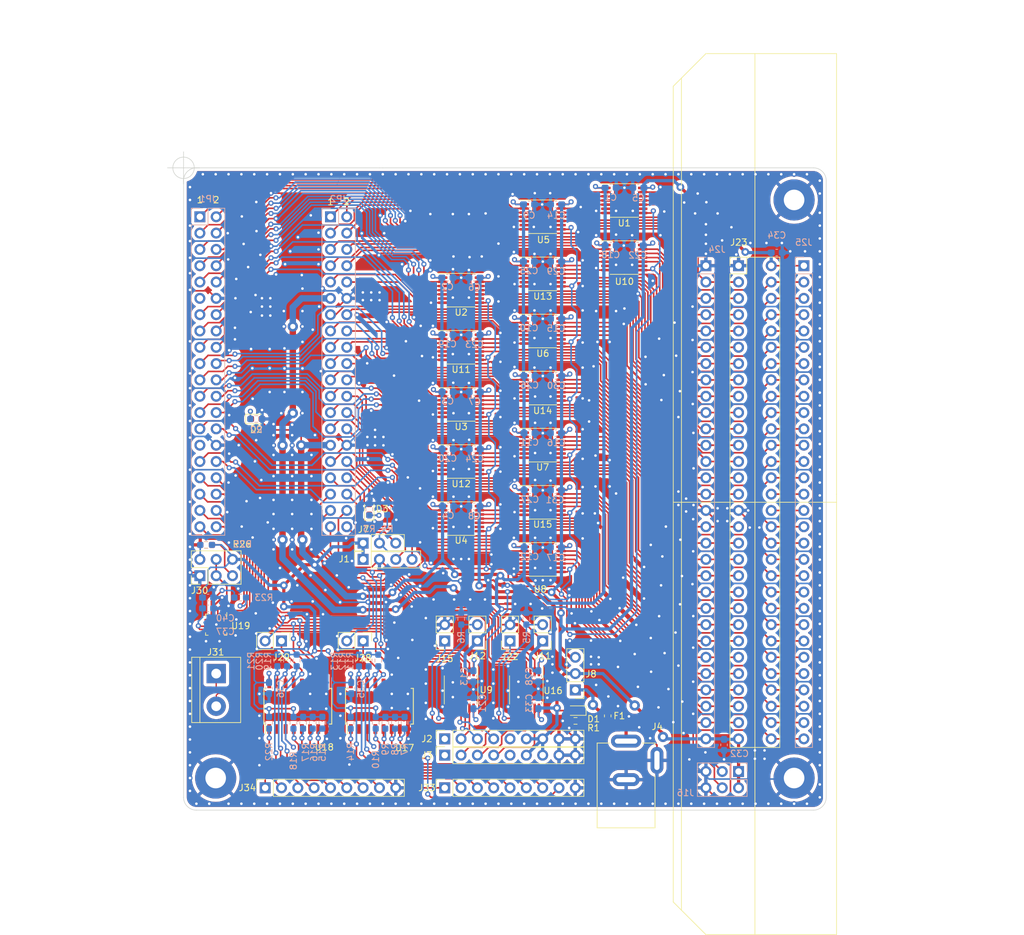
<source format=kicad_pcb>
(kicad_pcb (version 20211014) (generator pcbnew)
  (layers (0 "F.Cu" signal) (31 "B.Cu" signal) (34 "B.Paste" user) (35 "F.Paste" user) (36 "B.SilkS" user "B.Silkscreen") (37 "F.SilkS" user "F.Silkscreen") (38 "B.Mask" user) (39 "F.Mask" user) (44 "Edge.Cuts" user))
  (net 0 "")
  (net 1 "+3V3")
  (net 2 "GND")
  (net 3 "+5V")
  (net 4 "Net-(D1-Pad1)")
  (net 5 "Net-(D2-Pad1)")
  (net 6 "Net-(D3-Pad1)")
  (net 7 "/EXT_5V")
  (net 8 "Net-(F1-Pad2)")
  (net 9 "/3V3_JOY1_DO")
  (net 10 "/3V3_A11")
  (net 11 "/3V3_A10")
  (net 12 "/3V3_A7")
  (net 13 "/3V3_A6")
  (net 14 "/3V3_A3")
  (net 15 "/BOARD_5V")
  (net 16 "/3V3_A2")
  (net 17 "/3V3_R{slash}~{W}")
  (net 18 "/3V3_~{IRQ}")
  (net 19 "/3V3_PA1")
  (net 20 "/3V3_PD1")
  (net 21 "/3V3_A9")
  (net 22 "/3V3_A8")
  (net 23 "/3V3_A5")
  (net 24 "/3V3_A4")
  (net 25 "/3V3_A1")
  (net 26 "/3V3_A0")
  (net 27 "/3V3_~{RD}")
  (net 28 "/3V3_VRAMA10")
  (net 29 "/3V3_PA4")
  (net 30 "/3V3_PA3")
  (net 31 "/3V3_PA0")
  (net 32 "/3V3_PD0")
  (net 33 "/3V3_PD3")
  (net 34 "/3V3_RESERVE0")
  (net 35 "/3V3_O2")
  (net 36 "/3V3_A12")
  (net 37 "/3V3_D7")
  (net 38 "/3V3_D6")
  (net 39 "/3V3_D3")
  (net 40 "/3V3_D2")
  (net 41 "/3V3_~{ROMSEL}")
  (net 42 "/3V3_~{WE}")
  (net 43 "/3V3_A13")
  (net 44 "/3V3_A14")
  (net 45 "/3V3_D5")
  (net 46 "/3V3_D4")
  (net 47 "/3V3_D1")
  (net 48 "/3V3_D0")
  (net 49 "/3V3_~{VRAMCS}")
  (net 50 "/3V3_~{PA13}")
  (net 51 "/3V3_PA9")
  (net 52 "/3V3_PA10")
  (net 53 "/3V3_PA13")
  (net 54 "/3V3_PD7")
  (net 55 "/3V3_PD4")
  (net 56 "/3V3_RESERVE1")
  (net 57 "/CART_OE")
  (net 58 "/JOY2_OE_5V")
  (net 59 "/JOY1_OE_5V")
  (net 60 "/5V_JOY1_RESERVE")
  (net 61 "/5V_JOY1_P{slash}~{S}")
  (net 62 "/5V_JOY1_DO")
  (net 63 "/5V_JOY1_CLK")
  (net 64 "/5V_RESERVE0")
  (net 65 "/5V_RESERVE1")
  (net 66 "/SOUND_I")
  (net 67 "/SOUND_O")
  (net 68 "/5V_JOY2_MICIN")
  (net 69 "/5V_JOY2_P{slash}~{S}")
  (net 70 "/5V_JOY2_DO")
  (net 71 "/5V_JOY2_CLK")
  (net 72 "/5V_A11")
  (net 73 "/5V_A10")
  (net 74 "/5V_A9")
  (net 75 "/5V_A8")
  (net 76 "/5V_A7")
  (net 77 "/5V_A6")
  (net 78 "/5V_A5")
  (net 79 "/5V_A4")
  (net 80 "/5V_A3")
  (net 81 "/5V_A2")
  (net 82 "/5V_A1")
  (net 83 "/5V_A0")
  (net 84 "/5V_R{slash}~{W}")
  (net 85 "/5V_~{IRQ}")
  (net 86 "/5V_~{RD}")
  (net 87 "/5V_VRAMA10")
  (net 88 "/5V_PA6")
  (net 89 "/5V_PA5")
  (net 90 "/5V_PA4")
  (net 91 "/5V_PA3")
  (net 92 "/5V_PA2")
  (net 93 "/5V_PA1")
  (net 94 "/5V_PA0")
  (net 95 "/5V_PD0")
  (net 96 "/5V_PD1")
  (net 97 "/5V_PD2")
  (net 98 "/5V_PD3")
  (net 99 "/5V_O2")
  (net 100 "/5V_A12")
  (net 101 "/5V_A13")
  (net 102 "/5V_A14")
  (net 103 "/5V_D7")
  (net 104 "/5V_D6")
  (net 105 "/5V_D5")
  (net 106 "/5V_D4")
  (net 107 "/5V_D3")
  (net 108 "/5V_D2")
  (net 109 "/5V_D1")
  (net 110 "/5V_D0")
  (net 111 "/5V_~{ROMSEL}")
  (net 112 "/5V_~{WE}")
  (net 113 "/5V_~{VRAMCS}")
  (net 114 "/5V_~{PA13}")
  (net 115 "/5V_PA7")
  (net 116 "/5V_PA8")
  (net 117 "/5V_PA9")
  (net 118 "/5V_PA10")
  (net 119 "/5V_PA11")
  (net 120 "/5V_PA12")
  (net 121 "/5V_PA13")
  (net 122 "/5V_PD7")
  (net 123 "/5V_PD6")
  (net 124 "/5V_PD5")
  (net 125 "/5V_PD4")
  (net 126 "Net-(J28-Pad1)")
  (net 127 "Net-(J29-Pad1)")
  (net 128 "/GAIN_SLOT")
  (net 129 "/JOY2_3V3_DBG_D0")
  (net 130 "/JOY1_3V3_DBG_D0")
  (net 131 "/JOY2_3V3_DBG_D1")
  (net 132 "/JOY2_3V3_DBG_D2")
  (net 133 "/JOY2_3V3_DBG_D3")
  (net 134 "/JOY2_3V3_DBG_D4")
  (net 135 "/JOY2_3V3_DBG_D5")
  (net 136 "/JOY2_3V3_DBG_D6")
  (net 137 "/JOY2_3V3_DBG_D7")
  (net 138 "/JOY1_3V3_DBG_D1")
  (net 139 "/JOY1_3V3_DBG_D2")
  (net 140 "/JOY1_3V3_DBG_D3")
  (net 141 "/JOY1_3V3_DBG_D4")
  (net 142 "/JOY1_3V3_DBG_D5")
  (net 143 "/JOY1_3V3_DBG_D6")
  (net 144 "/JOY1_3V3_DBG_D7")
  (net 145 "Net-(R23-Pad1)")
  (net 146 "/3V3_JOY1_P{slash}~{S}")
  (net 189 "/3V3_JOY1_CLK")
  (net 190 "/3V3_JOY1_RESERVE")
  (net 191 "/CART_OE_IN")
  (net 192 "/3V3_JOY2_DO")
  (net 193 "/3V3_JOY2_P{slash}~{S}")
  (net 194 "/3V3_JOY2_CLK")
  (net 195 "/3V3_JOY2_MICIN")
  (net 196 "Net-(J30-Pad2)")
  (net 197 "Net-(J30-Pad5)")
  (net 198 "/SPK_OUT_P")
  (net 199 "/SPK_OUT_N")
  (net 200 "/3V3_PA6")
  (net 201 "/3V3_PA7")
  (net 202 "/3V3_PA5")
  (net 203 "/3V3_PA8")
  (net 204 "/3V3_PA2")
  (net 205 "/3V3_PA11")
  (net 206 "/3V3_PA12")
  (net 207 "/3V3_PD6")
  (net 208 "/3V3_PD2")
  (net 209 "/3V3_PD5")
  (net 210 "/DAC_I2S_BCLK")
  (net 215 "/DAC_I2S_DIN")
  (net 216 "/DAC_I2S_LRCLK")
  (net 217 "/DAC_~{SD_MODE}")
  (net 218 "/GPIO_1_D28")
  (net 219 "/GPIO_1_D29")
  (net 220 "/GPIO_1_D31")
  (footprint "Package_SO:TSSOP-14_4.4x5mm_P0.65mm" (layer "F.Cu") (at 96.52 95.25)
    (fp_text reference "U15")
    (fp_text value "TXB0104PW")
  )
  (footprint "Connector_PinSocket_2.54mm:PinSocket_1x09_P2.54mm_Vertical" (layer "F.Cu") (at 53.34 139.7 90)
    (fp_text reference "J34")
    (fp_text value "CONN_JOY1_DBG")
  )
  (footprint "Package_SO:TSSOP-14_4.4x5mm_P0.65mm" (layer "F.Cu") (at 96.52 77.47)
    (fp_text reference "U14")
    (fp_text value "TXB0104PW")
  )
  (footprint "Package_SO:TSSOP-14_4.4x5mm_P0.65mm" (layer "F.Cu") (at 83.82 62.23)
    (fp_text reference "U2")
    (fp_text value "TXB0104PW")
  )
  (footprint "nes_peripheral:QFN-16_EP_3x3_Pitch0.5mm" (layer "F.Cu") (at 45.72 114.3 -90)
    (fp_text reference "U19")
    (fp_text value "MAX98357")
  )
  (footprint "Connector_PinHeader_2.54mm:PinHeader_1x02_P2.54mm_Vertical" (layer "F.Cu") (at 96.52 116.84 180)
    (fp_text reference "J11")
    (fp_text value "CONN_JOY2_OE_SEL")
  )
  (footprint "Package_SO:TSSOP-14_4.4x5mm_P0.65mm" (layer "F.Cu") (at 96.52 86.36)
    (fp_text reference "U7")
    (fp_text value "TXB0104PW")
  )
  (footprint "Connector_PinHeader_2.54mm:PinHeader_1x02_P2.54mm_Vertical" (layer "F.Cu") (at 55.88 116.84 -90)
    (fp_text reference "J29")
    (fp_text value "CONN_JOY1_DBGSEL")
  )
  (footprint "Package_SO:TSSOP-14_4.4x5mm_P0.65mm" (layer "F.Cu") (at 83.82 97.79)
    (fp_text reference "U4")
    (fp_text value "TXB0104PW")
  )
  (footprint "nes_peripheral:FC_CONN" (layer "F.Cu") (at 127 58.42)
    (fp_text reference "J23")
    (fp_text value "FC_CONN")
  )
  (footprint "Connector_PinHeader_2.54mm:PinHeader_1x02_P2.54mm_Vertical" (layer "F.Cu") (at 86.36 116.84 180)
    (fp_text reference "J12")
    (fp_text value "CONN_JOY1_OE_SEL")
  )
  (footprint "Fuse:Fuse_0603_1608Metric_Pad1.05x0.95mm_HandSolder" (layer "F.Cu") (at 106.64 128.505 -90)
    (fp_text reference "F1")
    (fp_text value "Polyfuse_Small")
  )
  (footprint "Resistor_SMD:R_0603_1608Metric_Pad0.98x0.95mm_HandSolder" (layer "F.Cu") (at 44.1525 101.88 180)
    (fp_text reference "R26")
    (fp_text value "100k")
  )
  (footprint "Package_SO:TSSOP-14_4.4x5mm_P0.65mm" (layer "F.Cu") (at 109.22 57.15)
    (fp_text reference "U10")
    (fp_text value "TXB0104PW")
  )
  (footprint "LED_SMD:LED_0603_1608Metric_Pad1.05x0.95mm_HandSolder" (layer "F.Cu") (at 51.965 82.28)
    (fp_text reference "D2")
    (fp_text value "LED")
  )
  (footprint "Package_SO:TSSOP-14_4.4x5mm_P0.65mm" (layer "F.Cu") (at 96.52 104.14)
    (fp_text reference "U8")
    (fp_text value "TXB0104PW")
  )
  (footprint "Connector_PinSocket_2.54mm:PinSocket_1x09_P2.54mm_Vertical" (layer "F.Cu") (at 81.28 134.62 90)
    (fp_text reference "J3")
    (fp_text value "CONN_JOY2_FC_COMPATIBLE")
  )
  (footprint "LED_SMD:LED_0603_1608Metric_Pad1.05x0.95mm_HandSolder" (layer "F.Cu") (at 101.615 127.68 180)
    (fp_text reference "D1")
    (fp_text value "LED")
  )
  (footprint "Package_SO:SOIC-16W_5.3x10.2mm_P1.27mm" (layer "F.Cu") (at 58.42 127 90)
    (fp_text reference "U18")
    (fp_text value "4021")
  )
  (footprint "Connector_PinSocket_2.54mm:PinSocket_1x02_P2.54mm_Vertical" (layer "F.Cu") (at 91.44 116.84 180)
    (fp_text reference "J22")
    (fp_text value "CONN_JOY2_MIC")
  )
  (footprint "Package_SO:TSSOP-14_4.4x5mm_P0.65mm" (layer "F.Cu") (at 93.98 124.46 -90)
    (fp_text reference "U16")
    (fp_text value "TXB0104PW")
  )
  (footprint "Connector_PinHeader_2.54mm:PinHeader_1x03_P2.54mm_Vertical" (layer "F.Cu") (at 68.58 101.6 90)
    (fp_text reference "J7")
    (fp_text value "CONN_CART_OE_SEL")
  )
  (footprint "Resistor_SMD:R_0603_1608Metric_Pad0.98x0.95mm_HandSolder" (layer "F.Cu") (at 101.6275 129.28 180)
    (fp_text reference "R1")
    (fp_text value "10k")
  )
  (footprint "Package_SO:TSSOP-14_4.4x5mm_P0.65mm" (layer "F.Cu") (at 83.82 124.46 -90)
    (fp_text reference "U9")
    (fp_text value "TXB0104PW")
  )
  (footprint "MountingHole:MountingHole_3.2mm_M3_Pad_TopBottom" (layer "F.Cu") (at 45.64 138.18)
    (fp_text reference "H2" hide)
    (fp_text value "MountingHole_Pad")
  )
  (footprint "Package_SO:TSSOP-14_4.4x5mm_P0.65mm" (layer "F.Cu") (at 96.52 59.69)
    (fp_text reference "U13")
    (fp_text value "TXB0104PW")
  )
  (footprint "Connector_PinSocket_2.54mm:PinSocket_1x04_P2.54mm_Vertical" (layer "F.Cu") (at 68.58 104.14 90)
    (fp_text reference "J1")
    (fp_text value "CONN_USER")
  )
  (footprint "TerminalBlock:TerminalBlock_bornier-2_P5.08mm" (layer "F.Cu") (at 45.72 121.92 -90)
    (fp_text reference "J31")
    (fp_text value "Screw_Terminal_SPK")
  )
  (footprint "Connector_PinSocket_2.54mm:PinSocket_1x09_P2.54mm_Vertical" (layer "F.Cu") (at 81.28 139.7 90)
    (fp_text reference "J33")
    (fp_text value "CONN_JOY2_DBG")
  )
  (footprint "Connector_PinHeader_2.54mm:PinHeader_2x03_P2.54mm_Vertical" (layer "F.Cu") (at 43.18 106.68 90)
    (fp_text reference "J30")
    (fp_text value "CONN_GAINSEL")
  )
  (footprint "MountingHole:MountingHole_3.2mm_M3_Pad_TopBottom" (layer "F.Cu") (at 135.64 138.18)
    (fp_text reference "H1" hide)
    (fp_text value "MountingHole_Pad")
  )
  (footprint "Package_SO:TSSOP-14_4.4x5mm_P0.65mm" (layer "F.Cu") (at 83.82 71.12)
    (fp_text reference "U11")
    (fp_text value "TXB0104PW")
  )
  (footprint "Package_SO:SOIC-16W_5.3x10.2mm_P1.27mm" (layer "F.Cu") (at 71.12 127 90)
    (fp_text reference "U17")
    (fp_text value "4021")
  )
  (footprint "Package_SO:TSSOP-14_4.4x5mm_P0.65mm" (layer "F.Cu") (at 109.22 48.26)
    (fp_text reference "U1")
    (fp_text value "TXB0104PW")
  )
  (footprint "Package_SO:TSSOP-14_4.4x5mm_P0.65mm" (layer "F.Cu") (at 83.82 88.9)
    (fp_text reference "U12")
    (fp_text value "TXB0104PW")
  )
  (footprint "OPL_Connector:DCJ3P-14.2X11.0X9.0MM" (layer "F.Cu") (at 109.5 139.33 90)
    (fp_text reference "J4")
    (fp_text value "Jack_EXT5V")
  )
  (footprint "Package_SO:TSSOP-14_4.4x5mm_P0.65mm" (layer "F.Cu") (at 96.52 50.8)
    (fp_text reference "U5")
    (fp_text value "TXB0104PW")
  )
  (footprint "Connector_PinHeader_2.54mm:PinHeader_1x03_P2.54mm_Vertical" (layer "F.Cu") (at 101.6 124.46 180)
    (fp_text reference "J8")
    (fp_text value "CONN_5VSEL")
  )
  (footprint "LED_SMD:LED_0603_1608Metric_Pad1.05x0.95mm_HandSolder" (layer "F.Cu") (at 69.54 96.355 90)
    (fp_text reference "D3")
    (fp_text value "LED")
  )
  (footprint "Package_SO:TSSOP-14_4.4x5mm_P0.65mm" (layer "F.Cu") (at 83.82 80.01)
    (fp_text reference "U3")
    (fp_text value "TXB0104PW")
  )
  (footprint "Connector_PinSocket_2.54mm:PinSocket_1x02_P2.54mm_Vertical" (layer "F.Cu") (at 81.28 116.84 180)
    (fp_text reference "J15")
    (fp_text value "CONN_JOY1_MIC")
  )
  (footprint "Package_SO:TSSOP-14_4.4x5mm_P0.65mm" (layer "F.Cu") (at 96.52 68.58)
    (fp_text reference "U6")
    (fp_text value "TXB0104PW")
  )
  (footprint "Connector_PinHeader_2.54mm:PinHeader_1x02_P2.54mm_Vertical" (layer "F.Cu") (at 68.58 116.84 -90)
    (fp_text reference "J28")
    (fp_text value "CONN_JOY2_DBGSEL")
  )
  (footprint "MountingHole:MountingHole_3.2mm_M3_Pad_TopBottom" (layer "F.Cu") (at 135.64 48.18)
    (fp_text reference "H3" hide)
    (fp_text value "MountingHole_Pad")
  )
  (footprint "Connector_PinSocket_2.54mm:PinSocket_1x09_P2.54mm_Vertical" (layer "F.Cu") (at 81.28 132.08 90)
    (fp_text reference "J2")
    (fp_text value "CONN_JOY1_FC_COMPATIBLE")
  )
  (footprint "Capacitor_SMD:C_0603_1608Metric_Pad1.08x0.95mm_HandSolder" (layer "B.Cu") (at 81.8025 95.88)
    (fp_text reference "C4")
    (fp_text value "0.1u")
  )
  (footprint "Capacitor_SMD:C_0603_1608Metric_Pad1.08x0.95mm_HandSolder" (layer "B.Cu") (at 107.1025 46.28)
    (fp_text reference "C1")
    (fp_text value "0.1u")
  )
  (footprint "Capacitor_SMD:C_0603_1608Metric_Pad1.08x0.95mm_HandSolder" (layer "B.Cu") (at 81.74 78.08)
    (fp_text reference "C3")
    (fp_text value "0.1u")
  )
  (footprint "Capacitor_SMD:C_0603_1608Metric_Pad1.08x0.95mm_HandSolder" (layer "B.Cu") (at 44.45 110.08)
    (fp_text reference "C40")
    (fp_text value "10p")
  )
  (footprint "Capacitor_SMD:C_0603_1608Metric_Pad1.08x0.95mm_HandSolder" (layer "B.Cu") (at 44.45 111.76)
    (fp_text reference "C37")
    (fp_text value "0.1u")
  )
  (footprint "Capacitor_SMD:C_0603_1608Metric_Pad1.08x0.95mm_HandSolder" (layer "B.Cu") (at 81.7025 69.18)
    (fp_text reference "C19")
    (fp_text value "0.1u")
  )
  (footprint "Resistor_SMD:R_0603_1608Metric_Pad0.98x0.95mm_HandSolder" (layer "B.Cu") (at 59.24 129.5675 -90)
    (fp_text reference "R17")
    (fp_text value "10k")
  )
  (footprint "Resistor_SMD:R_0603_1608Metric_Pad0.98x0.95mm_HandSolder" (layer "B.Cu") (at 55.24 119.8675 -90)
    (fp_text reference "R21")
    (fp_text value "10k")
  )
  (footprint "Resistor_SMD:R_0603_1608Metric_Pad0.98x0.95mm_HandSolder" (layer "B.Cu") (at 67.94 119.88 -90)
    (fp_text reference "R13")
    (fp_text value "10k")
  )
  (footprint "Capacitor_SMD:C_0603_1608Metric_Pad1.08x0.95mm_HandSolder" (layer "B.Cu") (at 94.4025 66.68)
    (fp_text reference "C10")
    (fp_text value "0.1u")
  )
  (footprint "Connector_PinSocket_2.54mm:PinSocket_1x30_P2.54mm_Vertical" (layer "B.Cu") (at 137.16 58.42 180)
    (fp_text reference "J25")
    (fp_text value "CONN_CART_DBG")
  )
  (footprint "Resistor_SMD:R_0603_1608Metric_Pad0.98x0.95mm_HandSolder" (layer "B.Cu") (at 69.44 119.88 -90)
    (fp_text reference "R12")
    (fp_text value "10k")
  )
  (footprint "Resistor_SMD:R_0603_1608Metric_Pad0.98x0.95mm_HandSolder" (layer "B.Cu") (at 93.98 113.3675 90)
    (fp_text reference "R5")
    (fp_text value "10k")
  )
  (footprint "Capacitor_SMD:C_0603_1608Metric_Pad1.08x0.95mm_HandSolder" (layer "B.Cu") (at 124.74 133.0175 -90)
    (fp_text reference "C32")
    (fp_text value "0.1u")
  )
  (footprint "Resistor_SMD:R_0603_1608Metric_Pad0.98x0.95mm_HandSolder" (layer "B.Cu") (at 83.84 113.3675 90)
    (fp_text reference "R6")
    (fp_text value "10k")
  )
  (footprint "Capacitor_SMD:C_0603_1608Metric_Pad1.08x0.95mm_HandSolder" (layer "B.Cu") (at 94.4775 84.48)
    (fp_text reference "C11")
    (fp_text value "0.1u")
  )
  (footprint "Connector_PinSocket_2.54mm:PinSocket_2x03_P2.54mm_Vertical" (layer "B.Cu") (at 127 137.16 90)
    (fp_text reference "J16")
    (fp_text value "CONN_5V_RESERVE")
  )
  (footprint "Resistor_SMD:R_0603_1608Metric_Pad0.98x0.95mm_HandSolder" (layer "B.Cu") (at 58.24 119.8675 -90)
    (fp_text reference "R19")
    (fp_text value "10k")
  )
  (footprint "Resistor_SMD:R_0603_1608Metric_Pad0.98x0.95mm_HandSolder" (layer "B.Cu") (at 62.24 129.5675 -90)
    (fp_text reference "R15")
    (fp_text value "10k")
  )
  (footprint "Connector_PinSocket_2.54mm:PinSocket_2x20_P2.54mm_Vertical" (layer "B.Cu") (at 43.18 50.8 180)
    (fp_text reference "JP1")
    (fp_text value "GPIO0")
  )
  (footprint "Capacitor_SMD:C_0603_1608Metric_Pad1.08x0.95mm_HandSolder" (layer "B.Cu") (at 94.4775 75.58)
    (fp_text reference "C26")
    (fp_text value "0.1u")
  )
  (footprint "Resistor_SMD:R_0603_1608Metric_Pad0.98x0.95mm_HandSolder" (layer "B.Cu") (at 70.94 119.88 -90)
    (fp_text reference "R11")
    (fp_text value "10k")
  )
  (footprint "Resistor_SMD:R_0603_1608Metric_Pad0.98x0.95mm_HandSolder" (layer "B.Cu") (at 73.54 129.58 -90)
    (fp_text reference "R8")
    (fp_text value "10k")
  )
  (footprint "Resistor_SMD:R_0603_1608Metric_Pad0.98x0.95mm_HandSolder" (layer "B.Cu") (at 72.04 129.58 -90)
    (fp_text reference "R9")
    (fp_text value "10k")
  )
  (footprint "Capacitor_SMD:C_0603_1608Metric_Pad1.08x0.95mm_HandSolder" (layer "B.Cu") (at 98.5775 102.28 180)
    (fp_text reference "C17")
    (fp_text value "0.1u")
  )
  (footprint "Capacitor_SMD:C_0603_1608Metric_Pad1.08x0.95mm_HandSolder" (layer "B.Cu") (at 81.7025 60.28)
    (fp_text reference "C2")
    (fp_text value "0.1u")
  )
  (footprint "Resistor_SMD:R_0603_1608Metric_Pad0.98x0.95mm_HandSolder" (layer "B.Cu") (at 53.94 129.5675 -90)
    (fp_text reference "R22")
    (fp_text value "10k")
  )
  (footprint "Resistor_SMD:R_0603_1608Metric_Pad0.98x0.95mm_HandSolder" (layer "B.Cu") (at 60.74 129.5675 -90)
    (fp_text reference "R16")
    (fp_text value "10k")
  )
  (footprint "Capacitor_SMD:C_0603_1608Metric_Pad1.08x0.95mm_HandSolder" (layer "B.Cu") (at 81.74 86.98)
    (fp_text reference "C20")
    (fp_text value "0.1u")
  )
  (footprint "Capacitor_SMD:C_0603_1608Metric_Pad1.08x0.95mm_HandSolder" (layer "B.Cu") (at 94.5025 93.38)
    (fp_text reference "C27")
    (fp_text value "0.1u")
  )
  (footprint "Resistor_SMD:R_0603_1608Metric_Pad0.98x0.95mm_HandSolder" (layer "B.Cu") (at 75.04 129.58 -90)
    (fp_text reference "R7")
    (fp_text value "10k")
  )
  (footprint "Capacitor_SMD:C_0603_1608Metric_Pad1.08x0.95mm_HandSolder" (layer "B.Cu") (at 98.6025 57.78 180)
    (fp_text reference "C29")
    (fp_text value "0.1u")
  )
  (footprint "Connector_PinSocket_2.54mm:PinSocket_2x20_P2.54mm_Vertical" (layer "B.Cu") (at 63.5 50.8 180)
    (fp_text reference "JP2")
    (fp_text value "GPIO1")
  )
  (footprint "Resistor_SMD:R_0603_1608Metric_Pad0.98x0.95mm_HandSolder" (layer "B.Cu") (at 57.74 129.58 -90)
    (fp_text reference "R18")
    (fp_text value "10k")
  )
  (footprint "Capacitor_SMD:C_0603_1608Metric_Pad1.08x0.95mm_HandSolder" (layer "B.Cu") (at 111.3025 55.28 180)
    (fp_text reference "C22")
    (fp_text value "0.1u")
  )
  (footprint "Resistor_SMD:R_0603_1608Metric_Pad0.98x0.95mm_HandSolder" (layer "B.Cu") (at 66.64 129.58 -90)
    (fp_text reference "R14")
    (fp_text value "10k")
  )
  (footprint "Resistor_SMD:R_0603_1608Metric_Pad0.98x0.95mm_HandSolder" (layer "B.Cu") (at 51.9525 82.28)
    (fp_text reference "R2")
    (fp_text value "10k")
  )
  (footprint "Resistor_SMD:R_0603_1608Metric_Pad0.98x0.95mm_HandSolder" (layer "B.Cu") (at 69.54 96.355 90)
    (fp_text reference "R3")
    (fp_text value "10k")
  )
  (footprint "Resistor_SMD:R_0603_1608Metric_Pad0.98x0.95mm_HandSolder" (layer "B.Cu") (at 70.54 129.58 -90)
    (fp_text reference "R10")
    (fp_text value "10k")
  )
  (footprint "Capacitor_SMD:C_0603_1608Metric_Pad1.08x0.95mm_HandSolder" (layer "B.Cu") (at 94.4025 48.88)
    (fp_text reference "C9")
    (fp_text value "0.1u")
  )
  (footprint "Capacitor_SMD:C_0603_1608Metric_Pad1.08x0.95mm_HandSolder" (layer "B.Cu") (at 85.74 126.5175 90)
    (fp_text reference "C21")
    (fp_text value "0.1u")
  )
  (footprint "Connector_PinSocket_2.54mm:PinSocket_1x30_P2.54mm_Vertical" (layer "B.Cu") (at 121.92 58.42 180)
    (fp_text reference "J24")
    (fp_text value "CONN_CART_DBG")
  )
  (footprint "Capacitor_SMD:C_0603_1608Metric_Pad1.08x0.95mm_HandSolder" (layer "B.Cu") (at 98.5775 93.38 180)
    (fp_text reference "C31")
    (fp_text value "0.1u")
  )
  (footprint "Capacitor_SMD:C_0603_1608Metric_Pad1.08x0.95mm_HandSolder" (layer "B.Cu") (at 94.3875 57.78)
    (fp_text reference "C25")
    (fp_text value "0.1u")
  )
  (footprint "Capacitor_SMD:C_0603_1608Metric_Pad1.08x0.95mm_HandSolder" (layer "B.Cu") (at 111.4025 46.28 180)
    (fp_text reference "C5")
    (fp_text value "0.1u")
  )
  (footprint "Capacitor_SMD:C_0603_1608Metric_Pad1.08x0.95mm_HandSolder" (layer "B.Cu") (at 95.84 122.3425 -90)
    (fp_text reference "C28")
    (fp_text value "0.1u")
  )
  (footprint "Capacitor_SMD:C_0603_1608Metric_Pad1.08x0.95mm_HandSolder" (layer "B.Cu") (at 95.84 126.5175 90)
    (fp_text reference "C33")
    (fp_text value "0.1u")
  )
  (footprint "Resistor_SMD:R_0603_1608Metric_Pad0.98x0.95mm_HandSolder" (layer "B.Cu") (at 49.4525 110.08)
    (fp_text reference "R23")
    (fp_text value "0")
  )
  (footprint "Capacitor_SMD:C_0603_1608Metric_Pad1.08x0.95mm_HandSolder" (layer "B.Cu") (at 94.5025 102.28)
    (fp_text reference "C12")
    (fp_text value "0.1u")
  )
  (footprint "Capacitor_SMD:C_0603_1608Metric_Pad1.08x0.95mm_HandSolder" (layer "B.Cu") (at 53.94 124.18 -90)
    (fp_text reference "C36")
    (fp_text value "0.1u")
  )
  (footprint "Capacitor_SMD:C_0603_1608Metric_Pad1.08x0.95mm_HandSolder" (layer "B.Cu") (at 85.8775 95.88 180)
    (fp_text reference "C8")
    (fp_text value "0.1u")
  )
  (footprint "Capacitor_SMD:C_0603_1608Metric_Pad1.08x0.95mm_HandSolder" (layer "B.Cu") (at 98.5775 84.48 180)
    (fp_text reference "C16")
    (fp_text value "0.1u")
  )
  (footprint "Capacitor_SMD:C_0603_1608Metric_Pad1.08x0.95mm_HandSolder" (layer "B.Cu") (at 98.6025 75.58 180)
    (fp_text reference "C30")
    (fp_text value "0.1u")
  )
  (footprint "Resistor_SMD:R_0603_1608Metric_Pad0.98x0.95mm_HandSolder" (layer "B.Cu") (at 72.34 96.2675 90)
    (fp_text reference "R4")
    (fp_text value "10k")
  )
  (footprint "Capacitor_SMD:C_0603_1608Metric_Pad1.08x0.95mm_HandSolder" (layer "B.Cu") (at 85.9025 60.28 180)
    (fp_text reference "C6")
    (fp_text value "0.1u")
  )
  (footprint "Capacitor_SMD:C_0603_1608Metric_Pad1.08x0.95mm_HandSolder" (layer "B.Cu") (at 66.74 124.18 -90)
    (fp_text reference "C35")
    (fp_text value "0.1u")
  )
  (footprint "Capacitor_SMD:C_0603_1608Metric_Pad1.08x0.95mm_HandSolder" (layer "B.Cu") (at 85.9025 69.18 180)
    (fp_text reference "C23")
    (fp_text value "0.1u")
  )
  (footprint "Capacitor_SMD:C_0603_1608Metric_Pad1.08x0.95mm_HandSolder" (layer "B.Cu") (at 132.94 56.38)
    (fp_text reference "C34")
    (fp_text value "0.1u")
  )
  (footprint "Resistor_SMD:R_0603_1608Metric_Pad0.98x0.95mm_HandSolder" (layer "B.Cu") (at 44.1525 101.88)
    (fp_text reference "R25")
    (fp_text value "100k")
  )
  (footprint "Capacitor_SMD:C_0603_1608Metric_Pad1.08x0.95mm_HandSolder" (layer "B.Cu") (at 107.1025 55.28)
    (fp_text reference "C18")
    (fp_text value "0.1u")
  )
  (footprint "Capacitor_SMD:C_0603_1608Metric_Pad1.08x0.95mm_HandSolder" (layer "B.Cu") (at 85.94 78.08 180)
    (fp_text reference "C7")
    (fp_text value "0.1u")
  )
  (footprint "Capacitor_SMD:C_0603_1608Metric_Pad1.08x0.95mm_HandSolder" (layer "B.Cu") (at 85.94 86.98 180)
    (fp_text reference "C24")
    (fp_text value "0.1u")
  )
  (footprint "Capacitor_SMD:C_0603_1608Metric_Pad1.08x0.95mm_HandSolder" (layer "B.Cu") (at 98.6025 66.68 180)
    (fp_text reference "C15")
    (fp_text value "0.1u")
  )
  (footprint "Capacitor_SMD:C_0603_1608Metric_Pad1.08x0.95mm_HandSolder" (layer "B.Cu") (at 85.74 122.3425 -90)
    (fp_text reference "C13")
    (fp_text value "0.1u")
  )
  (footprint "Capacitor_SMD:C_0603_1608Metric_Pad1.08x0.95mm_HandSolder" (layer "B.Cu") (at 98.6025 48.88 180)
    (fp_text reference "C14")
    (fp_text value "0.1u")
  )
  (footprint "Resistor_SMD:R_0603_1608Metric_Pad0.98x0.95mm_HandSolder" (layer "B.Cu") (at 56.74 119.8675 -90)
    (fp_text reference "R20")
    (fp_text value "10k")
  )
  (gr_line (start 71.12 43.18) (end 71.64 43.18) (layer "Edge.Cuts") (width 0.1))
  (gr_line (start 140.64 45.18) (end 140.64 141.18) (layer "Edge.Cuts") (width 0.1))
  (gr_line (start 138.64 43.18) (end 71.64 43.18) (layer "Edge.Cuts") (width 0.1))
  (gr_line (start 40.64 45.18) (end 40.64 141.18) (layer "Edge.Cuts") (width 0.1))
  (gr_arc (start 40.64 45.18) (mid 41.225786 43.765786) (end 42.64 43.18) (layer "Edge.Cuts") (width 0.1))
  (gr_arc (start 138.64 43.18) (mid 140.054214 43.765786) (end 140.64 45.18) (layer "Edge.Cuts") (width 0.1))
  (gr_arc (start 140.64 141.18) (mid 140.054214 142.594214) (end 138.64 143.18) (layer "Edge.Cuts") (width 0.1))
  (gr_line (start 71.12 43.18) (end 42.64 43.18) (layer "Edge.Cuts") (width 0.1))
  (gr_line (start 138.64 143.18) (end 42.64 143.18) (layer "Edge.Cuts") (width 0.1))
  (gr_arc (start 42.64 143.18) (mid 41.225786 142.594214) (end 40.64 141.18) (layer "Edge.Cuts") (width 0.1))
  (gr_text "2" (at 66.04 48.48) (layer "F.SilkS") (effects (font (size 1 1))))
  (gr_text "1" (at 43.18 48.18) (layer "F.SilkS") (effects (font (size 1 1))))
  (gr_text "1" (at 63.5 48.48) (layer "F.SilkS") (effects (font (size 1 1))))
  (gr_text "2" (at 45.72 48.18) (layer "F.SilkS") (effects (font (size 1 1))))
  (target plus (at 40.64 43.18) (size 5) (width 0.1) (layer "Edge.Cuts"))
  (segment (start 93.6575 75.52) (end 92.38 75.52) (width 0.25) (layer "F.Cu") (net 1))
  (segment (start 56.24 108.18) (end 59.44 104.98) (width 0.5) (layer "F.Cu") (net 1))
  (segment (start 86.44 106.48) (end 89.74 106.48) (width 0.5) (layer "F.Cu") (net 1))
  (segment (start 93.6575 57.74) (end 92.4 57.74) (width 0.25) (layer "F.Cu") (net 1))
  (segment (start 92.38 75.52) (end 92.24 75.38) (width 0.25) (layer "F.Cu") (net 1))
  (segment (start 79.81 86.95) (end 79.452299 86.592299) (width 0.25) (layer "F.Cu") (net 1))
  (segment (start 92.25 102.19) (end 92.04 101.98) (width 0.25) (layer "F.Cu") (net 1))
  (segment (start 66.64 127.28) (end 70.54 127.28) (width 0.25) (layer "F.Cu") (net 1))
  (segment (start 42.94 114.78) (end 42.94 114.48) (width 0.25) (layer "F.Cu") (net 1))
  (segment (start 92.57 84.41) (end 92.14 83.98) (width 0.25) (layer "F.Cu") (net 1))
  (segment (start 93.6575 93.3) (end 92.66 93.3) (width 0.25) (layer "F.Cu") (net 1))
  (segment (start 53.975 123.45) (end 53.975 121.915) (width 0.25) (layer "F.Cu") (net 1))
  (segment (start 80.9575 95.84) (end 79.7 95.84) (width 0.25) (layer "F.Cu") (net 1))
  (segment (start 43.21 115.05) (end 42.94 114.78) (width 0.25) (layer "F.Cu") (net 1))
  (segment (start 92.66 93.3) (end 92.152299 92.792299) (width 0.25) (layer "F.Cu") (net 1))
  (segment (start 93.6575 48.85) (end 92.31 48.85) (width 0.25) (layer "F.Cu") (net 1))
  (segment (start 43.01 114.55) (end 42.94 114.48) (width 0.25) (layer "F.Cu") (net 1))
  (segment (start 93.6575 66.63) (end 92.29 66.63) (width 0.25) (layer "F.Cu") (net 1))
  (segment (start 80.9575 78.06) (end 79.887414 78.06) (width 0.25) (layer "F.Cu") (net 1))
  (segment (start 80.9575 60.28) (end 79.64 60.28) (width 0.25) (layer "F.Cu") (net 1))
  (segment (start 79.73 69.17) (end 79.44 68.88) (width 0.25) (layer "F.Cu") (net 1))
  (segment (start 80.9575 86.95) (end 79.81 86.95) (width 0.25) (layer "F.Cu") (net 1))
  (segment (start 91.56 111.88) (end 90.14 111.88) (width 0.25) (layer "F.Cu") (net 1))
  (segment (start 44.27 115.05) (end 43.21 115.05) (width 0.25) (layer "F.Cu") (net 1))
  (segment (start 93.6575 84.41) (end 92.57 84.41) (width 0.25) (layer "F.Cu") (net 1))
  (segment (start 80.9575 69.17) (end 79.73 69.17) (width 0.25) (layer "F.Cu") (net 1))
  (segment (start 54.04 83.98) (end 52.84 82.78) (width 0.25) (layer "F.Cu") (net 1))
  (segment (start 92.4 57.74) (end 92.14 57.48) (width 0.25) (layer "F.Cu") (net 1))
  (segment (start 53.975 121.915) (end 53.94 121.88) (width 0.25) (layer "F.Cu") (net 1))
  (segment (start 57.74 127.38) (end 53.94 127.38) (width 0.25) (layer "F.Cu") (net 1))
  (segment (start 86.44 106.48) (end 82.84 106.48) (width 0.5) (layer "F.Cu") (net 1))
  (segment (start 79.887414 78.06) (end 79.523707 77.696293) (width 0.25) (layer "F.Cu") (net 1))
  (segment (start 92.29 66.63) (end 92.14 66.48) (width 0.25) (layer "F.Cu") (net 1))
  (segment (start 66.675 123.45) (end 66.675 122.015) (width 0.25) (layer "F.Cu") (net 1))
  (segment (start 58.94 100.88) (end 58.94 86.38) (width 1) (layer "F.Cu") (net 1))
  (segment (start 59.14 101.08) (end 58.94 100.88) (width 1) (layer "F.Cu") (net 1))
  (segment (start 66.675 122.015) (end 66.64 121.98) (width 0.25) (layer "F.Cu") (net 1))
  (segment (start 106.3575 55.2) (end 105.26 55.2) (width 0.25) (layer "F.Cu") (net 1))
  (segment (start 85.77 121.5975) (end 85.77 119.85) (width 0.25) (layer "F.Cu") (net 1))
  (segment (start 63.14 118.38) (end 61.04 118.38) (width 0.25) (layer "F.Cu") (net 1))
  (segment (start 93.6575 102.19) (end 92.25 102.19) (width 0.25) (layer "F.Cu") (net 1))
  (segment (start 79.64 60.28) (end 79.44 60.08) (width 0.25) (layer "F.Cu") (net 1))
  (segment (start 95.93 120.19) (end 96.34 119.78) (width 0.25) (layer "F.Cu") (net 1))
  (segment (start 68.54 109.88) (end 72.54 109.88) (width 0.5) (layer "F.Cu") (net 1))
  (segment (start 104.97 46.31) (end 104.74 46.08) (width 0.25) (layer "F.Cu") (net 1))
  (segment (start 44.27 114.55) (end 43.01 114.55) (width 0.25) (layer "F.Cu") (net 1))
  (segment (start 58.44 83.98) (end 54.04 83.98) (width 0.25) (layer "F.Cu") (net 1))
  (segment (start 58.94 84.48) (end 58.44 83.98) (width 0.25) (layer "F.Cu") (net 1))
  (segment (start 58.94 86.38) (end 58.94 84.48) (width 0.25) (layer "F.Cu") (net 1))
  (segment (start 72.54 109.88) (end 73.14 109.28) (width 0.5) (layer "F.Cu") (net 1))
  (segment (start 79.7 95.84) (end 79.44 95.58) (width 0.25) (layer "F.Cu") (net 1))
  (segment (start 52.84 82.78) (end 52.84 82.28) (width 0.25) (layer "F.Cu") (net 1))
  (segment (start 92.31 48.85) (end 91.94 48.48) (width 0.25) (layer "F.Cu") (net 1))
  (segment (start 106.3575 46.31) (end 104.97 46.31) (width 0.25) (layer "F.Cu") (net 1))
  (segment (start 105.26 55.2) (end 104.94 54.88) (width 0.25) (layer "F.Cu") (net 1))
  (segment (start 59.44 104.98) (end 61.04 104.98) (width 0.5) (layer "F.Cu") (net 1))
  (segment (start 85.77 119.85) (end 85.84 119.78) (width 0.25) (layer "F.Cu") (net 1))
  (segment (start 89.74 106.48) (end 89.94 106.68) (width 0.5) (layer "F.Cu") (net 1))
  (segment (start 95.93 121.5975) (end 95.93 120.19) (width 0.25) (layer "F.Cu") (net 1))
  (segment (start 96.52 116.84) (end 91.56 111.88) (width 0.25) (layer "F.Cu") (net 1))
  (segment (start 56.24 111.48) (end 56.24 108.18) (width 0.5) (layer "F.Cu") (net 1))
  (via (at 59.14 101.08) (size 1.6) (drill 0.8) (layers "F.Cu" "B.Cu") (net 1))
  (via (at 66.64 127.28) (size 0.8) (drill 0.4) (layers "F.Cu" "B.Cu") (net 1))
  (via (at 61.04 104.98) (size 1.2) (drill 0.6) (layers "F.Cu" "B.Cu") (net 1))
  (via (at 61.04 118.38) (size 0.8) (drill 0.4) (layers "F.Cu" "B.Cu") (net 1))
  (via (at 92.14 57.48) (size 0.8) (drill 0.4) (layers "F.Cu" "B.Cu") (net 1))
  (via (at 79.44 68.88) (size 0.8) (drill 0.4) (layers "F.Cu" "B.Cu") (net 1))
  (via (at 68.54 109.88) (size 1.2) (drill 0.6) (layers "F.Cu" "B.Cu") (net 1))
  (via (at 92.24 75.38) (size 0.8) (drill 0.4) (layers "F.Cu" "B.Cu") (net 1))
  (via (at 85.84 119.78) (size 0.8) (drill 0.4) (layers "F.Cu" "B.Cu") (net 1))
  (via (at 70.54 127.28) (size 0.8) (drill 0.4) (layers "F.Cu" "B.Cu") (net 1))
  (via (at 92.04 101.98) (size 0.8) (drill 0.4) (layers "F.Cu" "B.Cu") (net 1))
  (via (at 79.44 60.08) (size 0.8) (drill 0.4) (layers "F.Cu" "B.Cu") (net 1))
  (via (at 79.523707 77.696293) (size 0.8) (drill 0.4) (layers "F.Cu" "B.Cu") (net 1))
  (via (at 104.74 46.08) (size 0.8) (drill 0.4) (layers "F.Cu" "B.Cu") (net 1))
  (via (at 56.24 111.48) (size 1.2) (drill 0.6) (layers "F.Cu" "B.Cu") (net 1))
  (via (at 91.94 48.48) (size 0.8) (drill 0.4) (layers "F.Cu" "B.Cu") (net 1))
  (via (at 92.152299 92.792299) (size 0.8) (drill 0.4) (layers "F.Cu" "B.Cu") (net 1))
  (via (at 63.14 118.38) (size 0.8) (drill 0.4) (layers "F.Cu" "B.Cu") (net 1))
  (via (at 42.94 114.48) (size 0.8) (drill 0.4) (layers "F.Cu" "B.Cu") (net 1))
  (via (at 57.74 127.38) (size 0.8) (drill 0.4) (layers "F.Cu" "B.Cu") (net 1))
  (via (at 53.94 121.88) (size 0.8) (drill 0.4) (layers "F.Cu" "B.Cu") (net 1))
  (via (at 66.64 121.98) (size 0.8) (drill 0.4) (layers "F.Cu" "B.Cu") (net 1))
  (via (at 104.94 54.88) (size 0.8) (drill 0.4) (layers "F.Cu" "B.Cu") (net 1))
  (via (at 58.94 86.38) (size 1.6) (drill 0.8) (layers "F.Cu" "B.Cu") (net 1))
  (via (at 53.94 127.38) (size 0.8) (drill 0.4) (layers "F.Cu" "B.Cu") (net 1))
  (via (at 89.94 106.68) (size 1.2) (drill 0.6) (layers "F.Cu" "B.Cu") (net 1))
  (via (at 79.452299 86.592299) (size 0.8) (drill 0.4) (layers "F.Cu" "B.Cu") (net 1))
  (via (at 96.34 119.78) (size 0.8) (drill 0.4) (layers "F.Cu" "B.Cu") (net 1))
  (via (at 73.14 109.28) (size 1.2) (drill 0.6) (layers "F.Cu" "B.Cu") (net 1))
  (via (at 92.14 83.98) (size 0.8) (drill 0.4) (layers "F.Cu" "B.Cu") (net 1))
  (via (at 82.84 106.48) (size 1.2) (drill 0.6) (layers "F.Cu" "B.Cu") (net 1))
  (via (at 79.44 95.58) (size 0.8) (drill 0.4) (layers "F.Cu" "B.Cu") (net 1))
  (via (at 90.14 111.88) (size 0.8) (drill 0.4) (layers "F.Cu" "B.Cu") (net 1))
  (via (at 92.14 66.48) (size 0.8) (drill 0.4) (layers "F.Cu" "B.Cu") (net 1))
  (via (at 56.24 108.18) (size 1.2) (drill 0.6) (layers "F.Cu" "B.Cu") (net 1))
  (segment (start 43.54 108.88) (end 43.54 110.0325) (width 0.25) (layer "B.Cu") (net 1))
  (segment (start 57.74 128.6675) (end 59.2275 128.6675) (width 0.25) (layer "B.Cu") (net 1))
  (segment (start 93.64 93.38) (end 92.74 93.38) (width 0.25) (layer "B.Cu") (net 1))
  (segment (start 106.24 46.28) (end 106.24 55.28) (width 0.5) (layer "B.Cu") (net 1))
  (segment (start 88.94 114.26) (end 88.94 113.08) (width 0.5) (layer "B.Cu") (net 1))
  (segment (start 53.94 127.38) (end 53.94 128.655) (width 0.25) (layer "B.Cu") (net 1))
  (segment (start 93.54 48.88) (end 93.54 57.765) (width 0.5) (layer "B.Cu") (net 1))
  (segment (start 42.94 113.78) (end 43.5875 113.1325) (width 0.25) (layer "B.Cu") (net 1))
  (segment (start 70.94 118.9675) (end 69.44 118.9675) (width 0.25) (layer "B.Cu") (net 1))
  (segment (start 64.54 127.28) (end 66.64 127.28) (width 0.25) (layer "B.Cu") (net 1))
  (segment (start 79.44 68.88) (end 79.74 69.18) (width 0.25) (layer "B.Cu") (net 1))
  (segment (start 79.74 95.88) (end 79.44 95.58) (width 0.25) (layer "B.Cu") (net 1))
  (segment (start 75.04 107.38) (end 73.14 109.28) (width 0.5) (layer "B.Cu") (net 1))
  (segment (start 56.289501 111.529501) (end 56.24 111.48) (width 0.5) (layer "B.Cu") (net 1))
  (segment (start 52.0025 123.3175) (end 51.64 122.955) (width 0.25) (layer "B.Cu") (net 1))
  (segment (start 92.44 57.78) (end 93.525 57.78) (width 0.25) (layer "B.Cu") (net 1))
  (segment (start 95.84 121.48) (end 95.84 120.28) (width 0.25) (layer "B.Cu") (net 1))
  (segment (start 53.94 121.88) (end 53.94 123.3175) (width 0.25) (layer "B.Cu") (net 1))
  (segment (start 72.04 128.6675) (end 70.54 128.6675) (width 0.25) (layer "B.Cu") (net 1))
  (segment (start 89.94 106.68) (end 90.565989 107.305989) (width 0.5) (layer "B.Cu") (net 1))
  (segment (start 80.84 78.0425) (end 80.8775 78.08) (width 0.5) (layer "B.Cu") (net 1))
  (segment (start 80.8775 78.08) (end 79.907414 78.08) (width 0.25) (layer "B.Cu") (net 1))
  (segment (start 80.94 104.18) (end 82.84 106.08) (width 0.5) (layer "B.Cu") (net 1))
  (segment (start 80.94 95.88) (end 79.74 95.88) (width 0.25) (layer "B.Cu") (net 1))
  (segment (start 47.02 105.38) (end 44.84 105.38) (width 0.25) (layer "B.Cu") (net 1))
  (segment (start 60.289501 111.529501) (end 56.289501 111.529501) (width 0.5) (layer "B.Cu") (net 1))
  (segment (start 85.74 121.48) (end 84.94 121.48) (width 0.5) (layer "B.Cu") (net 1))
  (segment (start 70.54 127.28) (end 70.54 128.6675) (width 0.25) (layer "B.Cu") (net 1))
  (segment (start 93.64 102.28) (end 93.64 107.292482) (width 0.5) (layer "B.Cu") (net 1))
  (segment (start 68.54 109.88) (end 65.94 109.88) (width 1) (layer "B.Cu") (net 1))
  (segment (start 92.34 102.28) (end 92.04 101.98) (width 0.25) (layer "B.Cu") (net 1))
  (segment (start 44.44 105.78) (end 44.44 107.98) (width 0.25) (layer "B.Cu") (net 1))
  (segment (start 67.94 118.9675) (end 64.2525 118.9675) (width 0.25) (layer "B.Cu") (net 1))
  (segment (start 106.04 55.48) (end 106.24 55.28) (width 0.5) (layer "B.Cu") (net 1))
  (segment (start 93.615 84.48) (end 92.64 84.48) (width 0.25) (layer "B.Cu") (net 1))
  (segment (start 57.74 128.6675) (end 57.74 127.38) (width 0.25) (layer "B.Cu") (net 1))
  (segment (start 89.34 107.28) (end 89.34 111.08) (width 0.5) (layer "B.Cu") (net 1))
  (segment (start 58.24 118.955) (end 60.465 118.955) (width 0.25) (layer "B.Cu") (net 1))
  (segment (start 72.04 128.6675) (end 73.54 128.6675) (width 0.25) (layer "B.Cu") (net 1))
  (segment (start 42.94 114.48) (end 42.94 113.78) (width 0.25) (layer "B.Cu") (net 1))
  (segment (start 77.74 107.38) (end 75.04 107.38) (width 0.5) (layer "B.Cu") (net 1))
  (segment (start 88.94 113.08) (end 90.14 111.88) (width 0.5) (layer "B.Cu") (net 1))
  (segment (start 93.54 57.765) (end 93.525 57.78) (width 0.5) (layer "B.Cu") (net 1))
  (segment (start 63.84 122.98) (end 64.1775 123.3175) (width 0.25) (layer "B.Cu") (net 1))
  (segment (start 44.84 105.38) (end 44.44 105.78) (width 0.25) (layer "B.Cu") (net 1))
  (segment (start 80.8775 86.98) (end 79.84 86.98) (width 0.25) (layer "B.Cu") (net 1))
  (segment (start 82.84 106.08) (end 82.84 106.48) (width 0.5) (layer "B.Cu") (net 1))
  (segment (start 85.84 121.38) (end 85.74 121.48) (width 0.25) (layer "B.Cu") (net 1))
  (segment (start 79.84 86.98) (end 79.452299 86.592299) (width 0.25) (layer "B.Cu") (net 1))
  (segment (start 97.30203 110.954511) (end 104.365489 110.954511) (width 0.5) (layer "B.Cu") (net 1))
  (segment (start 92.34 48.88) (end 91.94 48.48) (width 0.25) (layer "B.Cu") (net 1))
  (segment (start 104.365489 110.954511) (end 106.04 109.28) (width 0.5) (layer "B.Cu") (net 1))
  (segment (start 52.34 127.38) (end 53.94 127.38) (width 0.25) (layer "B.Cu") (net 1))
  (segment (start 85.84 119.78) (end 85.84 121.38) (width 0.25) (layer "B.Cu") (net 1))
  (segment (start 63.14 118.68) (end 63.14 118.38) (width 0.25) (layer "B.Cu") (net 1))
  (segment (start 54.04 108.18) (end 50 104.14) (width 0.5) (layer "B.Cu") (net 1))
  (segment (start 80.84 60.28) (end 79.64 60.28) (width 0.25) (layer "B.Cu") (net 1))
  (segment (start 58.24 118.955) (end 56.74 118.955) (width 0.25) (layer "B.Cu") (net 1))
  (segment (start 56.74 118.955) (end 55.24 118.955) (width 0.25) (layer "B.Cu") (net 1))
  (segment (start 80.94 95.88) (end 80.94 104.18) (width 0.5) (layer "B.Cu") (net 1))
  (segment (start 95.14 121.48) (end 94.64 120.98) (width 0.5) (layer "B.Cu") (net 1))
  (segment (start 66.74 123.3175) (end 66.74 122.08) (width 0.25) (layer "B.Cu") (net 1))
  (segment (start 92.44 75.58) (end 93.615 75.58) (width 0.25) (layer "B.Cu") (net 1))
  (segment (start 105.34 55.28) (end 104.94 54.88) (width 0.25) (layer "B.Cu") (net 1))
  (segment (start 60.465 118.955) (end 61.04 118.38) (width 0.25) (layer "B.Cu") (net 1))
  (segment (start 56.24 108.18) (end 54.04 108.18) (width 0.5) (layer "B.Cu") (net 1))
  (segment (start 66.74 122.08) (end 66.64 121.98) (width 0.25) (layer "B.Cu") (net 1))
  (segment (start 61.04 112.28) (end 60.289501 111.529501) (width 0.5) (layer "B.Cu") (net 1))
  (segment (start 96.52 116.84) (end 96.52 117.1) (width 0.25) (layer "B.Cu") (net 1))
  (segment (start 93.525 57.78) (end 93.525 66.665) (width 0.5) (layer "B.Cu") (net 1))
  (segment (start 51.64 119.48) (end 52.165 118.955) (width 0.25) (layer "B.Cu") (net 1))
  (segment (start 61.04 118.38) (end 61.04 112.28) (width 0.5) (layer "B.Cu") (net 1))
  (segment (start 73.54 128.6675) (end 75.04 128.6675) (width 0.25) (layer "B.Cu") (net 1))
  (segment (start 86.36 116.84) (end 88.94 114.26) (width 0.5) (layer "B.Cu") (net 1))
  (segment (start 51.64 126.68) (end 52.34 127.38) (width 0.25) (layer "B.Cu") (net 1))
  (segment (start 93.64 107.292482) (end 97.30203 110.954511) (width 0.5) (layer "B.Cu") (net 1))
  (segment (start 64.1775 123.3175) (end 66.74 123.3175) (width 0.25) (layer "B.Cu") (net 1))
  (segment (start 64.1775 123.3175) (end 63.84 123.655) (width 0.25) (layer "B.Cu") (net 1))
  (segment (start 63.84 119.38) (end 63.14 118.68) (width 0.25) (layer "B.Cu") (net 1))
  (segment (start 63.84 123.655) (end 63.84 126.58) (width 0.25) (layer "B.Cu") (net 1))
  (segment (start 90.565989 107.305989) (end 92.614011 107.305989) (width 0.5) (layer "B.Cu") (net 1))
  (segment (start 48.26 103.62) (end 48.26 104.14) (width 0.25) (layer "B.Cu") (net 1))
  (segment (start 63.84 102.18) (end 66.34 102.18) (width 0.5) (layer "B.Cu") (net 1))
  (segment (start 79.907414 78.08) (end 79.523707 77.696293) (width 0.25) (layer "B.Cu") (net 1))
  (segment (start 93.525 66.665) (end 93.54 66.68) (width 0.5) (layer "B.Cu") (net 1))
  (segment (start 92.24 75.38) (end 92.44 75.58) (width 0.25) (layer "B.Cu") (net 1))
  (segment (start 63.84 126.58) (end 64.54 127.28) (width 0.25) (layer "B.Cu") (net 1))
  (segment (start 89.94 106.68) (end 89.34 107.28) (width 0.5) (layer "B.Cu") (net 1))
  (segment (start 80.94 104.18) (end 77.74 107.38) (width 0.5) (layer "B.Cu") (net 1))
  (segment (start 58.96 86.36) (end 58.94 86.38) (width 1) (layer "B.Cu") (net 1))
  (segment (start 51.64 123.68) (end 51.64 126.68) (width 0.25) (layer "B.Cu") (net 1))
  (segment (start 53.94 123.3175) (end 52.0025 123.3175) (width 0.25) (layer "B.Cu") (net 1))
  (segment (start 66.34 102.18) (end 66.92 101.6) (width 0.5) (layer "B.Cu") (net 1))
  (segment (start 93.54 75.505) (end 93.615 75.58) (width 0.5) (layer "B.Cu") (net 1))
  (segment (start 63.84 119.38) (end 63.84 122.98) (width 0.25) (layer "B.Cu") (net 1))
  (segment (start 80.84 60.28) (end 80.84 69.18) (width 0.5) (layer "B.Cu") (net 1))
  (segment (start 68.58 101.6) (end 68.58 104.14) (width 0.5) (layer "B.Cu") (net 1))
  (segment (start 61.04 104.98) (end 63.84 102.18) (width 0.5) (layer "B.Cu") (net 1))
  (segment (start 60.74 128.655) (end 62.24 128.655) (width 0.25) (layer "B.Cu") (net 1))
  (segment (start 43.54 110.0325) (end 43.5875 110.08) (width 0.25) (layer "B.Cu") (net 1))
  (segment (start 92.34 66.68) (end 92.14 66.48) (width 0.25) (layer "B.Cu") (net 1))
  (segment (start 84.44 120.98) (end 84.44 118.88) (width 0.5) (layer "B.Cu") (net 1))
  (segment (start 106.04 109.28) (end 106.04 55.48) (width 0.5) (layer "B.Cu") (net 1))
  (segment (start 80.8775 95.8175) (end 80.94 95.88) (width 0.5) (layer "B.Cu") (net 1))
  (segment (start 89.34 111.08) (end 90.14 111.88) (width 0.5) (layer "B.Cu") (net 1))
  (segment (start 69.44 118.9675) (end 67.94 118.9675) (width 0.25) (layer "B.Cu") (net 1))
  (segment (start 46.52 101.88) (end 48.26 103.62) (width 0.25) (layer "B.Cu") (net 1))
  (segment (start 94.64 120.98) (end 94.64 118.98) (width 0.5) (layer "B.Cu") (net 1))
  (segment (start 93.54 66.68) (end 93.54 75.505) (width 0.5) (layer "B.Cu") (net 1))
  (segment (start 48.26 104.14) (end 47.02 105.38) (width 0.25) (layer "B.Cu") (net 1))
  (segment (start 93.615 84.48) (end 93.615 93.355) (width 0.5) (layer "B.Cu") (net 1))
  (segment (start 52.0025 123.3175) (end 51.64 123.68) (width 0.25) (layer "B.Cu") (net 1))
  (segment (start 50 104.14) (end 48.26 104.14) (width 0.5) (layer "B.Cu") (net 1))
  (segment (start 86.36 116.96) (end 86.36 116.84) (width 0.5) (layer "B.Cu") (net 1))
  (segment (start 84.94 121.48) (end 84.44 120.98) (width 0.5) (layer "B.Cu") (net 1))
  (segment (start 79.64 60.28) (end 79.44 60.08) (width 0.25) (layer "B.Cu") (net 1))
  (segment (start 65.94 109.88) (end 61.04 104.98) (width 1) (layer "B.Cu") (net 1))
  (segment (start 93.54 48.88) (end 92.34 48.88) (width 0.25) (layer "B.Cu") (net 1))
  (segment (start 45.065 101.88) (end 46.52 101.88) (width 0.25) (layer "B.Cu") (net 1))
  (segment (start 66.64 128.6675) (end 66.64 127.28) (width 0.25) (layer "B.Cu") (net 1))
  (segment (start 93.64 102.28) (end 92.34 102.28) (width 0.25) (layer "B.Cu") (net 1))
  (segment (start 44.44 107.98) (end 43.54 108.88) (width 0.25) (layer "B.Cu") (net 1))
  (segment (start 104.74 46.08) (end 104.94 46.28) (width 0.25) (layer "B.Cu") (net 1))
  (segment (start 84.44 118.88) (end 86.36 116.96) (width 0.5) (layer "B.Cu") (net 1))
  (segment (start 43.5875 111.76) (end 43.5875 110.08) (width 0.25) (layer "B.Cu") (net 1))
  (segment (start 106.24 55.28) (end 105.34 55.28) (width 0.25) (layer "B.Cu") (net 1))
  (segment (start 94.64 118.98) (end 96.52 117.1) (width 0.5) (layer "B.Cu") (net 1))
  (segment (start 93.64 93.38) (end 93.64 102.28) (width 0.5) (layer "B.Cu") (net 1))
  (segment (start 92.64 84.48) (end 92.14 83.98) (width 0.25) (layer "B.Cu") (net 1))
  (segment (start 59.24 128.655) (end 60.74 128.655) (width 0.25) (layer "B.Cu") (net 1))
  (segment (start 66.92 101.6) (end 68.58 101.6) (width 0.5) (layer "B.Cu") (net 1))
  (segment (start 63.5 86.36) (end 58.96 86.36) (width 1) (layer "B.Cu") (net 1))
  (segment (start 79.74 69.18) (end 80.84 69.18) (width 0.25) (layer "B.Cu") (net 1))
  (segment (start 80.84 69.18) (end 80.84 78.0425) (width 0.5) (layer "B.Cu") (net 1))
  (segment (start 93.54 66.68) (end 92.34 66.68) (width 0.25) (layer "B.Cu") (net 1))
  (segment (start 61.04 104.98) (end 59.14 103.08) (width 1) (layer "B.Cu") (net 1))
  (segment (start 59.2275 128.6675) (end 59.24 128.655) (width 0.25) (layer "B.Cu") (net 1))
  (segment (start 104.94 46.28) (end 106.24 46.28) (width 0.25) (layer "B.Cu") (net 1))
  (segment (start 52.165 118.955) (end 55.24 118.955) (width 0.25) (layer "B.Cu") (net 1))
  (segment (start 92.14 57.48) (end 92.44 57.78) (width 0.25) (layer "B.Cu") (net 1))
  (segment (start 93.615 75.58) (end 93.615 84.48) (width 0.5) (layer "B.Cu") (net 1))
  (segment (start 80.8775 86.98) (end 80.8775 95.8175) (width 0.5) (layer "B.Cu") (net 1))
  (segment (start 93.615 93.355) (end 93.64 93.38) (width 0.5) (layer "B.Cu") (net 1))
  (segment (start 80.8775 78.08) (end 80.8775 86.98) (width 0.5) (layer "B.Cu") (net 1))
  (segment (start 92.74 93.38) (end 92.152299 92.792299) (width 0.25) (layer "B.Cu") (net 1))
  (segment (start 43.5875 113.1325) (end 43.5875 111.76) (width 0.25) (layer "B.Cu") (net 1))
  (segment (start 59.14 103.08) (end 59.14 101.08) (width 1) (layer "B.Cu") (net 1))
  (segment (start 95.84 121.48) (end 95.14 121.48) (width 0.5) (layer "B.Cu") (net 1))
  (segment (start 92.614011 107.305989) (end 93.64 106.28) (width 0.5) (layer "B.Cu") (net 1))
  (segment (start 51.64 122.955) (end 51.64 119.48) (width 0.25) (layer "B.Cu") (net 1))
  (segment (start 95.84 120.28) (end 96.34 119.78) (width 0.25) (layer "B.Cu") (net 1))
  (segment (start 64.2525 118.9675) (end 63.84 119.38) (width 0.25) (layer "B.Cu") (net 1))
  (segment (start 62.84 90.18) (end 60.54 87.88) (width 0.25) (layer "F.Cu") (net 2))
  (segment (start 66.84 105.18) (end 67.04 105.38) (width 0.25) (layer "F.Cu") (net 2))
  (segment (start 67.44 108.38) (end 72.64 108.38) (width 0.25) (layer "F.Cu") (net 2))
  (segment (start 102.74 96.98) (end 102.74 97.68) (width 0.25) (layer "F.Cu") (net 2))
  (segment (start 79.44 93.88) (end 79.34 93.78) (width 0.25) (layer "F.Cu") (net 2))
  (segment (start 102.44 49.28) (end 102.44 48.68) (width 0.25) (layer "F.Cu") (net 2))
  (segment (start 106.3575 50.21) (end 107.61 50.21) (width 0.25) (layer "F.Cu") (net 2))
  (segment (start 119.952299 112.967701) (end 119.727701 112.967701) (width 0.25) (layer "F.Cu") (net 2))
  (segment (start 80.9575 90.85) (end 81.87 90.85) (width 0.25) (layer "F.Cu") (net 2))
  (segment (start 66.04 63.5) (end 68.26 63.5) (width 0.25) (layer "F.Cu") (net 2))
  (segment (start 79.44 76.68) (end 79.44 76.08) (width 0.25) (layer "F.Cu") (net 2))
  (segment (start 74.668592 109.451408) (end 74.668592 109.351408) (width 0.25) (layer "F.Cu") (net 2))
  (segment (start 76.96148 121.08) (end 71.26148 115.38) (width 0.25) (layer "F.Cu") (net 2))
  (segment (start 89.94 77.88) (end 89.94 77.18) (width 0.25) (layer "F.Cu") (net 2))
  (segment (start 107.94 65.48) (end 107.94 64.78) (width 0.25) (layer "F.Cu") (net 2))
  (segment (start 63.34 136.68) (end 66.94 136.68) (width 0.25) (layer "F.Cu") (net 2))
  (segment (start 113.24 116.48) (end 111.09 114.33) (width 0.25) (layer "F.Cu") (net 2))
  (segment (start 72.04 74.18) (end 69.375704 74.18) (width 0.25) (layer "F.Cu") (net 2))
  (segment (start 89.64 54.98) (end 89.64 54.28) (width 0.25) (layer "F.Cu") (net 2))
  (segment (start 85.04 49.58) (end 85.064501 49.555499) (width 0.25) (layer "F.Cu") (net 2))
  (segment (start 89.215499 49.555499) (end 85.064501 49.555499) (width 0.25) (layer "F.Cu") (net 2))
  (segment (start 79.265999 104.905999) (end 90.409146 104.905999) (width 0.25) (layer "F.Cu") (net 2))
  (segment (start 87.04 119.68) (end 85.64 118.28) (width 0.25) (layer "F.Cu") (net 2))
  (segment (start 89.64 63.98) (end 89.64 64.68) (width 0.25) (layer "F.Cu") (net 2))
  (segment (start 119.54 102.88) (end 119.94 102.88) (width 0.25) (layer "F.Cu") (net 2))
  (segment (start 82.64 76.08) (end 79.44 76.08) (width 0.25) (layer "F.Cu") (net 2))
  (segment (start 78.295228 113.235228) (end 78.34 113.28) (width 0.25) (layer "F.Cu") (net 2))
  (segment (start 73.025 122.095) (end 73.04 122.08) (width 0.25) (layer "F.Cu") (net 2))
  (segment (start 41.64 90.18) (end 41.64 85.18) (width 0.25) (layer "F.Cu") (net 2))
  (segment (start 95.294653 47.125347) (end 53.330357 47.125347) (width 0.25) (layer "F.Cu") (net 2))
  (segment (start 95.24 91.48) (end 95.24 91.68) (width 0.25) (layer "F.Cu") (net 2))
  (segment (start 55.857058 112.404501) (end 59.564501 112.404501) (width 0.25) (layer "F.Cu") (net 2))
  (segment (start 92.04 100.48) (end 95.34 100.48) (width 0.25) (layer "F.Cu") (net 2))
  (segment (start 104.94 76.444296) (end 117.089511 88.593807) (width 0.25) (layer "F.Cu") (net 2))
  (segment (start 82.54 63.68) (end 82.54 63.38) (width 0.25) (layer "F.Cu") (net 2))
  (segment (start 87.64 119.58) (end 88.54 120.48) (width 0.25) (layer "F.Cu") (net 2))
  (segment (start 98.14 62.38) (end 102.74 62.38) (width 0.25) (layer "F.Cu") (net 2))
  (segment (start 92.14 88.08) (end 92.14 87.78) (width 0.25) (layer "F.Cu") (net 2))
  (segment (start 108.892446 64.732446) (end 109.24 65.08) (width 0.25) (layer "F.Cu") (net 2))
  (segment (start 102.64 91.48) (end 104.84 91.48) (width 0.25) (layer "F.Cu") (net 2))
  (segment (start 51.84 62.98) (end 51.84 64.88) (width 0.25) (layer "F.Cu") (net 2))
  (segment (start 47.64 92.18) (end 50.44 94.98) (width 0.25) (layer "F.Cu") (net 2))
  (segment (start 71.74 86.38) (end 71.74 85.08) (width 0.25) (layer "F.Cu") (net 2))
  (segment (start 118.84 52.637184) (end 118.84 63.78) (width 0.25) (layer "F.Cu") (net 2))
  (segment (start 90.409146 104.905999) (end 91.959636 106.456489) (width 0.25) (layer "F.Cu") (net 2))
  (segment (start 59.564501 112.404501) (end 59.84 112.68) (width 0.25) (layer "F.Cu") (net 2))
  (segment (start 96.790489 89.030489) (end 100.889511 89.030489) (width 0.25) (layer "F.Cu") (net 2))
  (segment (start 68.4645 53.48) (end 68.3645 53.38) (width 0.25) (layer "F.Cu") (net 2))
  (segment (start 82.54 49.58) (end 82.564501 49.555499) (width 0.25) (layer "F.Cu") (net 2))
  (segment (start 96.614521 71.054521) (end 102.665479 71.054521) (width 0.25) (layer "F.Cu") (net 2))
  (segment (start 54.54 110.88) (end 54.54 111.087443) (width 0.25) (layer "F.Cu") (net 2))
  (segment (start 84.04 73.68) (end 87.94 73.68) (width 0.25) (layer "F.Cu") (net 2))
  (segment (start 96.94 111.78) (end 97.743466 112.583466) (width 0.25) (layer "F.Cu") (net 2))
  (segment (start 54.14 64.78) (end 52.84 64.78) (width 0.25) (layer "F.Cu") (net 2))
  (segment (start 62.865 130.55) (end 62.865 127.405) (width 0.25) (layer "F.Cu") (net 2))
  (segment (start 65.04 125.08) (end 65.04 118.58) (width 0.25) (layer "F.Cu") (net 2))
  (segment (start 139.64 130.18) (end 139.64 132.18) (width 0.25) (layer "F.Cu") (net 2))
  (segment (start 55.64 105.48) (end 54.64 104.48) (width 0.25) (layer "F.Cu") (net 2))
  (segment (start 61.74 64.78) (end 64.76 64.78) (width 0.25) (layer "F.Cu") (net 2))
  (segment (start 72.671738 65.648262) (end 76.608262 65.648262) (width 0.25) (layer "F.Cu") (net 2))
  (segment (start 81.87 121.5975) (end 81.87 120.81) (width 0.25) (layer "F.Cu") (net 2))
  (segment (start 69.375704 74.18) (end 69.213597 74.017893) (width 0.25) (layer "F.Cu") (net 2))
  (segment (start 88.24 73.38) (end 89.94 73.38) (width 0.25) (layer "F.Cu") (net 2))
  (segment (start 88.44 82.58) (end 89.94 82.58) (width 0.25) (layer "F.Cu") (net 2))
  (segment (start 59.74 116.88) (end 59.74 115.48) (width 0.25) (layer "F.Cu") (net 2))
  (segment (start 41.64 46.18) (end 41.64 48.18) (width 0.25) (layer "F.Cu") (net 2))
  (segment (start 73.74 97.98) (end 73.44 98.28) (width 0.25) (layer "F.Cu") (net 2))
  (segment (start 60.44 50.58) (end 61.64 51.78) (width 0.25) (layer "F.Cu") (net 2))
  (segment (start 85.14 76.08) (end 82.64 76.08) (width 0.25) (layer "F.Cu") (net 2))
  (segment (start 73.04 125.08) (end 65.04 125.08) (width 0.25) (layer "F.Cu") (net 2))
  (segment (start 97.34 119.58) (end 95.94 118.18) (width 0.25) (layer "F.Cu") (net 2))
  (segment (start 70.64 136.68) (end 73.66 139.7) (width 0.25) (layer "F.Cu") (net 2))
  (segment (start 106.94 88.18) (end 106.74 87.98) (width 0.25) (layer "F.Cu") (net 2))
  (segment (start 71.855855 53.364145) (end 71.74 53.48) (width 0.25) (layer "F.Cu") (net 2))
  (segment (start 118.44 131.18) (end 118.44 131.08) (width 0.25) (layer "F.Cu") (net 2))
  (segment (start 117.64 44.18) (end 115.64 44.18) (width 0.25) (layer "F.Cu") (net 2))
  (segment (start 100.715 129.28) (end 100.715 130.305) (width 0.25) (layer "F.Cu") (net 2))
  (segment (start 93.6575 88.31) (end 92.37 88.31) (width 0.25) (layer "F.Cu") (net 2))
  (segment (start 92.04 52.38) (end 89.215499 49.555499) (width 0.25) (layer "F.Cu") (net 2))
  (segment (start 67.214511 90.953501) (end 66.44101 90.18) (width 0.25) (layer "F.Cu") (net 2))
  (segment (start 52.84 66.18) (end 54.14 66.18) (width 0.25) (layer "F.Cu") (net 2))
  (segment (start 95.34 100.48) (end 95.34 100.78) (width 0.25) (layer "F.Cu") (net 2))
  (segment (start 89.94 73.38) (end 92.24 73.38) (width 0.25) (layer "F.Cu") (net 2))
  (segment (start 79.44 84.88) (end 79.44 85.58) (width 0.25) (layer "F.Cu") (net 2))
  (segment (start 117.339022 88.907615) (end 117.339021 89.652388) (width 0.25) (layer "F.Cu") (net 2))
  (segment (start 83.84 82.58) (end 88.44 82.58) (width 0.25) (layer "F.Cu") (net 2))
  (segment (start 85.04 93.88) (end 85.14 93.78) (width 0.25) (layer "F.Cu") (net 2))
  (segment (start 47.69 101.53) (end 47.14 100.98) (width 0.25) (layer "F.Cu") (net 2))
  (segment (start 78.295228 112.978044) (end 86.859524 112.978044) (width 0.25) (layer "F.Cu") (net 2))
  (segment (start 104.265479 71.054521) (end 105.04 70.28) (width 0.25) (layer "F.Cu") (net 2))
  (segment (start 101.6 132.08) (end 101.6 134.62) (width 0.25) (layer "F.Cu") (net 2))
  (segment (start 45.97 115.75) (end 45.97 116.61) (width 0.25) (layer "F.Cu") (net 2))
  (segment (start 82.54 123.28) (end 82.54 125.58) (width 0.25) (layer "F.Cu") (net 2))
  (segment (start 67.214511 90.954511) (end 67.214511 90.953501) (width 0.25) (layer "F.Cu") (net 2))
  (segment (start 97.14 123.18) (end 97.34 122.98) (width 0.25) (layer "F.Cu") (net 2))
  (segment (start 78.295228 112.978044) (end 78.295228 113.235228) (width 0.25) (layer "F.Cu") (net 2))
  (segment (start 60.54 102.58) (end 60.54 101.08) (width 0.25) (layer "F.Cu") (net 2))
  (segment (start 88.54 120.48) (end 90.866968 120.48) (width 0.25) (layer "F.Cu") (net 2))
  (segment (start 107.987554 64.732446) (end 108.892446 64.732446) (width 0.25) (layer "F.Cu") (net 2))
  (segment (start 77.74 72.68) (end 77.74 72.48) (width 0.25) (layer "F.Cu") (net 2))
  (segment (start 69.213597 74.017893) (end 69.213597 73.613226) (width 0.25) (layer "F.Cu") (net 2))
  (segment (start 137.64 44.18) (end 138.64 44.18) (width 0.25) (layer "F.Cu") (net 2))
  (segment (start 77.74 72.68) (end 72.24 67.18) (width 0.25) (layer "F.Cu") (net 2))
  (segment (start 88.04 107.38) (end 87.965999 107.305999) (width 0.25) (layer "F.Cu") (net 2))
  (segment (start 110.54 103.555402) (end 110.54 91.78) (width 0.25) (layer "F.Cu") (net 2))
  (segment (start 70.44 83.98) (end 70.44 88.48) (width 0.25) (layer "F.Cu") (net 2))
  (segment (start 82.64 58.88) (end 82.64 56.48) (width 0.25) (layer "F.Cu") (net 2))
  (segment (start 99.715599 108.830999) (end 99.742667 108.830999) (width 0.25) (layer "F.Cu") (net 2))
  (segment (start 41.64 57.18) (end 41.64 54.58) (width 0.25) (layer "F.Cu") (net 2))
  (segment (start 80.9575 73.07) (end 79.83 73.07) (width 0.25) (layer "F.Cu") (net 2))
  (segment (start 127 58.42) (end 121.92 58.42) (width 0.25) (layer "F.Cu") (net 2))
  (segment (start 90.04 112.98) (end 90.04 114.28) (width 0.25) (layer "F.Cu") (net 2))
  (segment (start 59.74 118.08) (end 59.74 116.88) (width 0.25) (layer "F.Cu") (net 2))
  (segment (start 85.14 56.48) (end 82.64 56.48) (width 0.25) (layer "F.Cu") (net 2))
  (segment (start 102.665479 71.054521) (end 104.265479 71.054521) (width 0.25) (layer "F.Cu") (net 2))
  (segment (start 97.341089 106.456489) (end 99.715599 108.830999) (width 0.25) (layer "F.Cu") (net 2))
  (segment (start 117.089511 88.658103) (end 117.339022 88.907615) (width 0.25) (layer "F.Cu") (net 2))
  (segment (start 85.14 58.98) (end 85.04 59.08) (width 0.25) (layer "F.Cu") (net 2))
  (segment (start 123.74 98.18) (end 125.24 98.18) (width 0.25) (layer "F.Cu") (net 2))
  (segment (start 98.04 119.28) (end 99.24 120.48) (width 0.25) (layer "F.Cu") (net 2))
  (segment (start 118.89 93.63) (end 118.84 93.68) (width 0.25) (layer "F.Cu") (net 2))
  (segment (start 82.54 50.38) (end 82.54 49.58) (width 0.25) (layer "F.Cu") (net 2))
  (segment (start 75.565 132.005) (end 75.64 132.08) (width 0.25) (layer "F.Cu") (net 2))
  (segment (start 111.54 130.28) (end 111.54 130.18) (width 0.25) (layer "F.Cu") (net 2))
  (segment (start 53.64 115.38) (end 54.04 114.98) (width 0.25) (layer "F.Cu") (net 2))
  (segment (start 77.611408 92.208592) (end 75.511408 90.108592) (width 0.25) (layer "F.Cu") (net 2))
  (segment (start 77.51852 76.08) (end 72.61852 71.18) (width 0.25) (layer "F.Cu") (net 2))
  (segment (start 45.64 138.18) (end 41.64 134.18) (width 0.25) (layer "F.Cu") (net 2))
  (segment (start 76.24 117.08) (end 76.24 116.68) (width 0.25) (layer "F.Cu") (net 2))
  (segment (start 76.14 111.28) (end 76.14 111.48) (width 0.25) (layer "F.Cu") (net 2))
  (segment (start 76.739022 88.079022) (end 76.739022 86.036212) (width 0.25) (layer "F.Cu") (net 2))
  (segment (start 102.04 53.18) (end 102.24 53.18) (width 0.25) (layer "F.Cu") (net 2))
  (segment (start 82.06 81.96) (end 82.64 81.38) (width 0.25) (layer "F.Cu") (net 2))
  (segment (start 112.787555 90.827555) (end 112.787555 101.027555) (width 0.25) (layer "F.Cu") (net 2))
  (segment (start 114.3 135.43) (end 114.3 133.04) (width 0.25) (layer "F.Cu") (net 2))
  (segment (start 97.84 100.48) (end 97.74 100.58) (width 0.25) (layer "F.Cu") (net 2))
  (segment (start 62.84 125.08) (end 63.489511 124.430489) (width 0.25) (layer "F.Cu") (net 2))
  (segment (start 107.61 50.21) (end 107.94 49.88) (width 0.25) (layer "F.Cu") (net 2))
  (segment (start 45.34 108.48) (end 43.74 108.48) (width 0.25) (layer "F.Cu") (net 2))
  (segment (start 111.09 114.33) (end 108.49 111.73) (width 0.25) (layer "F.Cu") (net 2))
  (segment (start 69.64 142.18) (end 67.64 142.18) (width 0.25) (layer "F.Cu") (net 2))
  (segment (start 60.54 102.58) (end 66.34 108.38) (width 0.25) (layer "F.Cu") (net 2))
  (segment (start 52.44 125.08) (end 60.34 125.08) (width 0.25) (layer "F.Cu") (net 2))
  (segment (start 89.99 68.23) (end 88.74 66.98) (width 0.25) (layer "F.Cu") (net 2))
  (segment (start 72.04 112.98) (end 60.14 112.98) (width 0.25) (layer "F.Cu") (net 2))
  (segment (start 92.74 123.18) (end 92.74 125.58) (width 0.25) (layer "F.Cu") (net 2))
  (segment (start 133.64 44.18) (end 135.64 44.18) (width 0.25) (layer "F.Cu") (net 2))
  (segment (start 82.64 99.08) (end 84.04 100.48) (width 0.25) (layer "F.Cu") (net 2))
  (segment (start 41.64 100.18) (end 41.64 95.18) (width 0.25) (layer "F.Cu") (net 2))
  (segment (start 113.64 44.18) (end 113.64 44.98) (width 0.25) (layer "F.Cu") (net 2))
  (segment (start 91.84 79.08) (end 89.94 77.18) (width 0.25) (layer "F.Cu") (net 2))
  (segment (start 80.9575 90.85) (end 79.91 90.85) (width 0.25) (layer "F.Cu") (net 2))
  (segment (start 97.743466 112.583466) (end 97.743466 115.483466) (width 0.25) (layer "F.Cu") (net 2))
  (segment (start 102.841958 80.081958) (end 103.038042 80.081958) (width 0.25) (layer "F.Cu") (net 2))
  (segment (start 90.866968 120.48) (end 91.14 120.753032) (width 0.25) (layer "F.Cu") (net 2))
  (segment (start 53.330357 47.125347) (end 47.84 52.615704) (width 0.25) (layer "F.Cu") (net 2))
  (segment (start 139.64 70.18) (end 139.64 72.18) (width 0.25) (layer "F.Cu") (net 2))
  (segment (start 78.94 64.18) (end 79.14 64.18) (width 0.25) (layer "F.Cu") (net 2))
  (segment (start 139.64 86.18) (end 139.64 88.18) (width 0.25) (layer "F.Cu") (net 2))
  (segment (start 64.68215 85.00215) (end 61.30669 85.00215) (width 0.25) (layer "F.Cu") (net 2))
  (segment (start 57.54 101.08) (end 57.54 91.18) (width 0.25) (layer "F.Cu") (net 2))
  (segment (start 102.74 64.784892) (end 102.792446 64.732446) (width 0.25) (layer "F.Cu") (net 2))
  (segment (start 70.44 86.38) (end 70.44 85.08) (width 0.25) (layer "F.Cu") (net 2))
  (segment (start 85.14 93.78) (end 82.54 93.78) (width 0.25) (layer "F.Cu") (net 2))
  (segment (start 125.74 135.78) (end 125.74 142.08) (width 0.25) (layer "F.Cu") (net 2))
  (segment (start 52.84 63.48) (end 54.14 63.48) (width 0.25) (layer "F.Cu") (net 2))
  (segment (start 74.64 58.18) (end 74.64 59.88) (width 0.25) (layer "F.Cu") (net 2))
  (segment (start 89.64 64.68) (end 89.587554 64.732446) (width 0.25) (layer "F.Cu") (net 2))
  (segment (start 138.64 142.18) (end 139.64 141.18) (width 0.25) (layer "F.Cu") (net 2))
  (segment (start 119.99 95.68) (end 119.99 94.83) (width 0.25) (layer "F.Cu") (net 2))
  (segment (start 82.64 84.98) (end 82.54 84.88) (width 0.25) (layer "F.Cu") (net 2))
  (segment (start 106.3575 59.1) (end 105.16 59.1) (width 0.25) (layer "F.Cu") (net 2))
  (segment (start 109.14 67.48) (end 109.64 67.48) (width 0.25) (layer "F.Cu") (net 2))
  (segment (start 129.54 133.88) (end 131.04 133.88) (width 0.25) (layer "F.Cu") (net 2))
  (segment (start 85.14 84.88) (end 85.14 85.455) (width 0.25) (layer "F.Cu") (net 2))
  (segment (start 66.44101 90.18) (end 62.84 90.18) (width 0.25) (layer "F.Cu") (net 2))
  (segment (start 87.64 113.75852) (end 87.64 119.58) (width 0.25) (layer "F.Cu") (net 2))
  (segment (start 66.84 104.38) (end 66.84 105.18) (width 0.25) (layer "F.Cu") (net 2))
  (segment (start 77.611408 92.208592) (end 77.44 92.38) (width 0.25) (layer "F.Cu") (net 2))
  (segment (start 92.04 55.88) (end 92.14 55.78) (width 0.25) (layer "F.Cu") (net 2))
  (segment (start 86.84 123.28) (end 87.04 123.08) (width 0.25) (layer "F.Cu") (net 2))
  (segment (start 69.24 86.34) (end 69.26 86.36) (width 0.25) (layer "F.Cu") (net 2))
  (segment (start 53.94 55.38) (end 48.7155 60.6045) (width 0.25) (layer "F.Cu") (net 2))
  (segment (start 95.34 107.366142) (end 95.396929 107.423071) (width 0.25) (layer "F.Cu") (net 2))
  (segment (start 129.66 99.18) (end 128.74 99.18) (width 0.25) (layer "F.Cu") (net 2))
  (segment (start 98.04 120.48) (end 98.04 121.78) (width 0.25) (layer "F.Cu") (net 2))
  (segment (start 106.74 87.98) (end 104.74 87.98) (width 0.25) (layer "F.Cu") (net 2))
  (segment (start 98.54 55.78) (end 94.44 55.78) (width 0.25) (layer "F.Cu") (net 2))
  (segment (start 53.94 51.08) (end 49.99 55.03) (width 0.25) (layer "F.Cu") (net 2))
  (segment (start 95.24 61.28) (end 97.04 61.28) (width 0.25) (layer "F.Cu") (net 2))
  (segment (start 100.889511 89.030489) (end 102.34 87.58) (width 0.25) (layer "F.Cu") (net 2))
  (segment (start 90.04 91.48) (end 92.14 91.48) (width 0.25) (layer "F.Cu") (net 2))
  (segment (start 79.83 73.07) (end 79.44 72.68) (width 0.25) (layer "F.Cu") (net 2))
  (segment (start 101.6 134.62) (end 101.6 139.7) (width 0.25) (layer "F.Cu") (net 2))
  (segment (start 89.94 85.58) (end 89.24 84.88) (width 0.25) (layer "F.Cu") (net 2))
  (segment (start 131.64 44.18) (end 129.64 44.18) (width 0.25) (layer "F.Cu") (net 2))
  (segment (start 104.04 119.28) (end 104.04 120.48) (width 0.25) (layer "F.Cu") (net 2))
  (segment (start 103.589511 101.729511) (end 103.589511 111.27046) (width 0.25) (layer "F.Cu") (net 2))
  (segment (start 102.74 70.38) (end 102.74 70.98) (width 0.25) (layer "F.Cu") (net 2))
  (segment (start 87.04 123.08) (end 87.04 125.58) (width 0.25) (layer "F.Cu") (net 2))
  (segment (start 82.565 58.955) (end 82.64 58.88) (width 0.25) (layer "F.Cu") (net 2))
  (segment (start 129.2 58.42) (end 131.44 56.18) (width 0.25) (layer "F.Cu") (net 2))
  (segment (start 95.292446 64.732446) (end 97.687554 64.732446) (width 0.25) (layer "F.Cu") (net 2))
  (segment (start 79.14 99.28) (end 72.44 92.58) (width 0.25) (layer "F.Cu") (net 2))
  (segment (start 54.64 104.48) (end 54.64 103.58) (width 0.25) (layer "F.Cu") (net 2))
  (segment (start 75.64 44.18) (end 73.64 44.18) (width 0.25) (layer "F.Cu") (net 2))
  (segment (start 82.64 56.48) (end 78.94 56.48) (width 0.25) (layer "F.Cu") (net 2))
  (segment (start 97.685347 47.125347) (end 95.294653 47.125347) (width 0.25) (layer "F.Cu") (net 2))
  (segment (start 102.44 48.68) (end 102.49 48.63) (width 0.25) (layer "F.Cu") (net 2))
  (segment (start 113.24 131.98) (end 111.54 130.28) (width 0.25) (layer "F.Cu") (net 2))
  (segment (start 82.64 93.88) (end 82.54 93.78) (width 0.25) (layer "F.Cu") (net 2))
  (segment (start 97.743466 115.483466) (end 98.14 115.88) (width 0.25) (layer "F.Cu") (net 2))
  (segment (start 90.04 117.78) (end 90.04 114.28) (width 0.25) (layer "F.Cu") (net 2))
  (segment (start 70.364501 49.555499) (end 70.364501 49.704501) (width 0.25) (layer "F.Cu") (net 2))
  (segment (start 61.64 55.88) (end 61.64 58.18) (width 0.25) (layer "F.Cu") (net 2))
  (segment (start 88.416987 103.056987) (end 79.216987 103.056987) (width 0.25) (layer "F.Cu") (net 2))
  (segment (start 121.92 137.16) (end 121.92 139.7) (width 0.25) (layer "F.Cu") (net 2))
  (segment (start 105.17 50.21) (end 104.84 49.88) (width 0.25) (layer "F.Cu") (net 2))
  (segment (start 87.74 110.68) (end 88.14 111.08) (width 0.25) (layer "F.Cu") (net 2))
  (segment (start 102.74 74.28) (end 102.74 73.48) (width 0.25) (layer "F.Cu") (net 2))
  (segment (start 92.14 79.08) (end 91.84 79.08) (width 0.25) (layer "F.Cu") (net 2))
  (segment (start 45.47 111.25) (end 46.64 110.08) (width 0.25) (layer "F.Cu") (net 2))
  (segment (start 79.44 94.38) (end 79.44 93.88) (width 0.25) (layer "F.Cu") (net 2))
  (segment (start 105.84 109.08) (end 105.84 99.18) (width 0.25) (layer "F.Cu") (net 2))
  (segment (start 71.26148 115.38) (end 59.84 115.38) (width 0.25) (layer "F.Cu") (net 2))
  (segment (start 51.84 112.38) (end 51.84 107.48) (width 0.25) (layer "F.Cu") (net 2))
  (segment (start 139.64 47.18) (end 139.64 50.18) (width 0.25) (layer "F.Cu") (net 2))
  (segment (start 101.04 113.58) (end 101.04 112.57173) (width 0.25) (layer "F.Cu") (net 2))
  (segment (start 82.64 76.605) (end 82.6025 76.6425) (width 0.25) (layer "F.Cu") (net 2))
  (segment (start 73.94 97.78) (end 73.74 97.98) (width 0.25) (layer "F.Cu") (net 2))
  (segment (start 100.64 131.12) (end 101.6 132.08) (width 0.25) (layer "F.Cu") (net 2))
  (segment (start 82.64 90.08) (end 84.04 91.48) (width 0.25) (layer "F.Cu") (net 2))
  (segment (start 97.74 65.38) (end 97.74 64.784892) (width 0.25) (layer "F.Cu") (net 2))
  (segment (start 85.14 84.88) (end 82.54 84.88) (width 0.25) (layer "F.Cu") (net 2))
  (segment (start 79.44 67.08) (end 79.54 66.98) (width 0.25) (layer "F.Cu") (net 2))
  (segment (start 92.14 91.48) (end 95.24 91.48) (width 0.25) (layer "F.Cu") (net 2))
  (segment (start 79.44 72.68) (end 77.74 72.68) (width 0.25) (layer "F.Cu") (net 2))
  (segment (start 110.04 53.38) (end 114.64 53.38) (width 0.25) (layer "F.Cu") (net 2))
  (segment (start 95.64 44.18) (end 93.64 44.18) (width 0.25) (layer "F.Cu") (net 2))
  (segment (start 59.68 142.18) (end 59.64 142.18) (width 0.25) (layer "F.Cu") (net 2))
  (segment (start 107.340001 75.380017) (end 107.340001 72.580001) (width 0.25) (layer "F.Cu") (net 2))
  (segment (start 89.64 60.08) (end 89.64 58.88) (width 0.25) (layer "F.Cu") (net 2))
  (segment (start 100.957334 110.045668) (end 100.666313 109.754647) (width 0.25) (layer "F.Cu") (net 2))
  (segment (start 133.64 142.18) (end 135.64 142.18) (width 0.25) (layer "F.Cu") (net 2))
  (segment (start 139.64 110.18) (end 139.64 112.18) (width 0.25) (layer "F.Cu") (net 2))
  (segment (start 121.92 51.96) (end 126.64 56.68) (width 0.25) (layer "F.Cu") (net 2))
  (segment (start 81.87 121.5975) (end 81.87 122.81) (width 0.25) (layer "F.Cu") (net 2))
  (segment (start 79.182816 93.78) (end 77.611408 92.208592) (width 0.25) (layer "F.Cu") (net 2))
  (segment (start 102.74 92.88) (end 102.74 91.58) (width 0.25) (layer "F.Cu") (net 2))
  (segment (start 111.502299 104.517701) (end 110.54 103.555402) (width 0.25) (layer "F.Cu") (net 2))
  (segment (start 128.34 54.88) (end 128.84 54.88) (width 0.25) (layer "F.Cu") (net 2))
  (segment (start 82.564501 49.555499) (end 79.064501 49.555499) (width 0.25) (layer "F.Cu") (net 2))
  (segment (start 93.6575 79.42) (end 92.48 79.42) (width 0.25) (layer "F.Cu") (net 2))
  (segment (start 65.04 128.48) (end 65.04 134.68) (width 0.25) (layer "F.Cu") (net 2))
  (segment (start 102.79 56.73) (end 101.84 55.78) (width 0.25) (layer "F.Cu") (net 2))
  (segment (start 139.64 54.18) (end 139.64 56.18) (width 0.25) (layer "F.Cu") (net 2))
  (segment (start 56.34 80.88) (end 56.34 67.98) (width 0.25) (layer "F.Cu") (net 2))
  (segment (start 75.14 50.38) (end 75.14 51.48) (width 0.25) (layer "F.Cu") (net 2))
  (segment (start 75.74 106.48) (end 75.339022 106.48) (width 0.25) (layer "F.Cu") (net 2))
  (segment (start 105.84 99.18) (end 105.14 98.48) (width 0.25) (layer "F.Cu") (net 2))
  (segment (start 117.54 120.78) (end 113.24 116.48) (width 0.25) (layer "F.Cu") (net 2))
  (segment (start 89.94 99.38) (end 89.94 100.38) (width 0.25) (layer "F.Cu") (net 2))
  (segment (start 92.14 70.38) (end 89.99 68.23) (width 0.25) (layer "F.Cu") (net 2))
  (segment (start 82.54 72.18) (end 84.04 73.68) (width 0.25) (layer "F.Cu") (net 2))
  (segment (start 114.84 53.58) (end 116.54 55.28) (width 0.25) (layer "F.Cu") (net 2))
  (segment (start 79.44 90.38) (end 79.04 90.38) (width 0.25) (layer "F.Cu") (net 2))
  (segment (start 102.74 91.58) (end 102.64 91.48) (width 0.25) (layer "F.Cu") (net 2))
  (segment (start 69.34 110.78) (end 72.14 110.78) (width 0.25) (layer "F.Cu") (net 2))
  (segment (start 77.64 142.18) (end 75.64 142.18) (width 0.25) (layer "F.Cu") (net 2))
  (segment (start 85.14 57.08) (end 85.14 58.98) (width 0.25) (layer "F.Cu") (net 2))
  (segment (start 108.24 126.98) (end 106.74 125.48) (width 0.25) (layer "F.Cu") (net 2))
  (segment (start 97.74 100.58) (end 97.74 100.78) (width 0.25) (layer "F.Cu") (net 2))
  (segment (start 114.64 69.78) (end 119.84 74.98) (width 0.25) (layer "F.Cu") (net 2))
  (segment (start 117.089511 88.593807) (end 117.089511 88.658103) (width 0.25) (layer "F.Cu") (net 2))
  (segment (start 79.04 59.08) (end 79.04 56.58) (width 0.25) (layer "F.Cu") (net 2))
  (segment (start 85.24 110.68) (end 85.24 110.38) (width 0.25) (layer "F.Cu") (net 2))
  (segment (start 56.44 56.98) (end 57.24 56.18) (width 0.25) (layer "F.Cu") (net 2))
  (segment (start 60.34 125.08) (end 60.34 123.465) (width 0.25) (layer "F.Cu") (net 2))
  (segment (start 84.04 100.48) (end 87.74 100.48) (width 0.25) (layer "F.Cu") (net 2))
  (segment (start 100.715 130.305) (end 100.64 130.38) (width 0.25) (layer "F.Cu") (net 2))
  (segment (start 104.94 74.58) (end 104.94 76.444296) (width 0.25) (layer "F.Cu") (net 2))
  (segment (start 77.44 101.28) (end 77.44 101.48) (width 0.25) (layer "F.Cu") (net 2))
  (segment (start 92.03 121.5975) (end 92.03 122.47) (width 0.25) (layer "F.Cu") (net 2))
  (segment (start 96.54 123.08) (end 96.44 123.18) (width 0.25) (layer "F.Cu") (net 2))
  (segment (start 66.04 86.36) (end 64.68215 85.00215) (width 0.25) (layer "F.Cu") (net 2))
  (segment (start 76.19 117.13) (end 76.24 117.08) (width 0.25) (layer "F.Cu") (net 2))
  (segment (start 75.565 130.55) (end 75.565 132.005) (width 0.25) (layer "F.Cu") (net 2))
  (segment (start 92.14 55.78) (end 91.24 55.78) (width 0.25) (layer "F.Cu") (net 2))
  (segment (start 111.938044 63.40519) (end 111.3155 62.782646) (width 0.25) (layer "F.Cu") (net 2))
  (segment (start 85.04 104.08) (end 83.84 104.08) (width 0.25) (layer "F.Cu") (net 2))
  (segment (start 95.34 87.58) (end 96.790489 89.030489) (width 0.25) (layer "F.Cu") (net 2))
  (segment (start 94.61 88.31) (end 95.34 87.58) (width 0.25) (layer "F.Cu") (net 2))
  (segment (start 73.73369 119.53) (end 72.44 118.23631) (width 0.25) (layer "F.Cu") (net 2))
  (segment (start 87.04 123.08) (end 87.04 119.68) (width 0.25) (layer "F.Cu") (net 2))
  (segment (start 104.74 91.58) (end 104.84 91.48) (width 0.25) (layer "F.Cu") (net 2))
  (segment (start 80.94 121.08) (end 76.96148 121.08) (width 0.25) (layer "F.Cu") (net 2))
  (segment (start 103.74 79.38) (end 104.582812 79.38) (width 0.25) (layer "F.Cu") (net 2))
  (segment (start 78.94 64.18) (end 80.9575 64.18) (width 0.25) (layer "F.Cu") (net 2))
  (segment (start 95.34 82.68) (end 95.34 82.88) (width 0.25) (layer "F.Cu") (net 2))
  (segment (start 106.3575 50.21) (end 105.17 50.21) (width 0.25) (layer "F.Cu") (net 2))
  (segment (start 112.302299 105.542299) (end 112.302299 105.317701) (width 0.25) (layer "F.Cu") (net 2))
  (segment (start 85.04 94.38) (end 85.04 93.88) (width 0.25) (layer "F.Cu") (net 2))
  (segment (start 92.14 87.78) (end 89.94 85.58) (width 0.25) (layer "F.Cu") (net 2))
  (segment (start 71.64 44.18) (end 69.64 44.18) (width 0.25) (layer "F.Cu") (net 2))
  (segment (start 70.44 88.48) (end 69.34 88.48) (width 0.25) (layer "F.Cu") (net 2))
  (segment (start 102.74 62.38) (end 110.912854 62.38) (width 0.25) (layer "F.Cu") (net 2))
  (segment (start 88.54 103.18) (end 88.74 103.18) (width 0.25) (layer "F.Cu") (net 2))
  (segment (start 53.74 98.48) (end 54.64 99.38) (width 0.25) (layer "F.Cu") (net 2))
  (segment (start 97.74 82.68) (end 97.74 82.88) (width 0.25) (layer "F.Cu") (net 2))
  (segment (start 107.94 49.88) (end 108.94 50.88) (width 0.25) (layer "F.Cu") (net 2))
  (segment (start 139.64 90.18) (end 139.64 92.18) (width 0.25) (layer "F.Cu") (net 2))
  (segment (start 93.6575 97.2) (end 92.56 97.2) (width 0.25) (layer "F.Cu") (net 2))
  (segment (start 41.785489 62.325489) (end 41.64 62.18) (width 0.25) (layer "F.Cu") (net 2))
  (segment (start 110.74 118.98) (end 118.14 126.38) (width 0.25) (layer "F.Cu") (net 2))
  (segment (start 79.44 67.78) (end 79.44 67.08) (width 0.25) (layer "F.Cu") (net 2))
  (segment (start 76.64 66.38) (end 76.56915 66.45085) (width 0.25) (layer "F.Cu") (net 2))
  (segment (start 51.84 107.48) (end 51.84 112.504598) (width 0.25) (layer "F.Cu") (net 2))
  (segment (start 121.92 51.96) (end 121.92 58.42) (width 0.25) (layer "F.Cu") (net 2))
  (segment (start 118.84 93.68) (end 118.84 94.68) (width 0.25) (layer "F.Cu") (net 2))
  (segment (start 111.54 130.18) (end 109.94 128.58) (width 0.25) (layer "F.Cu") (net 2))
  (segment (start 41.64 140.18) (end 41.64 141.18) (width 0.25) (layer "F.Cu") (net 2))
  (segment (start 93.6575 52.75) (end 92.41 52.75) (width 0.25) (layer "F.Cu") (net 2))
  (segment (start 82.64 85.58) (end 82.64 84.98) (width 0.25) (layer "F.Cu") (net 2))
  (segment (start 55.84 81.38) (end 56.34 80.88) (width 0.25) (layer "F.Cu") (net 2))
  (segment (start 48.74 91.08) (end 47.64 92.18) (width 0.25) (layer "F.Cu") (net 2))
  (segment (start 48.74 115.98) (end 48.74 115.48) (width 0.25) (layer "F.Cu") (net 2))
  (segment (start 88.74 66.98) (end 79.54 66.98) (width 0.25) (layer "F.Cu") (net 2))
  (segment (start 89.69 58.83) (end 87.34 56.48) (width 0.25) (layer "F.Cu") (net 2))
  (segment (start 41.64 80.18) (end 41.84 79.98) (width 0.25) (layer "F.Cu") (net 2))
  (segment (start 80.9575 73.07) (end 81.65 73.07) (width 0.25) (layer "F.Cu") (net 2))
  (segment (start 108.49 111.73) (end 107.04 110.28) (width 0.25) (layer "F.Cu") (net 2))
  (segment (start 41.64 128.18) (end 41.64 126.18) (width 0.25) (layer "F.Cu") (net 2))
  (segment (start 116.54 66.78) (end 119.74 69.98) (width 0.25) (layer "F.Cu") (net 2))
  (segment (start 56.44 58.18) (end 56.44 57.18) (width 0.25) (layer "F.Cu") (net 2))
  (segment (start 51.84 112.504598) (end 51.8777 112.542298) (width 0.25) (layer "F.Cu") (net 2))
  (segment (start 119.790489 87.830505) (end 107.340001 75.380017) (width 0.25) (layer "F.Cu") (net 2))
  (segment (start 104.64 97.68) (end 104.691468 97.731468) (width 0.25) (layer "F.Cu") (net 2))
  (segment (start 78.164501 49.555499) (end 70.364501 49.555499) (width 0.25) (layer "F.Cu") (net 2))
  (segment (start 59.64 44.18) (end 57.64 44.18) (width 0.25) (layer "F.Cu") (net 2))
  (segment (start 76.64 117.58) (end 76.19 117.13) (width 0.25) (layer "F.Cu") (net 2))
  (segment (start 108.54 53.38) (end 110.04 53.38) (width 0.25) (layer "F.Cu") (net 2))
  (segment (start 92.37 88.31) (end 92.14 88.08) (width 0.25) (layer "F.Cu") (net 2))
  (segment (start 95.24 65.38) (end 95.24 64.784892) (width 0.25) (layer "F.Cu") (net 2))
  (segment (start 73.94 97.78) (end 70.04 93.88) (width 0.25) (layer "F.Cu") (net 2))
  (segment (start 109.64 65.48) (end 109.64 67.48) (width 0.25) (layer "F.Cu") (net 2))
  (segment (start 118.89 93.63) (end 120.04 94.78) (width 0.25) (layer "F.Cu") (net 2))
  (segment (start 139.64 98.18) (end 139.64 100.18) (width 0.25) (layer "F.Cu") (net 2))
  (segment (start 110.54 91.78) (end 106.94 88.18) (width 0.25) (layer "F.Cu") (net 2))
  (segment (start 41.64 106.18) (end 42.68 106.18) (width 0.25) (layer "F.Cu") (net 2))
  (segment (start 104.691468 97.731468) (end 105.14 98.18) (width 0.25) (layer "F.Cu") (net 2))
  (segment (start 45.72 63.5) (end 44.545489 62.325489) (width 0.25) (layer "F.Cu") (net 2))
  (segment (start 69.94 93.88) (end 69.94 93.68) (width 0.25) (layer "F.Cu") (net 2))
  (segment (start 106.3575 59.1) (end 107.12 59.1) (width 0.25) (layer "F.Cu") (net 2))
  (segment (start 50.44 94.98) (end 50.44 95.08) (width 0.25) (layer "F.Cu") (net 2))
  (segment (start 121.64 44.18) (end 119.64 44.18) (width 0.25) (layer "F.Cu") (net 2))
  (segment (start 54.54 111.087443) (end 55.857058 112.404501) (width 0.25) (layer "F.Cu") (net 2))
  (segment (start 41.64 70.18) (end 41.64 62.18) (width 0.25) (layer "F.Cu") (net 2))
  (segment (start 88.54 103.18) (end 88.54 104.906) (width 0.25) (layer "F.Cu") (net 2))
  (segment (start 123.64 141.42) (end 123.64 142.18) (width 0.25) (layer "F.Cu") (net 2))
  (segment (start 51.94 112.48) (end 51.94 115.68) (width 0.25) (layer "F.Cu") (net 2))
  (segment (start 41.64 124.18) (end 41.64 122.18) (width 0.25) (layer "F.Cu") (net 2))
  (segment (start 47.64 111.38) (end 49.14 109.88) (width 0.25) (layer "F.Cu") (net 2))
  (segment (start 43.64 44.18) (end 41.64 46.18) (width 0.25) (layer "F.Cu") (net 2))
  (segment (start 92.29 70.53) (end 92.14 70.38) (width 0.25) (layer "F.Cu") (net 2))
  (segment (start 79.44 94.38) (end 79.44 94.08) (width 0.25) (layer "F.Cu") (net 2))
  (segment (start 87.64 142.18) (end 85.64 142.18) (width 0.25) (layer "F.Cu") (net 2))
  (segment (start 117.082816 50.88) (end 118.84 52.637184) (width 0.25) (layer "F.Cu") (net 2))
  (segment (start 55.04 51.08) (end 53.94 51.08) (width 0.25) (layer "F.Cu") (net 2))
  (segment (start 85.64 118.28) (end 80.44 118.28) (width 0.25) (layer "F.Cu") (net 2))
  (segment (start 104.44 74.08) (end 104.94 74.58) (width 0.25) (layer "F.Cu") (net 2))
  (segment (start 93.64 142.18) (end 91.64 142.18) (width 0.25) (layer "F.Cu") (net 2))
  (segment (start 60.325 123.45) (end 60.325 121.995) (width 0.25) (layer "F.Cu") (net 2))
  (segment (start 89.94 68.88) (end 89.94 68.28) (width 0.25) (layer "F.Cu") (net 2))
  (segment (start 108.08951 94.02951) (end 108.08951 106.02951) (width 0.25) (layer "F.Cu") (net 2))
  (segment (start 75.511408 90.108592) (end 75.54 90.137184) (width 0.25) (layer "F.Cu") (net 2))
  (segment (start 74.668592 109.351408) (end 76.368592 111.051408) (width 0.25) (layer "F.Cu") (net 2))
  (segment (start 102.791468 97.731468) (end 104.691468 97.731468) (width 0.25) (layer "F.Cu") (net 2))
  (segment (start 54.64 102.58) (end 54.64 103.58) (width 0.25) (layer "F.Cu") (net 2))
  (segment (start 47.64 44.18) (end 45.64 44.18) (width 0.25) (layer "F.Cu") (net 2))
  (segment (start 88.14 111.08) (end 95.74 111.08) (width 0.25) (layer "F.Cu") (net 2))
  (segment (start 56.34 67.98) (end 56.24 67.88) (width 0.25) (layer "F.Cu") (net 2))
  (segment (start 79.91 90.85) (end 79.44 90.38) (width 0.25) (layer "F.Cu") (net 2))
  (segment (start 81.44 120.58) (end 80.94 121.08) (width 0.25) (layer "F.Cu") (net 2))
  (segment (start 129.64 142.18) (end 127.64 142.18) (width 0.25) (layer "F.Cu") (net 2))
  (segment (start 72.44 118.08) (end 72.206293 117.846293) (width 0.25) (layer "F.Cu") (net 2))
  (segment (start 102.74 100.88) (end 103.589511 101.729511) (width 0.25) (layer "F.Cu") (net 2))
  (segment (start 119.99 94.83) (end 120.04 94.78) (width 0.25) (layer "F.Cu") (net 2))
  (segment (start 118.14 126.38) (end 118.24 126.28) (width 0.25) (layer "F.Cu") (net 2))
  (segment (start 76.56915 66.45085) (end 76.499627 66.45085) (width 0.25) (layer "F.Cu") (net 2))
  (segment (start 82.74 110.68) (end 82.74 110.38) (width 0.25) (layer "F.Cu") (net 2))
  (segment (start 70.04 93.88) (end 69.94 93.88) (width 0.25) (layer "F.Cu") (net 2))
  (segment (start 95.24 73.38) (end 97.74 73.38) (width 0.25) (layer "F.Cu") (net 2))
  (segment (start 108.94 50.88) (end 115.74 50.88) (width 0.25) (layer "F.Cu") (net 2))
  (segment (start 85.04 76.18) (end 85.04 76.68) (width 0.25) (layer "F.Cu") (net 2))
  (segment (start 77.954945 104.355499) (end 78.715499 104.355499) (width 0.25) (layer "F.Cu") (net 2))
  (segment (start 88.74 103.18) (end 91.65 106.09) (width 0.25) (layer "F.Cu") (net 2))
  (segment (start 102.34 87.58) (end 102.74 87.58) (width 0.25) (layer "F.Cu") (net 2))
  (segment (start 104.04 116.58) (end 101.299844 113.839844) (width 0.25) (layer "F.Cu") (net 2))
  (segment (start 76.44 122.08) (end 73.89 119.53) (width 0.25) (layer "F.Cu") (net 2))
  (segment (start 61.30669 85.00215) (end 61.086002 84.781462) (width 0.25) (layer "F.Cu") (net 2))
  (segment (start 67.64 44.18) (end 65.64 44.18) (width 0.25) (layer "F.Cu") (net 2))
  (segment (start 119.94 117.88) (end 119.54 117.88) (width 0.25) (layer "F.Cu") (net 2))
  (segment (start 104.64 96.98) (end 104.64 97.68) (width 0.25) (layer "F.Cu") (net 2))
  (segment (start 101.6 139.7) (end 101.6 142.14) (width 0.25) (layer "F.Cu") (net 2))
  (segment (start 43.44 100.38) (end 41.84 100.38) (width 0.25) (layer "F.Cu") (net 2))
  (segment (start 61.34 119.88) (end 61.34 119.58) (width 0.25) (layer "F.Cu") (net 2))
  (segment (start 101.016479 112.548209) (end 100.957334 112.489064) (width 0.25) (layer "F.Cu") (net 2))
  (segment (start 97.74 91.48) (end 97.74 91.88) (width 0.25) (layer "F.Cu") (net 2))
  (segment (start 94.88 61.64) (end 95.24 61.28) (width 0.25) (layer "F.Cu") (net 2))
  (segment (start 51.84 101.18) (end 51.39 100.73) (width 0.25) (layer "F.Cu") (net 2))
  (segment (start 75.54 125.08) (end 76.44 124.18) (width 0.25) (layer "F.Cu") (net 2))
  (segment (start 139.64 126.18) (end 139.64 128.18) (width 0.25) (layer "F.Cu") (net 2))
  (segment (start 101.64 142.18) (end 99.64 142.18) (width 0.25) (layer "F.Cu") (net 2))
  (segment (start 89.69 54.23) (end 89.590489 54.130489) (width 0.25) (layer "F.Cu") (net 2))
  (segment (start 80.9575 81.96) (end 79.82 81.96) (width 0.25) (layer "F.Cu") (net 2))
  (segment (start 75.511408 90.108592) (end 74.34 88.937184) (width 0.25) (layer "F.Cu") (net 2))
  (segment (start 104.84 91.48) (end 105.54 91.48) (width 0.25) (layer "F.Cu") (net 2))
  (segment (start 92.14 96.78) (end 90.04 94.68) (width 0.25) (layer "F.Cu") (net 2))
  (segment (start 127.64 44.18) (end 125.64 44.18) (width 0.25) (layer "F.Cu") (net 2))
  (segment (start 105.34 113.58) (end 104.097378 112.337378) (width 0.25) (layer "F.Cu") (net 2))
  (segment (start 48.294598 114.05) (end 48.852299 113.492299) (width 0.25) (layer "F.Cu") (net 2))
  (segment (start 54.64 101.08) (end 54.64 91.18) (width 0.25) (layer "F.Cu") (net 2))
  (segment (start 52.44 136.98) (end 51.64 137.78) (width 0.25) (layer "F.Cu") (net 2))
  (segment (start 52.44 128.48) (end 52.44 136.98) (width 0.25) (layer "F.Cu") (net 2))
  (segment (start 89.94 82.58) (end 95.24 82.58) (width 0.25) (layer "F.Cu") (net 2))
  (segment (start 121.92 96.52) (end 123.58 98.18) (width 0.25) (layer "F.Cu") (net 2))
  (segment (start 121.92 139.7) (end 123.64 141.42) (width 0.25) (layer "F.Cu") (net 2))
  (segment (start 49.592445 108.227555) (end 49.592445 103.432445) (width 0.25) (layer "F.Cu") (net 2))
  (segment (start 48.64 69.88) (end 47.74 70.78) (width 0.25) (layer "F.Cu") (net 2))
  (segment (start 109.24 65.08) (end 109.64 65.48) (width 0.25) (layer "F.Cu") (net 2))
  (segment (start 101.04 112.57173) (end 101.016479 112.548209) (width 0.25) (layer "F.Cu") (net 2))
  (segment (start 71.12 104.14) (end 72.410489 105.430489) (width 0.25) (layer "F.Cu") (net 2))
  (segment (start 105.54 91.48) (end 107.94 93.88) (width 0.25) (layer "F.Cu") (net 2))
  (segment (start 113.74 59.78) (end 113.89 59.93) (width 0.25) (layer "F.Cu") (net 2))
  (segment (start 92.56 97.2) (end 92.14 96.78) (width 0.25) (layer "F.Cu") (net 2))
  (segment (start 119.94 123.18) (end 117.54 120.78) (width 0.25) (layer "F.Cu") (net 2))
  (segment (start 92.55 106.09) (end 92.04 105.58) (width 0.25) (layer "F.Cu") (net 2))
  (segment (start 79.84 110.68) (end 82.74 110.68) (width 0.25) (layer "F.Cu") (net 2))
  (segment (start 92.03 121.5975) (end 92.03 120.478043) (width 0.25) (layer "F.Cu") (net 2))
  (segment (start 75.565 130.55) (end 75.565 125.105) (width 0.25) (layer "F.Cu") (net 2))
  (segment (start 96.641957 80.081957) (end 102.841958 80.081958) (width 0.25) (layer "F.Cu") (net 2))
  (segment (start 85.24 110.68) (end 87.74 110.68) (width 0.25) (layer "F.Cu") (net 2))
  (segment (start 127 96.52) (end 129.66 99.18) (width 0.25) (layer "F.Cu") (net 2))
  (segment (start 50.44 95.08) (end 53.74 98.38) (width 0.25) (layer "F.Cu") (net 2))
  (segment (start 109.5 142.04) (end 109.64 142.18) (width 0.25) (layer "F.Cu") (net 2))
  (segment (start 139.64 62.18) (end 139.64 64.18) (width 0.25) (layer "F.Cu") (net 2))
  (segment (start 104.14 116.78) (end 119.34 131.98) (width 0.25) (layer "F.Cu") (net 2))
  (segment (start 73.397184 108.08) (end 74.668592 109.351408) (width 0.25) (layer "F.Cu") (net 2))
  (segment (start 73.64 142.18) (end 71.64 142.18) (width 0.25) (layer "F.Cu") (net 2))
  (segment (start 59.74 115.48) (end 59.64 115.38) (width 0.25) (layer "F.Cu") (net 2))
  (segment (start 115.04 89.837188) (end 115.04 98.38) (width 0.25) (layer "F.Cu") (net 2))
  (segment (start 62.94 132.08) (end 62.94 136.28) (width 0.25) (layer "F.Cu") (net 2))
  (segment (start 99.06 132.08) (end 99.06 134.62) (width 0.25) (layer "F.Cu") (net 2))
  (segment (start 104.64 53.48) (end 104.64 53.38) (width 0.25) (layer "F.Cu") (net 2))
  (segment (start 75.289511 106.430489) (end 79.239022 110.38) (width 0.25) (layer "F.Cu") (net 2))
  (segment (start 119.973706 84.446294) (end 119.973706 84.313706) (width 0.25) (layer "F.Cu") (net 2))
  (segment (start 49.14 108.68) (end 49.592445 108.227555) (width 0.25) (layer "F.Cu") (net 2))
  (segment (start 73.44 114.38) (end 73.44 113.98) (width 0.25) (layer "F.Cu") (net 2))
  (segment (start 79.04 90.38) (end 76.739022 88.079022) (width 0.25) (layer "F.Cu") (net 2))
  (segment (start 94.62 97.2) (end 95.34 96.48) (width 0.25) (layer "F.Cu") (net 2))
  (segment (start 102.64 73.38) (end 103.74 73.38) (width 0.25) (layer "F.Cu") (net 2))
  (segment (start 80.9575 81.96) (end 82.06 81.96) (width 0.25) (layer "F.Cu") (net 2))
  (segment (start 82.54 93.78) (end 79.34 93.78) (width 0.25) (layer "F.Cu") (net 2))
  (segment (start 92.14 65.38) (end 92.14 64.78) (width 0.25) (layer "F.Cu") (net 2))
  (segment (start 117.84 101.18) (end 119.54 102.88) (width 0.25) (layer "F.Cu") (net 2))
  (segment (start 52.44 125.08) (end 52.44 118.480002) (width 0.25) (layer "F.Cu") (net 2))
  (segment (start 60.84 87.58) (end 64.604296 87.58) (width 0.25) (layer "F.Cu") (net 2))
  (segment (start 77.39 101.23) (end 77.44 101.28) (width 0.25) (layer "F.Cu") (net 2))
  (segment (start 104.84 64.784892) (end 104.787554 64.732446) (width 0.25) (layer "F.Cu") (net 2))
  (segment (start 104.04 116.78) (end 104.04 116.58) (width 0.25) (layer "F.Cu") (net 2))
  (segment (start 123.74 96.18) (end 125.24 96.18) (width 0.25) (layer "F.Cu") (net 2))
  (segment (start 53.74 98.38) (end 53.74 98.48) (width 0.25) (layer "F.Cu") (net 2))
  (segment (start 117.54 120.78) (end 117.64 120.68) (width 0.25) (layer "F.Cu") (net 2))
  (segment (start 48.7155 60.6045) (end 48.7155 63.48188) (width 0.25) (layer "F.Cu") (net 2))
  (segment (start 139.64 118.18) (end 139.64 120.18) (width 0.25) (layer "F.Cu") (net 2))
  (segment (start 47.84 52.615704) (end 47.84 53.030802) (width 0.25) (layer "F.Cu") (net 2))
  (segment (start 119.790489 89.755088) (end 119.790489 87.830505) (width 0.25) (layer "F.Cu") (net 2))
  (segment (start 92.34 82.68) (end 92.34 82.58) (width 0.25) (layer "F.Cu") (net 2))
  (segment (start 100.64 130.38) (end 100.64 131.12) (width 0.25) (layer "F.Cu") (net 2))
  (segment (start 82.74 110.68) (end 85.24 110.68) (width 0.25) (layer "F.Cu") (net 2))
  (segment (start 115.69 99.03) (end 117.84 101.18) (width 0.25) (layer "F.Cu") (net 2))
  (segment (start 113.89 59.93) (end 114.24 60.28) (width 0.25) (layer "F.Cu") (net 2))
  (segment (start 118.44 131.08) (end 116.84 129.48) (width 0.25) (layer "F.Cu") (net 2))
  (segment (start 104.84 49.88) (end 103.74 49.88) (width 0.25) (layer "F.Cu") (net 2))
  (segment (start 99.64 44.18) (end 97.64 44.18) (width 0.25) (layer "F.Cu") (net 2))
  (segment (start 74.64 59.88) (end 78.94 64.18) (width 0.25) (layer "F.Cu") (net 2))
  (segment (start 65.94 103.48) (end 65.94 100.8305) (width 0.25) (layer "F.Cu") (net 2))
  (segment (start 53.64 115.38) (end 51.8777 113.6177) (width 0.25) (layer "F.Cu") (net 2))
  (segment (start 75.964501 49.555499) (end 75.54 49.98) (width 0.25) (layer "F.Cu") (net 2))
  (segment (start 113.24 101.78) (end 119.452299 107.992299) (width 0.25) (layer "F.Cu") (net 2))
  (segment (start 61.64 51.78) (end 61.64 53.28) (width 0.25) (layer "F.Cu") (net 2))
  (segment (start 92.14 61.28) (end 89.69 58.83) (width 0.25) (layer "F.Cu") (net 2))
  (segment (start 92.14 64.78) (end 92.092446 64.732446) (width 0.25) (layer "F.Cu") (net 2))
  (segment (start 49.14 109.88) (end 49.14 108.68) (width 0.25) (layer "F.Cu") (net 2))
  (segment (start 82.64 81.38) (end 83.84 82.58) (width 0.25) (layer "F.Cu") (net 2))
  (segment (start 59.74 118.28) (end 59.74 118.08) (width 0.25) (layer "F.Cu") (net 2))
  (segment (start 92.74 123.18) (end 96.44 123.18) (width 0.25) (layer "F.Cu") (net 2))
  (segment (start 112.54 76.88) (end 114.99 79.33) (width 0.25) (layer "F.Cu") (net 2))
  (segment (start 87.34 56.48) (end 87.04 56.78) (width 0.25) (layer "F.Cu") (net 2))
  (segment (start 100.64 109.728334) (end 100.666313 109.754647) (width 0.25) (layer "F.Cu") (net 2))
  (segment (start 74.289511 105.430489) (end 75.289511 106.430489) (width 0.25) (layer "F.Cu") (net 2))
  (segment (start 89.64 58.88) (end 89.69 58.83) (width 0.25) (layer "F.Cu") (net 2))
  (segment (start 111.938044 72.017742) (end 111.938044 63.40519) (width 0.25) (layer "F.Cu") (net 2))
  (segment (start 121.92 137.16) (end 121.22 137.16) (width 0.25) (layer "F.Cu") (net 2))
  (segment (start 87.04 56.78) (end 87.04 56.98) (width 0.25) (layer "F.Cu") (net 2))
  (segment (start 89.94 91.38) (end 90.04 91.48) (width 0.25) (layer "F.Cu") (net 2))
  (segment (start 82.54 63.38) (end 83.892446 64.732446) (width 0.25) (layer "F.Cu") (net 2))
  (segment (start 119.452299 107.992299) (end 119.827701 107.992299) (width 0.25) (layer "F.Cu") (net 2))
  (segment (start 41.64 108.18) (end 41.64 106.18) (width 0.25) (layer "F.Cu") (net 2))
  (segment (start 89.587554 64.732446) (end 92.092446 64.732446) (width 0.25) (layer "F.Cu") (net 2))
  (segment (start 139.64 139.18) (end 139.64 136.18) (width 0.25) (layer "F.Cu") (net 2))
  (segment (start 62.865 130.55) (end 62.865 132.005) (width 0.25) (layer "F.Cu") (net 2))
  (segment (start 79.04 50.38) (end 79.04 49.58) (width 0.25) (layer "F.Cu") (net 2))
  (segment (start 104.84 65.48) (end 104.84 64.784892) (width 0.25) (layer "F.Cu") (net 2))
  (segment (start 114.3 141.52) (end 113.64 142.18) (width 0.25) (layer "F.Cu") (net 2))
  (segment (start 62.34 112.68) (end 62.34 112.98) (width 0.25) (layer "F.Cu") (net 2))
  (segment (start 104.787554 64.732446) (end 107.987554 64.732446) (width 0.25) (layer "F.Cu") (net 2))
  (segment (start 139.64 102.18) (end 139.64 104.18) (width 0.25) (layer "F.Cu") (net 2))
  (segment (start 41.64 112.18) (end 41.64 110.18) (width 0.25) (layer "F.Cu") (net 2))
  (segment (start 79.44 81.58) (end 72.04 74.18) (width 0.25) (layer "F.Cu") (net 2))
  (segment (start 103.038042 80.081958) (end 103.74 79.38) (width 0.25) (layer "F.Cu") (net 2))
  (segment (start 102.74 73.48) (end 102.64 73.38) (width 0.25) (layer "F.Cu") (net 2))
  (segment (start 87.965999 107.305999) (end 83.914001 107.305999) (width 0.25) (layer "F.Cu") (net 2))
  (segment (start 75.54 90.137184) (end 75.54 91.38) (width 0.25) (layer "F.Cu") (net 2))
  (segment (start 102.792446 64.732446) (end 104.787554 64.732446) (width 0.25) (layer "F.Cu") (net 2))
  (segment (start 100.715 129.28) (end 99.64 129.28) (width 0.25) (layer "F.Cu") (net 2))
  (segment (start 89.94 94.78) (end 90.04 94.68) (width 0.25) (layer "F.Cu") (net 2))
  (segment (start 76.879955 105.430489) (end 77.954945 104.355499) (width 0.25) (layer "F.Cu") (net 2))
  (segment (start 66.44 136.08) (end 66.94 136.58) (width 0.25) (layer "F.Cu") (net 2))
  (segment (start 90.06 114.3) (end 90.04 114.28) (width 0.25) (layer "F.Cu") (net 2))
  (segment (start 139.64 134.18) (end 135.64 138.18) (width 0.25) (layer "F.Cu") (net 2))
  (segment (start 60.325 121.995) (end 60.34 121.98) (width 0.25) (layer "F.Cu") (net 2))
  (segment (start 79.34 93.78) (end 79.182816 93.78) (width 0.25) (layer "F.Cu") (net 2))
  (segment (start 51.8777 113.6177) (end 51.8777 112.542298) (width 0.25) (layer "F.Cu") (net 2))
  (segment (start 42.68 106.18) (end 43.18 106.68) (width 0.25) (layer "F.Cu") (net 2))
  (segment (start 54.24 55.38) (end 53.94 55.38) (width 0.25) (layer "F.Cu") (net 2))
  (segment (start 102.74 83.88) (end 102.74 82.68) (width 0.25) (layer "F.Cu") (net 2))
  (segment (start 65.04 134.68) (end 66.44 136.08) (width 0.25) (layer "F.Cu") (net 2))
  (segment (start 43.74 108.48) (end 43.18 107.92) (width 0.25) (layer "F.Cu") (net 2))
  (segment (start 102.74 57.58) (end 102.74 56.78) (width 0.25) (layer "F.Cu") (net 2))
  (segment (start 60.54 87.88) (end 60.84 87.58) (width 0.25) (layer "F.Cu") (net 2))
  (segment (start 56.44 57.18) (end 56.44 56.98) (width 0.25) (layer "F.Cu") (net 2))
  (segment (start 104.582812 79.38) (end 115.04 89.837188) (width 0.25) (layer "F.Cu") (net 2))
  (segment (start 92.14 82.88) (end 92.34 82.68) (width 0.25) (layer "F.Cu") (net 2))
  (segment (start 66.94 136.68) (end 70.64 136.68) (width 0.25) (layer "F.Cu") (net 2))
  (segment (start 89.590489 54.130489) (end 73.590489 54.130489) (width 0.25) (layer "F.Cu") (net 2))
  (segment (start 60.34 123.465) (end 60.325 123.45) (width 0.25) (layer "F.Cu") (net 2))
  (segment (start 47.581679 57.438321) (end 47.581679 57.438332) (width 0.25) (layer "F.Cu") (net 2))
  (segment (start 114.24 69.38) (end 114.64 69.78) (width 0.25) (layer "F.Cu") (net 2))
  (segment (start 60.14 112.98) (end 59.84 112.68) (width 0.25) (layer "F.Cu") (net 2))
  (segment (start 100.957334 112.489064) (end 100.957334 110.045668) (width 0.25) (layer "F.Cu") (net 2))
  (segment (start 75.84 49.98) (end 75.94 49.88) (width 0.25) (layer "F.Cu") (net 2))
  (segment (start 112.787555 101.027555) (end 113.24 101.48) (width 0.25) (layer "F.Cu") (net 2))
  (segment (start 79.04 56.58) (end 78.94 56.48) (width 0.25) (layer "F.Cu") (net 2))
  (segment (start 112.29 110.23) (end 109.04 106.98) (width 0.25) (layer "F.Cu") (net 2))
  (segment (start 102.74 56.78) (end 102.79 56.73) (width 0.25) (layer "F.Cu") (net 2))
  (segment (start 110.912854 62.38) (end 111.3155 62.782646) (width 0.25) (layer "F.Cu") (net 2))
  (segment (start 115.74 50.28) (end 115.44 49.98) (width 0.25) (layer "F.Cu") (net 2))
  (segment (start 123.74 50.28) (end 128.34 54.88) (width 0.25) (layer "F.Cu") (net 2))
  (segment (start 51.84 107.48) (end 51.84 101.18) (width 0.25) (layer "F.Cu") (net 2))
  (segment (start 92.14 74.18) (end 92.14 73.48) (width 0.25) (layer "F.Cu") (net 2))
  (segment (start 41.64 104.18) (end 41.64 102.18) (width 0.25) (layer "F.Cu") (net 2))
  (segment (start 55.04 59.78) (end 51.84 62.98) (width 0.25) (layer "F.Cu") (net 2))
  (segment (start 87.94 73.68) (end 88.24 73.38) (width 0.25) (layer "F.Cu") (net 2))
  (segment (start 55.64 44.18) (end 53.64 44.18) (width 0.25) (layer "F.Cu") (net 2))
  (segment (start 45.47 112.85) (end 45.47 111.25) (width 0.25) (layer "F.Cu") (net 2))
  (segment (start 79.44 76.08) (end 77.51852 76.08) (width 0.25) (layer "F.Cu") (net 2))
  (segment (start 75.54 49.98) (end 75.14 50.38) (width 0.25) (layer "F.Cu") (net 2))
  (segment (start 93.6575 106.09) (end 92.55 106.09) (width 0.25) (layer "F.Cu") (net 2))
  (segment (start 72.64 108.38) (end 72.94 108.08) (width 0.25) (layer "F.Cu") (net 2))
  (segment (start 120.04 94.78) (end 121.78 96.52) (width 0.25) (layer "F.Cu") (net 2))
  (segment (start 59.14 81.38) (end 59.14 78.08) (width 0.25) (layer "F.Cu") (net 2))
  (segment (start 112.302299 105.317701) (end 111.502299 104.517701) (width 0.25) (layer "F.Cu") (net 2))
  (segment (start 76.368592 111.051408) (end 76.14 111.28) (width 0.25) (layer "F.Cu") (net 2))
  (segment (start 70.44 90.18) (end 72.44 92.18) (width 0.25) (layer "F.Cu") (net 2))
  (segment (start 54.64 102.58) (end 57.54 102.58) (width 0.25) (layer "F.Cu") (net 2))
  (segment (start 104.04 116.78) (end 104.14 116.78) (width 0.25) (layer "F.Cu") (net 2))
  (segment (start 89.94 90.48) (end 89.94 91.38) (width 0.25) (layer "F.Cu") (net 2))
  (segment (start 104.097378 111.778327) (end 104.097378 112.23) (width 0.25) (layer "F.Cu") (net 2))
  (segment (start 98.14 115.88) (end 98.14 119.18) (width 0.25) (layer "F.Cu") (net 2))
  (segment (start 95.24 91.68) (end 95.34 91.78) (width 0.25) (layer "F.Cu") (net 2))
  (segment (start 102.74 82.68) (end 102.64 82.58) (width 0.25) (layer "F.Cu") (net 2))
  (segment (start 95.24 82.58) (end 95.34 82.68) (width 0.25) (layer "F.Cu") (net 2))
  (segment (start 101.6 142.14) (end 101.64 142.18) (width 0.25) (layer "F.Cu") (net 2))
  (segment (start 105.34 113.58) (end 108.59 116.83) (width 0.25) (layer "F.Cu") (net 2))
  (segment (start 102.74 65.38) (end 102.74 64.784892) (width 0.25) (layer "F.Cu") (net 2))
  (segment (start 97.84 82.58) (end 97.74 82.68) (width 0.25) (layer "F.Cu") (net 2))
  (segment (start 79.74 117.58) (end 76.64 117.58) (width 0.25) (layer "F.Cu") (net 2))
  (segment (start 72.94 108.08) (end 73.397184 108.08) (width 0.25) (layer "F.Cu") (net 2))
  (segment (start 78.875704 84.88) (end 70.675704 76.68) (width 0.25) (layer "F.Cu") (net 2))
  (segment (start 113.64 44.98) (end 114.84 46.18) (width 0.25) (layer "F.Cu") (net 2))
  (segment (start 85.064501 49.555499) (end 82.564501 49.555499) (width 0.25) (layer "F.Cu") (net 2))
  (segment (start 80.9575 99.74) (end 79.9 99.74) (width 0.25) (layer "F.Cu") (net 2))
  (segment (start 75.54 49.98) (end 75.84 49.98) (width 0.25) (layer "F.Cu") (net 2))
  (segment (start 107.64 44.18) (end 105.64 44.18) (width 0.25) (layer "F.Cu") (net 2))
  (segment (start 117.339022 92.079022) (end 117.64 92.38) (width 0.25) (layer "F.Cu") (net 2))
  (segment (start 114.84 53.58) (end 114.84 53.68) (width 0.25) (layer "F.Cu") (net 2))
  (segment (start 82.64 94.38) (end 82.64 93.88) (width 0.25) (layer "F.Cu") (net 2))
  (segment (start 69.94 93.68) (end 67.214511 90.954511) (width 0.25) (layer "F.Cu") (net 2))
  (segment (start 79.54 110.38) (end 79.84 110.68) (width 0.25) (layer "F.Cu") (net 2))
  (segment (start 125.74 142.08) (end 125.64 142.18) (width 0.25) (layer "F.Cu") (net 2))
  (segment (start 49.592445 103.432445) (end 47.69 101.53) (width 0.25) (layer "F.Cu") (net 2))
  (segment (start 113.64 44.18) (end 111.64 44.18) (width 0.25) (layer "F.Cu") (net 2))
  (segment (start 63.489511 122.029511) (end 61.34 119.88) (width 0.25) (layer "F.Cu") (net 2))
  (segment (start 41.64 80.18) (end 41.64 75.18) (width 0.25) (layer "F.Cu") (net 2))
  (segment (start 94.7 79.42) (end 95.34 78.78) (width 0.25) (layer "F.Cu") (net 2))
  (segment (start 72.94 136.68) (end 78.44 142.18) (width 0.25) (layer "F.Cu") (net 2))
  (segment (start 113.34 101.88) (end 113.34 101.58) (width 0.25) (layer "F.Cu") (net 2))
  (segment (start 52.44 125.08) (end 52.44 128.48) (width 0.25) (layer "F.Cu") (net 2))
  (segment (start 81.87 120.81) (end 81.64 120.58) (width 0.25) (layer "F.Cu") (net 2))
  (segment (start 83.892446 64.732446) (end 89.587554 64.732446) (width 0.25) (layer "F.Cu") (net 2))
  (segment (start 93.6575 61.64) (end 94.88 61.64) (width 0.25) (layer "F.Cu") (net 2))
  (segment (start 99.24 120.48) (end 100.24 120.48) (width 0.25) (layer "F.Cu") (net 2))
  (segment (start 90.44 118.18) (end 90.04 117.78) (width 0.25) (layer "F.Cu") (net 2))
  (segment (start 111.64 44.18) (end 109.64 44.18) (width 0.25) (layer "F.Cu") (net 2))
  (segment (start 103.74 49.88) (end 102.49 48.63) (width 0.25) (layer "F.Cu") (net 2))
  (segment (start 117.84 101.18) (end 117.94 101.08) (width 0.25) (layer "F.Cu") (net 2))
  (segment (start 41.64 54.58) (end 41.64 52.18) (width 0.25) (layer "F.Cu") (net 2))
  (segment (start 73.66 139.7) (end 73.66 142.16) (width 0.25) (layer "F.Cu") (net 2))
  (segment (start 54.64 101.08) (end 54.64 102.58) (width 0.25) (layer "F.Cu") (net 2))
  (segment (start 96.591468 97.731468) (end 102.791468 97.731468) (width 0.25) (layer "F.Cu") (net 2))
  (segment (start 102.74 79.08) (end 102.74 79.98) (width 0.25) (layer "F.Cu") (net 2))
  (segment (start 95.14 52.38) (end 94.77 52.75) (width 0.25) (layer "F.Cu") (net 2))
  (segment (start 102.24 53.18) (end 102.44 53.38) (width 0.25) (layer "F.Cu") (net 2))
  (segment (start 73.025 123.45) (end 73.025 122.095) (width 0.25) (layer "F.Cu") (net 2))
  (segment (start 89.24 84.88) (end 85.14 84.88) (width 0.25) (layer "F.Cu") (net 2))
  (segment (start 73.44 114.38) (end 72.04 112.98) (width 0.25) (layer "F.Cu") (net 2))
  (segment (start 72.24 66.08) (end 67.64 66.08) (width 0.25) (layer "F.Cu") (net 2))
  (segment (start 95.24 82.58) (end 97.84 82.58) (width 0.25) (layer "F.Cu") (net 2))
  (segment (start 82.54 84.88) (end 79.44 84.88) (width 0.25) (layer "F.Cu") (net 2))
  (segment (start 97.34 122.98) (end 97.34 119.58) (width 0.25) (layer "F.Cu") (net 2))
  (segment (start 102.49 48.63) (end 100.985347 47.125347) (width 0.25) (layer "F.Cu") (net 2))
  (segment (start 88.14 111.08) (end 90.04 112.98) (width 0.25) (layer "F.Cu") (net 2))
  (segment (start 61.64 142.18) (end 59.64 142.18) (width 0.25) (layer "F.Cu") (net 2))
  (segment (start 82.04 64.18) (end 82.54 63.68) (width 0.25) (layer "F.Cu") (net 2))
  (segment (start 104.04 116.78) (end 100.788596 116.78) (width 0.25) (layer "F.Cu") (net 2))
  (segment (start 104.097378 112.337378) (end 104.097378 112.23) (width 0.25) (layer "F.Cu") (net 2))
  (segment (start 93.6575 97.2) (end 94.62 97.2) (width 0.25) (layer "F.Cu") (net 2))
  (segment (start 103.64 44.18) (end 101.64 44.18) (width 0.25) (layer "F.Cu") (net 2))
  (segment (start 74.34 86.88) (end 71.44 83.98) (width 0.25) (layer "F.Cu") (net 2))
  (segment (start 45.97 116.61) (end 46.24 116.88) (width 0.25) (layer "F.Cu") (net 2))
  (segment (start 139.64 78.18) (end 139.64 80.18) (width 0.25) (layer "F.Cu") (net 2))
  (segment (start 81.64 120.58) (end 81.44 120.58) (width 0.25) (layer "F.Cu") (net 2))
  (segment (start 76.499627 66.739627) (end 77.54 67.78) (width 0.25) (layer "F.Cu") (net 2))
  (segment (start 113.64 44.18) (end 114.14 44.18) (width 0.25) (layer "F.Cu") (net 2))
  (segment (start 85.14 76.08) (end 85.04 76.18) (width 0.25) (layer "F.Cu") (net 2))
  (segment (start 97.04 61.28) (end 98.14 62.38) (width 0.25) (layer "F.Cu") (net 2))
  (segment (start 139.64 106.18) (end 139.64 108.18) (width 0.25) (layer "F.Cu") (net 2))
  (segment (start 76.368592 111.051408) (end 78.295228 112.978044) (width 0.25) (layer "F.Cu") (net 2))
  (segment (start 105.64 142.18) (end 103.64 142.18) (width 0.25) (layer "F.Cu") (net 2))
  (segment (start 76.608262 65.648262) (end 76.64 65.68) (width 0.25) (layer "F.Cu") (net 2))
  (segment (start 76.499627 66.45085) (end 76.499627 66.739627) (width 0.25) (layer "F.Cu") (net 2))
  (segment (start 129.66 99.18) (end 130.24 99.18) (width 0.25) (layer "F.Cu") (net 2))
  (segment (start 75.565 125.105) (end 75.54 125.08) (width 0.25) (layer "F.Cu") (net 2))
  (segment (start 107.94 58.28) (end 109.44 59.78) (width 0.25) (layer "F.Cu") (net 2))
  (segment (start 109.64 142.18) (end 107.64 142.18) (width 0.25) (layer "F.Cu") (net 2))
  (segment (start 97.84 82.58) (end 102.64 82.58) (width 0.25) (layer "F.Cu") (net 2))
  (segment (start 112.520151 72.599849) (end 111.938044 72.017742) (width 0.25) (layer "F.Cu") (net 2))
  (segment (start 68.54 62.58) (end 69.84 62.58) (width 0.25) (layer "F.Cu") (net 2))
  (segment (start 94.73 106.09) (end 95.34 105.48) (width 0.25) (layer "F.Cu") (net 2))
  (segment (start 78.715499 104.355499) (end 79.265999 104.905999) (width 0.25) (layer "F.Cu") (net 2))
  (segment (start 95.34 100.48) (end 97.84 100.48) (width 0.25) (layer "F.Cu") (net 2))
  (segment (start 71.74 53.48) (end 68.4645 53.48) (width 0.25) (layer "F.Cu") (net 2))
  (segment (start 89.94 68.28) (end 89.99 68.23) (width 0.25) (layer "F.Cu") (net 2))
  (segment (start 109.5 138.43) (end 109.5 142.04) (width 0.25) (layer "F.Cu") (net 2))
  (segment (start 114.24 60.28) (end 114.24 69.38) (width 0.25) (layer "F.Cu") (net 2))
  (segment (start 101.84 55.78) (end 98.54 55.78) (width 0.25) (layer "F.Cu") (net 2))
  (segment (start 115.74 50.88) (end 115.74 50.28) (width 0.25) (layer "F.Cu") (net 2))
  (segment (start 97.74 73.38) (end 102.64 73.38) (width 0.25) (layer "F.Cu") (net 2))
  (segment (start 115.04 98.38) (end 115.69 99.03) (width 0.25) (layer "F.Cu") (net 2))
  (segment (start 124.14 134.18) (end 125.74 135.78) (width 0.25) (layer "F.Cu") (net 2))
  (segment (start 91.241958 120.478042) (end 91.14 120.58) (width 0.25) (layer "F.Cu") (net 2))
  (segment (start 110.14 53.38) (end 110.04 53.38) (width 0.25) (layer "F.Cu") (net 2))
  (segment (start 61.34 119.88) (end 59.74 118.28) (width 0.25) (layer "F.Cu") (net 2))
  (segment (start 47.84 53.030802) (end 47.515401 53.355401) (width 0.25) (layer "F.Cu") (net 2))
  (segment (start 91.959636 106.456489) (end 92.04 106.456489) (width 0.25) (layer "F.Cu") (net 2))
  (segment (start 51.64 44.18) (end 49.64 44.18) (width 0.25) (layer "F.Cu") (net 2))
  (segment (start 70.364501 49.704501) (end 71.24 50.58) (width 0.25) (layer "F.Cu") (net 2))
  (segment (start 59.14 67.88) (end 59.14 74.4045) (width 0.25) (layer "F.Cu") (net 2))
  (segment (start 71.34 56.48) (end 71.04 56.78) (width 0.25) (layer "F.Cu") (net 2))
  (segment (start 71.24 51.78) (end 71.24 50.58) (width 0.25) (layer "F.Cu") (net 2))
  (segment (start 114.14 44.18) (end 121.92 51.96) (width 0.25) (layer "F.Cu") (net 2))
  (segment (start 81.87 122.81) (end 82.34 123.28) (width 0.25) (layer "F.Cu") (net 2))
  (segment (start 65.824296 86.36) (end 66.04 86.36) (width 0.25) (layer "F.Cu") (net 2))
  (segment (start 78.94 56.48) (end 71.34 56.48) (width 0.25) (layer "F.Cu") (net 2))
  (segment (start 102.64 82.58) (end 103.64 82.58) (width 0.25) (layer "F.Cu") (net 2))
  (segment (start 71.44 83.98) (end 70.44 83.98) (width 0.25) (layer "F.Cu") (net 2))
  (segment (start 139.64 122.18) (end 139.64 124.18) (width 0.25) (layer "F.Cu") (net 2))
  (segment (start 95.94 118.18) (end 90.44 118.18) (width 0.25) (layer "F.Cu") (net 2))
  (segment (start 79.9 99.74) (end 79.44 99.28) (width 0.25) (layer "F.Cu") (net 2))
  (segment (start 113.34 101.58) (end 113.24 101.48) (width 0.25) (layer "F.Cu") (net 2))
  (segment (start 94.77 52.75) (end 93.6575 52.75) (width 0.25) (layer "F.Cu") (net 2))
  (segment (start 106.94 70.28) (end 106.94 72.18) (width 0.25) (layer "F.Cu") (net 2))
  (segment (start 80.9575 64.18) (end 82.04 64.18) (width 0.25) (layer "F.Cu") (net 2))
  (segment (start 79.44 99.28) (end 79.14 99.28) (width 0.25) (layer "F.Cu") (net 2))
  (segment (start 48.74 115.48) (end 51.84 112.38) (width 0.25) (layer "F.Cu") (net 2))
  (segment (start 57.54 91.18) (end 57.54 86.38) (width 0.25) (layer "F.Cu") (net 2))
  (segment (start 95.34 96.48) (end 96.591468 97.731468) (width 0.25) (layer "F.Cu") (net 2))
  (segment (start 97.84 100.48) (end 102.34 100.48) (width 0.25) (layer "F.Cu") (net 2))
  (segment (start 107.340001 72.580001) (end 105.04 70.28) (width 0.25) (layer "F.Cu") (net 2))
  (segment (start 95.34 78.78) (end 96.641957 80.081957) (width 0.25) (layer "F.Cu") (net 2))
  (segment (start 97.24 123.08) (end 96.54 123.08) (width 0.25) (layer "F.Cu") (net 2))
  (segment (start 54.04 114.98) (end 54.04 114.88) (width 0.25) (layer "F.Cu") (net 2))
  (segment (start 95.24 56.58) (end 94.44 55.78) (width 0.25) (layer "F.Cu") (net 2))
  (segment (start 73.025 123.45) (end 73.025 125.065) (width 0.25) (layer "F.Cu") (net 2))
  (segment (start 41.64 116.18) (end 41.64 114.18) (width 0.25) (layer "F.Cu") (net 2))
  (segment (start 71.68281 80.98) (end 69.84 80.98) (width 0.25) (layer "F.Cu") (net 2))
  (segment (start 80.44 118.28) (end 79.74 117.58) (width 0.25) (layer "F.Cu") (net 2))
  (segment (start 89.94 100.38) (end 90.04 100.48) (width 0.25) (layer "F.Cu") (net 2))
  (segment (start 88.04 107.38) (end 88.84 107.38) (width 0.25) (layer "F.Cu") (net 2))
  (segment (start 117.64 142.18) (end 115.64 142.18) (width 0.25) (layer "F.Cu") (net 2))
  (segment (start 81.87 90.85) (end 82.64 90.08) (width 0.25) (layer "F.Cu") (net 2))
  (segment (start 70.44 88.48) (end 70.44 90.18) (width 0.25) (layer "F.Cu") (net 2))
  (segment (start 102.74 79.98) (end 102.841958 80.081958) (width 0.25) (layer "F.Cu") (net 2))
  (segment (start 92.14 91.78) (end 92.14 91.48) (width 0.25) (layer "F.Cu") (net 2))
  (segment (start 70.675704 76.68) (end 67.94 76.68) (width 0.25) (layer "F.Cu") (net 2))
  (segment (start 69.88 105.38) (end 71.12 104.14) (width 0.25) (layer "F.Cu") (net 2))
  (segment (start 41.64 136.18) (end 41.64 138.18) (width 0.25) (layer "F.Cu") (net 2))
  (segment (start 54.64 110.78) (end 54.54 110.88) (width 0.25) (layer "F.Cu") (net 2))
  (segment (start 107.94 93.88) (end 108.08951 94.02951) (width 0.25) (layer "F.Cu") (net 2))
  (segment (start 109.44 59.78) (end 113.74 59.78) (width 0.25) (layer "F.Cu") (net 2))
  (segment (start 59.84 115.38) (end 59.74 115.48) (width 0.25) (layer "F.Cu") (net 2))
  (segment (start 62.94 136.28) (end 63.34 136.68) (width 0.25) (layer "F.Cu") (net 2))
  (segment (start 113.65277 60.16723) (end 113.65277 60.768171) (width 0.25) (layer "F.Cu") (net 2))
  (segment (start 57.24 55.18) (end 58.44 53.98) (width 0.25) (layer "F.Cu") (net 2))
  (segment (start 65.04 118.58) (end 64.64 118.18) (width 0.25) (layer "F.Cu") (net 2))
  (segment (start 92.04 106.456489) (end 97.341089 106.456489) (width 0.25) (layer "F.Cu") (net 2))
  (segment (start 92.24 73.38) (end 95.24 73.38) (width 0.25) (layer "F.Cu") (net 2))
  (segment (start 79.64 44.18) (end 77.64 44.18) (width 0.25) (layer "F.Cu") (net 2))
  (segment (start 97.64 142.18) (end 95.64 142.18) (width 0.25) (layer "F.Cu") (net 2))
  (segment (start 96.44 123.18) (end 97.14 123.18) (width 0.25) (layer "F.Cu") (net 2))
  (segment (start 83.64 142.18) (end 81.64 142.18) (width 0.25) (layer "F.Cu") (net 2))
  (segment (start 135.64 48.18) (end 139.64 52.18) (width 0.25) (layer "F.Cu") (net 2))
  (segment (start 79.54 66.98) (end 78.14 66.98) (width 0.25) (layer "F.Cu") (net 2))
  (segment (start 100.788596 116.78) (end 100.739633 116.828963) (width 0.25) (layer "F.Cu") (net 2))
  (segment (start 114.3 135.43) (end 114.3 141.52) (width 0.25) (layer "F.Cu") (net 2))
  (segment (start 64.76 64.78) (end 66.04 63.5) (width 0.25) (layer "F.Cu") (net 2))
  (segment (start 119.34 131.98) (end 119.34 135.28) (width 0.25) (layer "F.Cu") (net 2))
  (segment (start 95.24 69.68) (end 96.614521 71.054521) (width 0.25) (layer "F.Cu") (net 2))
  (segment (start 79.04 49.58) (end 79.064501 49.555499) (width 0.25) (layer "F.Cu") (net 2))
  (segment (start 92.03 120.478043) (end 91.241958 120.478042) (width 0.25) (layer "F.Cu") (net 2))
  (segment (start 127 58.42) (end 129.2 58.42) (width 0.25) (layer "F.Cu") (net 2))
  (segment (start 78.164501 49.555499) (end 75.964501 49.555499) (width 0.25) (layer "F.Cu") (net 2))
  (segment (start 57.24 56.18) (end 57.24 55.18) (width 0.25) (layer "F.Cu") (net 2))
  (segment (start 73.89 119.53) (end 73.94 119.48) (width 0.25) (layer "F.Cu") (net 2))
  (segment (start 110.44 53.68) (end 110.14 53.38) (width 0.25) (layer "F.Cu") (net 2))
  (segment (start 92.04 56.28) (end 92.04 55.88) (width 0.25) (layer "F.Cu") (net 2))
  (segment (start 72.44 92.58) (end 72.44 92.18) (width 0.25) (layer "F.Cu") (net 2))
  (segment (start 79.216987 103.056987) (end 77.39 101.23) (width 0.25) (layer "F.Cu") (net 2))
  (segment (start 121.84 134.18) (end 124.14 134.18) (width 0.25) (layer "F.Cu") (net 2))
  (segment (start 51.64 137.78) (end 51.64 142.18) (width 0.25) (layer "F.Cu") (net 2))
  (segment (start 72.24 66.08) (end 72.671738 65.648262) (width 0.25) (layer "F.Cu") (net 2))
  (segment (start 43.18 107.92) (end 43.18 106.68) (width 0.25) (layer "F.Cu") (net 2))
  (segment (start 69.164501 49.555499) (end 68.3645 50.3555) (width 0.25) (layer "F.Cu") (net 2))
  (segment (start 47.14 100.98) (end 44.04 100.98) (width 0.25) (layer "F.Cu") (net 2))
  (segment (start 87.74 110.68) (end 87.54 110.48) (width 0.25) (layer "F.Cu") (net 2))
  (segment (start 116.54 55.28) (end 116.54 66.78) (width 0.25) (layer "F.Cu") (net 2))
  (segment (start 106.94 72.18) (end 107.340001 72.580001) (width 0.25) (layer "F.Cu") (net 2))
  (segment (start 139.64 58.18) (end 139.64 60.18) (width 0.25) (layer "F.Cu") (net 2))
  (segment (start 74.289511 105.430489) (end 76.879955 105.430489) (width 0.25) (layer "F.Cu") (net 2))
  (segment (start 81.65 73.07) (end 82.54 72.18) (width 0.25) (layer "F.Cu") (net 2))
  (segment (start 73.44 98.28) (end 70.34 98.28) (width 0.25) (layer "F.Cu") (net 2))
  (segment (start 68.3645 50.3555) (end 68.3645 53.38) (width 0.25) (layer "F.Cu") (net 2))
  (segment (start 85.04 50.38) (end 85.04 49.58) (width 0.25) (layer "F.Cu") (net 2))
  (segment (start 97.74 91.48) (end 102.64 91.48) (width 0.25) (layer "F.Cu") (net 2))
  (segment (start 74.34 88.937184) (end 74.34 86.88) (width 0.25) (layer "F.Cu") (net 2))
  (segment (start 135.64 138.18) (end 131.64 142.18) (width 0.25) (layer "F.Cu") (net 2))
  (segment (start 99.06 132.08) (end 101.6 132.08) (width 0.25) (layer "F.Cu") (net 2))
  (segment (start 75.339022 106.48) (end 75.289511 106.430489) (width 0.25) (layer "F.Cu") (net 2))
  (segment (start 41.94 101.88) (end 41.64 102.18) (width 0.25) (layer "F.Cu") (net 2))
  (segment (start 92.5 61.64) (end 92.14 61.28) (width 0.25) (layer "F.Cu") (net 2))
  (segment (start 87.74 100.48) (end 90.04 100.48) (width 0.25) (layer "F.Cu") (net 2))
  (segment (start 85.14 56.48) (end 85.14 57.08) (width 0.25) (layer "F.Cu") (net 2))
  (segment (start 135.04 56.18) (end 139.64 56.18) (width 0.25) (layer "F.Cu") (net 2))
  (segment (start 79.239022 110.38) (end 79.54 110.38) (width 0.25) (layer "F.Cu") (net 2))
  (segment (start 95.24 74.28) (end 95.24 73.38) (width 0.25) (layer "F.Cu") (net 2))
  (segment (start 100.64 108.78) (end 100.64 109.728334) (width 0.25) (layer "F.Cu") (net 2))
  (segment (start 139.64 114.18) (end 139.64 116.18) (width 0.25) (layer "F.Cu") (net 2))
  (segment (start 60.54 101.08) (end 60.54 91.18) (width 0.25) (layer "F.Cu") (net 2))
  (segment (start 100.985347 47.125347) (end 97.685347 47.125347) (width 0.25) (layer "F.Cu") (net 2))
  (segment (start 108.34 53.58) (end 108.54 53.38) (width 0.25) (layer "F.Cu") (net 2))
  (segment (start 104.34 87.58) (end 104.74 87.98) (width 0.25) (layer "F.Cu") (net 2))
  (segment (start 51.84 112.38) (end 51.94 112.48) (width 0.25) (layer "F.Cu") (net 2))
  (segment (start 54.64 103.58) (end 54.64 110.78) (width 0.25) (layer "F.Cu") (net 2))
  (segment (start 97.74 74.28) (end 97.74 73.38) (width 0.25) (layer "F.Cu") (net 2))
  (segment (start 57.54 102.58) (end 60.54 102.58) (width 0.25) (layer "F.Cu") (net 2))
  (segment (start 92.092446 64.732446) (end 95.292446 64.732446) (width 0.25) (layer "F.Cu") (net 2))
  (segment (start 66.34 108.38) (end 67.44 108.38) (width 0.25) (layer "F.Cu") (net 2))
  (segment (start 79.064501 49.555499) (end 78.164501 49.555499) (width 0.25) (layer "F.Cu") (net 2))
  (segment (start 76.44 124.18) (end 76.44 122.08) (width 0.25) (layer "F.Cu") (net 2))
  (segment (start 66.84 104.38) (end 65.94 103.48) (width 0.25) (layer "F.Cu") (net 2))
  (segment (start 120.64 47.18) (end 123.74 50.28) (width 0.25) (layer "F.Cu") (net 2))
  (segment (start 92.48 79.42) (end 92.14 79.08) (width 0.25) (layer "F.Cu") (net 2))
  (segment (start 102.74 70.98) (end 102.665479 71.054521) (width 0.25) (layer "F.Cu") (net 2))
  (segment (start 53.64 142.18) (end 51.64 142.18) (width 0.25) (layer "F.Cu") (net 2))
  (segment (start 89.94 86.68) (end 89.94 85.58) (width 0.25) (layer "F.Cu") (net 2))
  (segment (start 113.89 59.93) (end 113.65277 60.16723) (width 0.25) (layer "F.Cu") (net 2))
  (segment (start 80.9575 99.74) (end 81.98 99.74) (width 0.25) (layer "F.Cu") (net 2))
  (segment (start 118.84 63.78) (end 119.84 64.78) (width 0.25) (layer "F.Cu") (net 2))
  (segment (start 69.84 63.78) (end 71.14 63.78) (width 0.25) (layer "F.Cu") (net 2))
  (segment (start 44.64 142.18) (end 47.64 142.18) (width 0.25) (layer "F.Cu") (net 2))
  (segment (start 121.78 96.52) (end 121.92 96.52) (width 0.25) (layer "F.Cu") (net 2))
  (segment (start 81.64 142.18) (end 79.64 142.18) (width 0.25) (layer "F.Cu") (net 2))
  (segment (start 101.6 134.62) (end 99.06 134.62) (width 0.25) (layer "F.Cu") (net 2))
  (segment (start 115.74 50.88) (end 117.082816 50.88) (width 0.25) (layer "F.Cu") (net 2))
  (segment (start 105.14 98.18) (end 105.14 98.48) (width 0.25) (layer "F.Cu") (net 2))
  (segment (start 138.64 44.18) (end 139.64 45.18) (width 0.25) (layer "F.Cu") (net 2))
  (segment (start 72.206293 117.846293) (end 72.206293 116.713707) (width 0.25) (layer "F.Cu") (net 2))
  (segment (start 92.04 100.48) (end 92.04 100.78) (width 0.25) (layer "F.Cu") (net 2))
  (segment (start 79.82 81.96) (end 79.44 81.58) (width 0.25) (layer "F.Cu") (net 2))
  (segment (start 131.04 135.18) (end 129.54 135.18) (width 0.25) (layer "F.Cu") (net 2))
  (segment (start 107.94 53.58) (end 108.34 53.58) (width 0.25) (layer "F.Cu") (net 2))
  (segment (start 137.64 142.18) (end 138.64 142.18) (width 0.25) (layer "F.Cu") (net 2))
  (segment (start 105.16 59.1) (end 104.84 58.78) (width 0.25) (layer "F.Cu") (net 2))
  (segment (start 125.64 44.18) (end 123.64 44.18) (width 0.25) (layer "F.Cu") (net 2))
  (segment (start 63.489511 124.430489) (end 63.489511 122.029511) (width 0.25) (layer "F.Cu") (net 2))
  (segment (start 89.94 81.98) (end 89.94 82.58) (width 0.25) (layer "F.Cu") (net 2))
  (segment (start 41.64 120.18) (end 41.64 118.18) (width 0.25) (layer "F.Cu") (net 2))
  (segment (start 69.24 85.08) (end 69.24 86.34) (width 0.25) (layer "F.Cu") (net 2))
  (segment (start 117.64 92.38) (end 118.89 93.63) (width 0.25) (layer "F.Cu") (net 2))
  (segment (start 93.6575 79.42) (end 94.7 79.42) (width 0.25) (layer "F.Cu") (net 2))
  (segment (start 88.54 103.18) (end 88.416987 103.056987) (width 0.25) (layer "F.Cu") (net 2))
  (segment (start 108.59 116.83) (end 110.74 118.98) (width 0.25) (layer "F.Cu") (net 2))
  (segment (start 90.04 94.68) (end 89.14 93.78) (width 0.25) (layer "F.Cu") (net 2))
  (segment (start 51.39 100.73) (end 47.44 96.78) (width 0.25) (layer "F.Cu") (net 2))
  (segment (start 106.94 88.68) (end 106.94 88.18) (width 0.25) (layer "F.Cu") (net 2))
  (segment (start 121.22 137.16) (end 119.34 135.28) (width 0.25) (layer "F.Cu") (net 2))
  (segment (start 109.64 73.98) (end 112.54 76.88) (width 0.25) (layer "F.Cu") (net 2))
  (segment (start 79.44 94.08) (end 73.14 87.78) (width 0.25) (layer "F.Cu") (net 2))
  (segment (start 139.64 66.18) (end 139.64 68.18) (width 0.25) (layer "F.Cu") (net 2))
  (segment (start 63.64 44.18) (end 61.64 44.18) (width 0.25) (layer "F.Cu") (net 2))
  (segment (start 73.025 125.065) (end 73.04 125.08) (width 0.25) (layer "F.Cu") (net 2))
  (segment (start 77.39 101.23) (end 73.94 97.78) (width 0.25) (layer "F.Cu") (net 2))
  (segment (start 67.04 105.38) (end 69.88 105.38) (width 0.25) (layer "F.Cu") (net 2))
  (segment (start 91.44 114.3) (end 90.06 114.3) (width 0.25) (layer "F.Cu") (net 2))
  (segment (start 125.64 142.18) (end 123.64 142.18) (width 0.25) (layer "F.Cu") (net 2))
  (segment (start 89.64 54.28) (end 89.69 54.23) (width 0.25) (layer "F.Cu") (net 2))
  (segment (start 97.74 56.58) (end 98.54 55.78) (width 0.25) (layer "F.Cu") (net 2))
  (segment (start 92.14 73.48) (end 92.24 73.38) (width 0.25) (layer "F.Cu") (net 2))
  (segment (start 99.742667 108.830999) (end 100.666313 109.754647) (width 0.25) (layer "F.Cu") (net 2))
  (segment (start 107.94 64.78) (end 107.987554 64.732446) (width 0.25) (layer "F.Cu") (net 2))
  (segment (start 114.64 53.38) (end 114.84 53.58) (width 0.25) (layer "F.Cu") (net 2))
  (segment (start 123.58 98.18) (end 123.74 98.18) (width 0.25) (layer "F.Cu") (net 2))
  (segment (start 64.64 116.18) (end 64.54 116.08) (width 0.25) (layer "F.Cu") (net 2))
  (segment (start 72.44 118.23631) (end 72.44 118.08) (width 0.25) (layer "F.Cu") (net 2))
  (segment (start 92.41 52.75) (end 92.04 52.38) (width 0.25) (layer "F.Cu") (net 2))
  (segment (start 41.84 100.38) (end 41.64 100.18) (width 0.25) (layer "F.Cu") (net 2))
  (segment (start 87.54 110.48) (end 87.54 110.38) (width 0.25) (layer "F.Cu") (net 2))
  (segment (start 107.12 59.1) (end 107.94 58.28) (width 0.25) (layer "F.Cu") (net 2))
  (segment (start 76.739022 86.036212) (end 71.68281 80.98) (width 0.25) (layer "F.Cu") (net 2))
  (segment (start 91.14 124.58) (end 91.14 127.08) (width 0.25) (layer "F.Cu") (net 2))
  (segment (start 104.74 92.78) (end 104.74 91.58) (width 0.25) (layer "F.Cu") (net 2))
  (segment (start 103.74 73.38) (end 104.44 74.08) (width 0.25) (layer "F.Cu") (net 2))
  (segment (start 44.545489 62.325489) (end 41.785489 62.325489) (width 0.25) (layer "F.Cu") (net 2))
  (segment (start 47.74 70.78) (end 47.74 71.58) (width 0.25) (layer "F.Cu") (net 2))
  (segment (start 86.859524 112.978044) (end 87.64 113.75852) (width 0.25) (layer "F.Cu") (net 2))
  (segment (start 52.44 118.480002) (end 52.039998 118.08) (width 0.25) (layer "F.Cu") (net 2))
  (segment (start 73.89 119.53) (end 73.73369 119.53) (width 0.25) (layer "F.Cu") (net 2))
  (segment (start 72.24 67.18) (end 72.24 66.08) (width 0.25) (layer "F.Cu") (net 2))
  (segment (start 68.26 63.5) (end 68.54 63.78) (width 0.25) (layer "F.Cu") (net 2))
  (segment (start 95.74 111.08) (end 96.44 111.78) (width 0.25) (layer "F.Cu") (net 2))
  (segment (start 48.64 68.08) (end 48.64 69.88) (width 0.25) (layer "F.Cu") (net 2))
  (segment (start 87.94 91.48) (end 90.04 91.48) (width 0.25) (layer "F.Cu") (net 2))
  (segment (start 54.64 91.18) (end 54.64 86.38) (width 0.25) (layer "F.Cu") (net 2))
  (segment (start 93.6575 70.53) (end 92.29 70.53) (width 0.25) (layer "F.Cu") (net 2))
  (segment (start 72.410489 105.430489) (end 74.289511 105.430489) (width 0.25) (layer "F.Cu") (net 2))
  (segment (start 102.74 97.68) (end 102.791468 97.731468) (width 0.25) (layer "F.Cu") (net 2))
  (segment (start 112.29 110.63) (end 112.29 110.23) (width 0.25) (layer "F.Cu") (net 2))
  (segment (start 103.74 82.68) (end 104.64 82.68) (width 0.25) (layer "F.Cu") (net 2))
  (segment (start 87.64 44.18) (end 85.64 44.18) (width 0.25) (layer "F.Cu") (net 2))
  (segment (start 95.14 52.38) (end 96.14 53.38) (width 0.25) (layer "F.Cu") (net 2))
  (segment (start 104.84 53.68) (end 104.64 53.48) (width 0.25) (layer "F.Cu") (net 2))
  (segment (start 91.24 55.78) (end 89.69 54.23) (width 0.25) (layer "F.Cu") (net 2))
  (segment (start 70.64 136.68) (end 72.94 136.68) (width 0.25) (layer "F.Cu") (net 2))
  (segment (start 97.74 64.784892) (end 97.687554 64.732446) (width 0.25) (layer "F.Cu") (net 2))
  (segment (start 113.24 101.48) (end 113.24 101.78) (width 0.25) (layer "F.Cu") (net 2))
  (segment (start 76.84 65.68) (end 76.64 65.68) (width 0.25) (layer "F.Cu") (net 2))
  (segment (start 87.34 56.48) (end 85.14 56.48) (width 0.25) (layer "F.Cu") (net 2))
  (segment (start 95.24 64.784892) (end 95.292446 64.732446) (width 0.25) (layer "F.Cu") (net 2))
  (segment (start 118.14 126.38) (end 119.94 128.18) (width 0.25) (layer "F.Cu") (net 2))
  (segment (start 94.44 55.78) (end 92.14 55.78) (width 0.25) (layer "F.Cu") (net 2))
  (segment (start 114.3 133.04) (end 113.24 131.98) (width 0.25) (layer "F.Cu") (net 2))
  (segment (start 65.04 125.08) (end 65.04 128.48) (width 0.25) (layer "F.Cu") (net 2))
  (segment (start 47.17 114.05) (end 48.294598 114.05) (width 0.25) (layer "F.Cu") (net 2))
  (segment (start 73.590489 54.130489) (end 71.24 51.78) (width 0.25) (layer "F.Cu") (net 2))
  (segment (start 139.64 74.18) (end 139.64 76.18) (width 0.25) (layer "F.Cu") (net 2))
  (segment (start 81.98 99.74) (end 82.64 99.08) (width 0.25) (layer "F.Cu") (net 2))
  (segment (start 59.64 115.38) (end 53.64 115.38) (width 0.25) (layer "F.Cu") (net 2))
  (segment (start 88.84 107.38) (end 89.64 108.18) (width 0.25) (layer "F.Cu") (net 2))
  (segment (start 62.865 132.005) (end 62.94 132.08) (width 0.25) (layer "F.Cu") (net 2))
  (segment (start 41.64 141.18) (end 42.64 142.18) (width 0.25) (layer "F.Cu") (net 2))
  (segment (start 110.74 118.98) (end 110.84 118.88) (width 0.25) (layer "F.Cu") (net 2))
  (segment (start 139.64 82.18) (end 139.64 84.18) (width 0.25) (layer "F.Cu") (net 2))
  (segment (start 51.84 64.88) (end 48.64 68.08) (width 0.25) (layer "F.Cu") (net 2))
  (segment (start 73.94 119.48) (end 74.04 119.48) (width 0.25) (layer "F.Cu") (net 2))
  (segment (start 80.94 124.58) (end 80.94 127.08) (width 0.25) (layer "F.Cu") (net 2))
  (segment (start 102.34 100.48) (end 102.74 100.88) (width 0.25) (layer "F.Cu") (net 2))
  (segment (start 59.14 78.08) (end 59.14 74.4045) (width 0.25) (layer "F.Cu") (net 2))
  (segment (start 119.870151 79.949849) (end 112.520151 72.599849) (width 0.25) (layer "F.Cu") (net 2))
  (segment (start 95.34 105.48) (end 95.34 107.366142) (width 0.25) (layer "F.Cu") (net 2))
  (segment (start 83.914001 107.305999) (end 83.74 107.48) (width 0.25) (layer "F.Cu") (net 2))
  (segment (start 83.64 44.18) (end 81.64 44.18) (width 0.25) (layer "F.Cu") (net 2))
  (segment (start 61.64 53.28) (end 61.64 55.88) (width 0.25) (layer "F.Cu") (net 2))
  (segment (start 79.44 84.88) (end 78.875704 84.88) (width 0.25) (layer "F.Cu") (net 2))
  (segment (start 139.64 94.18) (end 139.64 96.18) (width 0.25) (layer "F.Cu") (net 2))
  (segment (start 72.61852 71.18) (end 72.24 71.18) (width 0.25) (layer "F.Cu") (net 2))
  (segment (start 85.14 85.455) (end 85.0775 85.5175) (width 0.25) (layer "F.Cu") (net 2))
  (segment (start 88.84 76.08) (end 85.14 76.08) (width 0.25) (layer "F.Cu") (net 2))
  (segment (start 89.64 108.18) (end 91.04 108.18) (width 0.25) (layer "F.Cu") (net 2))
  (segment (start 131.44 56.18) (end 135.04 56.18) (width 0.25) (layer "F.Cu") (net 2))
  (segment (start 43.24 101.88) (end 41.94 101.88) (width 0.25) (layer "F.Cu") (net 2))
  (segment (start 62.84 127.38) (end 62.84 125.08) (width 0.25) (layer "F.Cu") (net 2))
  (segment (start 117.64 93.58) (end 117.64 92.38) (width 0.25) (layer "F.Cu") (net 2))
  (segment (start 78.14 66.98) (end 76.84 65.68) (width 0.25) (layer "F.Cu") (net 2))
  (segment (start 103.589511 111.27046) (end 104.097378 111.778327) (width 0.25) (layer "F.Cu") (net 2))
  (segment (start 104.84 58.78) (end 102.79 56.73) (width 0.25) (layer "F.Cu") (net 2))
  (segment (start 70.364501 49.555499) (end 69.164501 49.555499) (width 0.25) (layer "F.Cu") (net 2))
  (segment (start 98.14 119.18) (end 98.04 119.28) (width 0.25) (layer "F.Cu") (net 2))
  (segment (start 105.24 120.48) (end 105.24 119.38) (width 0.25) (layer "F.Cu") (net 2))
  (segment (start 91.65 106.09) (end 93.6575 106.09) (width 0.25) (layer "F.Cu") (net 2))
  (segment (start 73.66 142.16) (end 73.64 142.18) (width 0.25) (layer "F.Cu") (net 2))
  (segment (start 119.74 69.98) (end 119.84 69.98) (width 0.25) (layer "F.Cu") (net 2))
  (segment (start 49.99 55.03) (end 47.581679 57.438321) (width 0.25) (layer "F.Cu") (net 2))
  (segment (start 44.04 100.98) (end 43.44 100.38) (width 0.25) (layer "F.Cu") (net 2))
  (segment (start 102.74 87.58) (end 104.34 87.58) (width 0.25) (layer "F.Cu") (net 2))
  (segment (start 60.54 91.18) (end 60.54 87.88) (width 0.25) (layer "F.Cu") (net 2))
  (segment (start 93.6575 61.64) (end 92.5 61.64) (width 0.25) (layer "F.Cu") (net 2))
  (segment (start 41.64 132.18) (end 41.64 130.18) (width 0.25) (layer "F.Cu") (net 2))
  (segment (start 82.64 76.08) (end 82.64 76.605) (width 0.25) (layer "F.Cu") (net 2))
  (segment (start 119.54 117.88) (end 112.29 110.63) (width 0.25) (layer "F.Cu") (net 2))
  (segment (start 78.44 142.18) (end 79.64 142.18) (width 0.25) (layer "F.Cu") (net 2))
  (segment (start 108.08951 106.02951) (end 109.04 106.98) (width 0.25) (layer "F.Cu") (net 2))
  (segment (start 104.64 82.68) (end 112.787555 90.827555) (width 0.25) (layer "F.Cu") (net 2))
  (segment (start 89.14 93.78) (end 85.14 93.78) (width 0.25) (layer "F.Cu") (net 2))
  (segment (start 93.6575 106.09) (end 94.73 106.09) (width 0.25) (layer "F.Cu") (net 2))
  (segment (start 97.687554 64.732446) (end 102.792446 64.732446) (width 0.25) (layer "F.Cu") (net 2))
  (segment (start 102.74 61.58) (end 102.74 62.38) (width 0.25) (layer "F.Cu") (net 2))
  (segment (start 76.19 117.13) (end 73.44 114.38) (width 0.25) (layer "F.Cu") (net 2))
  (segment (start 103.64 82.58) (end 103.74 82.68) (width 0.25) (layer "F.Cu") (net 2))
  (segment (start 101.299844 113.839844) (end 101.54 114.08) (width 0.25) (layer "F.Cu") (net 2))
  (segment (start 119.973706 84.313706) (end 114.99 79.33) (width 0.25) (layer "F.Cu") (net 2))
  (segment (start 57.64 142.18) (end 55.64 142.18) (width 0.25) (layer "F.Cu") (net 2))
  (segment (start 65.64 142.18) (end 63.64 142.18) (width 0.25) (layer "F.Cu") (net 2))
  (segment (start 49.64 142.18) (end 45.64 138.18) (width 0.25) (layer "F.Cu") (net 2))
  (segment (start 74.44 109.68) (end 74.668592 109.451408) (width 0.25) (layer "F.Cu") (net 2))
  (segment (start 119.727701 112.967701) (end 112.302299 105.542299) (width 0.25) (layer "F.Cu") (net 2))
  (segment (start 64.604296 87.58) (end 65.824296 86.36) (width 0.25) (layer "F.Cu") (net 2))
  (segment (start 82.34 123.28) (end 86.84 123.28) (width 0.25) (layer "F.Cu") (net 2))
  (segment (start 93.6575 88.31) (end 94.61 88.31) (width 0.25) (layer "F.Cu") (net 2))
  (segment (start 96.14 53.38) (end 108.54 53.38) (width 0.25) (layer "F.Cu") (net 2))
  (segment (start 119.999196 89.963795) (end 119.790489 89.755088) (width 0.25) (layer "F.Cu") (net 2))
  (segment (start 77.44 92.38) (end 77.44 93.08) (width 0.25) (layer "F.Cu") (net 2))
  (segment (start 84.04 91.48) (end 87.94 91.48) (width 0.25) (layer "F.Cu") (net 2))
  (segment (start 92.03 122.47) (end 92.74 123.18) (width 0.25) (layer "F.Cu") (net 2))
  (segment (start 64.64 118.18) (end 64.64 116.18) (width 0.25) (layer "F.Cu") (net 2))
  (segment (start 113.24 116.48) (end 113.34 116.38) (width 0.25) (layer "F.Cu") (net 2))
  (segment (start 76.64 65.68) (end 76.64 66.38) (width 0.25) (layer "F.Cu") (net 2))
  (segment (start 96.44 111.78) (end 96.94 111.78) (width 0.25) (layer "F.Cu") (net 2))
  (segment (start 91.14 120.58) (end 91.14 120.753032) (width 0.25) (layer "F.Cu") (net 2))
  (segment (start 62.865 127.405) (end 62.84 127.38) (width 0.25) (layer "F.Cu") (net 2))
  (segment (start 91.64 44.18) (end 89.64 44.18) (width 0.25) (layer "F.Cu") (net 2))
  (segment (start 45.87375 114.14625) (end 45.74 114.28) (width 0.25) (layer "F.Cu") (net 2))
  (segment (start 102.74 88.48) (end 102.74 87.58) (width 0.25) (layer "F.Cu") (net 2))
  (segment (start 121.64 142.18) (end 119.64 142.18) (width 0.25) (layer "F.Cu") (net 2))
  (segment (start 89.94 77.18) (end 88.84 76.08) (width 0.25) (layer "F.Cu") (net 2))
  (segment (start 89.94 95.58) (end 89.94 94.78) (width 0.25) (layer "F.Cu") (net 2))
  (segment (start 90.04 100.48) (end 92.04 100.48) (width 0.25) (layer "F.Cu") (net 2))
  (segment (start 113.64 142.18) (end 111.64 142.18) (width 0.25) (layer "F.Cu") (net 2))
  (segment (start 107.04 110.28) (end 105.84 109.08) (width 0.25) (layer "F.Cu") (net 2))
  (segment (start 95.24 91.48) (end 97.74 91.48) (width 0.25) (layer "F.Cu") (net 2))
  (segment (start 66.94 136.58) (end 66.94 136.68) (width 0.25) (layer "F.Cu") (net 2))
  (segment (start 117.339021 89.652388) (end 117.339022 92.079022) (width 0.25) (layer "F.Cu") (net 2))
  (segment (start 109.64 67.48) (end 109.64 73.98) (width 0.25) (layer "F.Cu") (net 2))
  (segment (start 101.299844 113.839844) (end 101.04 113.58) (width 0.25) (layer "F.Cu") (net 2))
  (via (at 59.14 65.48) (size 0.8) (drill 0.4) (layers "F.Cu" "B.Cu") (net 2))
  (via (at 113.39 121.63) (size 0.8) (drill 0.4) (layers "F.Cu" "B.Cu") (net 2))
  (via (at 110.44 53.68) (size 0.8) (drill 0.4) (layers "F.Cu" "B.Cu") (net 2))
  (via (at 127.64 142.18) (size 0.8) (drill 0.4) (layers "F.Cu" "B.Cu") (net 2))
  (via (at 41.64 130.18) (size 0.8) (drill 0.4) (layers "F.Cu" "B.Cu") (net 2))
  (via (at 91.04 108.18) (size 0.8) (drill 0.4) (layers "F.Cu" "B.Cu") (net 2))
  (via (at 139.64 120.18) (size 0.8) (drill 0.4) (layers "F.Cu" "B.Cu") (net 2))
  (via (at 101.64 44.18) (size 0.8) (drill 0.4) (layers "F.Cu" "B.Cu") (net 2))
  (via (at 52.44 136.18) (size 0.8) (drill 0.4) (layers "F.Cu" "B.Cu") (net 2))
  (via (at 117.64 93.58) (size 0.8) (drill 0.4) (layers "F.Cu" "B.Cu") (net 2))
  (via (at 92.04 105.58) (size 0.8) (drill 0.4) (layers "F.Cu" "B.Cu") (net 2))
  (via (at 51.957852 48.497852) (size 0.8) (drill 0.4) (layers "F.Cu" "B.Cu") (net 2))
  (via (at 72.94 108.08) (size 0.8) (drill 0.4) (layers "F.Cu" "B.Cu") (net 2))
  (via (at 76.24 116.68) (size 0.8) (drill 0.4) (layers "F.Cu" "B.Cu") (net 2))
  (via (at 139.64 52.18) (size 0.8) (drill 0.4) (layers "F.Cu" "B.Cu") (net 2))
  (via (at 97.24 125.68) (size 0.8) (drill 0.4) (layers "F.Cu" "B.Cu") (net 2))
  (via (at 67.409849 98.410151) (size 0.8) (drill 0.4) (layers "F.Cu" "B.Cu") (net 2))
  (via (at 41.64 106.18) (size 0.8) (drill 0.4) (layers "F.Cu" "B.Cu") (net 2))
  (via (at 92.74 123.18) (size 0.8) (drill 0.4) (layers "F.Cu" "B.Cu") (net 2))
  (via (at 105.14 98.48) (size 0.8) (drill 0.4) (layers "F.Cu" "B.Cu") (net 2))
  (via (at 89.94 73.38) (size 0.8) (drill 0.4) (layers "F.Cu" "B.Cu") (net 2))
  (via (at 104.84 58.78) (size 0.8) (drill 0.4) (layers "F.Cu" "B.Cu") (net 2))
  (via (at 97.64 142.18) (size 0.8) (drill 0.4) (layers "F.Cu" "B.Cu") (net 2))
  (via (at 102.74 74.28) (size 0.8) (drill 0.4) (layers "F.Cu" "B.Cu") (net 2))
  (via (at 60.54 87.88) (size 0.8) (drill 0.4) (layers "F.Cu" "B.Cu") (net 2))
  (via (at 117.19 115.53) (size 0.8) (drill 0.4) (layers "F.Cu" "B.Cu") (net 2))
  (via (at 102.74 65.38) (size 0.8) (drill 0.4) (layers "F.Cu" "B.Cu") (net 2))
  (via (at 78.34 113.28) (size 0.8) (drill 0.4) (layers "F.Cu" "B.Cu") (net 2))
  (via (at 109.64 142.18) (size 0.8) (drill 0.4) (layers "F.Cu" "B.Cu") (net 2))
  (via (at 54.64 87.88) (size 0.8) (drill 0.4) (layers "F.Cu" "B.Cu") (net 2))
  (via (at 51.14 71.38) (size 0.8) (drill 0.4) (layers "F.Cu" "B.Cu") (net 2))
  (via (at 54.04 114.88) (size 0.8) (drill 0.4) (layers "F.Cu" "B.Cu") (net 2))
  (via (at 112.302299 105.317701) (size 0.8) (drill 0.4) (layers "F.Cu" "B.Cu") (net 2))
  (via (at 102.74 70.38) (size 0.8) (drill 0.4) (layers "F.Cu" "B.Cu") (net 2))
  (via (at 51.09 65.63) (size 0.8) (drill 0.4) (layers "F.Cu" "B.Cu") (net 2))
  (via (at 83.84 78.08) (size 0.8) (drill 0.4) (layers "F.Cu" "B.Cu") (net 2))
  (via (at 104.64 96.98) (size 0.8) (drill 0.4) (layers "F.Cu" "B.Cu") (net 2))
  (via (at 70.44 86.38) (size 0.8) (drill 0.4) (layers "F.Cu" "B.Cu") (net 2))
  (via (at 77.29 79.43) (size 0.8) (drill 0.4) (layers "F.Cu" "B.Cu") (net 2))
  (via (at 51.34 74.38) (size 0.8) (drill 0.4) (layers "F.Cu" "B.Cu") (net 2))
  (via (at 85.04 72.18) (size 0.8) (drill 0.4) (layers "F.Cu" "B.Cu") (net 2))
  (via (at 61.74 64.78) (size 0.8) (drill 0.4) (layers "F.Cu" "B.Cu") (net 2))
  (via (at 92.14 70.38) (size 0.8) (drill 0.4) (layers "F.Cu" "B.Cu") (net 2))
  (via (at 82.64 104.08) (size 0.8) (drill 0.4) (layers "F.Cu" "B.Cu") (net 2))
  (via (at 47.44 96.78) (size 0.8) (drill 0.4) (layers "F.Cu" "B.Cu") (net 2))
  (via (at 45.64 44.18) (size 0.8) (drill 0.4) (layers "F.Cu" "B.Cu") (net 2))
  (via (at 139.64 62.18) (size 0.8) (drill 0.4) (layers "F.Cu" "B.Cu") (net 2))
  (via (at 69.94 93.88) (size 0.8) (drill 0.4) (layers "F.Cu" "B.Cu") (net 2))
  (via (at 126.64 56.68) (size 0.8) (drill 0.4) (layers "F.Cu" "B.Cu") (net 2))
  (via (at 77.44 108.28) (size 0.8) (drill 0.4) (layers "F.Cu" "B.Cu") (net 2))
  (via (at 78.34 128.98) (size 0.8) (drill 0.4) (layers "F.Cu" "B.Cu") (net 2))
  (via (at 77.74 72.48) (size 0.8) (drill 0.4) (layers "F.Cu" "B.Cu") (net 2))
  (via (at 139.64 86.18) (size 0.8) (drill 0.4) (layers "F.Cu" "B.Cu") (net 2))
  (via (at 105.64 142.18) (size 0.8) (drill 0.4) (layers "F.Cu" "B.Cu") (net 2))
  (via (at 95.294653 47.125347) (size 0.8) (drill 0.4) (layers "F.Cu" "B.Cu") (net 2))
  (via (at 60.34 125.08) (size 0.8) (drill 0.4) (layers "F.Cu" "B.Cu") (net 2))
  (via (at 56.34 78.08) (size 0.8) (drill 0.4) (layers "F.Cu" "B.Cu") (net 2))
  (via (at 41.64 140.18) (size 0.8) (drill 0.4) (layers "F.Cu" "B.Cu") (net 2))
  (via (at 57.54 99.38) (size 0.8) (drill 0.4) (layers "F.Cu" "B.Cu") (net 2))
  (via (at 95.34 82.88) (size 0.8) (drill 0.4) (layers "F.Cu" "B.Cu") (net 2))
  (via (at 115.69 99.03) (size 0.8) (drill 0.4) (layers "F.Cu" "B.Cu") (net 2))
  (via (at 44.64 142.18) (size 0.8) (drill 0.4) (layers "F.Cu" "B.Cu") (net 2))
  (via (at 44.14 116.88) (size 0.8) (drill 0.4) (layers "F.Cu" "B.Cu") (net 2))
  (via (at 59.64 44.18) (size 0.8) (drill 0.4) (layers "F.Cu" "B.Cu") (net 2))
  (via (at 88.54 103.38) (size 0.8) (drill 0.4) (layers "F.Cu" "B.Cu") (net 2))
  (via (at 52.44 128.48) (size 0.8) (drill 0.4) (layers "F.Cu" "B.Cu") (net 2))
  (via (at 104.097378 112.23) (size 0.8) (drill 0.4) (layers "F.Cu" "B.Cu") (net 2))
  (via (at 41.64 48.18) (size 0.8) (drill 0.4) (layers "F.Cu" "B.Cu") (net 2))
  (via (at 95.34 96.48) (size 0.8) (drill 0.4) (layers "F.Cu" "B.Cu") (net 2))
  (via (at 85.64 142.18) (size 0.8) (drill 0.4) (layers "F.Cu" "B.Cu") (net 2))
  (via (at 88.84 126.48) (size 0.8) (drill 0.4) (layers "F.Cu" "B.Cu") (net 2))
  (via (at 115.44 49.98) (size 0.8) (drill 0.4) (layers "F.Cu" "B.Cu") (net 2))
  (via (at 49.64 142.18) (size 0.8) (drill 0.4) (layers "F.Cu" "B.Cu") (net 2))
  (via (at 41.64 80.18) (size 0.8) (drill 0.4) (layers "F.Cu" "B.Cu") (net 2))
  (via (at 52.84 64.78) (size 0.8) (drill 0.4) (layers "F.Cu" "B.Cu") (net 2))
  (via (at 114.84 53.68) (size 0.8) (drill 0.4) (layers "F.Cu" "B.Cu") (net 2))
  (via (at 61.64 58.18) (size 0.8) (drill 0.4) (layers "F.Cu" "B.Cu") (net 2))
  (via (at 47.74 81.68) (size 0.8) (drill 0.4) (layers "F.Cu" "B.Cu") (net 2))
  (via (at 92.14 91.78) (size 0.8) (drill 0.4) (layers "F.Cu" "B.Cu") (net 2))
  (via (at 46.24 116.88) (size 0.8) (drill 0.4) (layers "F.Cu" "B.Cu") (net 2))
  (via (at 139.64 80.18) (size 0.8) (drill 0.4) (layers "F.Cu" "B.Cu") (net 2))
  (via (at 58.44 53.98) (size 0.8) (drill 0.4) (layers "F.Cu" "B.Cu") (net 2))
  (via (at 91.64 44.18) (size 0.8) (drill 0.4) (layers "F.Cu" "B.Cu") (net 2))
  (via (at 114.99 79.33) (size 0.8) (drill 0.4) (layers "F.Cu" "B.Cu") (net 2))
  (via (at 95.24 56.58) (size 0.8) (drill 0.4) (layers "F.Cu" "B.Cu") (net 2))
  (via (at 55.04 51.08) (size 0.8) (drill 0.4) (layers "F.Cu" "B.Cu") (net 2))
  (via (at 97.24 123.08) (size 0.8) (drill 0.4) (layers "F.Cu" "B.Cu") (net 2))
  (via (at 103.64 44.18) (size 0.8) (drill 0.4) (layers "F.Cu" "B.Cu") (net 2))
  (via (at 119.999196 89.963795) (size 0.8) (drill 0.4) (layers "F.Cu" "B.Cu") (net 2))
  (via (at 97.74 105.48) (size 0.8) (drill 0.4) (layers "F.Cu" "B.Cu") (net 2))
  (via (at 106.94 92.78) (size 0.8) (drill 0.4) (layers "F.Cu" "B.Cu") (net 2))
  (via (at 59.74 118.08) (size 0.8) (drill 0.4) (layers "F.Cu" "B.Cu") (net 2))
  (via (at 74.64 58.18) (size 0.8) (drill 0.4) (layers "F.Cu" "B.Cu") (net 2))
  (via (at 82.54 63.38) (size 0.8) (drill 0.4) (layers "F.Cu" "B.Cu") (net 2))
  (via (at 128.5 96.52) (size 0.8) (drill 0.4) (layers "F.Cu" "B.Cu") (net 2))
  (via (at 114.54 127.18) (size 0.8) (drill 0.4) (layers "F.Cu" "B.Cu") (net 2))
  (via (at 67.64 142.18) (size 0.8) (drill 0.4) (layers "F.Cu" "B.Cu") (net 2))
  (via (at 98.04 119.28) (size 0.8) (drill 0.4) (layers "F.Cu" "B.Cu") (net 2))
  (via (at 79.44 76.68) (size 0.8) (drill 0.4) (layers "F.Cu" "B.Cu") (net 2))
  (via (at 97.74 100.78) (size 0.8) (drill 0.4) (layers "F.Cu" "B.Cu") (net 2))
  (via (at 89.94 86.68) (size 0.8) (drill 0.4) (layers "F.Cu" "B.Cu") (net 2))
  (via (at 75.54 91.38) (size 0.8) (drill 0.4) (layers "F.Cu" "B.Cu") (net 2))
  (via (at 95.34 78.78) (size 0.8) (drill 0.4) (layers "F.Cu" "B.Cu") (net 2))
  (via (at 99.64 142.18) (size 0.8) (drill 0.4) (layers "F.Cu" "B.Cu") (net 2))
  (via (at 111.3155 62.782646) (size 0.8) (drill 0.4) (layers "F.Cu" "B.Cu") (net 2))
  (via (at 60.34 127.38) (size 0.8) (drill 0.4) (layers "F.Cu" "B.Cu") (net 2))
  (via (at 139.64 112.18) (size 0.8) (drill 0.4) (layers "F.Cu" "B.Cu") (net 2))
  (via (at 79.64 44.18) (size 0.8) (drill 0.4) (layers "F.Cu" "B.Cu") (net 2))
  (via (at 104.84 123.68) (size 0.8) (drill 0.4) (layers "F.Cu" "B.Cu") (net 2))
  (via (at 113.64 142.18) (size 0.8) (drill 0.4) (layers "F.Cu" "B.Cu") (net 2))
  (via (at 88.84 128.88) (size 0.8) (drill 0.4) (layers "F.Cu" "B.Cu") (net 2))
  (via (at 41.64 82.58) (size 0.8) (drill 0.4) (layers "F.Cu" "B.Cu") (net 2))
  (via (at 117.29 72.43) (size 0.8) (drill 0.4) (layers "F.Cu" "B.Cu") (net 2))
  (via (at 99.64 129.28) (size 0.8) (drill 0.4) (layers "F.Cu" "B.Cu") (net 2))
  (via (at 77.64 142.18) (size 0.8) (drill 0.4) (layers "F.Cu" "B.Cu") (net 2))
  (via (at 82.565 58.955) (size 0.8) (drill 0.4) (layers "F.Cu" "B.Cu") (net 2))
  (via (at 133.74 54.88) (size 0.8) (drill 0.4) (layers "F.Cu" "B.Cu") (net 2))
  (via (at 129.64 142.18) (size 0.8) (drill 0.4) (layers "F.Cu" "B.Cu") (net 2))
  (via (at 107.64 142.18) (size 0.8) (drill 0.4) (layers "F.Cu" "B.Cu") (net 2))
  (via (at 54.14 66.18) (size 0.8) (drill 0.4) (layers "F.Cu" "B.Cu") (net 2))
  (via (at 131.34 54.88) (size 0.8) (drill 0.4) (layers "F.Cu" "B.Cu") (net 2))
  (via (at 97.74 87.58) (size 0.8) (drill 0.4) (layers "F.Cu" "B.Cu") (net 2))
  (via (at 123.74 50.28) (size 0.8) (drill 0.4) (layers "F.Cu" "B.Cu") (net 2))
  (via (at 139.64 132.18) (size 0.8) (drill 0.4) (layers "F.Cu" "B.Cu") (net 2))
  (via (at 107.94 53.58) (size 0.8) (drill 0.4) (layers "F.Cu" "B.Cu") (net 2))
  (via (at 48.84 60.48) (size 0.8) (drill 0.4) (layers "F.Cu" "B.Cu") (net 2))
  (via (at 100.64 108.78) (size 0.8) (drill 0.4) (layers "F.Cu" "B.Cu") (net 2))
  (via (at 106.94 88.68) (size 0.8) (drill 0.4) (layers "F.Cu" "B.Cu") (net 2))
  (via (at 89.64 142.18) (size 0.8) (drill 0.4) (layers "F.Cu" "B.Cu") (net 2))
  (via (at 96.44 48.88) (size 0.8) (drill 0.4) (layers "F.Cu" "B.Cu") (net 2))
  (via (at 139.64 84.18) (size 0.8) (drill 0.4) (layers "F.Cu" "B.Cu") (net 2))
  (via (at 54.04 74.38) (size 0.8) (drill 0.4) (layers "F.Cu" "B.Cu") (net 2))
  (via (at 102.74 79.08) (size 0.8) (drill 0.4) (layers "F.Cu" "B.Cu") (net 2))
  (via (at 56.34 74.4045) (size 0.8) (drill 0.4) (layers "F.Cu" "B.Cu") (net 2))
  (via (at 135.04 56.18) (size 0.8) (drill 0.4) (layers "F.Cu" "B.Cu") (net 2))
  (via (at 54.54 110.88) (size 0.8) (drill 0.4) (layers "F.Cu" "B.Cu") (net 2))
  (via (at 97.74 96.48) (size 0.8) (drill 0.4) (layers "F.Cu" "B.Cu") (net 2))
  (via (at 41.64 62.18) (size 0.8) (drill 0.4) (layers "F.Cu" "B.Cu") (net 2))
  (via (at 104.04 119.28) (size 0.8) (drill 0.4) (layers "F.Cu" "B.Cu") (net 2))
  (via (at 129.54 135.18) (size 0.8) (drill 0.4) (layers "F.Cu" "B.Cu") (net 2))
  (via (at 49.14 108.68) (size 0.8) (drill 0.4) (layers "F.Cu" "B.Cu") (net 2))
  (via (at 139.64 102.18) (size 0.8) (drill 0.4) (layers "F.Cu" "B.Cu") (net 2))
  (via (at 62.24 61.98) (size 0.8) (drill 0.4) (layers "F.Cu" "B.Cu") (net 2))
  (via (at 67.94 76.68) (size 0.8) (drill 0.4) (layers "F.Cu" "B.Cu") (net 2))
  (via (at 88.04 107.38) (size 0.8) (drill 0.4) (layers "F.Cu" "B.Cu") (net 2))
  (via (at 62.59 104.73) (size 0.8) (drill 0.4) (layers "F.Cu" "B.Cu") (net 2))
  (via (at 56.44 58.18) (size 0.8) (drill 0.4) (layers "F.Cu" "B.Cu") (net 2))
  (via (at 41.64 128.18) (size 0.8) (drill 0.4) (layers "F.Cu" "B.Cu") (net 2))
  (via (at 53.64 142.18) (size 0.8) (drill 0.4) (layers "F.Cu" "B.Cu") (net 2))
  (via (at 71.24 50.58) (size 0.8) (drill 0.4) (layers "F.Cu" "B.Cu") (net 2))
  (via (at 117.94 101.08) (size 0.8) (drill 0.4) (layers "F.Cu" "B.Cu") (net 2))
  (via (at 87.04 125.58) (size 0.8) (drill 0.4) (layers "F.Cu" "B.Cu") (net 2))
  (via (at 85.04 90.08) (size 0.8) (drill 0.4) (layers "F.Cu" "B.Cu") (net 2))
  (via (at 48.7155 63.48188) (size 0.8) (drill 0.4) (layers "F.Cu" "B.Cu") (net 2))
  (via (at 97.74 65.38) (size 0.8) (drill 0.4) (layers "F.Cu" "B.Cu") (net 2))
  (via (at 41.64 77.48) (size 0.8) (drill 0.4) (layers "F.Cu" "B.Cu") (net 2))
  (via (at 104.74 87.98) (size 0.8) (drill 0.4) (layers "F.Cu" "B.Cu") (net 2))
  (via (at 73.39 75.53) (size 0.8) (drill 0.4) (layers "F.Cu" "B.Cu") (net 2))
  (via (at 54.64 91.18) (size 0.8) (drill 0.4) (layers "F.Cu" "B.Cu") (net 2))
  (via (at 119.64 44.18) (size 0.8) (drill 0.4) (layers "F.Cu" "B.Cu") (net 2))
  (via (at 114.64 112.98) (size 0.8) (drill 0.4) (layers "F.Cu" "B.Cu") (net 2))
  (via (at 87.54 110.38) (size 0.8) (drill 0.4) (layers "F.Cu" "B.Cu") (net 2))
  (via (at 54.14 63.48) (size 0.8) (drill 0.4) (layers "F.Cu" "B.Cu") (net 2))
  (via (at 55.84 81.38) (size 0.8) (drill 0.4) (layers "F.Cu" "B.Cu") (net 2))
  (via (at 111.64 142.18) (size 0.8) (drill 0.4) (layers "F.Cu" "B.Cu") (net 2))
  (via (at 85.04 94.38) (size 0.8) (drill 0.4) (layers "F.Cu" "B.Cu") (net 2))
  (via (at 79.04 57.58) (size 0.8) (drill 0.4) (layers "F.Cu" "B.Cu") (net 2))
  (via (at 131.64 44.18) (size 0.8) (drill 0.4) (layers "F.Cu" "B.Cu") (net 2))
  (via (at 118.84 96.68) (size 0.8) (drill 0.4) (layers "F.Cu" "B.Cu") (net 2))
  (via (at 104.44 74.08) (size 0.8) (drill 0.4) (layers "F.Cu" "B.Cu") (net 2))
  (via (at 107.94 93.88) (size 0.8) (drill 0.4) (layers "F.Cu" "B.Cu") (net 2))
  (via (at 96.54 107.38) (size 0.8) (drill 0.4) (layers "F.Cu" "B.Cu") (net 2))
  (via (at 79.44 85.58) (size 0.8) (drill 0.4) (layers "F.Cu" "B.Cu") (net 2))
  (via (at 118.19 106.73) (size 0.8) (drill 0.4) (layers "F.Cu" "B.Cu") (net 2))
  (via (at 115.64 44.18) (size 0.8) (drill 0.4) (layers "F.Cu" "B.Cu") (net 2))
  (via (at 54.04 78.08) (size 0.8) (drill 0.4) (layers "F.Cu" "B.Cu") (net 2))
  (via (at 65.94 100.8305) (size 0.8) (drill 0.4) (layers "F.Cu" "B.Cu") (net 2))
  (via (at 100.666313 109.754647) (size 0.8) (drill 0.4) (layers "F.Cu" "B.Cu") (net 2))
  (via (at 49.99 55.03) (size 0.8) (drill 0.4) (layers "F.Cu" "B.Cu") (net 2))
  (via (at 68.3645 53.38) (size 0.8) (drill 0.4) (layers "F.Cu" "B.Cu") (net 2))
  (via (at 89.94 90.48) (size 0.8) (drill 0.4) (layers "F.Cu" "B.Cu") (net 2))
  (via (at 69.84 63.78) (size 0.8) (drill 0.4) (layers "F.Cu" "B.Cu") (net 2))
  (via (at 63.64 44.18) (size 0.8) (drill 0.4) (layers "F.Cu" "B.Cu") (net 2))
  (via (at 91.64 142.18) (size 0.8) (drill 0.4) (layers "F.Cu" "B.Cu") (net 2))
  (via (at 111.54 130.28) (size 0.8) (drill 0.4) (layers "F.Cu" "B.Cu") (net 2))
  (via (at 77.64 44.18) (size 0.8) (drill 0.4) (layers "F.Cu" "B.Cu") (net 2))
  (via (at 70.44 85.08) (size 0.8) (drill 0.4) (layers "F.Cu" "B.Cu") (net 2))
  (via (at 89.64 63.98) (size 0.8) (drill 0.4) (layers "F.Cu" "B.Cu") (net 2))
  (via (at 114.94 108.18) (size 0.8) (drill 0.4) (layers "F.Cu" "B.Cu") (net 2))
  (via (at 58.34 108.18) (size 0.8) (drill 0.4) (layers "F.Cu" "B.Cu") (net 2))
  (via (at 85.04 81.38) (size 0.8) (drill 0.4) (layers "F.Cu" "B.Cu") (net 2))
  (via (at 117.64 120.68) (size 0.8) (drill 0.4) (layers "F.Cu" "B.Cu") (net 2))
  (via (at 60.44 50.58) (size 0.8) (drill 0.4) (layers "F.Cu" "B.Cu") (net 2))
  (via (at 60.54 91.18) (size 0.8) (drill 0.4) (layers "F.Cu" "B.Cu") (net 2))
  (via (at 92.14 88.08) (size 0.8) (drill 0.4) (layers "F.Cu" "B.Cu") (net 2))
  (via (at 131.64 142.18) (size 0.8) (drill 0.4) (layers "F.Cu" "B.Cu") (net 2))
  (via (at 119.64 142.18) (size 0.8) (drill 0.4) (layers "F.Cu" "B.Cu") (net 2))
  (via (at 113.64 44.18) (size 0.8) (drill 0.4) (layers "F.Cu" "B.Cu") (net 2))
  (via (at 102.74 83.88) (size 0.8) (drill 0.4) (layers "F.Cu" "B.Cu") (net 2))
  (via (at 117.64 95.68) (size 0.8) (drill 0.4) (layers "F.Cu" "B.Cu") (net 2))
  (via (at 139.64 70.18) (size 0.8) (drill 0.4) (layers "F.Cu" "B.Cu") (net 2))
  (via (at 133.64 44.18) (size 0.8) (drill 0.4) (layers "F.Cu" "B.Cu") (net 2))
  (via (at 47.64 142.18) (size 0.8) (drill 0.4) (layers "F.Cu" "B.Cu") (net 2))
  (via (at 71.74 85.08) (size 0.8) (drill 0.4) (layers "F.Cu" "B.Cu") (net 2))
  (via (at 57.54 97.08) (size 0.8) (drill 0.4) (layers "F.Cu" "B.Cu") (net 2))
  (via (at 139.64 92.18) (size 0.8) (drill 0.4) (layers "F.Cu" "B.Cu") (net 2))
  (via (at 139.64 74.18) (size 0.8) (drill 0.4) (layers "F.Cu" "B.Cu") (net 2))
  (via (at 96.54 93.38) (size 0.8) (drill 0.4) (layers "F.Cu" "B.Cu") (net 2))
  (via (at 41.64 108.18) (size 0.8) (drill 0.4) (layers "F.Cu" "B.Cu") (net 2))
  (via (at 47.74 71.58) (size 0.8) (drill 0.4) (layers "F.Cu" "B.Cu") (net 2))
  (via (at 107.94 49.88) (size 0.8) (drill 0.4) (layers "F.Cu" "B.Cu") (net 2))
  (via (at 52.59 56.73) (size 0.8) (drill 0.4) (layers "F.Cu" "B.Cu") (net 2))
  (via (at 66.44 136.08) (size 0.8) (drill 0.4) (layers "F.Cu" "B.Cu") (net 2))
  (via (at 73.64 44.18) (size 0.8) (drill 0.4) (layers "F.Cu" "B.Cu") (net 2))
  (via (at 51.64 142.18) (size 0.8) (drill 0.4) (layers "F.Cu" "B.Cu") (net 2))
  (via (at 85.04 50.38) (size 0.8) (drill 0.4) (layers "F.Cu" "B.Cu") (net 2))
  (via (at 78.34 121.28) (size 0.8) (drill 0.4) (layers "F.Cu" "B.Cu") (net 2))
  (via (at 117.89 111.13) (size 0.8) (drill 0.4) (layers "F.Cu" "B.Cu") (net 2))
  (via (at 70.44 83.98) (size 0.8) (drill 0.4) (layers "F.Cu" "B.Cu") (net 2))
  (via (at 119.94 97.88) (size 0.8) (drill 0.4) (layers "F.Cu" "B.Cu") (net 2))
  (via (at 119.94 117.88) (size 0.8) (drill 0.4) (layers "F.Cu" "B.Cu") (net 2))
  (via (at 117.64 81.98) (size 0.8) (drill 0.4) (layers "F.Cu" "B.Cu") (net 2))
  (via (at 64.54 116.08) (size 0.8) (drill 0.4) (layers "F.Cu" "B.Cu") (net 2))
  (via (at 69.34 88.48) (size 0.8) (drill 0.4) (layers "F.Cu" "B.Cu") (net 2))
  (via (at 83.84 86.98) (size 0.8) (drill 0.4) (layers "F.Cu" "B.Cu") (net 2))
  (via (at 51.99 53.03) (size 0.8) (drill 0.4) (layers "F.Cu" "B.Cu") (net 2))
  (via (at 65.04 131.98) (size 0.8) (drill 0.4) (layers "F.Cu" "B.Cu") (net 2))
  (via (at 85.04 59.08) (size 0.8) (drill 0.4) (layers "F.Cu" "B.Cu") (net 2))
  (via (at 82.64 81.38) (size 0.8) (drill 0.4) (layers "F.Cu" "B.Cu") (net 2))
  (via (at 81.04 106.28) (size 0.8) (drill 0.4) (layers "F.Cu" "B.Cu") (net 2))
  (via (at 101.54 114.08) (size 0.8) (drill 0.4) (layers "F.Cu" "B.Cu") (net 2))
  (via (at 106.74 125.48) (size 0.8) (drill 0.4) (layers "F.Cu" "B.Cu") (net 2))
  (via (at 97.64 44.18) (size 0.8) (drill 0.4) (layers "F.Cu" "B.Cu") (net 2))
  (via (at 93.64 142.18) (size 0.8) (drill 0.4) (layers "F.Cu" "B.Cu") (net 2))
  (via (at 61.64 55.88) (size 0.8) (drill 0.4) (layers "F.Cu" "B.Cu") (net 2))
  (via (at 139.64 128.18) (size 0.8) (drill 0.4) (layers "F.Cu" "B.Cu") (net 2))
  (via (at 104.84 65.48) (size 0.8) (drill 0.4) (layers "F.Cu" "B.Cu") (net 2))
  (via (at 113.34 101.88) (size 0.8) (drill 0.4) (layers "F.Cu" "B.Cu") (net 2))
  (via (at 101.64 142.18) (size 0.8) (drill 0.4) (layers "F.Cu" "B.Cu") (net 2))
  (via (at 63.64 142.18) (size 0.8) (drill 0.4) (layers "F.Cu" "B.Cu") (net 2))
  (via (at 41.64 57.18) (size 0.8) (drill 0.4) (layers "F.Cu" "B.Cu") (net 2))
  (via (at 82.6025 76.6425) (size 0.8) (drill 0.4) (layers "F.Cu" "B.Cu") (net 2))
  (via (at 69.64 142.18) (size 0.8) (drill 0.4) (layers "F.Cu" "B.Cu") (net 2))
  (via (at 51.64 44.18) (size 0.8) (drill 0.4) (layers "F.Cu" "B.Cu") (net 2))
  (via (at 59.04 59.88) (size 0.8) (drill 0.4) (layers "F.Cu" "B.Cu") (net 2))
  (via (at 75.54 125.08) (size 0.8) (drill 0.4) (layers "F.Cu" "B.Cu") (net 2))
  (via (at 110.44 58.28) (size 0.8) (drill 0.4) (layers "F.Cu" "B.Cu") (net 2))
  (via (at 129.54 133.88) (size 0.8) (drill 0.4) (layers "F.Cu" "B.Cu") (net 2))
  (via (at 119.94 102.88) (size 0.8) (drill 0.4) (layers "F.Cu" "B.Cu") (net 2))
  (via (at 57.54 84.8045) (size 0.8) (drill 0.4) (layers "F.Cu" "B.Cu") (net 2))
  (via (at 92.04 100.78) (size 0.8) (drill 0.4) (layers "F.Cu" "B.Cu") (net 2))
  (via (at 59.14 74.4045) (size 0.8) (drill 0.4) (layers "F.Cu" "B.Cu") (net 2))
  (via (at 69.26 86.36) (size 0.8) (drill 0.4) (layers "F.Cu" "B.Cu") (net 2))
  (via (at 62.34 112.68) (size 0.8) (drill 0.4) (layers "F.Cu" "B.Cu") (net 2))
  (via (at 72.24 67.18) (size 0.8) (drill 0.4) (layers "F.Cu" "B.Cu") (net 2))
  (via (at 59.14 61.98) (size 0.8) (drill 0.4) (layers "F.Cu" "B.Cu") (net 2))
  (via (at 139.64 50.18) (size 0.8) (drill 0.4) (layers "F.Cu" "B.Cu") (net 2))
  (via (at 77.54 67.78) (size 0.8) (drill 0.4) (layers "F.Cu" "B.Cu") (net 2))
  (via (at 114.84 46.18) (size 0.8) (drill 0.4) (layers "F.Cu" "B.Cu") (net 2))
  (via (at 139.64 98.18) (size 0.8) (drill 0.4) (layers "F.Cu" "B.Cu") (net 2))
  (via (at 123.74 96.18) (size 0.8) (drill 0.4) (layers "F.Cu" "B.Cu") (net 2))
  (via (at 72.206293 116.713707) (size 0.8) (drill 0.4) (layers "F.Cu" "B.Cu") (net 2))
  (via (at 41.64 116.18) (size 0.8) (drill 0.4) (layers "F.Cu" "B.Cu") (net 2))
  (via (at 104.84 53.68) (size 0.8) (drill 0.4) (layers "F.Cu" "B.Cu") (net 2))
  (via (at 65.04 125.08) (size 0.8) (drill 0.4) (layers "F.Cu" "B.Cu") (net 2))
  (via (at 111.09 114.33) (size 0.8) (drill 0.4) (layers "F.Cu" "B.Cu") (net 2))
  (via (at 82.54 72.18) (size 0.8) (drill 0.4) (layers "F.Cu" "B.Cu") (net 2))
  (via (at 92.14 79.08) (size 0.8) (drill 0.4) (layers "F.Cu" "B.Cu") (net 2))
  (via (at 117.04 67.28) (size 0.8) (drill 0.4) (layers "F.Cu" "B.Cu") (net 2))
  (via (at 111.34 123.98) (size 0.8) (drill 0.4) (layers "F.Cu" "B.Cu") (net 2))
  (via (at 121.99 48.53) (size 0.8) (drill 0.4) (layers "F.Cu" "B.Cu") (net 2))
  (via (at 48.852299 113.492299) (size 0.8) (drill 0.4) (layers "F.Cu" "B.Cu") (net 2))
  (via (at 82.54 123.28) (size 0.8) (drill 0.4) (layers "F.Cu" "B.Cu") (net 2))
  (via (at 79.44 90.38) (size 0.8) (drill 0.4) (layers "F.Cu" "B.Cu") (net 2))
  (via (at 97.74 56.58) (size 0.8) (drill 0.4) (layers "F.Cu" "B.Cu") (net 2))
  (via (at 50.44 95.08) (size 0.8) (drill 0.4) (layers "F.Cu" "B.Cu") (net 2))
  (via (at 50.69 58.63) (size 0.8) (drill 0.4) (layers "F.Cu" "B.Cu") (net 2))
  (via (at 125.24 98.18) (size 0.8) (drill 0.4) (layers "F.Cu" "B.Cu") (net 2))
  (via (at 47.69 101.53) (size 0.8) (drill 0.4) (layers "F.Cu" "B.Cu") (net 2))
  (via (at 54.64 102.58) (size 0.8) (drill 0.4) (layers "F.Cu" "B.Cu") (net 2))
  (via (at 89.64 54.98) (size 0.8) (drill 0.4) (layers "F.Cu" "B.Cu") (net 2))
  (via (at 83.84 69.18) (size 0.8) (drill 0.4) (layers "F.Cu" "B.Cu") (net 2))
  (via (at 62.712536 108.907464) (size 0.8) (drill 0.4) (layers "F.Cu" "B.Cu") (net 2))
  (via (at 92.74 125.58) (size 0.8) (drill 0.4) (layers "F.Cu" "B.Cu") (net 2))
  (via (at 104.04 120.48) (size 0.8) (drill 0.4) (layers "F.Cu" "B.Cu") (net 2))
  (via (at 103.74 79.38) (size 0.8) (drill 0.4) (layers "F.Cu" "B.Cu") (net 2))
  (via (at 73.64 142.18) (size 0.8) (drill 0.4) (layers "F.Cu" "B.Cu") (net 2))
  (via (at 128.74 99.18) (size 0.8) (drill 0.4) (layers "F.Cu" "B.Cu") (net 2))
  (via (at 57.54 86.38) (size 0.8) (drill 0.4) (layers "F.Cu" "B.Cu") (net 2))
  (via (at 42.64 142.18) (size 0.8) (drill 0.4) (layers "F.Cu" "B.Cu") (net 2))
  (via (at 79.44 67.78) (size 0.8) (drill 0.4) (layers "F.Cu" "B.Cu") (net 2))
  (via (at 119.870151 79.949849) (size 0.8) (drill 0.4) (layers "F.Cu" "B.Cu") (net 2))
  (via (at 113.24 131.98) (size 0.8) (drill 0.4) (layers "F.Cu" "B.Cu") (net 2))
  (via (at 139.64 136.18) (size 0.8) (drill 0.4) (layers "F.Cu" "B.Cu") (net 2))
  (via (at 102.74 61.58) (size 0.8) (drill 0.4) (layers "F.Cu" "B.Cu") (net 2))
  (via (at 66.34 108.48) (size 0.8) (drill 0.4) (layers "F.Cu" "B.Cu") (net 2))
  (via (at 82.64 99.08) (size 0.8) (drill 0.4) (layers "F.Cu" "B.Cu") (net 2))
  (via (at 61.64 142.18) (size 0.8) (drill 0.4) (layers "F.Cu" "B.Cu") (net 2))
  (via (at 85.14 57.08) (size 0.8) (drill 0.4) (layers "F.Cu" "B.Cu") (net 2))
  (via (at 92.14 61.28) (size 0.8) (drill 0.4) (layers "F.Cu" "B.Cu") (net 2))
  (via (at 139.64 116.18) (size 0.8) (drill 0.4) (layers "F.Cu" "B.Cu") (net 2))
  (via (at 41.64 100.18) (size 0.8) (drill 0.4) (layers "F.Cu" "B.Cu") (net 2))
  (via (at 119.84 64.78) (size 0.8) (drill 0.4) (layers "F.Cu" "B.Cu") (net 2))
  (via (at 66.84 104.38) (size 0.8) (drill 0.4) (layers "F.Cu" "B.Cu") (net 2))
  (via (at 108.24 120.88) (size 0.8) (drill 0.4) (layers "F.Cu" "B.Cu") (net 2))
  (via (at 133.64 142.18) (size 0.8) (drill 0.4) (layers "F.Cu" "B.Cu") (net 2))
  (via (at 95.24 65.38) (size 0.8) (drill 0.4) (layers "F.Cu" "B.Cu") (net 2))
  (via (at 60.74 110.68) (size 0.8) (drill 0.4) (layers "F.Cu" "B.Cu") (net 2))
  (via (at 79.54 110.38) (size 0.8) (drill 0.4) (layers "F.Cu" "B.Cu") (net 2))
  (via (at 85.0775 85.5175) (size 0.8) (drill 0.4) (layers "F.Cu" "B.Cu") (net 2))
  (via (at 104.04 116.78) (size 0.8) (drill 0.4) (layers "F.Cu" "B.Cu") (net 2))
  (via (at 64.64 118.18) (size 0.8) (drill 0.4) (layers "F.Cu" "B.Cu") (net 2))
  (via (at 96.54 66.68) (size 0.8) (drill 0.4) (layers "F.Cu" "B.Cu") (net 2))
  (via (at 69.213597 73.613226) (size 0.8) (drill 0.4) (layers "F.Cu" "B.Cu") (net 2))
  (via (at 79.74 117.58) (size 0.8) (drill 0.4) (layers "F.Cu" "B.Cu") (net 2))
  (via (at 75.14 51.48) (size 0.8) (drill 0.4) (layers "F.Cu" "B.Cu") (net 2))
  (via (at 109.94 128.58) (size 0.8) (drill 0.4) (layers "F.Cu" "B.Cu") (net 2))
  (via (at 108.24 126.98) (size 0.8) (drill 0.4) (layers "F.Cu" "B.Cu") (net 2))
  (via (at 41.64 59.58) (size 0.8) (drill 0.4) (layers "F.Cu" "B.Cu") (net 2))
  (via (at 109.64 44.18) (size 0.8) (drill 0.4) (layers "F.Cu" "B.Cu") (net 2))
  (via (at 51.94 115.68) (size 0.8) (drill 0.4) (layers "F.Cu" "B.Cu") (net 2))
  (via (at 139.64 134.18) (size 0.8) (drill 0.4) (layers "F.Cu" "B.Cu") (net 2))
  (via (at 101.016479 112.548209) (size 0.8) (drill 0.4) (layers "F.Cu" "B.Cu") (net 2))
  (via (at 125.64 142.18) (size 0.8) (drill 0.4) (layers "F.Cu" "B.Cu") (net 2))
  (via (at 62.84 127.38) (size 0.8) (drill 0.4) (layers "F.Cu" "B.Cu") (net 2))
  (via (at 88.54 104.906) (size 0.8) (drill 0.4) (layers "F.Cu" "B.Cu") (net 2))
  (via (at 52.039998 118.08) (size 0.8) (drill 0.4) (layers "F.Cu" "B.Cu") (net 2))
  (via (at 41.64 110.18) (size 0.8) (drill 0.4) (layers "F.Cu" "B.Cu") (net 2))
  (via (at 77.44 101.48) (size 0.8) (drill 0.4) (layers "F.Cu" "B.Cu") (net 2))
  (via (at 139.64 104.18) (size 0.8) (drill 0.4) (layers "F.Cu" "B.Cu") (net 2))
  (via (at 119.94 128.18) (size 0.8) (drill 0.4) (layers "F.Cu" "B.Cu") (net 2))
  (via (at 71.14 62.58) (size 0.8) (drill 0.4) (layers "F.Cu" "B.Cu") (net 2))
  (via (at 57.54 87.88) (size 0.8) (drill 0.4) (layers "F.Cu" "B.Cu") (net 2))
  (via (at 95.24 74.28) (size 0.8) (drill 0.4) (layers "F.Cu" "B.Cu") (net 2))
  (via (at 49.64 44.18) (size 0.8) (drill 0.4) (layers "F.Cu" "B.Cu") (net 2))
  (via (at 87.64 50.28) (size 0.8) (drill 0.4) (layers "F.Cu" "B.Cu") (net 2))
  (via (at 59.14 70.28) (size 0.8) (drill 0.4) (layers "F.Cu" "B.Cu") (net 2))
  (via (at 139.64 110.18) (size 0.8) (drill 0.4) (layers "F.Cu" "B.Cu") (net 2))
  (via (at 121.92 51.96) (size 0.8) (drill 0.4) (layers "F.Cu" "B.Cu") (net 2))
  (via (at 85.64 44.18) (size 0.8) (drill 0.4) (layers "F.Cu" "B.Cu") (net 2))
  (via (at 79.04 59.08) (size 0.8) (drill 0.4) (layers "F.Cu" "B.Cu") (net 2))
  (via (at 73.04 127.28) (size 0.8) (drill 0.4) (layers "F.Cu" "B.Cu") (net 2))
  (via (at 119.99 95.68) (size 0.8) (drill 0.4) (layers "F.Cu" "B.Cu") (net 2))
  (via (at 139.64 106.18) (size 0.8) (drill 0.4) (layers "F.Cu" "B.Cu") (net 2))
  (via (at 59.14 81.38) (size 0.8) (drill 0.4) (layers "F.Cu" "B.Cu") (net 2))
  (via (at 92.14 96.78) (size 0.8) (drill 0.4) (layers "F.Cu" "B.Cu") (net 2))
  (via (at 102.44 49.28) (size 0.8) (drill 0.4) (layers "F.Cu" "B.Cu") (net 2))
  (via (at 120.24 50.28) (size 0.8) (drill 0.4) (layers "F.Cu" "B.Cu") (net 2))
  (via (at 82.64 85.58) (size 0.8) (drill 0.4) (layers "F.Cu" "B.Cu") (net 2))
  (via (at 77.44 93.08) (size 0.8) (drill 0.4) (layers "F.Cu" "B.Cu") (net 2))
  (via (at 67.64 44.18) (size 0.8) (drill 0.4) (layers "F.Cu" "B.Cu") (net 2))
  (via (at 41.64 112.18) (size 0.8) (drill 0.4) (layers "F.Cu" "B.Cu") (net 2))
  (via (at 75.74 106.48) (size 0.8) (drill 0.4) (layers "F.Cu" "B.Cu") (net 2))
  (via (at 139.64 68.18) (size 0.8) (drill 0.4) (layers "F.Cu" "B.Cu") (net 2))
  (via (at 41.64 70.18) (size 0.8) (drill 0.4) (layers "F.Cu" "B.Cu") (net 2))
  (via (at 52.74 91.78) (size 0.8) (drill 0.4) (layers "F.Cu" "B.Cu") (net 2))
  (via (at 79.44 72.68) (size 0.8) (drill 0.4) (layers "F.Cu" "B.Cu") (net 2))
  (via (at 51.39 79.13) (size 0.8) (drill 0.4) (layers "F.Cu" "B.Cu") (net 2))
  (via (at 109.14 67.48) (size 0.8) (drill 0.4) (layers "F.Cu" "B.Cu") (net 2))
  (via (at 139.64 72.18) (size 0.8) (drill 0.4) (layers "F.Cu" "B.Cu") (net 2))
  (via (at 83.84 104.08) (size 0.8) (drill 0.4) (layers "F.Cu" "B.Cu") (net 2))
  (via (at 89.64 44.18) (size 0.8) (drill 0.4) (layers "F.Cu" "B.Cu") (net 2))
  (via (at 125.64 44.18) (size 0.8) (drill 0.4) (layers "F.Cu" "B.Cu") (net 2))
  (via (at 115.64 142.18) (size 0.8) (drill 0.4) (layers "F.Cu" "B.Cu") (net 2))
  (via (at 95.396929 107.423071) (size 0.8) (drill 0.4) (layers "F.Cu" "B.Cu") (net 2))
  (via (at 96.54 75.58) (size 0.8) (drill 0.4) (layers "F.Cu" "B.Cu") (net 2))
  (via (at 52.54 94.58) (size 0.8) (drill 0.4) (layers "F.Cu" "B.Cu") (net 2))
  (via (at 116.84 129.48) (size 0.8) (drill 0.4) (layers "F.Cu" "B.Cu") (net 2))
  (via (at 96.44 111.78) (size 0.8) (drill 0.4) (layers "F.Cu" "B.Cu") (net 2))
  (via (at 54.64 86.38) (size 0.8) (drill 0.4) (layers "F.Cu" "B.Cu") (net 2))
  (via (at 112.29 110.23) (size 0.8) (drill 0.4) (layers "F.Cu" "B.Cu") (net 2))
  (via (at 45.34 108.48) (size 0.8) (drill 0.4) (layers "F.Cu" "B.Cu") (net 2))
  (via (at 139.64 66.18) (size 0.8) (drill 0.4) (layers "F.Cu" "B.Cu") (net 2))
  (via (at 65.64 142.18) (size 0.8) (drill 0.4) (layers "F.Cu" "B.Cu") (net 2))
  (via (at 59.74 116.88) (size 0.8) (drill 0.4) (layers "F.Cu" "B.Cu") (net 2))
  (via (at 117.870151 77.949849) (size 0.8) (drill 0.4) (layers "F.Cu" "B.Cu") (net 2))
  (via (at 41.64 126.18) (size 0.8) (drill 0.4) (layers "F.Cu" "B.Cu") (net 2))
  (via (at 51.74 88.88) (size 0.8) (drill 0.4) (layers "F.Cu" "B.Cu") (net 2))
  (via (at 112.520151 72.599849) (size 0.8) (drill 0.4) (layers "F.Cu" "B.Cu") (net 2))
  (via (at 139.64 58.18) (size 0.8) (drill 0.4) (layers "F.Cu" "B.Cu") (net 2))
  (via (at 79.44 94.38) (size 0.8) (drill 0.4) (layers "F.Cu" "B.Cu") (net 2))
  (via (at 71.855855 53.364145) (size 0.8) (drill 0.4) (layers "F.Cu" "B.Cu") (net 2))
  (via (at 64.49 106.63) (size 0.8) (drill 0.4) (layers "F.Cu" "B.Cu") (net 2))
  (via (at 105.24 120.48) (size 0.8) (drill 0.4) (layers "F.Cu" "B.Cu") (net 2))
  (via (at 124.44 54.48) (size 0.8) (drill 0.4) (layers "F.Cu" "B.Cu") (net 2))
  (via (at 95.14 52.38) (size 0.8) (drill 0.4) (layers "F.Cu" "B.Cu") (net 2))
  (via (at 137.64 44.18) (size 0.8) (drill 0.4) (layers "F.Cu" "B.Cu") (net 2))
  (via (at 41.64 90.18) (size 0.8) (drill 0.4) (layers "F.Cu" "B.Cu") (net 2))
  (via (at 41.64 102.18) (size 0.8) (drill 0.4) (layers "F.Cu" "B.Cu") (net 2))
  (via (at 87.04 123.08) (size 0.8) (drill 0.4) (layers "F.Cu" "B.Cu") (net 2))
  (via (at 82.64 90.08) (size 0.8) (drill 0.4) (layers "F.Cu" "B.Cu") (net 2))
  (via (at 135.64 142.18) (size 0.8) (drill 0.4) (layers "F.Cu" "B.Cu") (net 2))
  (via (at 72.14 110.78) (size 0.8) (drill 0.4) (layers "F.Cu" "B.Cu") (net 2))
  (via (at 68.89 108.63) (size 0.8) (drill 0.4) (layers "F.Cu" "B.Cu") (net 2))
  (via (at 60.54 99.38) (size 0.8) (drill 0.4) (layers "F.Cu" "B.Cu") (net 2))
  (via (at 92.24 111.08) (size 0.8) (drill 0.4) (layers "F.Cu" "B.Cu") (net 2))
  (via (at 48.74 91.08) (size 0.8) (drill 0.4) (layers "F.Cu" "B.Cu") (net 2))
  (via (at 81.64 44.18) (size 0.8) (drill 0.4) (layers "F.Cu" "B.Cu") (net 2))
  (via (at 71.74 86.38) (size 0.8) (drill 0.4) (layers "F.Cu" "B.Cu") (net 2))
  (via (at 57.64 142.18) (size 0.8) (drill 0.4) (layers "F.Cu" "B.Cu") (net 2))
  (via (at 89.64 60.08) (size 0.8) (drill 0.4) (layers "F.Cu" "B.Cu") (net 2))
  (via (at 80.94 124.58) (size 0.8) (drill 0.4) (layers "F.Cu" "B.Cu") (net 2))
  (via (at 79.44 99.28) (size 0.8) (drill 0.4) (layers "F.Cu" "B.Cu") (net 2))
  (via (at 106.94 70.28) (size 0.8) (drill 0.4) (layers "F.Cu" "B.Cu") (net 2))
  (via (at 57.64 44.18) (size 0.8) (drill 0.4) (layers "F.Cu" "B.Cu") (net 2))
  (via (at 128.84 54.88) (size 0.8) (drill 0.4) (layers "F.Cu" "B.Cu") (net 2))
  (via (at 65.64 44.18) (size 0.8) (drill 0.4) (layers "F.Cu" "B.Cu") (net 2))
  (via (at 123.64 142.18) (size 0.8) (drill 0.4) (layers "F.Cu" "B.Cu") (net 2))
  (via (at 51.39 100.73) (size 0.8) (drill 0.4) (layers "F.Cu" "B.Cu") (net 2))
  (via (at 69.84 80.98) (size 0.8) (drill 0.4) (layers "F.Cu" "B.Cu") (net 2))
  (via (at 48.74 115.98) (size 0.8) (drill 0.4) (layers "F.Cu" "B.Cu") (net 2))
  (via (at 111.64 44.18) (size 0.8) (drill 0.4) (layers "F.Cu" "B.Cu") (net 2))
  (via (at 95.34 105.48) (size 0.8) (drill 0.4) (layers "F.Cu" "B.Cu") (net 2))
  (via (at 95.64 142.18) (size 0.8) (drill 0.4) (layers "F.Cu" "B.Cu") (net 2))
  (via (at 109.24 46.28) (size 0.8) (drill 0.4) (layers "F.Cu" "B.Cu") (net 2))
  (via (at 95.24 69.68) (size 0.8) (drill 0.4) (layers "F.Cu" "B.Cu") (net 2))
  (via (at 75.94 49.88) (size 0.8) (drill 0.4) (layers "F.Cu" "B.Cu") (net 2))
  (via (at 56.34 71.28) (size 0.8) (drill 0.4) (layers "F.Cu" "B.Cu") (net 2))
  (via (at 99.64 44.18) (size 0.8) (drill 0.4) (layers "F.Cu" "B.Cu") (net 2))
  (via (at 85.04 104.08) (size 0.8) (drill 0.4) (layers "F.Cu" "B.Cu") (net 2))
  (via (at 76.499627 66.45085) (size 0.8) (drill 0.4) (layers "F.Cu" "B.Cu") (net 2))
  (via (at 51.8777 112.542298) (size 0.8) (drill 0.4) (layers "F.Cu" "B.Cu") (net 2))
  (via (at 61.994511 74.834511) (size 0.8) (drill 0.4) (layers "F.Cu" "B.Cu") (net 2))
  (via (at 59.14 67.88) (size 0.8) (drill 0.4) (layers "F.Cu" "B.Cu") (net 2))
  (via (at 41.64 124.18) (size 0.8) (drill 0.4) (layers "F.Cu" "B.Cu") (net 2))
  (via (at 94.64 111.08) (size 0.8) (drill 0.4) (layers "F.Cu" "B.Cu") (net 2))
  (via (at 48.64 68.08) (size 0.8) (drill 0.4) (layers "F.Cu" "B.Cu") (net 2))
  (via (at 70.34 98.28) (size 0.8) (drill 0.4) (layers "F.Cu" "B.Cu") (net 2))
  (via (at 117.64 142.18) (size 0.8) (drill 0.4) (layers "F.Cu" "B.Cu") (net 2))
  (via (at 121.64 142.18) (size 0.8) (drill 0.4) (layers "F.Cu" "B.Cu") (net 2))
  (via (at 79.14 104.68) (size 0.8) (drill 0.4) (layers "F.Cu" "B.Cu") (net 2))
  (via (at 130.24 99.18) (size 0.8) (drill 0.4) (layers "F.Cu" "B.Cu") (net 2))
  (via (at 43.64 44.18) (size 0.8) (drill 0.4) (layers "F.Cu" "B.Cu") (net 2))
  (via (at 113.65277 60.768171) (size 0.8) (drill 0.4) (layers "F.Cu" "B.Cu") (net 2))
  (via (at 91.14 127.08) (size 0.8) (drill 0.4) (layers "F.Cu" "B.Cu") (net 2))
  (via (at 61.086002 84.781462) (size 0.8) (drill 0.4) (layers "F.Cu" "B.Cu") (net 2))
  (via (at 95.84 124.28) (size 0.8) (drill 0.4) (layers "F.Cu" "B.Cu") (net 2))
  (via (at 92.14 74.18) (size 0.8) (drill 0.4) (layers "F.Cu" "B.Cu") (net 2))
  (via (at 139.64 56.18) (size 0.8) (drill 0.4) (layers "F.Cu" "B.Cu") (net 2))
  (via (at 102.74 88.48) (size 0.8) (drill 0.4) (layers "F.Cu" "B.Cu") (net 2))
  (via (at 118.54 48.58) (size 0.8) (drill 0.4) (layers "F.Cu" "B.Cu") (net 2))
  (via (at 100.739633 116.828963) (size 0.8) (drill 0.4) (layers "F.Cu" "B.Cu") (net 2))
  (via (at 121.84 134.18) (size 0.8) (drill 0.4) (layers "F.Cu" "B.Cu") (net 2))
  (via (at 54.64 97.08) (size 0.8) (drill 0.4) (layers "F.Cu" "B.Cu") (net 2))
  (via (at 41.64 95.18) (size 0.8) (drill 0.4) (layers "F.Cu" "B.Cu") (net 2))
  (via (at 137.34 56.18) (size 0.8) (drill 0.4) (layers "F.Cu" "B.Cu") (net 2))
  (via (at 115.49 118.73) (size 0.8) (drill 0.4) (layers "F.Cu" "B.Cu") (net 2))
  (via (at 60.54 102.58) (size 0.8) (drill 0.4) (layers "F.Cu" "B.Cu") (net 2))
  (via (at 62.94 132.08) (size 0.8) (drill 0.4) (layers "F.Cu" "B.Cu") (net 2))
  (via (at 57.54 91.18) (size 0.8) (drill 0.4) (layers "F.Cu" "B.Cu") (net 2))
  (via (at 83.84 95.88) (size 0.8) (drill 0.4) (layers "F.Cu" "B.Cu") (net 2))
  (via (at 83.84 60.28) (size 0.8) (drill 0.4) (layers "F.Cu" "B.Cu") (net 2))
  (via (at 46.64 110.08) (size 0.8) (drill 0.4) (layers "F.Cu" "B.Cu") (net 2))
  (via (at 139.64 60.18) (size 0.8) (drill 0.4) (layers "F.Cu" "B.Cu") (net 2))
  (via (at 139.64 76.18) (size 0.8) (drill 0.4) (layers "F.Cu" "B.Cu") (net 2))
  (via (at 61.64 44.18) (size 0.8) (drill 0.4) (layers "F.Cu" "B.Cu") (net 2))
  (via (at 41.64 85.18) (size 0.8) (drill 0.4) (layers "F.Cu" "B.Cu") (net 2))
  (via (at 139.64 114.18) (size 0.8) (drill 0.4) (layers "F.Cu" "B.Cu") (net 2))
  (via (at 107.94 65.48) (size 0.8) (drill 0.4) (layers "F.Cu" "B.Cu") (net 2))
  (via (at 102.04 53.18) (size 0.8) (drill 0.4) (layers "F.Cu" "B.Cu") (net 2))
  (via (at 56.24 65.48) (size 0.8) (drill 0.4) (layers "F.Cu" "B.Cu") (net 2))
  (via (at 100.64 130.38) (size 0.8) (drill 0.4) (layers "F.Cu" "B.Cu") (net 2))
  (via (at 95.34 87.58) (size 0.8) (drill 0.4) (layers "F.Cu" "B.Cu") (net 2))
  (via (at 119.827701 107.992299) (size 0.8) (drill 0.4) (layers "F.Cu" "B.Cu") (net 2))
  (via (at 119.973706 84.446294) (size 0.8) (drill 0.4) (layers "F.Cu" "B.Cu") (net 2))
  (via (at 109.14 55.28) (size 0.8) (drill 0.4) (layers "F.Cu" "B.Cu") (net 2))
  (via (at 89.94 77.88) (size 0.8) (drill 0.4) (layers "F.Cu" "B.Cu") (net 2))
  (via (at 96.54 84.48) (size 0.8) (drill 0.4) (layers "F.Cu" "B.Cu") (net 2))
  (via (at 69.84 62.58) (size 0.8) (drill 0.4) (layers "F.Cu" "B.Cu") (net 2))
  (via (at 83.64 142.18) (size 0.8) (drill 0.4) (layers "F.Cu" "B.Cu") (net 2))
  (via (at 105.04 70.28) (size 0.8) (drill 0.4) (layers "F.Cu" "B.Cu") (net 2))
  (via (at 121.92 55) (size 0.8) (drill 0.4) (layers "F.Cu" "B.Cu") (net 2))
  (via (at 123.64 44.18) (size 0.8) (drill 0.4) (layers "F.Cu" "B.Cu") (net 2))
  (via (at 124.74 135.28) (size 0.8) (drill 0.4) (layers "F.Cu" "B.Cu") (net 2))
  (via (at 139.64 94.18) (size 0.8) (drill 0.4) (layers "F.Cu" "B.Cu") (net 2))
  (via (at 51.84 62.98) (size 0.8) (drill 0.4) (layers "F.Cu" "B.Cu") (net 2))
  (via (at 57.44 110.68) (size 0.8) (drill 0.4) (layers "F.Cu" "B.Cu") (net 2))
  (via (at 112.54 76.88) (size 0.8) (drill 0.4) (layers "F.Cu" "B.Cu") (net 2))
  (via (at 72.44 92.18) (size 0.8) (drill 0.4) (layers "F.Cu" "B.Cu") (net 2))
  (via (at 75.565 127.355) (size 0.8) (drill 0.4) (layers "F.Cu" "B.Cu") (net 2))
  (via (at 119.952299 112.967701) (size 0.8) (drill 0.4) (layers "F.Cu" "B.Cu") (net 2))
  (via (at 87.64 142.18) (size 0.8) (drill 0.4) (layers "F.Cu" "B.Cu") (net 2))
  (via (at 52.44 125.08) (size 0.8) (drill 0.4) (layers "F.Cu" "B.Cu") (net 2))
  (via (at 85.04 63.38) (size 0.8) (drill 0.4) (layers "F.Cu" "B.Cu") (net 2))
  (via (at 57.54 94.88) (size 0.8) (drill 0.4) (layers "F.Cu" "B.Cu") (net 2))
  (via (at 82.74 110.38) (size 0.8) (drill 0.4) (layers "F.Cu" "B.Cu") (net 2))
  (via (at 139.64 122.18) (size 0.8) (drill 0.4) (layers "F.Cu" "B.Cu") (net 2))
  (via (at 79.44 81.58) (size 0.8) (drill 0.4) (layers "F.Cu" "B.Cu") (net 2))
  (via (at 109.24 65.08) (size 0.8) (drill 0.4) (layers "F.Cu" "B.Cu") (net 2))
  (via (at 139.64 100.18) (size 0.8) (drill 0.4) (layers "F.Cu" "B.Cu") (net 2))
  (via (at 105.24 119.38) (size 0.8) (drill 0.4) (layers "F.Cu" "B.Cu") (net 2))
  (via (at 71.64 142.18) (size 0.8) (drill 0.4) (layers "F.Cu" "B.Cu") (net 2))
  (via (at 41.64 52.18) (size 0.8) (drill 0.4) (layers "F.Cu" "B.Cu") (net 2))
  (via (at 71.64 44.18) (size 0.8) (drill 0.4) (layers "F.Cu" "B.Cu") (net 2))
  (via (at 48.64 69.88) (size 0.8) (drill 0.4) (layers "F.Cu" "B.Cu") (net 2))
  (via (at 80.94 127.08) (size 0.8) (drill 0.4) (layers "F.Cu" "B.Cu") (net 2))
  (via (at 114.64 69.78) (size 0.8) (drill 0.4) (layers "F.Cu" "B.Cu") (net 2))
  (via (at 97.74 74.28) (size 0.8) (drill 0.4) (layers "F.Cu" "B.Cu") (net 2))
  (via (at 139.64 54.18) (size 0.8) (drill 0.4) (layers "F.Cu" "B.Cu") (net 2))
  (via (at 57.54 102.58) (size 0.8) (drill 0.4) (layers "F.Cu" "B.Cu") (net 2))
  (via (at 89.94 81.98) (size 0.8) (drill 0.4) (layers "F.Cu" "B.Cu") (net 2))
  (via (at 92.14 82.88) (size 0.8) (drill 0.4) (layers "F.Cu" "B.Cu") (net 2))
  (via (at 60.34 121.98) (size 0.8) (drill 0.4) (layers "F.Cu" "B.Cu") (net 2))
  (via (at 116.09 124.33) (size 0.8) (drill 0.4) (layers "F.Cu" "B.Cu") (net 2))
  (via (at 41.64 114.18) (size 0.8) (drill 0.4) (layers "F.Cu" "B.Cu") (net 2))
  (via (at 75.64 142.18) (size 0.8) (drill 0.4) (layers "F.Cu" "B.Cu") (net 2))
  (via (at 96.54 57.78) (size 0.8) (drill 0.4) (layers "F.Cu" "B.Cu") (net 2))
  (via (at 97.74 78.78) (size 0.8) (drill 0.4) (layers "F.Cu" "B.Cu") (net 2))
  (via (at 109.04 106.98) (size 0.8) (drill 0.4) (layers "F.Cu" "B.Cu") (net 2))
  (via (at 107.64 44.18) (size 0.8) (drill 0.4) (layers "F.Cu" "B.Cu") (net 2))
  (via (at 108.59 116.83) (size 0.8) (drill 0.4) (layers "F.Cu" "B.Cu") (net 2))
  (via (at 54.14 64.78) (size 0.8) (drill 0.4) (layers "F.Cu" "B.Cu") (net 2))
  (via (at 41.64 104.18) (size 0.8) (drill 0.4) (layers "F.Cu" "B.Cu") (net 2))
  (via (at 41.64 134.18) (size 0.8) (drill 0.4) (layers "F.Cu" "B.Cu") (net 2))
  (via (at 96.54 102.28) (size 0.8) (drill 0.4) (layers "F.Cu" "B.Cu") (net 2))
  (via (at 80.94 121.08) (size 0.8) (drill 0.4) (layers "F.Cu" "B.Cu") (net 2))
  (via (at 139.64 88.18) (size 0.8) (drill 0.4) (layers "F.Cu" "B.Cu") (net 2))
  (via (at 54.247527 47.125348) (size 0.8) (drill 0.4) (layers "F.Cu" "B.Cu") (net 2))
  (via (at 105.34 113.58) (size 0.8) (drill 0.4) (layers "F.Cu" "B.Cu") (net 2))
  (via (at 97.74 107.38) (size 0.8) (drill 0.4) (layers "F.Cu" "B.Cu") (net 2))
  (via (at 95.24 61.28) (size 0.8) (drill 0.4) (layers "F.Cu" "B.Cu") (net 2))
  (via (at 71.04 56.78) (size 0.8) (drill 0.4) (layers "F.Cu" "B.Cu") (net 2))
  (via (at 102.74 57.58) (size 0.8) (drill 0.4) (layers "F.Cu" "B.Cu") (net 2))
  (via (at 104.84 49.88) (size 0.8) (drill 0.4) (layers "F.Cu" "B.Cu") (net 2))
  (via (at 69.24 85.08) (size 0.8) (drill 0.4) (layers "F.Cu" "B.Cu") (net 2))
  (via (at 113.34 116.38) (size 0.8) (drill 0.4) (layers "F.Cu" "B.Cu") (net 2))
  (via (at 87.04 56.98) (size 0.8) (drill 0.4) (layers "F.Cu" "B.Cu") (net 2))
  (via (at 41.64 46.18) (size 0.8) (drill 0.4) (layers "F.Cu" "B.Cu") (net 2))
  (via (at 81.64 142.18) (size 0.8) (drill 0.4) (layers "F.Cu" "B.Cu") (net 2))
  (via (at 54.64 101.08) (size 0.8) (drill 0.4) (layers "F.Cu" "B.Cu") (net 2))
  (via (at 60.412536 106.607464) (size 0.8) (drill 0.4) (layers "F.Cu" "B.Cu") (net 2))
  (via (at 54.64 84.8045) (size 0.8) (drill 0.4) (layers "F.Cu" "B.Cu") (net 2))
  (via (at 41.64 132.18) (size 0.8) (drill 0.4) (layers "F.Cu" "B.Cu") (net 2))
  (via (at 75.24 70.18) (size 0.8) (drill 0.4) (layers "F.Cu" "B.Cu") (net 2))
  (via (at 118.84 94.68) (size 0.8) (drill 0.4) (layers "F.Cu" "B.Cu") (net 2))
  (via (at 139.64 124.18) (size 0.8) (drill 0.4) (layers "F.Cu" "B.Cu") (net 2))
  (via (at 125.24 96.18) (size 0.8) (drill 0.4) (layers "F.Cu" "B.Cu") (net 2))
  (via (at 97.74 82.88) (size 0.8) (drill 0.4) (layers "F.Cu" "B.Cu") (net 2))
  (via (at 79.04 50.38) (size 0.8) (drill 0.4) (layers "F.Cu" "B.Cu") (net 2))
  (via (at 87.64 44.18) (size 0.8) (drill 0.4) (layers "F.Cu" "B.Cu") (net 2))
  (via (at 92.14 65.38) (size 0.8) (drill 0.4) (layers "F.Cu" "B.Cu") (net 2))
  (via (at 89.94 95.58) (size 0.8) (drill 0.4) (layers "F.Cu" "B.Cu") (net 2))
  (via (at 118.24 126.28) (size 0.8) (drill 0.4) (layers "F.Cu" "B.Cu") (net 2))
  (via (at 73.04 125.08) (size 0.8) (drill 0.4) (layers "F.Cu" "B.Cu") (net 2))
  (via (at 53.74 98.38) (size 0.8) (drill 0.4) (layers "F.Cu" "B.Cu") (net 2))
  (via (at 72.24 71.18) (size 0.8) (drill 0.4) (layers "F.Cu" "B.Cu") (net 2))
  (via (at 118.44 131.18) (size 0.8) (drill 0.4) (layers "F.Cu" "B.Cu") (net 2))
  (via (at 78.34 123.48) (size 0.8) (drill 0.4) (layers "F.Cu" "B.Cu") (net 2))
  (via (at 117.64 44.18) (size 0.8) (drill 0.4) (layers "F.Cu" "B.Cu") (net 2))
  (via (at 82.54 125.58) (size 0.8) (drill 0.4) (layers "F.Cu" "B.Cu") (net 2))
  (via (at 83.64 44.18) (size 0.8) (drill 0.4) (layers "F.Cu" "B.Cu") (net 2))
  (via (at 41.64 118.18) (size 0.8) (drill 0.4) (layers "F.Cu" "B.Cu") (net 2))
  (via (at 88.84 123.48) (size 0.8) (drill 0.4) (layers "F.Cu" "B.Cu") (net 2))
  (via (at 123.74 98.18) (size 0.8) (drill 0.4) (layers "F.Cu" "B.Cu") (net 2))
  (via (at 119.84 74.98) (size 0.8) (drill 0.4) (layers "F.Cu" "B.Cu") (net 2))
  (via (at 139.64 139.18) (size 0.8) (drill 0.4) (layers "F.Cu" "B.Cu") (net 2))
  (via (at 98.04 121.78) (size 0.8) (drill 0.4) (layers "F.Cu" "B.Cu") (net 2))
  (via (at 79.64 142.18) (size 0.8) (drill 0.4) (layers "F.Cu" "B.Cu") (net 2))
  (via (at 129.64 44.18) (size 0.8) (drill 0.4) (layers "F.Cu" "B.Cu") (net 2))
  (via (at 60.54 94.88) (size 0.8) (drill 0.4) (layers "F.Cu" "B.Cu") (net 2))
  (via (at 85.74 124.38) (size 0.8) (drill 0.4) (layers "F.Cu" "B.Cu") (net 2))
  (via (at 102.74 100.88) (size 0.8) (drill 0.4) (layers "F.Cu" "B.Cu") (net 2))
  (via (at 139.64 126.18) (size 0.8) (drill 0.4) (layers "F.Cu" "B.Cu") (net 2))
  (via (at 57.24 56.18) (size 0.8) (drill 0.4) (layers "F.Cu" "B.Cu") (net 2))
  (via (at 92.04 56.28) (size 0.8) (drill 0.4) (layers "F.Cu" "B.Cu") (net 2))
  (via (at 100.24 120.48) (size 0.8) (drill 0.4) (layers "F.Cu" "B.Cu") (net 2))
  (via (at 139.64 130.18) (size 0.8) (drill 0.4) (layers "F.Cu" "B.Cu") (net 2))
  (via (at 47.74 87.68) (size 0.8) (drill 0.4) (layers "F.Cu" "B.Cu") (net 2))
  (via (at 139.64 78.18) (size 0.8) (drill 0.4) (layers "F.Cu" "B.Cu") (net 2))
  (via (at 54.64 99.38) (size 0.8) (drill 0.4) (layers "F.Cu" "B.Cu") (net 2))
  (via (at 85.24 110.38) (size 0.8) (drill 0.4) (layers "F.Cu" "B.Cu") (net 2))
  (via (at 73.04 122.08) (size 0.8) (drill 0.4) (layers "F.Cu" "B.Cu") (net 2))
  (via (at 85.04 99.08) (size 0.8) (drill 0.4) (layers "F.Cu" "B.Cu") (net 2))
  (via (at 82.54 50.38) (size 0.8) (drill 0.4) (layers "F.Cu" "B.Cu") (net 2))
  (via (at 47.581679 57.438332) (size 0.8) (drill 0.4) (layers "F.Cu" "B.Cu") (net 2))
  (via (at 121.92 53.6) (size 0.8) (drill 0.4) (layers "F.Cu" "B.Cu") (net 2))
  (via (at 48.64 75.88) (size 0.8) (drill 0.4) (layers "F.Cu" "B.Cu") (net 2))
  (via (at 41.64 122.18) (size 0.8) (drill 0.4) (layers "F.Cu" "B.Cu") (net 2))
  (via (at 107.94 58.28) (size 0.8) (drill 0.4) (layers "F.Cu" "B.Cu") (net 2))
  (via (at 78.34 126.48) (size 0.8) (drill 0.4) (layers "F.Cu" "B.Cu") (net 2))
  (via (at 45.74 114.28) (size 0.8) (drill 0.4) (layers "F.Cu" "B.Cu") (net 2))
  (via (at 119.34 135.28) (size 0.8) (drill 0.4) (layers "F.Cu" "B.Cu") (net 2))
  (via (at 54.24 55.38) (size 0.8) (drill 0.4) (layers "F.Cu" "B.Cu") (net 2))
  (via (at 47.64 92.18) (size 0.8) (drill 0.4) (layers "F.Cu" "B.Cu") (net 2))
  (via (at 69.34 110.78) (size 0.8) (drill 0.4) (layers "F.Cu" "B.Cu") (net 2))
  (via (at 89.94 68.88) (size 0.8) (drill 0.4) (layers "F.Cu" "B.Cu") (net 2))
  (via (at 93.64 44.18) (size 0.8) (drill 0.4) (layers "F.Cu" "B.Cu") (net 2))
  (via (at 121.92 56.56) (size 0.8) (drill 0.4) (layers "F.Cu" "B.Cu") (net 2))
  (via (at 41.64 136.18) (size 0.8) (drill 0.4) (layers "F.Cu" "B.Cu") (net 2))
  (via (at 55.64 44.18) (size 0.8) (drill 0.4) (layers "F.Cu" "B.Cu") (net 2))
  (via (at 104.74 92.78) (size 0.8) (drill 0.4) (layers "F.Cu" "B.Cu") (net 2))
  (via (at 83.74 107.48) (size 0.8) (drill 0.4) (layers "F.Cu" "B.Cu") (net 2))
  (via (at 52.84 80.88) (size 0.8) (drill 0.4) (layers "F.Cu" "B.Cu") (net 2))
  (via (at 64.998467 110.804501) (size 0.8) (drill 0.4) (layers "F.Cu" "B.Cu") (net 2))
  (via (at 59.84 112.68) (size 0.8) (drill 0.4) (layers "F.Cu" "B.Cu") (net 2))
  (via (at 55.64 105.48) (size 0.8) (drill 0.4) (layers "F.Cu" "B.Cu") (net 2))
  (via (at 92.04 106.456489) (size 0.8) (drill 0.4) (layers "F.Cu" "B.Cu") (net 2))
  (via (at 139.64 108.18) (size 0.8) (drill 0.4) (layers "F.Cu" "B.Cu") (net 2))
  (via (at 60.54 97.08) (size 0.8) (drill 0.4) (layers "F.Cu" "B.Cu") (net 2))
  (via (at 79.14 64.18) (size 0.8) (drill 0.4) (layers "F.Cu" "B.Cu") (net 2))
  (via (at 115.370151 75.449849) (size 0.8) (drill 0.4) (layers "F.Cu" "B.Cu") (net 2))
  (via (at 61.34 119.58) (size 0.8) (drill 0.4) (layers "F.Cu" "B.Cu") (net 2))
  (via (at 75.64 44.18) (size 0.8) (drill 0.4) (layers "F.Cu" "B.Cu") (net 2))
  (via (at 54.64 94.88) (size 0.8) (drill 0.4) (layers "F.Cu" "B.Cu") (net 2))
  (via (at 67.64 66.08) (size 0.8) (drill 0.4) (layers "F.Cu" "B.Cu") (net 2))
  (via (at 95.34 91.78) (size 0.8) (drill 0.4) (layers "F.Cu" "B.Cu") (net 2))
  (via (at 51.94 85.58) (size 0.8) (drill 0.4) (layers "F.Cu" "B.Cu") (net 2))
  (via (at 105.64 44.18) (size 0.8) (drill 0.4) (layers "F.Cu" "B.Cu") (net 2))
  (via (at 59.64 142.18) (size 0.8) (drill 0.4) (layers "F.Cu" "B.Cu") (net 2))
  (via (at 120.64 47.18) (size 0.8) (drill 0.4) (layers "F.Cu" "B.Cu") (net 2))
  (via (at 91.14 124.58) (size 0.8) (drill 0.4) (layers "F.Cu" "B.Cu") (net 2))
  (via (at 52.84 66.18) (size 0.8) (drill 0.4) (layers "F.Cu" "B.Cu") (net 2))
  (via (at 53.64 44.18) (size 0.8) (drill 0.4) (layers "F.Cu" "B.Cu") (net 2))
  (via (at 57.54 101.08) (size 0.8) (drill 0.4) (layers "F.Cu" "B.Cu") (net 2))
  (via (at 139.64 90.18) (size 0.8) (drill 0.4) (layers "F.Cu" "B.Cu") (net 2))
  (via (at 139.64 47.18) (size 0.8) (drill 0.4) (layers "F.Cu" "B.Cu") (net 2))
  (via (at 54.04 71.38) (size 0.8) (drill 0.4) (layers "F.Cu" "B.Cu") (net 2))
  (via (at 95.64 44.18) (size 0.8) (drill 0.4) (layers "F.Cu" "B.Cu") (net 2))
  (via (at 41.64 75.18) (size 0.8) (drill 0.4) (layers "F.Cu" "B.Cu") (net 2))
  (via (at 125.89 52.43) (size 0.8) (drill 0.4) (layers "F.Cu" "B.Cu") (net 2))
  (via (at 47.64 111.38) (size 0.8) (drill 0.4) (layers "F.Cu" "B.Cu") (net 2))
  (via (at 139.64 118.18) (size 0.8) (drill 0.4) (layers "F.Cu" "B.Cu") (net 2))
  (via (at 89.94 99.38) (size 0.8) (drill 0.4) (layers "F.Cu" "B.Cu") (net 2))
  (via (at 139.64 45.18) (size 0.8) (drill 0.4) (layers "F.Cu" "B.Cu") (net 2))
  (via (at 57.54 83.18) (size 0.8) (drill 0.4) (layers "F.Cu" "B.Cu") (net 2))
  (via (at 108.49 111.73) (size 0.8) (drill 0.4) (layers "F.Cu" "B.Cu") (net 2))
  (via (at 55.64 142.18) (size 0.8) (drill 0.4) (layers "F.Cu" "B.Cu") (net 2))
  (via (at 56.24 67.88) (size 0.8) (drill 0.4) (layers "F.Cu" "B.Cu") (net 2))
  (via (at 69.64 44.18) (size 0.8) (drill 0.4) (layers "F.Cu" "B.Cu") (net 2))
  (via (at 75.64 132.08) (size 0.8) (drill 0.4) (layers "F.Cu" "B.Cu") (net 2))
  (via (at 68.54 62.58) (size 0.8) (drill 0.4) (layers "F.Cu" "B.Cu") (net 2))
  (via (at 59.14 78.08) (size 0.8) (drill 0.4) (layers "F.Cu" "B.Cu") (net 2))
  (via (at 95.34 100.78) (size 0.8) (drill 0.4) (layers "F.Cu" "B.Cu") (net 2))
  (via (at 97.74 61.28) (size 0.8) (drill 0.4) (layers "F.Cu" "B.Cu") (net 2))
  (via (at 97.74 91.88) (size 0.8) (drill 0.4) (layers "F.Cu" "B.Cu") (net 2))
  (via (at 110.54 49.88) (size 0.8) (drill 0.4) (layers "F.Cu" "B.Cu") (net 2))
  (via (at 52.44 131.98) (size 0.8) (drill 0.4) (layers "F.Cu" "B.Cu") (net 2))
  (via (at 65.04 128.48) (size 0.8) (drill 0.4) (layers "F.Cu" "B.Cu") (net 2))
  (via (at 74.04 119.48) (size 0.8) (drill 0.4) (layers "F.Cu" "B.Cu") (net 2))
  (via (at 102.74 96.98) (size 0.8) (drill 0.4) (layers "F.Cu" "B.Cu") (net 2))
  (via (at 55.04 59.78) (size 0.8) (drill 0.4) (layers "F.Cu" "B.Cu") (net 2))
  (via (at 72.44 118.08) (size 0.8) (drill 0.4) (layers "F.Cu" "B.Cu") (net 2))
  (via (at 107.04 110.28) (size 0.8) (drill 0.4) (layers "F.Cu" "B.Cu") (net 2))
  (via (at 41.64 54.58) (size 0.8) (drill 0.4) (layers "F.Cu" "B.Cu") (net 2))
  (via (at 98.04 120.48) (size 0.8) (drill 0.4) (layers "F.Cu" "B.Cu") (net 2))
  (via (at 131.04 135.18) (size 0.8) (drill 0.4) (layers "F.Cu" "B.Cu") (net 2))
  (via (at 97.743466 115.483466) (size 0.8) (drill 0.4) (layers "F.Cu" "B.Cu") (net 2))
  (via (at 47.64 44.18) (size 0.8) (drill 0.4) (layers "F.Cu" "B.Cu") (net 2))
  (via (at 103.74 82.68) (size 0.8) (drill 0.4) (layers "F.Cu" "B.Cu") (net 2))
  (via (at 119.84 69.98) (size 0.8) (drill 0.4) (layers "F.Cu" "B.Cu") (net 2))
  (via (at 60.74 68.38) (size 0.8) (drill 0.4) (layers "F.Cu" "B.Cu") (net 2))
  (via (at 49.69 99.03) (size 0.8) (drill 0.4) (layers "F.Cu" "B.Cu") (net 2))
  (via (at 76.14 111.48) (size 0.8) (drill 0.4) (layers "F.Cu" "B.Cu") (net 2))
  (via (at 102.74 92.88) (size 0.8) (drill 0.4) (layers "F.Cu" "B.Cu") (net 2))
  (via (at 127.64 44.18) (size 0.8) (drill 0.4) (layers "F.Cu" "B.Cu") (net 2))
  (via (at 92.04 52.38) (size 0.8) (drill 0.4) (layers "F.Cu" "B.Cu") (net 2))
  (via (at 82.64 94.38) (size 0.8) (drill 0.4) (layers "F.Cu" "B.Cu") (net 2))
  (via (at 82.64 56.98) (size 0.8) (drill 0.4) (layers "F.Cu" "B.Cu") (net 2))
  (via (at 52.84 63.48) (size 0.8) (drill 0.4) (layers "F.Cu" "B.Cu") (net 2))
  (via (at 103.64 142.18) (size 0.8) (drill 0.4) (layers "F.Cu" "B.Cu") (net 2))
  (via (at 41.64 138.18) (size 0.8) (drill 0.4) (layers "F.Cu" "B.Cu") (net 2))
  (via (at 115.14 103.68) (size 0.8) (drill 0.4) (layers "F.Cu" "B.Cu") (net 2))
  (via (at 139.64 141.18) (size 0.8) (drill 0.4) (layers "F.Cu" "B.Cu") (net 2))
  (via (at 97.74 69.68) (size 0.8) (drill 0.4) (layers "F.Cu" "B.Cu") (net 2))
  (via (at 54.64 83.08) (size 0.8) (drill 0.4) (layers "F.Cu" "B.Cu") (net 2))
  (via (at 73.74 97.98) (size 0.8) (drill 0.4) (layers "F.Cu" "B.Cu") (net 2))
  (via (at 73.14 87.78) (size 0.8) (drill 0.4) (layers "F.Cu" "B.Cu") (net 2))
  (via (at 121.64 44.18) (size 0.8) (drill 0.4) (layers "F.Cu" "B.Cu") (net 2))
  (via (at 47.515401 53.355401) (size 0.8) (drill 0.4) (layers "F.Cu" "B.Cu") (net 2))
  (via (at 119.94 123.18) (size 0.8) (drill 0.4) (layers "F.Cu" "B.Cu") (net 2))
  (via (at 71.14 63.78) (size 0.8) (drill 0.4) (layers "F.Cu" "B.Cu") (net 2))
  (via (at 139.64 82.18) (size 0.8) (drill 0.4) (layers "F.Cu" "B.Cu") (net 2))
  (via (at 73.44 113.98) (size 0.8) (drill 0.4) (layers "F.Cu" "B.Cu") (net 2))
  (via (at 62.84 125.08) (size 0.8) (drill 0.4) (layers "F.Cu" "B.Cu") (net 2))
  (via (at 74.44 109.68) (size 0.8) (drill 0.4) (layers "F.Cu" "B.Cu") (net 2))
  (via (at 131.04 133.88) (size 0.8) (drill 0.4) (layers "F.Cu" "B.Cu") (net 2))
  (via (at 88.84 121.28) (size 0.8) (drill 0.4) (layers "F.Cu" "B.Cu") (net 2))
  (via (at 139.64 96.18) (size 0.8) (drill 0.4) (layers "F.Cu" "B.Cu") (net 2))
  (via (at 97.74 52.38) (size 0.8) (drill 0.4) (layers "F.Cu" "B.Cu") (net 2))
  (via (at 135.64 44.18) (size 0.8) (drill 0.4) (layers "F.Cu" "B.Cu") (net 2))
  (via (at 85.04 76.68) (size 0.8) (drill 0.4) (layers "F.Cu" "B.Cu") (net 2))
  (via (at 137.64 142.18) (size 0.8) (drill 0.4) (layers "F.Cu" "B.Cu") (net 2))
  (via (at 110.84 118.88) (size 0.8) (drill 0.4) (layers "F.Cu" "B.Cu") (net 2))
  (via (at 61.64 53.28) (size 0.8) (drill 0.4) (layers "F.Cu" "B.Cu") (net 2))
  (via (at 97.685347 47.125347) (size 0.8) (drill 0.4) (layers "F.Cu" "B.Cu") (net 2))
  (via (at 91.14 120.753032) (size 0.8) (drill 0.4) (layers "F.Cu" "B.Cu") (net 2))
  (via (at 139.64 64.18) (size 0.8) (drill 0.4) (layers "F.Cu" "B.Cu") (net 2))
  (via (at 68.54 63.78) (size 0.8) (drill 0.4) (layers "F.Cu" "B.Cu") (net 2))
  (via (at 91.84 47.28) (size 0.8) (drill 0.4) (layers "F.Cu" "B.Cu") (net 2))
  (via (at 41.64 120.18) (size 0.8) (drill 0.4) (layers "F.Cu" "B.Cu") (net 2))
  (via (at 49.22 86.36) (size 0.8) (drill 0.4) (layers "F.Cu" "B.Cu") (net 2))
  (via (at 49.707852 50.747852) (size 0.8) (drill 0.4) (layers "F.Cu" "B.Cu") (net 2))
  (segment (start 89.94 99.38) (end 89.94 103.506) (width 0.25) (layer "B.Cu") (net 2))
  (segment (start 78.54 63.58) (end 79.14 64.18) (width 0.25) (layer "B.Cu") (net 2))
  (segment (start 109.14 67.48) (end 109.14 102.28) (width 0.25) (layer "B.Cu") (net 2))
  (segment (start 112.29 110.23) (end 112.29 113.13) (width 0.25) (layer "B.Cu") (net 2))
  (segment (start 139.64 124.18) (end 139.64 126.18) (width 0.25) (layer "B.Cu") (net 2))
  (segment (start 66.04 86.36) (end 71.72 86.36) (width 0.25) (layer "B.Cu") (net 2))
  (segment (start 52.039998 118.08) (end 59.74 118.08) (width 0.25) (layer "B.Cu") (net 2))
  (segment (start 92.04 52.38) (end 92.04 56.28) (width 0.25) (layer "B.Cu") (net 2))
  (segment (start 68.54 63.78) (end 69.84 63.78) (width 0.25) (layer "B.Cu") (net 2))
  (segment (start 119.94 129.68) (end 118.44 131.18) (width 0.25) (layer "B.Cu") (net 2))
  (segment (start 79.44 67.78) (end 78.54 68.68) (width 0.25) (layer "B.Cu") (net 2))
  (segment (start 54.04 74.38) (end 51.34 74.38) (width 0.25) (layer "B.Cu") (net 2))
  (segment (start 79.64 142.18) (end 77.64 142.18) (width 0.25) (layer "B.Cu") (net 2))
  (segment (start 95.265 52.255) (end 95.14 52.38) (width 0.25) (layer "B.Cu") (net 2))
  (segment (start 89.64 142.18) (end 87.64 142.18) (width 0.25) (layer "B.Cu") (net 2))
  (segment (start 93.98 112.455) (end 93.285 112.455) (width 0.25) (layer "B.Cu") (net 2))
  (segment (start 54.04 91.18) (end 54.64 91.18) (width 0.25) (layer "B.Cu") (net 2))
  (segment (start 68.24 53.2555) (end 68.3645 53.38) (width 0.25) (layer "B.Cu") (net 2))
  (segment (start 83.84 112.455) (end 83.125 112.455) (width 0.25) (layer "B.Cu") (net 2))
  (segment (start 62.04 97.694511) (end 60.354511 99.38) (width 0.25) (layer "B.Cu") (net 2))
  (segment (start 107.64 142.18) (end 105.64 142.18) (width 0.25) (layer "B.Cu") (net 2))
  (segment (start 62.154511 97.694511) (end 67.225489 97.694511) (width 0.25) (layer "B.Cu") (net 2))
  (segment (start 104.84 47.88) (end 103.64 46.68) (width 0.25) (layer "B.Cu") (net 2))
  (segment (start 78.54 89.48) (end 78.54 86.33) (width 0.25) (layer "B.Cu") (net 2))
  (segment (start 139.64 88.18) (end 139.64 90.18) (width 0.25) (layer "B.Cu") (net 2))
  (segment (start 114.34 69.48) (end 114.64 69.78) (width 0.25) (layer "B.Cu") (net 2))
  (segment (start 135.485489 138.334511) (end 122.394511 138.334511) (width 0.25) (layer "B.Cu") (net 2))
  (segment (start 75.54 125.08) (end 73.04 125.08) (width 0.25) (layer "B.Cu") (net 2))
  (segment (start 44.354511 84.994511) (end 41.825489 84.994511) (width 0.25) (layer "B.Cu") (net 2))
  (segment (start 95.34 93.355) (end 95.365 93.38) (width 0.25) (layer "B.Cu") (net 2))
  (segment (start 109.04 111.38) (end 109.04 106.98) (width 0.25) (layer "B.Cu") (net 2))
  (segment (start 110.44 55.28) (end 110.44 53.68) (width 0.25) (layer "B.Cu") (net 2))
  (segment (start 95.34 78.78) (end 95.34 82.88) (width 0.25) (layer "B.Cu") (net 2))
  (segment (start 139.64 132.18) (end 139.64 134.18) (width 0.25) (layer "B.Cu") (net 2))
  (segment (start 79.44 64.48) (end 79.44 67.78) (width 0.25) (layer "B.Cu") (net 2))
  (segment (start 80.94 121.08) (end 80.94 124.58) (width 0.25) (layer "B.Cu") (net 2))
  (segment (start 64.74 118.08) (end 64.64 118.18) (width 0.25) (layer "B.Cu") (net 2))
  (segment (start 129.64 44.18) (end 127.64 44.18) (width 0.25) (layer "B.Cu") (net 2))
  (segment (start 91.04 108.18) (end 93.615038 108.18) (width 0.25) (layer "B.Cu") (net 2))
  (segment (start 89.44 129.78) (end 89.24 129.58) (width 0.25) (layer "B.Cu") (net 2))
  (segment (start 97.64 44.18) (end 95.64 44.18) (width 0.25) (layer "B.Cu") (net 2))
  (segment (start 93.285 112.455) (end 91.44 114.3) (width 0.25) (layer "B.Cu") (net 2))
  (segment (start 82.6025 72.2425) (end 82.6025 76.6425) (width 0.25) (layer "B.Cu") (net 2))
  (segment (start 102.74 53.88) (end 102.74 57.58) (width 0.25) (layer "B.Cu") (net 2))
  (segment (start 115.64 62.08) (end 114.34 63.38) (width 0.25) (layer "B.Cu") (net 2))
  (segment (start 79.44 81.58) (end 79.44 85.58) (width 0.25) (layer "B.Cu") (net 2))
  (segment (start 85.04 95.855) (end 85.015 95.88) (width 0.25) (layer "B.Cu") (net 2))
  (segment (start 117.64 97.08) (end 117.64 93.58) (width 0.25) (layer "B.Cu") (net 2))
  (segment (start 82.64 90.08) (end 82.64 95.855) (width 0.25) (layer "B.Cu") (net 2))
  (segment (start 95.815 123.18) (end 95.84 123.205) (width 0.25) (layer "B.Cu") (net 2))
  (segment (start 92.04 105.58) (end 92.04 106.456489) (width 0.25) (layer "B.Cu") (net 2))
  (segment (start 113.34 104.28) (end 112.302299 105.317701) (width 0.25) (layer "B.Cu") (net 2))
  (segment (start 128.84 54.88) (end 133.74 54.88) (width 0.25) (layer "B.Cu") (net 2))
  (segment (start 47.388836 57.245489) (end 47.581679 57.438332) (width 0.25) (layer "B.Cu") (net 2))
  (segment (start 119.94 102.88) (end 119.94 95.73) (width 0.25) (layer "B.Cu") (net 2))
  (segment (start 82.54 125.58) (end 82.54 128.78) (width 0.25) (layer "B.Cu") (net 2))
  (segment (start 102.74 106.68) (end 100.64 108.78) (width 0.25) (layer "B.Cu") (net 2))
  (segment (start 112.29 113.13) (end 111.09 114.33) (width 0.25) (layer "B.Cu") (net 2))
  (segment (start 74.44 57.98) (end 74.64 58.18) (width 0.25) (layer "B.Cu") (net 2))
  (segment (start 95.34 82.88) (end 95.34 84.48) (width 0.25) (layer "B.Cu") (net 2))
  (segment (start 58.94 74.38) (end 59.1155 74.38) (width 0.25) (layer "B.Cu") (net 2))
  (segment (start 119.94 128.18) (end 139.64 128.18) (width 0.25) (layer "B.Cu") (net 2))
  (segment (start 110.44 61.907146) (end 111.3155 62.782646) (width 0.25) (layer "B.Cu") (net 2))
  (segment (start 49.64 44.18) (end 47.64 44.18) (width 0.25) (layer "B.Cu") (net 2))
  (segment (start 59.14 78.08) (end 56.34 78.08) (width 0.25) (layer "B.Cu") (net 2))
  (segment (start 95.34 75.58) (end 97.74 75.58) (width 0.25) (layer "B.Cu") (net 2))
  (segment (start 45.64 44.18) (end 43.64 44.18) (width 0.25) (layer "B.Cu") (net 2))
  (segment (start 47.74 81.68) (end 46.84 82.58) (width 0.25) (layer "B.Cu") (net 2))
  (segment (start 127 96.52) (end 124.48 96.52) (width 0.25) (layer "B.Cu") (net 2))
  (segment (start 86.915 123.205) (end 87.04 123.08) (width 0.25) (layer "B.Cu") (net 2))
  (segment (start 139.54 118.08) (end 139.64 118.18) (width 0.25) (layer "B.Cu") (net 2))
  (segment (start 41.64 54.58) (end 46.290802 54.58) (width 0.25) (layer "B.Cu") (net 2))
  (segment (start 61.54 74.38) (end 58.94 74.38) (width 0.25) (layer "B.Cu") (net 2))
  (segment (start 106.94 66.48) (end 106.94 70.28) (width 0.25) (layer "B.Cu") (net 2))
  (segment (start 52.84 64.78) (end 52.84 66.18) (width 0.25) (layer "B.Cu") (net 2))
  (segment (start 97.74 48.88) (end 97.74 56.58) (width 0.25) (layer "B.Cu") (net 2))
  (segment (start 41.64 59.58) (end 41.64 58.033501) (width 0.25) (layer "B.Cu") (net 2))
  (segment (start 97.74 91.88) (end 97.74 93.355) (width 0.25) (layer "B.Cu") (net 2))
  (segment (start 61.04 49.48) (end 67.54 49.48) (width 0.25) (layer "B.Cu") (net 2))
  (segment (start 57.24 110.48) (end 57.44 110.68) (width 0.25) (layer "B.Cu") (net 2))
  (segment (start 48.71738 63.48) (end 52.84 63.48) (width 0.25) (layer "B.Cu") (net 2))
  (segment (start 48.74 113.604598) (end 48.852299 113.492299) (width 0.25) (layer "B.Cu") (net 2))
  (segment (start 65.94 114.68) (end 68.84 114.68) (width 0.25) (layer "B.Cu") (net 2))
  (segment (start 85.04 90.08) (end 85.04 95.855) (width 0.25) (layer "B.Cu") (net 2))
  (segment (start 97.74 87.58) (end 97.74 91.88) (width 0.25) (layer "B.Cu") (net 2))
  (segment (start 66.74 125.0425) (end 65.0775 125.0425) (width 0.25) (layer "B.Cu") (net 2))
  (segment (start 109.84 128.58) (end 108.24 126.98) (width 0.25) (layer "B.Cu") (net 2))
  (segment (start 76.14 111.48) (end 77.24 110.38) (width 0.25) (layer "B.Cu") (net 2))
  (segment (start 123.64 44.18) (end 121.64 44.18) (width 0.25) (layer "B.Cu") (net 2))
  (segment (start 120.215401 90.18) (end 119.999196 89.963795) (width 0.25) (layer "B.Cu") (net 2))
  (segment (start 104.44 78.68) (end 103.74 79.38) (width 0.25) (layer "B.Cu") (net 2))
  (segment (start 82.64 99.08) (end 82.665 99.055) (width 0.25) (layer "B.Cu") (net 2))
  (segment (start 82.6025 78.08) (end 85.0775 78.08) (width 0.25) (layer "B.Cu") (net 2))
  (segment (start 139.64 120.18) (end 139.64 122.18) (width 0.25) (layer "B.Cu") (net 2))
  (segment (start 89.64 54.98) (end 89.64 60.08) (width 0.25) (layer "B.Cu") (net 2))
  (segment (start 119.94 107.88) (end 119.827701 107.992299) (width 0.25) (layer "B.Cu") (net 2))
  (segment (start 106.94 110.38) (end 106.84 110.38) (width 0.25) (layer "B.Cu") (net 2))
  (segment (start 57.54 83.18) (end 57.54 85.98) (width 0.25) (layer "B.Cu") (net 2))
  (segment (start 85.04 63.38) (end 85.04 69.18) (width 0.25) (layer "B.Cu") (net 2))
  (segment (start 82.6025 76.6425) (end 82.6025 78.08) (width 0.25) (layer "B.Cu") (net 2))
  (segment (start 82.64 81.38) (end 82.6025 81.3425) (width 0.25) (layer "B.Cu") (net 2))
  (segment (start 95.34 91.78) (end 95.34 93.355) (width 0.25) (layer "B.Cu") (net 2))
  (segment (start 103.74 79.38) (end 103.74 82.68) (width 0.25) (layer "B.Cu") (net 2))
  (segment (start 41.64 85.18) (end 41.64 82.58) (width 0.25) (layer "B.Cu") (net 2))
  (segment (start 107.94 65.48) (end 106.94 66.48) (width 0.25) (layer "B.Cu") (net 2))
  (segment (start 111.64 142.18) (end 109.64 142.18) (width 0.25) (layer "B.Cu") (net 2))
  (segment (start 68.54 63.78) (end 68.54 62.58) (width 0.25) (layer "B.Cu") (net 2))
  (segment (start 67.225489 97.694511) (end 69.94 94.98) (width 0.25) (layer "B.Cu") (net 2))
  (segment (start 69.54 109.28) (end 68.89 108.63) (width 0.25) (layer "B.Cu") (net 2))
  (segment (start 92.74 128.08) (end 91.54 129.28) (width 0.25) (layer "B.Cu") (net 2))
  (segment (start 41.64 134.18) (end 41.64 136.18) (width 0.25) (layer "B.Cu") (net 2))
  (segment (start 71.04 56.78) (end 68.3645 54.1045) (width 0.25) (layer "B.Cu") (net 2))
  (segment (start 105.34 113.58) (end 104.84 114.08) (width 0.25) (layer "B.Cu") (net 2))
  (segment (start 90.04 115.7) (end 91.44 114.3) (width 0.25) (layer "B.Cu") (net 2))
  (segment (start 95.84 123.205) (end 97.115 123.205) (width 0.25) (layer "B.Cu") (net 2))
  (segment (start 41.64 95.18) (end 41.64 92.88) (width 0.25) (layer "B.Cu") (net 2))
  (segment (start 95.34 87.58) (end 95.34 84.48) (width 0.25) (layer "B.Cu") (net 2))
  (segment (start 82.54 128.78) (end 81.54 129.78) (width 0.25) (layer "B.Cu") (net 2))
  (segment (start 85.015 95.88) (end 85.015 99.055) (width 0.25) (layer "B.Cu") (net 2))
  (segment (start 47.94 81.68) (end 47.74 81.68) (width 0.25) (layer "B.Cu") (net 2))
  (segment (start 91.24 60.38) (end 92.14 61.28) (width 0.25) (layer "B.Cu") (net 2))
  (segment (start 79.44 90.38) (end 78.54 89.48) (width 0.25) (layer "B.Cu") (net 2))
  (segment (start 119.94 117.88) (end 120.14 118.08) (width 0.25) (layer "B.Cu") (net 2))
  (segment (start 82.54 50.38) (end 82.54 45.08) (width 0.25) (layer "B.Cu") (net 2))
  (segment (start 89.94 81.98) (end 89.94 86.68) (width 0.25) (layer "B.Cu") (net 2))
  (segment (start 79.04 59.08) (end 79.04 57.68) (width 0.25) (layer "B.Cu") (net 2))
  (segment (start 60.94 68.38) (end 60.74 68.38) (width 0.25) (layer "B.Cu") (net 2))
  (segment (start 139.64 112.18) (end 138.84 112.98) (width 0.25) (layer "B.Cu") (net 2))
  (segment (start 79.24 129.88) (end 78.34 128.98) (width 0.25) (layer "B.Cu") (net 2))
  (segment (start 102.74 96.98) (end 102.74 100.88) (width 0.25) (layer "B.Cu") (net 2))
  (segment (start 68.42 83.98) (end 70.44 83.98) (width 0.25) (layer "B.Cu") (net 2))
  (segment (start 104.04 116.78) (end 104.04 119.28) (width 0.25) (layer "B.Cu") (net 2))
  (segment (start 42.428012 57.245489) (end 47.388836 57.245489) (width 0.25) (layer "B.Cu") (net 2))
  (segment (start 66.49 108.63) (end 66.34 108.48) (width 0.25) (layer "B.Cu") (net 2))
  (segment (start 97.74 100.78) (end 97.74 102.255) (width 0.25) (layer "B.Cu") (net 2))
  (segment (start 110.54 46.28) (end 107.965 46.28) (width 0.25) (layer "B.Cu") (net 2))
  (segment (start 62.154511 97.694511) (end 62.154511 96.494511) (width 0.25) (layer "B.Cu") (net 2))
  (segment (start 58.84 59.78) (end 58.94 59.88) (width 0.25) (layer "B.Cu") (net 2))
  (segment (start 92.14 61.28) (end 92.14 65.38) (width 0.25) (layer "B.Cu") (net 2))
  (segment (start 95.396929 108.236929) (end 97.54 110.38) (width 0.25) (layer "B.Cu") (net 2))
  (segment (start 52.44 78.08) (end 48.84 81.68) (width 0.25) (layer "B.Cu") (net 2))
  (segment (start 104.74 92.78) (end 104.64 92.88) (width 0.25) (layer "B.Cu") (net 2))
  (segment (start 103.85182 109.76818) (end 100.679846 109.76818) (width 0.25) (layer "B.Cu") (net 2))
  (segment (start 85.04 69.18) (end 85.04 72.18) (width 0.25) (layer "B.Cu") (net 2))
  (segment (start 41.64 82.58) (end 41.64 80.18) (width 0.25) (layer "B.Cu") (net 2))
  (segment (start 97.74 96.48) (end 97.74 100.78) (width 0.25) (layer "B.Cu") (net 2))
  (segment (start 85.0775 90.0425) (end 85.04 90.08) (width 0.25) (layer "B.Cu") (net 2))
  (segment (start 109.14 67.48) (end 111.3155 65.3045) (width 0.25) (layer "B.Cu") (net 2))
  (segment (start 69.34 110.78) (end 69.315499 110.804501) (width 0.25) (layer "B.Cu") (net 2))
  (segment (start 57.14 110.48) (end 57.24 110.48) (width 0.25) (layer "B.Cu") (net 2))
  (segment (start 92.14 65.38) (end 91.14 66.38) (width 0.25) (layer "B.Cu") (net 2))
  (segment (start 92.14 88.08) (end 92.14 91.78) (width 0.25) (layer "B.Cu") (net 2))
  (segment (start 91.24 92.68) (end 91.24 95.88) (width 0.25) (layer "B.Cu") (net 2))
  (segment (start 50.94 126.98) (end 50.94 119.18) (width 0.25) (layer "B.Cu") (net 2))
  (segment (start 47.9154 75.88) (end 46.3154 77.48) (width 0.25) (layer "B.Cu") (net 2))
  (segment (start 91.14 120.753032) (end 91.14 124.58) (width 0.25) (layer "B.Cu") (net 2))
  (segment (start 138.645489 85.185489) (end 120.712901 85.185489) (width 0.25) (layer "B.Cu") (net 2))
  (segment (start 139.64 86.18) (end 138.645489 85.185489) (width 0.25) (layer "B.Cu") (net 2))
  (segment (start 85.0775 86.98) (end 85.0775 85.5175) (width 0.25) (layer "B.Cu") (net 2))
  (segment (start 119.94 128.18) (end 119.94 129.68) (width 0.25) (layer "B.Cu") (net 2))
  (segment (start 78.44 98.28) (end 78.44 95.38) (width 0.25) (layer "B.Cu") (net 2))
  (segment (start 51.74 88.88) (end 54.04 91.18) (width 0.25) (layer "B.Cu") (net 2))
  (segment (start 92.04 105.58) (end 91.04 104.58) (width 0.25) (layer "B.Cu") (net 2))
  (segment (start 139.64 60.18) (end 139.64 62.18) (width 0.25) (layer "B.Cu") (net 2))
  (segment (start 60.24 83.93546) (end 60.24 79.18) (width 0.25) (layer "B.Cu") (net 2))
  (segment (start 87.64 44.18) (end 87.64 50.28) (width 0.25) (layer "B.Cu") (net 2))
  (segment (start 116.84 48.58) (end 115.44 49.98) (width 0.25) (layer "B.Cu") (net 2))
  (segment (start 71.64 142.18) (end 69.64 142.18) (width 0.25) (layer "B.Cu") (net 2))
  (segment (start 104.84 53.68) (end 104.04 54.48) (width 0.25) (layer "B.Cu") (net 2))
  (segment (start 139.405489 69.945489) (end 119.874511 69.945489) (width 0.25) (layer "B.Cu") (net 2))
  (segment (start 45.87375 114.14625) (end 45.74 114.28) (width 0.25) (layer "B.Cu") (net 2))
  (segment (start 48.16 86.36) (end 48.16 87.26) (width 0.25) (layer "B.Cu") (net 2))
  (segment (start 104.94 123.68) (end 104.84 123.68) (width 0.25) (layer "B.Cu") (net 2))
  (segment (start 48.54 108.08) (end 45.74 108.08) (width 0.25) (layer "B.Cu") (net 2))
  (segment (start 82.54 60.305) (end 82.565 60.28) (width 0.25) (layer "B.Cu") (net 2))
  (segment (start 82.64 99.08) (end 82.64 104.08) (width 0.25) (layer "B.Cu") (net 2))
  (segment (start 82.54 123.28) (end 85.665 123.28) (width 0.25) (layer "B.Cu") (net 2))
  (segment (start 100.679846 109.76818) (end 100.666313 109.754647) (width 0.25) (layer "B.Cu") (net 2))
  (segment (start 85.0775 81.3425) (end 85.04 81.38) (width 0.25) (layer "B.Cu") (net 2))
  (segment (start 67.992312 74.834511) (end 69.213597 73.613226) (width 0.25) (layer "B.Cu") (net 2))
  (segment (start 135.64 142.18) (end 137.64 142.18) (width 0.25) (layer "B.Cu") (net 2))
  (segment (start 119.44 45.98) (end 120.64 47.18) (width 0.25) (layer "B.Cu") (net 2))
  (segment (start 83.125 112.455) (end 81.28 114.3) (width 0.25) (layer "B.Cu") (net 2))
  (segment (start 79.44 99.28) (end 79.44 104.478624) (width 0.25) (layer "B.Cu") (net 2))
  (segment (start 107.965 55.28) (end 107.965 53.605) (width 0.25) (layer "B.Cu") (net 2))
  (segment (start 51.24 74.38) (end 51.34 74.38) (width 0.25) (layer "B.Cu") (net 2))
  (segment (start 95.34 78.78) (end 95.34 75.58) (width 0.25) (layer "B.Cu") (net 2))
  (segment (start 105.64 44.18) (end 103.64 44.18) (width 0.25) (layer "B.Cu") (net 2))
  (segment (start 95.34 102.305) (end 95.365 102.28) (width 0.25) (layer "B.Cu") (net 2))
  (segment (start 47.64 91.08) (end 46.74 90.18) (width 0.25) (layer "B.Cu") (net 2))
  (segment (start 43.44 116.18) (end 41.64 116.18) (width 0.25) (layer "B.Cu") (net 2))
  (segment (start 113.951829 60.768171) (end 113.65277 60.768171) (width 0.25) (layer "B.Cu") (net 2))
  (segment (start 108.59 116.83) (end 104.09 116.83) (width 0.25) (layer "B.Cu") (net 2))
  (segment (start 74.44 109.68) (end 74.44 109.28) (width 0.25) (layer "B.Cu") (net 2))
  (segment (start 131.64 142.18) (end 133.64 142.18) (width 0.25) (layer "B.Cu") (net 2))
  (segment (start 112.302299 105.317701) (end 112.302299 110.217701) (width 0.25) (layer "B.Cu") (net 2))
  (segment (start 95.265 47.155) (end 95.294653 47.125347) (width 0.25) (layer "B.Cu") (net 2))
  (segment (start 78.54 68.68) (end 78.54 71.78) (width 0.25) (layer "B.Cu") (net 2))
  (segment (start 110.44 55.28) (end 107.965 55.28) (width 0.25) (layer "B.Cu") (net 2))
  (segment (start 79.44 90.38) (end 79.44 94.38) (width 0.25) (layer "B.Cu") (net 2))
  (segment (start 72.24 62.68) (end 69.94 60.38) (width 0.25) (layer "B.Cu") (net 2))
  (segment (start 104.99 112.23) (end 104.097378 112.23) (width 0.25) (layer "B.Cu") (net 2))
  (segment (start 131.04 133.88) (end 131.04 135.18) (width 0.25) (layer "B.Cu") (net 2))
  (segment (start 112.54 95.88) (end 115.69 99.03) (width 0.25) (layer "B.Cu") (net 2))
  (segment (start 81.04 106.08) (end 81.04 106.28) (width 0.25) (layer "B.Cu") (net 2))
  (segment (start 100.022781 111.554511) (end 101.016479 112.548209) (width 0.25) (layer "B.Cu") (net 2))
  (segment (start 70.74 93.88) (end 72.44 92.18) (width 0.25) (layer "B.Cu") (net 2))
  (segment (start 61.64 44.18) (end 59.64 44.18) (width 0.25) (layer "B.Cu") (net 2))
  (segment (start 45.34 110.0525) (end 45.3125 110.08) (width 0.25) (layer "B.Cu") (net 2))
  (segment (start 45.74 108.08) (end 45.34 108.48) (width 0.25) (layer "B.Cu") (net 2))
  (segment (start 82.64 81.38) (end 82.64 86.9425) (width 0.25) (layer "B.Cu") (net 2))
  (segment (start 48.198348 114.14625) (end 45.87375 114.14625) (width 0.25) (layer "B.Cu") (net 2))
  (segment (start 85.015 95.88) (end 82.665 95.88) (width 0.25) (layer "B.Cu") (net 2))
  (segment (start 109.64 44.18) (end 107.64 44.18) (width 0.25) (layer "B.Cu") (net 2))
  (segment (start 82.565 50.405) (end 82.54 50.38) (width 0.25) (layer "B.Cu") (net 2))
  (segment (start 139.34 107.88) (end 119.94 107.88) (width 0.25) (layer "B.Cu") (net 2))
  (segment (start 119.94 117.88) (end 119.94 123.18) (width 0.25) (layer "B.Cu") (net 2))
  (segment (start 95.64 142.18) (end 93.64 142.18) (width 0.25) (layer "B.Cu") (net 2))
  (segment (start 74.44 109.28) (end 75.44 108.28) (width 0.25) (layer "B.Cu") (net 2))
  (segment (start 45.25875 115.89875) (end 45.25875 114.76125) (width 0.25) (layer "B.Cu") (net 2))
  (segment (start 79.44 99.28) (end 78.44 98.28) (width 0.25) (layer "B.Cu") (net 2))
  (segment (start 89.74 129.78) (end 89.44 129.78) (width 0.25) (layer "B.Cu") (net 2))
  (segment (start 64.915731 44.934398) (end 57.285602 44.934398) (width 0.25) (layer "B.Cu") (net 2))
  (segment (start 118.54 48.58) (end 121.92 51.96) (width 0.25) (layer "B.Cu") (net 2))
  (segment (start 95.24 75.48) (end 95.34 75.58) (width 0.25) (layer "B.Cu") (net 2))
  (segment (start 110.54 46.28) (end 110.54 53.58) (width 0.25) (layer "B.Cu") (net 2))
  (segment (start 67.409849 98.410151) (end 67.409849 99.360651) (width 0.25) (layer "B.Cu") (net 2))
  (segment (start 89.64 63.98) (end 89.94 64.28) (width 0.25) (layer "B.Cu") (net 2))
  (segment (start 48.84 81.68) (end 47.74 81.68) (width 0.25) (layer "B.Cu") (net 2))
  (segment (start 110.44 58.28) (end 110.44 61.907146) (width 0.25) (layer "B.Cu") (net 2))
  (segment (start 103.64 142.18) (end 101.64 142.18) (width 0.25) (layer "B.Cu") (net 2))
  (segment (start 85.04 50.38) (end 85.64 49.78) (width 0.25) (layer "B.Cu") (net 2))
  (segment (start 45.72 86.36) (end 44.354511 84.994511) (width 0.25) (layer "B.Cu") (net 2))
  (segment (start 97.74 107.38) (end 96.54 107.38) (width 0.25) (layer "B.Cu") (net 2))
  (segment (start 139.64 90.18) (end 120.215401 90.18) (width 0.25) (layer "B.Cu") (net 2))
  (segment (start 71.855855 53.595855) (end 71.855855 53.364145) (width 0.25) (layer "B.Cu") (net 2))
  (segment (start 47.94 71.38) (end 47.74 71.58) (width 0.25) (layer "B.Cu") (net 2))
  (segment (start 75.44 108.28) (end 77.44 108.28) (width 0.25) (layer "B.Cu") (net 2))
  (segment (start 91.04 101.78) (end 92.04 100.78) (width 0.25) (layer "B.Cu") (net 2))
  (segment (start 77.94 108.28) (end 80.14 106.08) (width 0.25) (layer "B.Cu") (net 2))
  (segment (start 52.865 82.28) (end 53.84 82.28) (width 0.25) (layer "B.Cu") (net 2))
  (segment (start 91.54 129.28) (end 91.04 129.78) (width 0.25) (layer "B.Cu") (net 2))
  (segment (start 109.14 102.28) (end 109.14 106.88) (width 0.25) (layer "B.Cu") (net 2))
  (segment (start 91.14 78.08) (end 92.14 79.08) (width 0.25) (layer "B.Cu") (net 2))
  (segment (start 78.34 120.38) (end 79.74 118.98) (width 0.25) (layer "B.Cu") (net 2))
  (segment (start 85.0775 78.08) (end 85.0775 81.3425) (width 0.25) (layer "B.Cu") (net 2))
  (segment (start 114.84 53.68) (end 115.64 54.48) (width 0.25) (layer "B.Cu") (net 2))
  (segment (start 110.54 45.28) (end 111.64 44.18) (width 0.25) (layer "B.Cu") (net 2))
  (segment (start 41.64 62.18) (end 41.64 59.58) (width 0.25) (layer "B.Cu") (net 2))
  (segment (start 85.04 69.18) (end 82.565 69.18) (width 0.25) (layer "B.Cu") (net 2))
  (segment (start 70.42 86.36) (end 70.44 86.38) (width 0.25) (layer "B.Cu") (net 2))
  (segment (start 79.04 50.38) (end 79.04 44.78) (width 0.25) (layer "B.Cu") (net 2))
  (segment (start 46.84 82.58) (end 41.64 82.58) (width 0.25) (layer "B.Cu") (net 2))
  (segment (start 102.44 49.28) (end 102.04 49.68) (width 0.25) (layer "B.Cu") (net 2))
  (segment (start 119.874511 69.945489) (end 119.84 69.98) (width 0.25) (layer "B.Cu") (net 2))
  (segment (start 97.74 66.68) (end 97.74 69.68) (width 0.25) (layer "B.Cu") (net 2))
  (segment (start 85.015 99.055) (end 85.04 99.08) (width 0.25) (layer "B.Cu") (net 2))
  (segment (start 92.04 100.78) (end 92.04 96.88) (width 0.25) (layer "B.Cu") (net 2))
  (segment (start 95.24 61.28) (end 95.24 57.79) (width 0.25) (layer "B.Cu") (net 2))
  (segment (start 81.04 106.08) (end 82.44 107.48) (width 0.25) (layer "B.Cu") (net 2))
  (segment (start 56.24 64.48) (end 58.74 61.98) (width 0.25) (layer "B.Cu") (net 2))
  (segment (start 67.225489 97.694511) (end 67.225489 98.225791) (width 0.25) (layer "B.Cu") (net 2))
  (segment (start 55.094652 47.125348) (end 54.247527 47.125348) (width 0.25) (layer "B.Cu") (net 2))
  (segment (start 69.64 44.18) (end 67.64 44.18) (width 0.25) (layer "B.Cu") (net 2))
  (segment (start 112.520151 76.860151) (end 112.54 76.88) (width 0.25) (layer "B.Cu") (net 2))
  (segment (start 48.64 69.88) (end 41.94 69.88) (width 0.25) (layer "B.Cu") (net 2))
  (segment (start 48.7155 63.48188) (end 48.71738 63.48) (width 0.25) (layer "B.Cu") (net 2))
  (segment (start 104.44 74.08) (end 104.44 78.68) (width 0.25) (layer "B.Cu") (net 2))
  (segment (start 85.04 60.28) (end 85.04 50.38) (width 0.25) (layer "B.Cu") (net 2))
  (segment (start 60.19 50.33) (end 60.44 50.58) (width 0.25) (layer "B.Cu") (net 2))
  (segment (start 104.64 92.88) (end 104.64 96.98) (width 0.25) (layer "B.Cu") (net 2))
  (segment (start 139.64 128.18) (end 139.64 130.18) (width 0.25) (layer "B.Cu") (net 2))
  (segment (start 78.54 59.58) (end 78.54 63.58) (width 0.25) (layer "B.Cu") (net 2))
  (segment (start 97.74 47.18) (end 97.685347 47.125347) (width 0.25) (layer "B.Cu") (net 2))
  (segment (start 104.84 49.88) (end 104.84 53.68) (width 0.25) (layer "B.Cu") (net 2))
  (segment (start 45.3125 111.76) (end 45.3125 110.8525) (width 0.25) (layer "B.Cu") (net 2))
  (segment (start 91.84 44.38) (end 91.64 44.18) (width 0.25) (layer "B.Cu") (net 2))
  (segment (start 85.04 78.0425) (end 85.0775 78.08) (width 0.25) (layer "B.Cu") (net 2))
  (segment (start 58.34 108.28) (end 58.34 108.18) (width 0.25) (layer "B.Cu") (net 2))
  (segment (start 97.715 93.38) (end 97.715 96.455) (width 0.25) (layer "B.Cu") (net 2))
  (segment (start 120.712901 85.185489) (end 119.973706 84.446294) (width 0.25) (layer "B.Cu") (net 2))
  (segment (start 82.44 107.48) (end 83.74 107.48) (width 0.25) (layer "B.Cu") (net 2))
  (segment (start 68.763439 47.181959) (end 71.24 49.65852) (width 0.25) (layer "B.Cu") (net 2))
  (segment (start 97.74 57.78) (end 97.74 56.58) (width 0.25) (layer "B.Cu") (net 2))
  (segment (start 104.09 116.83) (end 104.04 116.78) (width 0.25) (layer "B.Cu") (net 2))
  (segment (start 72.64 57.98) (end 74.44 57.98) (width 0.25) (layer "B.Cu") (net 2))
  (segment (start 119.84 69.98) (end 119.84 74.98) (width 0.25) (layer "B.Cu") (net 2))
  (segment (start 139.64 80.18) (end 139.409849 79.949849) (width 0.25) (layer "B.Cu") (net 2))
  (segment (start 67.64 142.18) (end 65.64 142.18) (width 0.25) (layer "B.Cu") (net 2))
  (segment (start 139.64 141.18) (end 139.64 139.18) (width 0.25) (layer "B.Cu") (net 2))
  (segment (start 115.64 54.48) (end 115.64 62.08) (width 0.25) (layer "B.Cu") (net 2))
  (segment (start 119.84 64.78) (end 119.84 60.5) (width 0.25) (layer "B.Cu") (net 2))
  (segment (start 71.44 56.78) (end 72.64 57.98) (width 0.25) (layer "B.Cu") (net 2))
  (segment (start 79.54 110.38) (end 82.74 110.38) (width 0.25) (layer "B.Cu") (net 2))
  (segment (start 135.64 48.18) (end 131.64 44.18) (width 0.25) (layer "B.Cu") (net 2))
  (segment (start 107.04 110.28) (end 106.94 110.38) (width 0.25) (layer "B.Cu") (net 2))
  (segment (start 52.039998 118.08) (end 52.039998 115.779998) (width 0.25) (layer "B.Cu") (net 2))
  (segment (start 41.84 79.98) (end 41.64 80.18) (width 0.25) (layer "B.Cu") (net 2))
  (segment (start 79.04 57.68) (end 77.017456 55.657456) (width 0.25) (layer "B.Cu") (net 2))
  (segment (start 49.14 108.68) (end 48.54 108.08) (width 0.25) (layer "B.Cu") (net 2))
  (segment (start 67.94 74.886823) (end 67.992312 74.834511) (width 0.25) (layer "B.Cu") (net 2))
  (segment (start 119.870151 84.342739) (end 119.973706 84.446294) (width 0.25) (layer "B.Cu") (net 2))
  (segment (start 139.64 136.18) (end 139.64 134.18) (width 0.25) (layer "B.Cu") (net 2))
  (segment (start 47.64 142.18) (end 49.64 142.18) (width 0.25) (layer "B.Cu") (net 2))
  (segment (start 95.14 52.38) (end 95.24 52.48) (width 0.25) (layer "B.Cu") (net 2))
  (segment (start 97.715 96.455) (end 97.74 96.48) (width 0.25) (layer "B.Cu") (net 2))
  (segment (start 95.24 69.68) (end 95.24 75.48) (width 0.25) (layer "B.Cu") (net 2))
  (segment (start 133.74 54.88) (end 135.04 56.18) (width 0.25) (layer "B.Cu") (net 2))
  (segment (start 95.365 102.28) (end 97.715 102.28) (width 0.25) (layer "B.Cu") (net 2))
  (segment (start 92.14 74.18) (end 91.14 75.18) (width 0.25) (layer "B.Cu") (net 2))
  (segment (start 119.827701 112.843103) (end 119.952299 112.967701) (width 0.25) (layer "B.Cu") (net 2))
  (segment (start 110.54 53.58) (end 110.44 53.68) (width 0.25) (layer "B.Cu") (net 2))
  (segment (start 78.34 128.98) (end 78.34 120.38) (width 0.25) (layer "B.Cu") (net 2))
  (segment (start 60.24 79.18) (end 59.14 78.08) (width 0.25) (layer "B.Cu") (net 2))
  (segment (start 45.72 86.36) (end 48.16 86.36) (width 0.25) (layer "B.Cu") (net 2))
  (segment (start 138.94 102.88) (end 139.64 102.18) (width 0.25) (layer "B.Cu") (net 2))
  (segment (start 106.64 113.58) (end 105.34 113.58) (width 0.25) (layer "B.Cu") (net 2))
  (segment (start 104.84 49.88) (end 104.84 47.88) (width 0.25) (layer "B.Cu") (net 2))
  (segment (start 91.14 47.88) (end 91.74 47.28) (width 0.25) (layer "B.Cu") (net 2))
  (segment (start 49.74 75.88) (end 48.64 75.88) (width 0.25) (layer "B.Cu") (net 2))
  (segment (start 115.69 99.03) (end 113.34 101.38) (width 0.25) (layer "B.Cu") (net 2))
  (segment (start 95.24 52.48) (end 95.24 56.58) (width 0.25) (layer "B.Cu") (net 2))
  (segment (start 98.04 119.28) (end 98.04 120.48) (width 0.25) (layer "B.Cu") (net 2))
  (segment (start 95.84 123.205) (end 95.84 125.655) (width 0.25) (layer "B.Cu") (net 2))
  (segment (start 60.34 125.08) (end 60.34 127.38) (width 0.25) (layer "B.Cu") (net 2))
  (segment (start 69.84 62.58) (end 71.14 62.58) (width 0.25) (layer "B.Cu") (net 2))
  (segment (start 97.715 84.48) (end 97.715 87.555) (width 0.25) (layer "B.Cu") (net 2))
  (segment (start 133.8025 56.38) (end 134.84 56.38) (width 0.25) (layer "B.Cu") (net 2))
  (segment (start 87.64 50.28) (end 87.64 52.98) (width 0.25) (layer "B.Cu") (net 2))
  (segment (start 97.115 123.205) (end 97.24 123.08) (width 0.25) (layer "B.Cu") (net 2))
  (segment (start 139.64 112.18) (end 139.64 114.18) (width 0.25) (layer "B.Cu") (net 2))
  (segment (start 41.64 52.18) (end 41.64 48.18) (width 0.25) (layer "B.Cu") (net 2))
  (segment (start 85.64 49.78) (end 85.64 44.18) (width 0.25) (layer "B.Cu") (net 2))
  (segment (start 53.84 82.28) (end 54.64 83.08) (width 0.25) (layer "B.Cu") (net 2))
  (segment (start 139.64 100.18) (end 139.64 102.18) (width 0.25) (layer "B.Cu") (net 2))
  (segment (start 139.64 76.18) (end 139.64 78.18) (width 0.25) (layer "B.Cu") (net 2))
  (segment (start 104.84 70.08) (end 105.04 70.28) (width 0.25) (layer "B.Cu") (net 2))
  (segment (start 64.998467 110.804501) (end 57.54 103.346034) (width 0.25) (layer "B.Cu") (net 2))
  (segment (start 67.409849 99.360651) (end 65.94 100.8305) (width 0.25) (layer "B.Cu") (net 2))
  (segment (start 97.74 57.78) (end 97.74 66.68) (width 0.25) (layer "B.Cu") (net 2))
  (segment (start 58.94 74.38) (end 54.04 74.38) (width 0.25) (layer "B.Cu") (net 2))
  (segment (start 55.84 81.38) (end 54.64 82.58) (width 0.25) (layer "B.Cu") (net 2))
  (segment (start 104.04 57.98) (end 104.84 58.78) (width 0.25) (layer "B.Cu") (net 2))
  (segment (start 60.54 94.88) (end 52.54 94.88) (width 0.25) (layer "B.Cu") (net 2))
  (segment (start 95.34 96.48) (end 95.34 93.405) (width 0.25) (layer "B.Cu") (net 2))
  (segment (start 64.915736 44.934403) (end 64.915731 44.934398) (width 0.25) (layer "B.Cu") (net 2))
  (segment (start 88.04 107.38) (end 88.54 106.88) (width 0.25) (layer "B.Cu") (net 2))
  (segment (start 71.24 49.65852) (end 71.24 50.58) (width 0.25) (layer "B.Cu") (net 2))
  (segment (start 73.917456 55.657456) (end 71.855855 53.595855) (width 0.25) (layer "B.Cu") (net 2))
  (segment (start 57.54 91.18) (end 60.54 91.18) (width 0.25) (layer "B.Cu") (net 2))
  (segment (start 46.24 116.88) (end 44.14 116.88) (width 0.25) (layer "B.Cu") (net 2))
  (segment (start 67.54 60.88) (end 67.54 62) (width 0.25) (layer "B.Cu") (net 2))
  (segment (start 72.2525 95.4425) (end 72.34 95.355) (width 0.25) (layer "B.Cu") (net 2))
  (segment (start 109.14 106.88) (end 109.04 106.98) (width 0.25) (layer "B.Cu") (net 2))
  (segment (start 112.54 76.88) (end 112.54 95.88) (width 0.25) (layer "B.Cu") (net 2))
  (segment (start 51.34 85.08) (end 51.84 85.58) (width 0.25) (layer "B.Cu") (net 2))
  (segment (start 46.24 116.88) (end 45.25875 115.89875) (width 0.25) (layer "B.Cu") (net 2))
  (segment (start 75.94 111.48) (end 76.14 111.48) (width 0.25) (layer "B.Cu") (net 2))
  (segment (start 139.64 68.18) (end 139.64 70.18) (width 0.25) (layer "B.Cu") (net 2))
  (segment (start 69.315499 110.804501) (end 64.998467 110.804501) (width 0.25) (layer "B.Cu") (net 2))
  (segment (start 71.815499 110.855499) (end 71.815499 116.322913) (width 0.25) (layer "B.Cu") (net 2))
  (segment (start 119.94 95.73) (end 119.99 95.68) (width 0.25) (layer "B.Cu") (net 2))
  (segment (start 59.84 64.78) (end 59.14 65.48) (width 0.25) (layer "B.Cu") (net 2))
  (segment (start 68.84 114.68) (end 69.54 113.98) (width 0.25) (layer "B.Cu") (net 2))
  (segment (start 106.74 125.48) (end 104.94 123.68) (width 0.25) (layer "B.Cu") (net 2))
  (segment (start 93.615038 108.18) (end 96.66406 111.229022) (width 0.25) (layer "B.Cu") (net 2))
  (segment (start 84.04 107.18) (end 83.74 107.48) (width 0.25) (layer "B.Cu") (net 2))
  (segment (start 97.74 78.78) (end 97.74 82.88) (width 0.25) (layer "B.Cu") (net 2))
  (segment (start 102.74 100.88) (end 102.74 106.68) (width 0.25) (layer "B.Cu") (net 2))
  (segment (start 92.74 125.58) (end 92.815 125.655) (width 0.25) (layer "B.Cu") (net 2))
  (segment (start 71.24 52.08) (end 71.24 50.58) (width 0.25) (layer "B.Cu") (net 2))
  (segment (start 102.74 57.58) (end 102.74 61.58) (width 0.25) (layer "B.Cu") (net 2))
  (segment (start 67.54 62) (end 66.04 63.5) (width 0.25) (layer "B.Cu") (net 2))
  (segment (start 91.24 83.78) (end 92.14 82.88) (width 0.25) (layer "B.Cu") (net 2))
  (segment (start 81.54 129.78) (end 81.44 129.88) (width 0.25) (layer "B.Cu") (net 2))
  (segment (start 61.994511 74.834511) (end 67.992312 74.834511) (width 0.25) (layer "B.Cu") (net 2))
  (segment (start 45.3125 113.8525) (end 45.3125 111.76) (width 0.25) (layer "B.Cu") (net 2))
  (segment (start 106.84 110.38) (end 104.99 112.23) (width 0.25) (layer "B.Cu") (net 2))
  (segment (start 55.34 51.08) (end 59.238044 47.181956) (width 0.25) (layer "B.Cu") (net 2))
  (segment (start 77.64 44.18) (end 75.64 44.18) (width 0.25) (layer "B.Cu") (net 2))
  (segment (start 79.44 104.478624) (end 79.139312 104.779312) (width 0.25) (layer "B.Cu") (net 2))
  (segment (start 139.64 104.18) (end 139.64 106.18) (width 0.25) (layer "B.Cu") (net 2))
  (segment (start 56.34 78.08) (end 52.44 78.08) (width 0.25) (layer "B.Cu") (net 2))
  (segment (start 108.49 111.73) (end 108.69 111.73) (width 0.25) (layer "B.Cu") (net 2))
  (segment (start 121.92 51.96) (end 121.92 58.42) (width 0.25) (layer "B.Cu") (net 2))
  (segment (start 118.84 94.68) (end 118.84 96.68) (width 0.25) (layer "B.Cu") (net 2))
  (segment (start 95.34 87.58) (end 95.34 91.78) (width 0.25) (layer "B.Cu") (net 2))
  (segment (start 139.64 116.18) (end 139.64 118.18) (width 0.25) (layer "B.Cu") (net 2))
  (segment (start 111.09 114.33) (end 108.59 116.83) (width 0.25) (layer "B.Cu") (net 2))
  (segment (start 60.354511 99.38) (end 55.14 99.38) (width 0.25) (layer "B.Cu") (net 2))
  (segment (start 139.64 64.18) (end 139.04 64.78) (width 0.25) (layer "B.Cu") (net 2))
  (segment (start 95.24 66.655) (end 95.24 61.28) (width 0.25) (layer "B.Cu") (net 2))
  (segment (start 68.3645 54.1045) (end 68.3645 53.38) (width 0.25) (layer "B.Cu") (net 2))
  (segment (start 71.815499 109.204501) (end 71.815499 110.855499) (width 0.25) (layer "B.Cu") (net 2))
  (segment (start 73.34 110.78) (end 74.44 109.68) (width 0.25) (layer "B.Cu") (net 2))
  (segment (start 119.84 64.78) (end 119.84 69.98) (width 0.25) (layer "B.Cu") (net 2))
  (segment (start 104.097378 112.23) (end 101.334688 112.23) (width 0.25) (layer "B.Cu") (net 2))
  (segment (start 71.890998 110.78) (end 71.815499 110.855499) (width 0.25) (layer "B.Cu") (net 2))
  (segment (start 61.994511 74.834511) (end 61.54 74.38) (width 0.25) (layer "B.Cu") (net 2))
  (segment (start 102.04 49.68) (end 102.04 53.18) (width 0.25) (layer "B.Cu") (net 2))
  (segment (start 46.74 90.18) (end 41.64 90.18) (width 0.25) (layer "B.Cu") (net 2))
  (segment (start 91.04 104.58) (end 91.04 101.78) (width 0.25) (layer "B.Cu") (net 2))
  (segment (start 72.94 108.08) (end 74.54 106.48) (width 0.25) (layer "B.Cu") (net 2))
  (segment (start 119.64 142.18) (end 117.64 142.18) (width 0.25) (layer "B.Cu") (net 2))
  (segment (start 110.44 55.28) (end 110.44 58.28) (width 0.25) (layer "B.Cu") (net 2))
  (segment (start 103.64 46.68) (end 103.64 44.18) (width 0.25) (layer "B.Cu") (net 2))
  (segment (start 107.965 44.505) (end 107.64 44.18) (width 0.25) (layer "B.Cu") (net 2))
  (segment (start 102.74 88.48) (end 102.74 92.88) (width 0.25) (layer "B.Cu") (net 2))
  (segment (start 82.565 72.155) (end 82.565 69.18) (width 0.25) (layer "B.Cu") (net 2))
  (segment (start 41.64 122.18) (end 41.64 120.18) (width 0.25) (layer "B.Cu") (net 2))
  (segment (start 139.64 108.18) (end 139.34 107.88) (width 0.25) (layer "B.Cu") (net 2))
  (segment (start 41.64 110.18) (end 41.64 108.18) (width 0.25) (layer "B.Cu") (net 2))
  (segment (start 119.870151 79.949849) (end 119.870151 84.342739) (width 0.25) (layer "B.Cu") (net 2))
  (segment (start 139.64 50.18) (end 139.64 52.18) (width 0.25) (layer "B.Cu") (net 2))
  (segment (start 119.952299 112.967701) (end 119.952299 117.867701) (width 0.25) (layer "B.Cu") (net 2))
  (segment (start 139.64 64.18) (end 139.64 66.18) (width 0.25) (layer "B.Cu") (net 2))
  (segment (start 64.54 116.08) (end 65.94 114.68) (width 0.25) (layer "B.Cu") (net 2))
  (segment (start 52.54 94.88) (end 48.74 91.08) (width 0.25) (layer "B.Cu") (net 2))
  (segment (start 104.74 87.98) (end 104.74 92.78) (width 0.25) (layer "B.Cu") (net 2))
  (segment (start 114.84 50.58) (end 114.84 53.68) (width 0.25) (layer "B.Cu") (net 2))
  (segment (start 113.34 101.88) (end 113.34 104.28) (width 0.25) (layer "B.Cu") (net 2))
  (segment (start 85.665 125.58) (end 85.74 125.655) (width 0.25) (layer "B.Cu") (net 2))
  (segment (start 79.84 129.88) (end 79.24 129.88) (width 0.25) (layer "B.Cu") (net 2))
  (segment (start 71.44 52.28) (end 71.855855 52.695855) (width 0.25) (layer "B.Cu") (net 2))
  (segment (start 107.94 49.88) (end 107.94 46.305) (width 0.25) (layer "B.Cu") (net 2))
  (segment (start 59.74 112.78) (end 59.84 112.68) (width 0.25) (layer "B.Cu") (net 2))
  (segment (start 112.520151 72.599849) (end 112.520151 76.860151) (width 0.25) (layer "B.Cu") (net 2))
  (segment (start 118.54 48.58) (end 116.84 48.58) (width 0.25) (layer "B.Cu") (net 2))
  (segment (start 45.3125 110.08) (end 46.64 110.08) (width 0.25) (layer "B.Cu") (net 2))
  (segment (start 124.74 133.88) (end 122.14 133.88) (width 0.25) (layer "B.Cu") (net 2))
  (segment (start 100.34 110.38) (end 100.666313 110.053687) (width 0.25) (layer "B.Cu") (net 2))
  (segment (start 68.34 81.48) (end 68.34 84.06) (width 0.25) (layer "B.Cu") (net 2))
  (segment (start 69.94 60.38) (end 68.04 60.38) (width 0.25) (layer "B.Cu") (net 2))
  (segment (start 85.665 123.28) (end 85.74 123.205) (width 0.25) (layer "B.Cu") (net 2))
  (segment (start 124.74 133.88) (end 124.74 135.28) (width 0.25) (layer "B.Cu") (net 2))
  (segment (start 42.64 142.18) (end 44.64 142.18) (width 0.25) (layer "B.Cu") (net 2))
  (segment (start 69.94 94.98) (end 69.94 93.88) (width 0.25) (layer "B.Cu") (net 2))
  (segment (start 68.24 50.18) (end 68.24 53.2555) (width 0.25) (layer "B.Cu") (net 2))
  (segment (start 72.24 71.18) (end 72.24 67.18) (width 0.25) (layer "B.Cu") (net 2))
  (segment (start 91.24 57.08) (end 91.24 60.38) (width 0.25) (layer "B.Cu") (net 2))
  (segment (start 48.69738 63.5) (end 48.7155 63.48188) (width 0.25) (layer "B.Cu") (net 2))
  (segment (start 51.94 115.68) (end 54.54 113.08) (width 0.25) (layer "B.Cu") (net 2))
  (segment (start 72.14 110.78) (end 73.34 110.78) (width 0.25) (layer "B.Cu") (net 2))
  (segment (start 115.64 44.18) (end 113.64 44.18) (width 0.25) (layer "B.Cu") (net 2))
  (segment (start 89.94 73.38) (end 89.94 77.88) (width 0.25) (layer "B.Cu") (net 2))
  (segment (start 68.34 84.06) (end 68.28 84.12) (width 0.25) (layer "B.Cu") (net 2))
  (segment (start 119.973706 84.446294) (end 119.84 84.58) (width 0.25) (layer "B.Cu") (net 2))
  (segment (start 122.14 133.88) (end 121.84 134.18) (width 0.25) (layer "B.Cu") (net 2))
  (segment (start 138.84 74.98) (end 139.64 74.18) (width 0.25) (layer "B.Cu") (net 2))
  (segment (start 54.64 99.88) (end 54.64 101.08) (width 0.25) (layer "B.Cu") (net 2))
  (segment (start 78.44 95.38) (end 79.44 94.38) (width 0.25) (layer "B.Cu") (net 2))
  (segment (start 91.14 69.38) (end 92.14 70.38) (width 0.25) (layer "B.Cu") (net 2))
  (segment (start 95.396929 107.423071) (end 95.396929 108.236929) (width 0.25) (layer "B.Cu") (net 2))
  (segment (start 53.94 125.0425) (end 52.4775 125.0425) (width 0.25) (layer "B.Cu") (net 2))
  (segment (start 67.225489 98.225791) (end 67.409849 98.410151) (width 0.25) (layer "B.Cu") (net 2))
  (segment (start 79.74 115.84) (end 81.28 114.3) (width 0.25) (layer "B.Cu") (net 2))
  (segment (start 57.54 102.58) (end 57.54 101.08) (width 0.25) (layer "B.Cu") (net 2))
  (segment (start 69.26 86.36) (end 70.42 86.36) (width 0.25) (layer "B.Cu") (net 2))
  (segment (start 78.34 77.73) (end 79.39 76.68) (width 0.25) (layer "B.Cu") (net 2))
  (segment (start 111.3155 65.3045) (end 111.3155 62.782646) (width 0.25) (layer "B.Cu") (net 2))
  (segment (start 75.14 50.38) (end 69.694403 44.934403) (width 0.25) (layer "B.Cu") (net 2))
  (segment (start 66.49 108.63) (end 68.89 108.63) (width 0.25) (layer "B.Cu") (net 2))
  (segment (start 88.54 106.88) (end 88.54 104.906) (width 0.25) (layer "B.Cu") (net 2))
  (segment (start 119.952299 117.867701) (end 119.94 117.88) (width 0.25) (layer "B.Cu") (net 2))
  (segment (start 57.54 85.98) (end 57.54 86.38) (width 0.25) (layer "B.Cu") (net 2))
  (segment (start 97.74 105.48) (end 97.74 107.38) (width 0.25) (layer "B.Cu") (net 2))
  (segment (start 129.68 96.52) (end 128.5 96.52) (width 0.25) (layer "B.Cu") (net 2))
  (segment (start 139.64 108.18) (end 139.64 110.18) (width 0.25) (layer "B.Cu") (net 2))
  (segment (start 68.04 60.38) (end 67.54 60.88) (width 0.25) (layer "B.Cu") (net 2))
  (segment (start 54.64 82.58) (end 54.64 86.38) (width 0.25) (layer "B.Cu") (net 2))
  (segment (start 102.74 79.08) (end 102.74 83.88) (width 0.25) (layer "B.Cu") (net 2))
  (segment (start 96.66406 111.229022) (end 96.676541 111.229022) (width 0.25) (layer "B.Cu") (net 2))
  (segment (start 75.64 142.18) (end 73.64 142.18) (width 0.25) (layer "B.Cu") (net 2))
  (segment (start 73.04 125.08) (end 73.04 127.28) (width 0.25) (layer "B.Cu") (net 2))
  (segment (start 114.64 69.78) (end 112.520151 71.899849) (width 0.25) (layer "B.Cu") (net 2))
  (segment (start 100.666313 110.053687) (end 100.666313 109.754647) (width 0.25) (layer "B.Cu") (net 2))
  (segment (start 82.565 60.28) (end 82.565 50.405) (width 0.25) (layer "B.Cu") (net 2))
  (segment (start 82.565 60.28) (end 85.04 60.28) (width 0.25) (layer "B.Cu") (net 2))
  (segment (start 131.64 44.18) (end 133.64 44.18) (width 0.25) (layer "B.Cu") (net 2))
  (segment (start 89.94 90.48) (end 89.94 95.58) (width 0.25) (layer "B.Cu") (net 2))
  (segment (start 97.685347 44.225347) (end 97.64 44.18) (width 0.25) (layer "B.Cu") (net 2))
  (segment (start 88.84 128.88) (end 88.84 120.28) (width 0.25) (layer "B.Cu") (net 2))
  (segment (start 61.74 64.78) (end 61.04 65.48) (width 0.25) (layer "B.Cu") (net 2))
  (segment (start 61.04 68.48) (end 58.14 71.38) (width 0.25) (layer "B.Cu") (net 2))
  (segment (start 115.69 99.03) (end 117.64 97.08) (width 0.25) (layer "B.Cu") (net 2))
  (segment (start 95.34 93.405) (end 95.365 93.38) (width 0.25) (layer "B.Cu") (net 2))
  (segment (start 97.00203 111.554511) (end 100.022781 111.554511) (width 0.25) (layer "B.Cu") (net 2))
  (segment (start 74.54 106.48) (end 75.74 106.48) (width 0.25) (layer "B.Cu") (net 2))
  (segment (start 66.84 106.58) (end 66.84 104.38) (width 0.25) (layer "B.Cu") (net 2))
  (segment (start 82.64 90.08) (end 82.64 87.0175) (width 0.25) (layer "B.Cu") (net 2))
  (segment (start 71.44 52.28) (end 71.24 52.08) (width 0.25) (layer "B.Cu") (net 2))
  (segment (start 97.715 93.38) (end 95.365 93.38) (width 0.25) (layer "B.Cu") (net 2))
  (segment (start 102.74 83.88) (end 102.74 88.48) (width 0.25) (layer "B.Cu") (net 2))
  (segment (start 62.993132 47.181956) (end 68.763439 47.181959) (width 0.25) (layer "B.Cu") (net 2))
  (segment (start 55.14 55.38) (end 60.19 50.33) (width 0.25) (layer "B.Cu") (net 2))
  (segment (start 59.64 142.18) (end 57.64 142.18) (width 0.25) (layer "B.Cu") (net 2))
  (segment (start 95.34 96.48) (end 95.34 100.78) (width 0.25) (layer "B.Cu") (net 2))
  (segment (start 49.22 86.36) (end 51.74 88.88) (width 0.25) (layer "B.Cu") (net 2))
  (segment (start 55.14 99.38) (end 54.64 99.88) (width 0.25) (layer "B.Cu") (net 2))
  (segment (start 54.54 110.88) (end 54.94 110.48) (width 0.25) (layer "B.Cu") (net 2))
  (segment (start 72.44 118.08) (end 64.74 118.08) (width 0.25) (layer "B.Cu") (net 2))
  (segment (start 95.25 57.78) (end 95.25 56.59) (width 0.25) (layer "B.Cu") (net 2))
  (segment (start 120.14 118.08) (end 139.54 118.08) (width 0.25) (layer "B.Cu") (net 2))
  (segment (start 41.64 106.18) (end 41.64 104.18) (width 0.25) (layer "B.Cu") (net 2))
  (segment (start 58.74 61.98) (end 62.24 61.98) (width 0.25) (layer "B.Cu") (net 2))
  (segment (start 89.94 77.88) (end 89.94 81.98) (width 0.25) (layer "B.Cu") (net 2))
  (segment (start 82.64 104.28) (end 84.04 105.68) (width 0.25) (layer "B.Cu") (net 2))
  (segment (start 97.715 102.28) (end 97.715 105.455) (width 0.25) (layer "B.Cu") (net 2))
  (segment (start 139.409849 79.949849) (end 119.870151 79.949849) (width 0.25) (layer "B.Cu") (net 2))
  (segment (start 91.14 49.38) (end 91.14 47.88) (width 0.25) (layer "B.Cu") (net 2))
  (segment (start 97.74 69.68) (end 97.74 75.58) (width 0.25) (layer "B.Cu") (net 2))
  (segment (start 119.84 84.58) (end 119.84 89.804599) (width 0.25) (layer "B.Cu") (net 2))
  (segment (start 89.64 60.08) (end 89.64 63.98) (width 0.25) (layer "B.Cu") (net 2))
  (segment (start 107.94 58.28) (end 107.94 55.305) (width 0.25) (layer "B.Cu") (net 2))
  (segment (start 114.84 46.18) (end 114.84 49.38) (width 0.25) (layer "B.Cu") (net 2))
  (segment (start 48.64 87.68) (end 52.74 91.78) (width 0.25) (layer "B.Cu") (net 2))
  (segment (start 119.64 44.18) (end 117.64 44.18) (width 0.25) (layer "B.Cu") (net 2))
  (segment (start 114.34 63.38) (end 114.34 69.48) (width 0.25) (layer "B.Cu") (net 2))
  (segment (start 119.84 60.5) (end 121.92 58.42) (width 0.25) (layer "B.Cu") (net 2))
  (segment (start 61.04 65.48) (end 61.04 68.48) (width 0.25) (layer "B.Cu") (net 2))
  (segment (start 85.74 123.205) (end 86.915 123.205) (width 0.25) (layer "B.Cu") (net 2))
  (segment (start 115.44 49.98) (end 114.84 50.58) (width 0.25) (layer "B.Cu") (net 2))
  (segment (start 79.39 76.68) (end 79.44 76.68) (width 0.25) (layer "B.Cu") (net 2))
  (segment (start 92.14 91.78) (end 91.24 92.68) (width 0.25) (layer "B.Cu") (net 2))
  (segment (start 51.14 71.38) (end 47.94 71.38) (width 0.25) (layer "B.Cu") (net 2))
  (segment (start 97.74 48.88) (end 97.74 47.18) (width 0.25) (layer "B.Cu") (net 2))
  (segment (start 78.54 86.33) (end 79.29 85.58) (width 0.25) (layer "B.Cu") (net 2))
  (segment (start 68.89 108.63) (end 66.84 106.58) (width 0.25) (layer "B.Cu") (net 2))
  (segment (start 85.04 99.08) (end 85.04 104.08) (width 0.25) (layer "B.Cu") (net 2))
  (segment (start 60.04 59.78) (end 58.84 59.78) (width 0.25) (layer "B.Cu") (net 2))
  (segment (start 92.04 50.28) (end 91.14 49.38) (width 0.25) (layer "B.Cu") (net 2))
  (segment (start 54.14 87.88) (end 51.34 85.08) (width 0.25) (layer "B.Cu") (net 2))
  (segment (start 54.24 55.38) (end 55.14 55.38) (width 0.25) (layer "B.Cu") (net 2))
  (segment (start 65.64 44.18) (end 63.64 44.18) (width 0.25) (layer "B.Cu") (net 2))
  (segment (start 41.64 138.18) (end 41.64 140.18) (width 0.25) (layer "B.Cu") (net 2))
  (segment (start 139.04 64.78) (end 119.84 64.78) (width 0.25) (layer "B.Cu") (net 2))
  (segment (start 70.44 86.38) (end 71.74 86.38) (width 0.25) (layer "B.Cu") (net 2))
  (segment (start 112.302299 110.217701) (end 112.29 110.23) (width 0.25) (layer "B.Cu") (net 2))
  (segment (start 119.94 102.88) (end 119.94 107.88) (width 0.25) (layer "B.Cu") (net 2))
  (segment (start 122.394511 138.334511) (end 119.34 135.28) (width 0.25) (layer "B.Cu") (net 2))
  (segment (start 54.14 63.48) (end 54.14 64.78) (width 0.25) (layer "B.Cu") (net 2))
  (segment (start 107.965 53.605) (end 107.94 53.58) (width 0.25) (layer "B.Cu") (net 2))
  (segment (start 57.54 85.98) (end 58.738538 84.781462) (width 0.25) (layer "B.Cu") (net 2))
  (segment (start 71.72 86.36) (end 73.14 87.78) (width 0.25) (layer "B.Cu") (net 2))
  (segment (start 106.94 88.68) (end 106.94 92.78) (width 0.25) (layer "B.Cu") (net 2))
  (segment (start 51.84 85.58) (end 51.94 85.58) (width 0.25) (layer "B.Cu") (net 2))
  (segment (start 79.44 81.58) (end 78.34 80.48) (width 0.25) (layer "B.Cu") (net 2))
  (segment (start 103.74 82.68) (end 103.74 86.98) (width 0.25) (layer "B.Cu") (net 2))
  (segment (start 113.34 101.38) (end 113.34 101.88) (width 0.25) (layer "B.Cu") (net 2))
  (segment (start 71.855855 52.695855) (end 71.855855 53.364145) (width 0.25) (layer "B.Cu") (net 2))
  (segment (start 68.28 84.12) (end 68.42 83.98) (width 0.25) (layer "B.Cu") (net 2))
  (segment (start 62.24 61.98) (end 60.04 59.78) (width 0.25) (layer "B.Cu") (net 2))
  (segment (start 52.44 128.48) (end 50.94 126.98) (width 0.25) (layer "B.Cu") (net 2))
  (segment (start 60.54 102.58) (end 60.54 102.68) (width 0.25) (layer "B.Cu") (net 2))
  (segment (start 41.825489 84.994511) (end 41.64 85.18) (width 0.25) (layer "B.Cu") (net 2))
  (segment (start 62.34 112.28) (end 62.34 112.68) (width 0.25) (layer "B.Cu") (net 2))
  (segment (start 41.64 114.18) (end 41.64 112.18) (width 0.25) (layer "B.Cu") (net 2))
  (segment (start 119.84 79.919698) (end 119.870151 79.949849) (width 0.25) (layer "B.Cu") (net 2))
  (segment (start 102.04 53.18) (end 102.74 53.88) (width 0.25) (layer "B.Cu") (net 2))
  (segment (start 89.24 129.58) (end 88.84 129.18) (width 0.25) (layer "B.Cu") (net 2))
  (segment (start 41.64 92.88) (end 41.64 90.18) (width 0.25) (layer "B.Cu") (net 2))
  (segment (start 66.04 86.36) (end 69.26 86.36) (width 0.25) (layer "B.Cu") (net 2))
  (segment (start 97.24 123.08) (end 97.24 125.68) (width 0.25) (layer "B.Cu") (net 2))
  (segment (start 139.64 92.18) (end 139.64 94.18) (width 0.25) (layer "B.Cu") (net 2))
  (segment (start 97.54 110.38) (end 100.34 110.38) (width 0.25) (layer "B.Cu") (net 2))
  (segment (start 104.64 108.98) (end 103.85182 109.76818) (width 0.25) (layer "B.Cu") (net 2))
  (segment (start 91.74 47.28) (end 91.84 47.28) (width 0.25) (layer "B.Cu") (net 2))
  (segment (start 131.64 142.18) (end 129.64 142.18) (width 0.25) (layer "B.Cu") (net 2))
  (segment (start 119.999196 89.963795) (end 119.999196 95.670804) (width 0.25) (layer "B.Cu") (net 2))
  (segment (start 97.715 87.555) (end 97.74 87.58) (width 0.25) (layer "B.Cu") (net 2))
  (segment (start 72.14 110.78) (end 71.890998 110.78) (width 0.25) (layer "B.Cu") (net 2))
  (segment (start 138.64 123.18) (end 139.64 122.18) (width 0.25) (layer "B.Cu") (net 2))
  (segment (start 52.865 80.905) (end 52.84 80.88) (width 0.25) (layer "B.Cu") (net 2))
  (segment (start 57.54 103.346034) (end 57.54 102.58) (width 0.25) (layer "B.Cu") (net 2))
  (segment (start 45.34 108.48) (end 45.34 110.0525) (width 0.25) (layer "B.Cu") (net 2))
  (segment (start 78.54 71.78) (end 79.44 72.68) (width 0.25) (layer "B.Cu") (net 2))
  (segment (start 66.04 63.5) (end 64.865489 62.325489) (width 0.25) (layer "B.Cu") (net 2))
  (segment (start 69.94 93.88) (end 70.74 93.88) (width 0.25) (layer "B.Cu") (net 2))
  (segment (start 41.94 69.88) (end 41.64 70.18) (width 0.25) (layer "B.Cu") (net 2))
  (segment (start 74.64 60.844296) (end 76.499627 62.703923) (width 0.25) (layer "B.Cu") (net 2))
  (segment (start 95.265 66.68) (end 95.24 66.655) (width 0.25) (layer "B.Cu") (net 2))
  (segment (start 52.865 82.28) (end 52.865 80.905) (width 0.25) (layer "B.Cu") (net 2))
  (segment (start 65.0775 125.0425) (end 65.04 125.08) (width 0.25) (layer "B.Cu") (net 2))
  (segment (start 102.74 74.28) (end 102.74 79.08) (width 0.25) (layer "B.Cu") (net 2))
  (segment (start 89.94 103.506) (end 88.54 104.906) (width 0.25) (layer "B.Cu") (net 2))
  (segment (start 41.64 134.18) (end 41.64 132.18) (width 0.25) (layer "B.Cu") (net 2))
  (segment (start 115.64 142.18) (end 113.64 142.18) (width 0.25) (layer "B.Cu") (net 2))
  (segment (start 51.34 85.08) (end 47.94 81.68) (width 0.25) (layer "B.Cu") (net 2))
  (segment (start 50.94 119.18) (end 52.039998 118.08) (width 0.25) (layer "B.Cu") (net 2))
  (segment (start 41.64 102.18) (end 41.64 100.18) (width 0.25) (layer "B.Cu") (net 2))
  (segment (start 139.64 96.18) (end 139.64 98.18) (width 0.25) (layer "B.Cu") (net 2))
  (segment (start 61.64 111.58) (end 62.34 112.28) (width 0.25) (layer "B.Cu") (net 2))
  (segment (start 89.64 44.18) (end 87.64 44.18) (width 0.25) (layer "B.Cu") (net 2))
  (segment (start 82.54 72.18) (end 82.6025 72.2425) (width 0.25) (layer "B.Cu") (net 2))
  (segment (start 95.34 105.48) (end 95.34 102.305) (width 0.25) (layer "B.Cu") (net 2))
  (segment (start 130.94 97.78) (end 129.68 96.52) (width 0.25) (layer "B.Cu") (net 2))
  (segment (start 97.74 48.88) (end 95.265 48.88) (width 0.25) (layer "B.Cu") (net 2))
  (segment (start 91.84 47.28) (end 91.84 44.38) (width 0.25) (layer "B.Cu") (net 2))
  (segment (start 88.84 120.28) (end 90.04 119.08) (width 0.25) (layer "B.Cu") (net 2))
  (segment (start 54.94 110.48) (end 57.14 110.48) (width 0.25) (layer "B.Cu") (net 2))
  (segment (start 79.14 64.18) (end 79.44 64.48) (width 0.25) (layer "B.Cu") (net 2))
  (segment (start 77.24 110.38) (end 79.54 110.38) (width 0.25) (layer "B.Cu") (net 2))
  (segment (start 46.64 110.08) (end 46.64 110.38) (width 0.25) (layer "B.Cu") (net 2))
  (segment (start 60.74 110.68) (end 58.34 108.28) (width 0.25) (layer "B.Cu") (net 2))
  (segment (start 78.34 80.48) (end 78.34 77.73) (width 0.25) (layer "B.Cu") (net 2))
  (segment (start 79.29 85.58) (end 79.44 85.58) (width 0.25) (layer "B.Cu") (net 2))
  (segment (start 75.14 51.48) (end 74.34 52.28) (width 0.25) (layer "B.Cu") (net 2))
  (segment (start 79.04 44.78) (end 79.64 44.18) (width 0.25) (layer "B.Cu") (net 2))
  (segment (start 139.64 45.18) (end 139.64 47.18) (width 0.25) (layer "B.Cu") (net 2))
  (segment (start 127.64 142.18) (end 125.64 142.18) (width 0.25) (layer "B.Cu") (net 2))
  (segment (start 52.54 94.88) (end 52.54 94.58) (width 0.25) (layer "B.Cu") (net 2))
  (segment (start 85.64 44.18) (end 83.64 44.18) (width 0.25) (layer "B.Cu") (net 2))
  (segment (start 95.24 57.79) (end 95.25 57.78) (width 0.25) (layer "B.Cu") (net 2))
  (segment (start 124.48 96.52) (end 121.92 96.52) (width 0.25) (layer "B.Cu") (net 2))
  (segment (start 82.54 45.08) (end 81.64 44.18) (width 0.25) (layer "B.Cu") (net 2))
  (segment (start 85.0775 86.98) (end 82.6025 86.98) (width 0.25) (layer "B.Cu") (net 2))
  (segment (start 48.74 91.08) (end 47.64 91.08) (width 0.25) (layer "B.Cu") (net 2))
  (segment (start 102.44 44.98) (end 102.44 49.28) (width 0.25) (layer "B.Cu") (net 2))
  (segment (start 63.64 142.18) (end 61.64 142.18) (width 0.25) (layer "B.Cu") (net 2))
  (segment (start 119.44 47.68) (end 118.54 48.58) (width 0.25) (layer "B.Cu") (net 2))
  (segment (start 82.64 87.0175) (end 82.6025 86.98) (width 0.25) (layer "B.Cu") (net 2))
  (segment (start 92.04 96.88) (end 92.14 96.78) (width 0.25) (layer "B.Cu") (net 2))
  (segment (start 48.852299 113.492299) (end 48.198348 114.14625) (width 0.25) (layer "B.Cu") (net 2))
  (segment (start 45.74 114.28) (end 45.3125 113.8525) (width 0.25) (layer "B.Cu") (net 2))
  (segment (start 82.54 63.38) (end 82.54 60.305) (width 0.25) (layer "B.Cu") (net 2))
  (segment (start 61.74 64.78) (end 59.84 64.78) (width 0.25) (layer "B.Cu") (net 2))
  (segment (start 119.94 123.18) (end 119.94 128.18) (width 0.25) (layer "B.Cu") (net 2))
  (segment (start 44.14 116.88) (end 43.44 116.18) (width 0.25) (layer "B.Cu") (net 2))
  (segment (start 82.54 69.155) (end 82.565 69.18) (width 0.25) (layer "B.Cu") (net 2))
  (segment (start 97.74 75.58) (end 97.74 78.78) (width 0.25) (layer "B.Cu") (net 2))
  (segment (start 48.16 87.26) (end 47.74 87.68) (width 0.25) (layer "B.Cu") (net 2))
  (segment (start 119.94 123.18) (end 138.64 123.18) (width 0.25) (layer "B.Cu") (net 2))
  (segment (start 58.94 59.88) (end 59.04 59.88) (width 0.25) (layer "B.Cu") (net 2))
  (segment (start 59.14 81.58) (end 57.54 83.18) (width 0.25) (layer "B.Cu") (net 2))
  (segment (start 139.64 52.18) (end 139.64 54.18) (width 0.25) (layer "B.Cu") (net 2))
  (segment (start 96.676541 111.229022) (end 97.00203 111.554511) (width 0.25) (layer "B.Cu") (net 2))
  (segment (start 57.285602 44.934398) (end 55.094652 47.125348) (width 0.25) (layer "B.Cu") (net 2))
  (segment (start 97.74 102.255) (end 97.715 102.28) (width 0.25) (layer "B.Cu") (net 2))
  (segment (start 95.265 48.88) (end 95.265 52.255) (width 0.25) (layer "B.Cu") (net 2))
  (segment (start 85.04 60.28) (end 85.04 63.38) (width 0.25) (layer "B.Cu") (net 2))
  (segment (start 95.34 84.48) (end 97.715 84.48) (width 0.25) (layer "B.Cu") (net 2))
  (segment (start 68.28 84.12) (end 66.04 86.36) (width 0.25) (layer "B.Cu") (net 2))
  (segment (start 69.694403 44.934403) (end 64.915736 44.934403) (width 0.25) (layer "B.Cu") (net 2))
  (segment (start 92.14 79.08) (end 92.14 82.88) (width 0.25) (layer "B.Cu") (net 2))
  (segment (start 79.04 59.08) (end 78.54 59.58) (width 0.25) (layer "B.Cu") (net 2))
  (segment (start 107.965 46.28) (end 107.965 44.505) (width 0.25) (layer "B.Cu") (net 2))
  (segment (start 43.18 106.72) (end 43.18 106.68) (width 0.25) (layer "B.Cu") (net 2))
  (segment (start 67.94 76.68) (end 67.94 74.886823) (width 0.25) (layer "B.Cu") (net 2))
  (segment (start 85.0775 86.98) (end 85.0775 90.0425) (width 0.25) (layer "B.Cu") (net 2))
  (segment (start 81.64 44.18) (end 79.64 44.18) (width 0.25) (layer "B.Cu") (net 2))
  (segment (start 55.04 51.08) (end 55.34 51.08) (width 0.25) (layer "B.Cu") (net 2))
  (segment (start 139.64 80.18) (end 139.64 82.18) (width 0.25) (layer "B.Cu") (net 2))
  (segment (start 61.64 58.18) (end 56.44 58.18) (width 0.25) (layer "B.Cu") (net 2))
  (segment (start 61.086002 84.781462) (end 60.24 83.93546) (width 0.25) (layer "B.Cu") (net 2))
  (segment (start 104.04 54.48) (end 104.04 57.98) (width 0.25) (layer "B.Cu") (net 2))
  (segment (start 92.74 125.58) (end 92.74 128.08) (width 0.25) (layer "B.Cu") (net 2))
  (segment (start 62.84 125.08) (end 60.34 125.08) (width 0.25) (layer "B.Cu") (net 2))
  (segment (start 71.815499 116.322913) (end 72.206293 116.713707) (width 0.25) (layer "B.Cu") (net 2))
  (segment (start 95.24 66.705) (end 95.265 66.68) (width 0.25) (layer "B.Cu") (net 2))
  (segment (start 124.74 133.88) (end 129.54 133.88) (width 0.25) (layer "B.Cu") (net 2))
  (segment (start 80.14 106.08) (end 81.04 106.08) (width 0.25) (layer "B.Cu") (net 2))
  (segment (start 90.04 119.08) (end 90.04 115.7) (width 0.25) (layer "B.Cu") (net 2))
  (segment (start 79.04 57.58) (end 79.04 50.38) (width 0.25) (layer "B.Cu") (net 2))
  (segment (start 104.84 65.48) (end 104.84 70.08) (width 0.25) (layer "B.Cu") (net 2))
  (segment (start 62.154511 96.494511) (end 60.54 94.88) (width 0.25) (layer "B.Cu") (net 2))
  (segment (start 103.74 86.98) (end 104.74 87.98) (width 0.25) (layer "B.Cu") (net 2))
  (segment (start 139.64 84.18) (end 139.64 86.18) (width 0.25) (layer "B.Cu") (net 2))
  (segment (start 139.64 70.18) (end 139.405489 69.945489) (width 0.25) (layer "B.Cu") (net 2))
  (segment (start 102.74 92.88) (end 102.74 96.98) (width 0.25) (layer "B.Cu") (net 2))
  (segment (start 58.34 108.18) (end 55.64 105.48) (width 0.25) (layer "B.Cu") (net 2))
  (segment (start 54.54 113.08) (end 54.54 110.88) (width 0.25) (layer "B.Cu") (net 2))
  (segment (start 48.16 86.36) (end 49.22 86.36) (width 0.25) (layer "B.Cu") (net 2))
  (segment (start 61.04 68.48) (end 60.94 68.38) (width 0.25) (layer "B.Cu") (net 2))
  (segment (start 53.64 44.18) (end 51.64 44.18) (width 0.25) (layer "B.Cu") (net 2))
  (segment (start 105.04 70.28) (end 105.04 73.48) (width 0.25) (layer "B.Cu") (net 2))
  (segment (start 119.999196 95.670804) (end 119.99 95.68) (width 0.25) (layer "B.Cu") (net 2))
  (segment (start 108.69 111.73) (end 109.04 111.38) (width 0.25) (layer "B.Cu") (net 2))
  (segment (start 107.94 58.28) (end 107.94 65.48) (width 0.25) (layer "B.Cu") (net 2))
  (segment (start 59.14 81.38) (end 59.14 81.58) (width 0.25) (layer "B.Cu") (net 2))
  (segment (start 57.44 110.68) (end 60.74 110.68) (width 0.25) (layer "B.Cu") (net 2))
  (segment (start 119.94 102.88) (end 138.94 102.88) (width 0.25) (layer "B.Cu") (net 2))
  (segment (start 85.04 76.68) (end 85.04 78.0425) (width 0.25) (layer "B.Cu") (net 2))
  (segment (start 47.74 87.68) (end 48.64 87.68) (width 0.25) (layer "B.Cu") (net 2))
  (segment (start 41.64 58.033501) (end 42.428012 57.245489) (width 0.25) (layer "B.Cu") (net 2))
  (segment (start 41.64 130.18) (end 41.64 128.18) (width 0.25) (layer "B.Cu") (net 2))
  (segment (start 89.94 68.88) (end 89.94 73.38) (width 0.25) (layer "B.Cu") (net 2))
  (segment (start 72.94 108.08) (end 71.815499 109.204501) (width 0.25) (layer "B.Cu") (net 2))
  (segment (start 69.84 80.98) (end 68.84 80.98) (width 0.25) (layer "B.Cu") (net 2))
  (segment (start 51.64 142.18) (end 49.64 142.18) (width 0.25) (layer "B.Cu") (net 2))
  (segment (start 84.04 105.68) (end 84.04 107.18) (width 0.25) (layer "B.Cu") (net 2))
  (segment (start 119.827701 107.992299) (end 119.827701 112.843103) (width 0.25) (layer "B.Cu") (net 2))
  (segment (start 97.715 105.455) (end 97.74 105.48) (width 0.25) (layer "B.Cu") (net 2))
  (segment (start 85.04 72.18) (end 85.04 76.68) (width 0.25) (layer "B.Cu") (net 2))
  (segment (start 95.34 102.255) (end 95.365 102.28) (width 0.25) (layer "B.Cu") (net 2))
  (segment (start 110.54 46.28) (end 110.54 45.28) (width 0.25) (layer "B.Cu") (net 2))
  (segment (start 95.64 46.78) (end 95.64 44.18) (width 0.25) (layer "B.Cu") (net 2))
  (segment (start 139.24 97.78) (end 130.94 97.78) (width 0.25) (layer "B.Cu") (net 2))
  (segment (start 85.0775 81.4175) (end 85.04 81.38) (width 0.25) (layer "B.Cu") (net 2))
  (segment (start 82.6025 81.3425) (end 82.6025 78.08) (width 0.25) (layer "B.Cu") (net 2))
  (segment (start 79.74 118.98) (end 79.74 115.84) (width 0.25) (layer "B.Cu") (net 2))
  (segment (start 95.25 57.78) (end 97.74 57.78) (width 0.25) (layer "B.Cu") (net 2))
  (segment (start 56.24 67.88) (end 56.24 64.48) (width 0.25) (layer "B.Cu") (net 2))
  (segment (start 62.154511 97.694511) (end 62.04 97.694511) (width 0.25) (layer "B.Cu") (net 2))
  (segment (start 95.24 69.68) (end 95.24 66.705) (width 0.25) (layer "B.Cu") (net 2))
  (segment (start 106.94 70.28) (end 106.94 88.68) (width 0.25) (layer "B.Cu") (net 2))
  (segment (start 68.84 80.98) (end 68.34 81.48) (width 0.25) (layer "B.Cu") (net 2))
  (segment (start 77.017456 55.657456) (end 73.917456 55.657456) (width 0.25) (layer "B.Cu") (net 2))
  (segment (start 91.04 129.78) (end 89.74 129.78) (width 0.25) (layer "B.Cu") (net 2))
  (segment (start 73.44 113.98) (end 75.94 111.48) (width 0.25) (layer "B.Cu") (net 2))
  (segment (start 48.74 115.98) (end 48.74 113.604598) (width 0.25) (layer "B.Cu") (net 2))
  (segment (start 57.64 44.18) (end 55.64 44.18) (width 0.25) (layer "B.Cu") (net 2))
  (segment (start 107.94 49.88) (end 107.94 53.58) (width 0.25) (layer "B.Cu") (net 2))
  (segment (start 92.04 56.28) (end 91.24 57.08) (width 0.25) (layer "B.Cu") (net 2))
  (segment (start 106.94 110.18) (end 107.04 110.28) (width 0.25) (layer "B.Cu") (net 2))
  (segment (start 52.4775 125.0425) (end 52.44 125.08) (width 0.25) (layer "B.Cu") (net 2))
  (segment (start 41.64 118.18) (end 41.64 116.18) (width 0.25) (layer "B.Cu") (net 2))
  (segment (start 135.64 44.18) (end 137.64 44.18) (width 0.25) (layer "B.Cu") (net 2))
  (segment (start 87.64 52.98) (end 89.64 54.98) (width 0.25) (layer "B.Cu") (net 2))
  (segment (start 88.84 129.18) (end 88.84 128.88) (width 0.25) (layer "B.Cu") (net 2))
  (segment (start 85.74 123.205) (end 85.74 125.655) (width 0.25) (layer "B.Cu") (net 2))
  (segment (start 52.039998 115.779998) (end 51.94 115.68) (width 0.25) (layer "B.Cu") (net 2))
  (segment (start 102.74 65.38) (end 102.74 70.38) (width 0.25) (layer "B.Cu") (net 2))
  (segment (start 41.64 59.58) (end 41.64 57.18) (width 0.25) (layer "B.Cu") (net 2))
  (segment (start 62.585489 62.325489) (end 62.24 61.98) (width 0.25) (layer "B.Cu") (net 2))
  (segment (start 104.84 58.78) (end 104.84 65.48) (width 0.25) (layer "B.Cu") (net 2))
  (segment (start 97.74 93.355) (end 97.715 93.38) (width 0.25) (layer "B.Cu") (net 2))
  (segment (start 71.04 56.78) (end 71.14 56.78) (width 0.25) (layer "B.Cu") (net 2))
  (segment (start 48.64 75.88) (end 47.9154 75.88) (width 0.25) (layer "B.Cu") (net 2))
  (segment (start 112.520151 71.899849) (end 112.520151 72.599849) (width 0.25) (layer "B.Cu") (net 2))
  (segment (start 91.14 66.38) (end 91.14 69.38) (width 0.25) (layer "B.Cu") (net 2))
  (segment (start 95.265 66.68) (end 97.74 66.68) (width 0.25) (layer "B.Cu") (net 2))
  (segment (start 73.64 44.18) (end 71.64 44.18) (width 0.25) (layer "B.Cu") (net 2))
  (segment (start 64.865489 62.325489) (end 62.585489 62.325489) (width 0.25) (layer "B.Cu") (net 2))
  (segment (start 69.54 95.4425) (end 72.2525 95.4425) (width 0.25) (layer "B.Cu") (net 2))
  (segment (start 123.64 142.18) (end 121.64 142.18) (width 0.25) (layer "B.Cu") (net 2))
  (segment (start 81.44 129.88) (end 79.84 129.88) (width 0.25) (layer "B.Cu") (net 2))
  (segment (start 71.04 56.78) (end 71.44 56.78) (width 0.25) (layer "B.Cu") (net 2))
  (segment (start 91.64 142.18) (end 89.64 142.18) (width 0.25) (layer "B.Cu") (net 2))
  (segment (start 139.64 134.18) (end 135.485489 138.334511) (width 0.25) (layer "B.Cu") (net 2))
  (segment (start 79.44 72.68) (end 79.44 76.68) (width 0.25) (layer "B.Cu") (net 2))
  (segment (start 85.0775 85.5175) (end 85.0775 81.4175) (width 0.25) (layer "B.Cu") (net 2))
  (segment (start 46.290802 54.58) (end 47.515401 53.355401) (width 0.25) (layer "B.Cu") (net 2))
  (segment (start 97.74 82.88) (end 97.74 84.455) (width 0.25) (layer "B.Cu") (net 2))
  (segment (start 107.94 46.305) (end 107.965 46.28) (width 0.25) (layer "B.Cu") (net 2))
  (segment (start 45.3125 110.8525) (end 45.3125 110.08) (width 0.25) (layer "B.Cu") (net 2))
  (segment (start 139.64 98.18) (end 139.24 97.78) (width 0.25) (layer "B.Cu") (net 2))
  (segment (start 92.14 88.08) (end 91.24 87.18) (width 0.25) (layer "B.Cu") (net 2))
  (segment (start 101.64 44.18) (end 102.44 44.98) (width 0.25) (layer "B.Cu") (net 2))
  (segment (start 91.14 75.18) (end 91.14 78.08) (width 0.25) (layer "B.Cu") (net 2))
  (segment (start 102.74 61.58) (end 102.74 65.38) (width 0.25) (layer "B.Cu") (net 2))
  (segment (start 114.84 49.38) (end 115.44 49.98) (width 0.25) (layer "B.Cu") (net 2))
  (segment (start 133.8025 54.9425) (end 133.74 54.88) (width 0.25) (layer "B.Cu") (net 2))
  (segment (start 104.84 114.08) (end 101.54 114.08) (width 0.25) (layer "B.Cu") (net 2))
  (segment (start 74.34 52.28) (end 71.44 52.28) (width 0.25) (layer "B.Cu") (net 2))
  (segment (start 82.64 104.08) (end 82.64 104.28) (width 0.25) (layer "B.Cu") (net 2))
  (segment (start 138.84 112.98) (end 119.964598 112.98) (width 0.25) (layer "B.Cu") (net 2))
  (segment (start 60.19 50.33) (end 61.04 49.48) (width 0.25) (layer "B.Cu") (net 2))
  (segment (start 95.294653 47.125347) (end 95.64 46.78) (width 0.25) (layer "B.Cu") (net 2))
  (segment (start 82.54 63.38) (end 82.54 69.155) (width 0.25) (layer "B.Cu") (net 2))
  (segment (start 104.04 120.48) (end 105.24 120.48) (width 0.25) (layer "B.Cu") (net 2))
  (segment (start 102.74 70.38) (end 102.74 74.28) (width 0.25) (layer "B.Cu") (net 2))
  (segment (start 106.94 92.78) (end 106.94 110.18) (width 0.25) (layer "B.Cu") (net 2))
  (segment (start 92.14 70.38) (end 92.14 74.18) (width 0.25) (layer "B.Cu") (net 2))
  (segment (start 104.64 96.98) (end 104.64 108.98) (width 0.25) (layer "B.Cu") (net 2))
  (segment (start 59.14 65.48) (end 59.14 67.88) (width 0.25) (layer "B.Cu") (net 2))
  (segment (start 139.64 56.18) (end 139.64 58.18) (width 0.25) (layer "B.Cu") (net 2))
  (segment (start 92.04 52.38) (end 92.04 50.28) (width 0.25) (layer "B.Cu") (net 2))
  (segment (start 107.94 55.305) (end 107.965 55.28) (width 0.25) (layer "B.Cu") (net 2))
  (segment (start 91.24 87.18) (end 91.24 83.78) (width 0.25) (layer "B.Cu") (net 2))
  (segment (start 55.64 142.18) (end 53.64 142.18) (width 0.25) (layer "B.Cu") (net 2))
  (segment (start 67.54 49.48) (end 68.24 50.18) (width 0.25) (layer "B.Cu") (net 2))
  (segment (start 92.815 125.655) (end 95.84 125.655) (width 0.25) (layer "B.Cu") (net 2))
  (segment (start 82.665 99.055) (end 82.665 95.88) (width 0.25) (layer "B.Cu") (net 2))
  (segment (start 72.24 67.18) (end 72.24 62.68) (width 0.25) (layer "B.Cu") (net 2))
  (segment (start 75.14 51.48) (end 75.14 50.38) (width 0.25) (layer "B.Cu") (net 2))
  (segment (start 82.54 72.18) (end 82.565 72.155) (width 0.25) (layer "B.Cu") (net 2))
  (segment (start 95.34 100.78) (end 95.34 102.255) (width 0.25) (layer "B.Cu") (net 2))
  (segment (start 139.64 72.18) (end 139.64 74.18) (width 0.25) (layer "B.Cu") (net 2))
  (segment (start 133.8025 56.38) (end 133.8025 54.9425) (width 0.25) (layer "B.Cu") (net 2))
  (segment (start 60.54 87.88) (end 54.14 87.88) (width 0.25) (layer "B.Cu") (net 2))
  (segment (start 93.64 44.18) (end 91.64 44.18) (width 0.25) (layer "B.Cu") (net 2))
  (segment (start 117.64 44.18) (end 119.44 45.98) (width 0.25) (layer "B.Cu") (net 2))
  (segment (start 60.74 110.68) (end 61.64 111.58) (width 0.25) (layer "B.Cu") (net 2))
  (segment (start 127 96.52) (end 128.5 96.52) (width 0.25) (layer "B.Cu") (net 2))
  (segment (start 46.24 116.88) (end 47.84 116.88) (width 0.25) (layer "B.Cu") (net 2))
  (segment (start 101.64 44.18) (end 99.64 44.18) (width 0.25) (layer "B.Cu") (net 2))
  (segment (start 59.1155 74.38) (end 59.14 74.4045) (width 0.25) (layer "B.Cu") (net 2))
  (segment (start 41.64 75.18) (end 41.64 70.18) (width 0.25) (layer "B.Cu") (net 2))
  (segment (start 119.84 74.98) (end 119.84 79.919698) (width 0.25) (layer "B.Cu") (net 2))
  (segment (start 59.238044 47.181956) (end 62.993132 47.181956) (width 0.25) (layer "B.Cu") (net 2))
  (segment (start 91.24 95.88) (end 92.14 96.78) (width 0.25) (layer "B.Cu") (net 2))
  (segment (start 51.24 74.38) (end 49.74 75.88) (width 0.25) (layer "B.Cu") (net 2))
  (segment (start 69.54 113.98) (end 69.54 109.28) (width 0.25) (layer "B.Cu") (net 2))
  (segment (start 119.44 45.98) (end 119.44 47.68) (width 0.25) (layer "B.Cu") (net 2))
  (segment (start 54.64 91.18) (end 57.54 91.18) (width 0.25) (layer "B.Cu") (net 2))
  (segment (start 77.44 108.28) (end 77.94 108.28) (width 0.25) (layer "B.Cu") (net 2))
  (segment (start 134.84 56.38) (end 135.04 56.18) (width 0.25) (layer "B.Cu") (net 2))
  (segment (start 70.44 85.08) (end 69.24 85.08) (width 0.25) (layer "B.Cu") (net 2))
  (segment (start 89.94 86.68) (end 89.94 90.48) (width 0.25) (layer "B.Cu") (net 2))
  (segment (start 124.14 96.18) (end 123.74 96.18) (width 0.25) (layer "B.Cu") (net 2))
  (segment (start 89.94 64.28) (end 89.94 68.88) (width 0.25) (layer "B.Cu") (net 2))
  (segment (start 59.74 116.88) (end 59.74 112.78) (width 0.25) (layer "B.Cu") (net 2))
  (segment (start 95.265 48.88) (end 95.265 47.155) (width 0.25) (layer "B.Cu") (net 2))
  (segment (start 58.84 59.78) (end 55.04 59.78) (width 0.25) (layer "B.Cu") (net 2))
  (segment (start 76.499627 62.703923) (end 76.499627 66.45085) (width 0.25) (layer "B.Cu") (net 2))
  (segment (start 85.64 142.18) (end 83.64 142.18) (width 0.25) (layer "B.Cu") (net 2))
  (segment (start 108.49 111.73) (end 106.64 113.58) (width 0.25) (layer "B.Cu") (net 2))
  (segment (start 109.94 128.58) (end 109.84 128.58) (width 0.25) (layer "B.Cu") (net 2))
  (segment (start 46.64 110.38) (end 47.64 111.38) (width 0.25) (layer "B.Cu") (net 2))
  (segment (start 119.964598 112.98) (end 119.952299 112.967701) (width 0.25) (layer "B.Cu") (net 2))
  (segment (start 99.64 142.18) (end 97.64 142.18) (width 0.25) (layer "B.Cu") (net 2))
  (segment (start 124.48 96.52) (end 124.14 96.18) (width 0.25) (layer "B.Cu") (net 2))
  (segment (start 82.54 125.58) (end 85.665 125.58) (width 0.25) (layer "B.Cu") (net 2))
  (segment (start 95.25 56.59) (end 95.24 56.58) (width 0.25) (layer "B.Cu") (net 2))
  (segment (start 89.94 95.58) (end 89.94 99.38) (width 0.25) (layer "B.Cu") (net 2))
  (segment (start 97.74 84.455) (end 97.715 84.48) (width 0.25) (layer "B.Cu") (net 2))
  (segment (start 101.334688 112.23) (end 101.016479 112.548209) (width 0.25) (layer "B.Cu") (net 2))
  (segment (start 105.04 73.48) (end 104.44 74.08) (width 0.25) (layer "B.Cu") (net 2))
  (segment (start 45.72 63.5) (end 48.69738 63.5) (width 0.25) (layer "B.Cu") (net 2))
  (segment (start 82.64 86.9425) (end 82.6025 86.98) (width 0.25) (layer "B.Cu") (net 2))
  (segment (start 41.64 126.18) (end 41.64 124.18) (width 0.25) (layer "B.Cu") (net 2))
  (segment (start 47.84 116.88) (end 48.74 115.98) (width 0.25) (layer "B.Cu") (net 2))
  (segment (start 58.14 71.38) (end 51.14 71.38) (width 0.25) (layer "B.Cu") (net 2))
  (segment (start 119.84 74.98) (end 138.84 74.98) (width 0.25) (layer "B.Cu") (net 2))
  (segment (start 58.738538 84.781462) (end 61.086002 84.781462) (width 0.25) (layer "B.Cu") (net 2))
  (segment (start 92.74 123.18) (end 95.815 123.18) (width 0.25) (layer "B.Cu") (net 2))
  (segment (start 97.685347 47.125347) (end 97.685347 44.225347) (width 0.25) (layer "B.Cu") (net 2))
  (segment (start 45.25875 114.76125) (end 45.74 114.28) (width 0.25) (layer "B.Cu") (net 2))
  (segment (start 46.3154 77.48) (end 41.64 77.48) (width 0.25) (layer "B.Cu") (net 2))
  (segment (start 74.64 58.18) (end 74.64 60.844296) (width 0.25) (layer "B.Cu") (net 2))
  (segment (start 119.84 89.804599) (end 119.999196 89.963795) (width 0.25) (layer "B.Cu") (net 2))
  (segment (start 82.64 95.855) (end 82.665 95.88) (width 0.25) (layer "B.Cu") (net 2))
  (segment (start 99.3825 66.63) (end 100.69 66.63) (width 0.25) (layer "F.Cu") (net 3))
  (segment (start 91.04 109.18) (end 91.0645 109.1555) (width 0.5) (layer "F.Cu") (net 3))
  (segment (start 127 137.16) (end 127 132.08) (width 0.5) (layer "F.Cu") (net 3))
  (segment (start 100.32 93.3) (end 100.74 92.88) (width 0.25) (layer "F.Cu") (net 3))
  (segment (start 85.77 128.71) (end 86.14 129.08) (width 0.25) (layer "F.Cu") (net 3))
  (segment (start 100.21 84.41) (end 100.74 83.88) (width 0.25) (layer "F.Cu") (net 3))
  (segment (start 87.86 78.06) (end 88.14 77.78) (width 0.25) (layer "F.Cu") (net 3))
  (segment (start 86.6825 60.28) (end 87.84 60.28) (width 0.25) (layer "F.Cu") (net 3))
  (segment (start 99.3825 75.52) (end 100.5 75.52) (width 0.25) (layer "F.Cu") (net 3))
  (segment (start 86.6825 78.06) (end 87.86 78.06) (width 0.25) (layer "F.Cu") (net 3))
  (segment (start 87.87 86.95) (end 88.14 86.68) (width 0.25) (layer "F.Cu") (net 3))
  (segment (start 88.5905 108.2305) (end 86.64 108.2305) (width 0.5) (layer "F.Cu") (net 3))
  (segment (start 98.74 123.08) (end 98.74 127.28) (width 0.5) (layer "F.Cu") (net 3))
  (segment (start 99.3825 57.74) (end 100.78 57.74) (width 0.25) (layer "F.Cu") (net 3))
  (segment (start 97.803467 109.1555) (end 97.903467 109.2555) (width 0.5) (layer "F.Cu") (net 3))
  (segment (start 87.85 69.17) (end 88.14 68.88) (width 0.25) (layer "F.Cu") (net 3))
  (segment (start 99.3825 93.3) (end 100.32 93.3) (width 0.25) (layer "F.Cu") (net 3))
  (segment (start 100.57 48.85) (end 100.94 48.48) (width 0.25) (layer "F.Cu") (net 3))
  (segment (start 86.6825 95.84) (end 87.88 95.84) (width 0.25) (layer "F.Cu") (net 3))
  (segment (start 89.54 109.18) (end 88.5905 108.2305) (width 0.5) (layer "F.Cu") (net 3))
  (segment (start 100.78 57.74) (end 101.04 57.48) (width 0.25) (layer "F.Cu") (net 3))
  (segment (start 117.94 46.18) (end 128.04 56.28) (width 0.5) (layer "F.Cu") (net 3))
  (segment (start 115.24 131.28) (end 110.84 126.88) (width 0.5) (layer "F.Cu") (net 3))
  (segment (start 127 137.16) (end 127 139.7) (width 0.5) (layer "F.Cu") (net 3))
  (segment (start 87.88 95.84) (end 88.14 95.58) (width 0.25) (layer "F.Cu") (net 3))
  (segment (start 91.04 109.18) (end 89.54 109.18) (width 0.5) (layer "F.Cu") (net 3))
  (segment (start 137.16 58.42) (end 132.08 58.42) (width 0.25) (layer "F.Cu") (net 3))
  (segment (start 99.367478 110.719511) (end 97.903467 109.2555) (width 0.5) (layer "F.Cu") (net 3))
  (segment (start 113.32 55.2) (end 113.64 54.88) (width 0.25) (layer "F.Cu") (net 3))
  (segment (start 99.14 127.68) (end 100.74 127.68) (width 0.25) (layer "F.Cu") (net 3))
  (segment (start 86.6825 86.95) (end 87.87 86.95) (width 0.25) (layer "F.Cu") (net 3))
  (segment (start 112.0825 55.2) (end 113.32 55.2) (width 0.25) (layer "F.Cu") (net 3))
  (segment (start 95.93 128.67) (end 96.34 129.08) (width 0.25) (layer "F.Cu") (net 3))
  (segment (start 99.9 121.92) (end 98.74 123.08) (width 0.5) (layer "F.Cu") (net 3))
  (segment (start 100.5 75.52) (end 100.74 75.28) (width 0.25) (layer "F.Cu") (net 3))
  (segment (start 86.6825 69.17) (end 87.85 69.17) (width 0.25) (layer "F.Cu") (net 3))
  (segment (start 85.77 127.3225) (end 85.77 128.71) (width 0.25) (layer "F.Cu") (net 3))
  (segment (start 115.24 131.78) (end 115.24 131.28) (width 0.5) (layer "F.Cu") (net 3))
  (segment (start 99.3825 84.41) (end 100.21 84.41) (width 0.25) (layer "F.Cu") (net 3))
  (segment (start 99.3825 102.19) (end 100.53 102.19) (width 0.25) (layer "F.Cu") (net 3))
  (segment (start 87.84 60.28) (end 88.04 60.08) (width 0.25) (layer "F.Cu") (net 3))
  (segment (start 113.51 46.31) (end 113.64 46.18) (width 0.25) (layer "F.Cu") (net 3))
  (segment (start 91.0645 109.1555) (end 97.803467 109.1555) (width 0.5) (layer "F.Cu") (net 3))
  (segment (start 95.93 127.3225) (end 95.93 128.67) (width 0.25) (layer "F.Cu") (net 3))
  (segment (start 100.69 66.63) (end 100.94 66.38) (width 0.25) (layer "F.Cu") (net 3))
  (segment (start 99.3825 48.85) (end 100.57 48.85) (width 0.25) (layer "F.Cu") (net 3))
  (segment (start 100.53 102.19) (end 100.74 101.98) (width 0.25) (layer "F.Cu") (net 3))
  (segment (start 101.6 121.92) (end 99.9 121.92) (width 0.5) (layer "F.Cu") (net 3))
  (segment (start 98.74 127.28) (end 99.14 127.68) (width 0.25) (layer "F.Cu") (net 3))
  (segment (start 112.0825 46.31) (end 113.51 46.31) (width 0.25) (layer "F.Cu") (net 3))
  (segment (start 99.367478 112.479011) (end 99.367478 110.719511) (width 0.5) (layer "F.Cu") (net 3))
  (via (at 101.04 57.48) (size 0.8) (drill 0.4) (layers "F.Cu" "B.Cu") (net 3))
  (via (at 96.34 129.08) (size 0.8) (drill 0.4) (layers "F.Cu" "B.Cu") (net 3))
  (via (at 113.64 54.88) (size 0.8) (drill 0.4) (layers "F.Cu" "B.Cu") (net 3))
  (via (at 117.94 46.18) (size 1.2) (drill 0.6) (layers "F.Cu" "B.Cu") (net 3))
  (via (at 88.14 95.58) (size 0.8) (drill 0.4) (layers "F.Cu" "B.Cu") (net 3))
  (via (at 100.74 101.98) (size 0.8) (drill 0.4) (layers "F.Cu" "B.Cu") (net 3))
  (via (at 88.14 68.88) (size 0.8) (drill 0.4) (layers "F.Cu" "B.Cu") (net 3))
  (via (at 88.14 86.68) (size 0.8) (drill 0.4) (layers "F.Cu" "B.Cu") (net 3))
  (via (at 86.14 129.08) (size 0.8) (drill 0.4) (layers "F.Cu" "B.Cu") (net 3))
  (via (at 100.94 48.48) (size 0.8) (drill 0.4) (layers "F.Cu" "B.Cu") (net 3))
  (via (at 128.04 56.28) (size 1.2) (drill 0.6) (layers "F.Cu" "B.Cu") (net 3))
  (via (at 91.04 109.18) (size 0.8) (drill 0.4) (layers "F.Cu" "B.Cu") (net 3))
  (via (at 100.74 75.28) (size 0.8) (drill 0.4) (layers "F.Cu" "B.Cu") (net 3))
  (via (at 115.24 131.78) (size 1.6) (drill 0.8) (layers "F.Cu" "B.Cu") (net 3))
  (via (at 86.64 108.2305) (size 1.2) (drill 0.6) (layers "F.Cu" "B.Cu") (net 3))
  (via (at 100.74 92.88) (size 0.8) (drill 0.4) (layers "F.Cu" "B.Cu") (net 3))
  (via (at 88.14 77.78) (size 0.8) (drill 0.4) (layers "F.Cu" "B.Cu") (net 3))
  (via (at 98.74 127.28) (size 1.2) (drill 0.6) (layers "F.Cu" "B.Cu") (net 3))
  (via (at 88.04 60.08) (size 0.8) (drill 0.4) (layers "F.Cu" "B.Cu") (net 3))
  (via (at 99.367478 112.479011) (size 1.2) (drill 0.6) (layers "F.Cu" "B.Cu") (net 3))
  (via (at 113.64 46.18) (size 0.8) (drill 0.4) (layers "F.Cu" "B.Cu") (net 3))
  (via (at 100.74 83.88) (size 0.8) (drill 0.4) (layers "F.Cu" "B.Cu") (net 3))
  (via (at 100.94 66.38) (size 0.8) (drill 0.4) (layers "F.Cu" "B.Cu") (net 3))
  (via (at 110.84 126.88) (size 1.6) (drill 0.8) (layers "F.Cu" "B.Cu") (net 3))
  (via (at 97.903467 109.2555) (size 1.2) (drill 0.6) (layers "F.Cu" "B.Cu") (net 3))
  (segment (start 87.84 60.28) (end 88.04 60.08) (width 0.25) (layer "B.Cu") (net 3))
  (segment (start 87.84 95.88) (end 88.14 95.58) (width 0.25) (layer "B.Cu") (net 3))
  (segment (start 89.94 113.18) (end 91.04 112.08) (width 0.25) (layer "B.Cu") (net 3))
  (segment (start 86.8025 86.98) (end 87.84 86.98) (width 0.25) (layer "B.Cu") (net 3))
  (segment (start 91.04 112.08) (end 91.04 109.18) (width 0.25) (layer "B.Cu") (net 3))
  (segment (start 112.265 46.28) (end 112.265 55.18) (width 0.5) (layer "B.Cu") (net 3))
  (segment (start 99.465 75.58) (end 99.465 84.455) (width 0.5) (layer "B.Cu") (net 3))
  (segment (start 95.84 128.58) (end 96.34 129.08) (width 0.25) (layer "B.Cu") (net 3))
  (segment (start 100.94 48.48) (end 100.54 48.88) (width 0.25) (layer "B.Cu") (net 3))
  (segment (start 99.44 93.38) (end 99.44 102.28) (width 0.5) (layer "B.Cu") (net 3))
  (segment (start 87.94 116.58) (end 89.94 114.58) (width 0.25) (layer "B.Cu") (net 3))
  (segment (start 87.84 69.18) (end 86.765 69.18) (width 0.25) (layer "B.Cu") (net 3))
  (segment (start 99.465 66.68) (end 99.465 75.58) (width 0.5) (layer "B.Cu") (net 3))
  (segment (start 132.0775 56.38) (end 128.14 56.38) (width 0.5) (layer "B.Cu") (net 3))
  (segment (start 87.84 86.98) (end 88.14 86.68) (width 0.25) (layer "B.Cu") (net 3))
  (segment (start 113.64 46.18) (end 113.54 46.28) (width 0.25) (layer "B.Cu") (net 3))
  (segment (start 99.44 102.28) (end 100.44 102.28) (width 0.25) (layer "B.Cu") (net 3))
  (segment (start 86.765 60.28) (end 87.84 60.28) (width 0.25) (layer "B.Cu") (net 3))
  (segment (start 96.52 132.08) (end 93.98 134.62) (width 0.5) (layer "B.Cu") (net 3))
  (segment (start 99.94 114.98) (end 99.948149 114.971851) (width 0.5) (layer "B.Cu") (net 3))
  (segment (start 99.44 84.48) (end 100.14 84.48) (width 0.25) (layer "B.Cu") (net 3))
  (segment (start 86.74 95.88) (end 87.84 95.88) (width 0.25) (layer "B.Cu") (net 3))
  (segment (start 99.44 84.48) (end 99.44 93.38) (width 0.5) (layer "B.Cu") (net 3))
  (segment (start 86.765 78.0425) (end 86.8025 78.08) (width 0.5) (layer "B.Cu") (net 3))
  (segment (start 85.74 128.68) (end 86.14 129.08) (width 0.25) (layer "B.Cu") (net 3))
  (segment (start 86.765 60.28) (end 86.765 69.18) (width 0.5) (layer "B.Cu") (net 3))
  (segment (start 89.94 114.58) (end 89.94 113.18) (width 0.25) (layer "B.Cu") (net 3))
  (segment (start 121.92 132.08) (end 115.54 132.08) (width 0.5) (layer "B.Cu") (net 3))
  (segment (start 105.88 121.92) (end 110.84 126.88) (width 0.5) (layer "B.Cu") (net 3))
  (segment (start 86.44 127.38) (end 87.94 125.88) (width 0.25) (layer "B.Cu") (net 3))
  (segment (start 112.265 45.755) (end 112.84 45.18) (width 0.5) (layer "B.Cu") (net 3))
  (segment (start 115.54 132.08) (end 115.24 131.78) (width 0.5) (layer "B.Cu") (net 3))
  (segment (start 86.74 95.88) (end 86.64 95.98) (width 0.5) (layer "B.Cu") (net 3))
  (segment (start 121.92 132.08) (end 124.665 132.08) (width 0.5) (layer "B.Cu") (net 3))
  (segment (start 116.94 45.18) (end 117.94 46.18) (width 0.5) (layer "B.Cu") (net 3))
  (segment (start 112.265 46.28) (end 112.265 45.755) (width 0.5) (layer "B.Cu") (net 3))
  (segment (start 112.84 45.18) (end 116.94 45.18) (width 0.5) (layer "B.Cu") (net 3))
  (segment (start 100.397919 121.92) (end 99.24 120.762081) (width 0.5) (layer "B.Cu") (net 3))
  (segment (start 100.24 93.38) (end 100.74 92.88) (width 0.25) (layer "B.Cu") (net 3))
  (segment (start 100.14 84.48) (end 100.74 83.88) (width 0.25) (layer "B.Cu") (net 3))
  (segment (start 101.6 121.92) (end 100.397919 121.92) (width 0.5) (layer "B.Cu") (net 3))
  (segment (start 85.74 127.38) (end 85.74 128.68) (width 0.25) (layer "B.Cu") (net 3))
  (segment (start 128.14 56.38) (end 128.04 56.28) (width 0.5) (layer "B.Cu") (net 3))
  (segment (start 99.465 48.88) (end 99.465 57.78) (width 0.5) (layer "B.Cu") (net 3))
  (segment (start 99.24 115.68) (end 99.94 114.98) (width 0.5) (layer "B.Cu") (net 3))
  (segment (start 98.74 127.28) (end 95.94 127.28) (width 0.5) (layer "B.Cu") (net 3))
  (segment (start 99.44 93.38) (end 100.24 93.38) (width 0.25) (layer "B.Cu") (net 3))
  (segment (start 86.8025 95.8175) (end 86.74 95.88) (width 0.5) (layer "B.Cu") (net 3))
  (segment (start 95.94 127.28) (end 95.84 127.38) (width 0.5) (layer "B.Cu") (net 3))
  (segment (start 100.44 75.58) (end 99.465 75.58) (width 0.25) (layer "B.Cu") (net 3))
  (segment (start 96.52 132.08) (end 96.52 134.62) (width 0.5) (layer "B.Cu") (net 3))
  (segment (start 101.04 57.48) (end 100.74 57.78) (width 0.25) (layer "B.Cu") (net 3))
  (segment (start 86.8025 78.08) (end 87.84 78.08) (width 0.25) (layer "B.Cu") (net 3))
  (segment (start 113.64 54.88) (end 113.34 55.18) (width 0.25) (layer "B.Cu") (net 3))
  (segment (start 100.74 57.78) (end 99.465 57.78) (width 0.25) (layer "B.Cu") (net 3))
  (segment (start 87.84 78.08) (end 88.14 77.78) (width 0.25) (layer "B.Cu") (net 3))
  (segment (start 99.44 102.28) (end 99.44 107.718967) (width 0.5) (layer "B.Cu") (net 3))
  (segment (start 95.84 127.38) (end 95.84 128.58) (width 0.25) (layer "B.Cu") (net 3))
  (segment (start 86.8025 78.08) (end 86.8025 86.98) (width 0.5) (layer "B.Cu") (net 3))
  (segment (start 101.6 121.92) (end 105.88 121.92) (width 0.5) (layer "B.Cu") (net 3))
  (segment (start 132.08 56.3825) (end 132.0775 56.38) (width 0.5) (layer "B.Cu") (net 3))
  (segment (start 99.465 84.455) (end 99.44 84.48) (width 0.5) (layer "B.Cu") (net 3))
  (segment (start 126.925 132.155) (end 127 132.08) (width 0.5) (layer "B.Cu") (net 3))
  (segment (start 88.14 68.88) (end 87.84 69.18) (width 0.25) (layer "B.Cu") (net 3))
  (segment (start 98.74 129.86) (end 96.52 132.08) (width 0.5) (layer "B.Cu") (net 3))
  (segment (start 96.52 132.08) (end 93.98 132.08) (width 0.5) (layer "B.Cu") (net 3))
  (segment (start 112.165 66.355) (end 112.165 55.28) (width 0.5) (layer "B.Cu") (net 3))
  (segment (start 99.465 57.78) (end 99.465 66.68) (width 0.5) (layer "B.Cu") (net 3))
  (segment (start 100.44 102.28) (end 100.74 101.98) (width 0.25) (layer "B.Cu") (net 3))
  (segment (start 86.765 69.18) (end 86.765 78.0425) (width 0.5) (layer "B.Cu") (net 3))
  (segment (start 100.74 75.28) (end 100.44 75.58) (width 0.25) (layer "B.Cu") (net 3))
  (segment (start 110.34 68.18) (end 112.165 66.355) (width 0.5) (layer "B.Cu") (net 3))
  (segment (start 100.54 48.88) (end 99.465 48.88) (width 0.25) (layer "B.Cu") (net 3))
  (segment (start 87.94 125.88) (end 87.94 116.58) (width 0.25) (layer "B.Cu") (net 3))
  (segment (start 98.74 127.28) (end 98.74 129.86) (width 0.5) (layer "B.Cu") (net 3))
  (segment (start 113.54 46.28) (end 112.265 46.28) (width 0.25) (layer "B.Cu") (net 3))
  (segment (start 99.465 66.68) (end 100.64 66.68) (width 0.25) (layer "B.Cu") (net 3))
  (segment (start 85.74 127.38) (end 86.44 127.38) (width 0.25) (layer "B.Cu") (net 3))
  (segment (start 106.948149 114.971851) (end 110.34 111.58) (width 0.5) (layer "B.Cu") (net 3))
  (segment (start 99.24 120.762081) (end 99.24 115.68) (width 0.5) (layer "B.Cu") (net 3))
  (segment (start 86.64 95.98) (end 86.64 108.2305) (width 0.5) (layer "B.Cu") (net 3))
  (segment (start 99.94 114.98) (end 99.367478 114.407478) (width 0.5) (layer "B.Cu") (net 3))
  (segment (start 124.74 132.155) (end 126.925 132.155) (width 0.5) (layer "B.Cu") (net 3))
  (segment (start 99.948149 114.971851) (end 106.948149 114.971851) (width 0.5) (layer "B.Cu") (net 3))
  (segment (start 132.08 58.42) (end 132.08 56.3825) (width 0.5) (layer "B.Cu") (net 3))
  (segment (start 99.44 107.718967) (end 97.903467 109.2555) (width 0.5) (layer "B.Cu") (net 3))
  (segment (start 99.367478 114.407478) (end 99.367478 112.479011) (width 0.5) (layer "B.Cu") (net 3))
  (segment (start 112.265 55.18) (end 112.165 55.28) (width 0.5) (layer "B.Cu") (net 3))
  (segment (start 124.665 132.08) (end 124.74 132.155) (width 0.5) (layer "B.Cu") (net 3))
  (segment (start 100.64 66.68) (end 100.94 66.38) (width 0.25) (layer "B.Cu") (net 3))
  (segment (start 86.8025 86.98) (end 86.8025 95.8175) (width 0.5) (layer "B.Cu") (net 3))
  (segment (start 113.34 55.18) (end 112.265 55.18) (width 0.25) (layer "B.Cu") (net 3))
  (segment (start 110.34 111.58) (end 110.34 68.18) (width 0.5) (layer "B.Cu") (net 3))
  (segment (start 102.49 127.68) (end 102.49 129.23) (width 0.25) (layer "F.Cu") (net 4))
  (segment (start 102.49 129.23) (end 102.54 129.28) (width 0.25) (layer "F.Cu") (net 4))
  (segment (start 51.04 82.23) (end 51.09 82.28) (width 0.25) (layer "F.Cu") (net 5))
  (segment (start 51.04 81.08) (end 51.04 82.23) (width 0.25) (layer "F.Cu") (net 5))
  (via (at 51.04 81.08) (size 0.8) (drill 0.4) (layers "F.Cu" "B.Cu") (net 5))
  (segment (start 51.04 82.28) (end 51.04 81.08) (width 0.25) (layer "B.Cu") (net 5))
  (segment (start 69.59 97.28) (end 69.54 97.23) (width 0.25) (layer "F.Cu") (net 6))
  (segment (start 71.04 97.28) (end 69.59 97.28) (width 0.25) (layer "F.Cu") (net 6))
  (via (at 71.04 97.28) (size 0.8) (drill 0.4) (layers "F.Cu" "B.Cu") (net 6))
  (segment (start 71.0275 97.2675) (end 71.04 97.28) (width 0.25) (layer "B.Cu") (net 6))
  (segment (start 69.54 97.2675) (end 71.0275 97.2675) (width 0.25) (layer "B.Cu") (net 6))
  (segment (start 105.19 127.63) (end 104.34 126.78) (width 0.5) (layer "F.Cu") (net 7))
  (segment (start 106.64 127.63) (end 105.19 127.63) (width 0.5) (layer "F.Cu") (net 7))
  (via (at 104.34 126.78) (size 1.6) (drill 0.8) (layers "F.Cu" "B.Cu") (net 7))
  (segment (start 104.34 125.48) (end 104.34 126.78) (width 0.5) (layer "B.Cu") (net 7))
  (segment (start 101.6 124.46) (end 103.32 124.46) (width 0.5) (layer "B.Cu") (net 7))
  (segment (start 103.32 124.46) (end 104.34 125.48) (width 0.5) (layer "B.Cu") (net 7))
  (segment (start 106.64 129.38) (end 108.34 129.38) (width 0.5) (layer "F.Cu") (net 8))
  (segment (start 108.34 129.38) (end 109.5 130.54) (width 0.5) (layer "F.Cu") (net 8))
  (segment (start 109.5 130.54) (end 109.5 132.43) (width 0.5) (layer "F.Cu") (net 8))
  (segment (start 85.12 120.26) (end 85.12 121.5975) (width 0.25) (layer "F.Cu") (net 9))
  (segment (start 56.14 113.28) (end 56.539901 112.880099) (width 0.25) (layer "F.Cu") (net 9))
  (segment (start 55.9154 113.28) (end 56.14 113.28) (width 0.25) (layer "F.Cu") (net 9))
  (segment (start 83.589511 118.729511) (end 85.12 120.26) (width 0.25) (layer "F.Cu") (net 9))
  (segment (start 56.539901 112.880099) (end 59.015499 112.880099) (width 0.25) (layer "F.Cu") (net 9))
  (segment (start 71.904296 113.48) (end 77.153807 118.729511) (width 0.25) (layer "F.Cu") (net 9))
  (segment (start 59.015499 112.880099) (end 59.6154 113.48) (width 0.25) (layer "F.Cu") (net 9))
  (segment (start 59.6154 113.48) (end 71.904296 113.48) (width 0.25) (layer "F.Cu") (net 9))
  (segment (start 45.72 91.44) (end 53.815499 99.535499) (width 0.25) (layer "F.Cu") (net 9))
  (segment (start 77.153807 118.729511) (end 83.589511 118.729511) (width 0.25) (layer "F.Cu") (net 9))
  (segment (start 53.815499 99.535499) (end 53.815499 111.180099) (width 0.25) (layer "F.Cu") (net 9))
  (segment (start 53.815499 111.180099) (end 55.9154 113.28) (width 0.25) (layer "F.Cu") (net 9))
  (via (at 56.14 113.28) (size 0.8) (drill 0.4) (layers "F.Cu" "B.Cu") (net 9))
  (segment (start 53.38 116.84) (end 56.14 114.08) (width 0.25) (layer "B.Cu") (net 9))
  (segment (start 53.34 116.84) (end 53.38 116.84) (width 0.25) (layer "B.Cu") (net 9))
  (segment (start 56.14 114.08) (end 56.14 113.28) (width 0.25) (layer "B.Cu") (net 9))
  (segment (start 48.967683 45.052317) (end 101.519429 45.052317) (width 0.25) (layer "F.Cu") (net 10))
  (segment (start 103.427112 46.96) (end 106.3575 46.96) (width 0.25) (layer "F.Cu") (net 10))
  (segment (start 43.22 50.8) (end 48.967683 45.052317) (width 0.25) (layer "F.Cu") (net 10))
  (segment (start 43.18 50.8) (end 43.22 50.8) (width 0.25) (layer "F.Cu") (net 10))
  (segment (start 101.519429 45.052317) (end 103.427112 46.96) (width 0.25) (layer "F.Cu") (net 10))
  (segment (start 52.472959 45.951337) (end 101.147041 45.951337) (width 0.25) (layer "F.Cu") (net 11))
  (segment (start 101.147041 45.951337) (end 103.455704 48.26) (width 0.25) (layer "F.Cu") (net 11))
  (segment (start 103.455704 48.26) (end 106.3575 48.26) (width 0.25) (layer "F.Cu") (net 11))
  (segment (start 46.393806 52.03049) (end 52.472959 45.951337) (width 0.25) (layer "F.Cu") (net 11))
  (segment (start 44.48951 52.03049) (end 46.393806 52.03049) (width 0.25) (layer "F.Cu") (net 11))
  (segment (start 43.18 53.34) (end 44.48951 52.03049) (width 0.25) (layer "F.Cu") (net 11))
  (segment (start 102.798582 53.93147) (end 92.198579 53.931467) (width 0.25) (layer "F.Cu") (net 12))
  (segment (start 47.3154 54.58) (end 54.045552 47.849848) (width 0.25) (layer "F.Cu") (net 12))
  (segment (start 74.967845 52.332445) (end 74.327701 51.692301) (width 0.25) (layer "F.Cu") (net 12))
  (segment (start 43.18 55.88) (end 44.48 54.58) (width 0.25) (layer "F.Cu") (net 12))
  (segment (start 92.198579 53.931467) (end 90.599557 52.332445) (width 0.25) (layer "F.Cu") (net 12))
  (segment (start 104.717112 55.85) (end 102.798582 53.93147) (width 0.25) (layer "F.Cu") (net 12))
  (segment (start 54.045552 47.849848) (end 55.009848 47.849848) (width 0.25) (layer "F.Cu") (net 12))
  (segment (start 74.327701 51.692301) (end 74.327701 50.592299) (width 0.25) (layer "F.Cu") (net 12))
  (segment (start 44.48 54.58) (end 47.3154 54.58) (width 0.25) (layer "F.Cu") (net 12))
  (segment (start 106.3575 55.85) (end 104.717112 55.85) (width 0.25) (layer "F.Cu") (net 12))
  (segment (start 90.599557 52.332445) (end 74.967845 52.332445) (width 0.25) (layer "F.Cu") (net 12))
  (via (at 74.327701 50.592299) (size 0.8) (drill 0.4) (layers "F.Cu" "B.Cu") (net 12))
  (via (at 55.009848 47.849848) (size 0.8) (drill 0.4) (layers "F.Cu" "B.Cu") (net 12))
  (segment (start 55.009848 47.849848) (end 55.570152 47.849848) (width 0.25) (layer "B.Cu") (net 12))
  (segment (start 55.570152 47.849848) (end 58.036091 45.383909) (width 0.25) (layer "B.Cu") (net 12))
  (segment (start 58.036091 45.383909) (end 64.729538 45.383909) (width 0.25) (layer "B.Cu") (net 12))
  (segment (start 64.729543 45.383914) (end 69.50821 45.383914) (width 0.25) (layer "B.Cu") (net 12))
  (segment (start 64.729538 45.383909) (end 64.729543 45.383914) (width 0.25) (layer "B.Cu") (net 12))
  (segment (start 74.327701 50.203405) (end 74.327701 50.592299) (width 0.25) (layer "B.Cu") (net 12))
  (segment (start 69.50821 45.383914) (end 74.327701 50.203405) (width 0.25) (layer "B.Cu") (net 12))
  (segment (start 102.426194 54.83049) (end 104.745704 57.15) (width 0.25) (layer "F.Cu") (net 13))
  (segment (start 74.315875 53.231467) (end 90.227171 53.231467) (width 0.25) (layer "F.Cu") (net 13))
  (segment (start 43.18 58.42) (end 44.52 57.08) (width 0.25) (layer "F.Cu") (net 13))
  (segment (start 90.227171 53.231467) (end 91.826193 54.830489) (width 0.25) (layer "F.Cu") (net 13))
  (segment (start 72.84 51.755592) (end 74.315875 53.231467) (width 0.25) (layer "F.Cu") (net 13))
  (segment (start 53.87971 49.48) (end 55.04 49.48) (width 0.25) (layer "F.Cu") (net 13))
  (segment (start 44.52 57.08) (end 46.279709 57.08) (width 0.25) (layer "F.Cu") (net 13))
  (segment (start 72.84 50.590897) (end 72.84 51.755592) (width 0.25) (layer "F.Cu") (net 13))
  (segment (start 91.826193 54.830489) (end 102.426194 54.83049) (width 0.25) (layer "F.Cu") (net 13))
  (segment (start 46.279709 57.08) (end 53.87971 49.48) (width 0.25) (layer "F.Cu") (net 13))
  (segment (start 104.745704 57.15) (end 106.3575 57.15) (width 0.25) (layer "F.Cu") (net 13))
  (via (at 55.04 49.48) (size 0.8) (drill 0.4) (layers "F.Cu" "B.Cu") (net 13))
  (via (at 72.84 50.590897) (size 0.8) (drill 0.4) (layers "F.Cu" "B.Cu") (net 13))
  (segment (start 55.34 49.48) (end 55.04 49.48) (width 0.25) (layer "B.Cu") (net 13))
  (segment (start 69.135824 46.282936) (end 58.572768 46.282936) (width 0.25) (layer "B.Cu") (net 13))
  (segment (start 72.84 49.987112) (end 69.135824 46.282936) (width 0.25) (layer "B.Cu") (net 13))
  (segment (start 58.572768 46.282936) (end 55.726193 49.129511) (width 0.25) (layer "B.Cu") (net 13))
  (segment (start 72.84 50.590897) (end 72.84 49.987112) (width 0.25) (layer "B.Cu") (net 13))
  (segment (start 55.69049 49.12951) (end 55.34 49.48) (width 0.25) (layer "B.Cu") (net 13))
  (segment (start 55.726193 49.129511) (end 55.69049 49.12951) (width 0.25) (layer "B.Cu") (net 13))
  (segment (start 54.204196 51.9555) (end 54.224057 51.9555) (width 0.25) (layer "F.Cu") (net 14))
  (segment (start 78.04 58.18) (end 78.04 60.18) (width 0.25) (layer "F.Cu") (net 14))
  (segment (start 43.18 60.96) (end 44.545489 59.594511) (width 0.25) (layer "F.Cu") (net 14))
  (segment (start 78.04 60.18) (end 78.79 60.93) (width 0.25) (layer "F.Cu") (net 14))
  (segment (start 78.79 60.93) (end 80.9575 60.93) (width 0.25) (layer "F.Cu") (net 14))
  (segment (start 46.565185 59.594511) (end 54.204196 51.9555) (width 0.25) (layer "F.Cu") (net 14))
  (segment (start 44.545489 59.594511) (end 46.565185 59.594511) (width 0.25) (layer "F.Cu") (net 14))
  (via (at 78.04 58.18) (size 0.8) (drill 0.4) (layers "F.Cu" "B.Cu") (net 14))
  (via (at 54.224057 51.9555) (size 0.8) (drill 0.4) (layers "F.Cu" "B.Cu") (net 14))
  (segment (start 78.04 57.88) (end 76.266967 56.106967) (width 0.25) (layer "B.Cu") (net 14))
  (segment (start 78.04 58.18) (end 78.04 57.88) (width 0.25) (layer "B.Cu") (net 14))
  (segment (start 55.657388 51.9555) (end 54.224057 51.9555) (width 0.25) (layer "B.Cu") (net 14))
  (segment (start 68.577244 47.631468) (end 59.98142 47.631468) (width 0.25) (layer "B.Cu") (net 14))
  (segment (start 59.98142 47.631468) (end 55.657388 51.9555) (width 0.25) (layer "B.Cu") (net 14))
  (segment (start 76.266967 56.106967) (end 73.574079 56.106967) (width 0.25) (layer "B.Cu") (net 14))
  (segment (start 70.48853 49.542754) (end 68.577244 47.631468) (width 0.25) (layer "B.Cu") (net 14))
  (segment (start 73.574079 56.106967) (end 70.488532 53.02142) (width 0.25) (layer "B.Cu") (net 14))
  (segment (start 70.488532 53.02142) (end 70.48853 49.542754) (width 0.25) (layer "B.Cu") (net 14))
  (segment (start 57.64 67.88) (end 57.64 81.48) (width 1) (layer "F.Cu") (net 15))
  (segment (start 56.04 101.08) (end 56.04 86.38) (width 1) (layer "F.Cu") (net 15))
  (segment (start 99.24 117.78) (end 100.84 119.38) (width 0.5) (layer "F.Cu") (net 15))
  (segment (start 96.94 110.08) (end 98.317977 111.457977) (width 0.5) (layer "F.Cu") (net 15))
  (segment (start 88.54 110.08) (end 96.94 110.08) (width 0.5) (layer "F.Cu") (net 15))
  (segment (start 99.24 113.98) (end 99.24 117.78) (width 0.5) (layer "F.Cu") (net 15))
  (segment (start 68.54 111.98) (end 73.54 111.98) (width 0.5) (layer "F.Cu") (net 15))
  (segment (start 98.317977 113.057977) (end 99.24 113.98) (width 0.5) (layer "F.Cu") (net 15))
  (segment (start 87.74 109.28) (end 88.54 110.08) (width 0.5) (layer "F.Cu") (net 15))
  (segment (start 98.317977 111.457977) (end 98.317977 113.057977) (width 0.5) (layer "F.Cu") (net 15))
  (segment (start 82.64 108.58) (end 83.34 109.28) (width 0.5) (layer "F.Cu") (net 15))
  (segment (start 73.54 111.98) (end 73.64 111.88) (width 0.5) (layer "F.Cu") (net 15))
  (segment (start 83.34 109.28) (end 87.74 109.28) (width 0.5) (layer "F.Cu") (net 15))
  (segment (start 57.64 81.48) (end 57.64 81.38) (width 1) (layer "F.Cu") (net 15))
  (segment (start 100.84 119.38) (end 101.6 119.38) (width 0.5) (layer "F.Cu") (net 15))
  (via (at 57.64 81.38) (size 1.6) (drill 0.8) (layers "F.Cu" "B.Cu") (net 15))
  (via (at 82.64 108.58) (size 1.2) (drill 0.6) (layers "F.Cu" "B.Cu") (net 15))
  (via (at 56.04 101.08) (size 1.6) (drill 0.8) (layers "F.Cu" "B.Cu") (net 15))
  (via (at 73.64 111.88) (size 1.2) (drill 0.6) (layers "F.Cu" "B.Cu") (net 15))
  (via (at 57.64 67.88) (size 1.6) (drill 0.8) (layers "F.Cu" "B.Cu") (net 15))
  (via (at 68.54 111.98) (size 1.2) (drill 0.6) (layers "F.Cu" "B.Cu") (net 15))
  (via (at 56.04 86.38) (size 1.6) (drill 0.8) (layers "F.Cu" "B.Cu") (net 15))
  (segment (start 78.94 109.28) (end 79.84 108.38) (width 0.5) (layer "B.Cu") (net 15))
  (segment (start 63.5 63.5) (end 59.02 63.5) (width 1) (layer "B.Cu") (net 15))
  (segment (start 56.04 82.98) (end 56.04 86.38) (width 1) (layer "B.Cu") (net 15))
  (segment (start 68.64 111.98) (end 68.54 111.98) (width 0.25) (layer "B.Cu") (net 15))
  (segment (start 57.64 81.38) (end 56.04 82.98) (width 1) (layer "B.Cu") (net 15))
  (segment (start 64.04 111.98) (end 56.04 103.98) (width 1) (layer "B.Cu") (net 15))
  (segment (start 73.94 111.88) (end 75.54 110.28) (width 0.5) (layer "B.Cu") (net 15))
  (segment (start 82.44 108.38) (end 82.64 108.58) (width 0.5) (layer "B.Cu") (net 15))
  (segment (start 58.34 64.18) (end 57.64 64.88) (width 1) (layer "B.Cu") (net 15))
  (segment (start 79.84 108.38) (end 82.44 108.38) (width 0.5) (layer "B.Cu") (net 15))
  (segment (start 56.04 103.98) (end 56.04 101.08) (width 1) (layer "B.Cu") (net 15))
  (segment (start 59.02 63.5) (end 58.34 64.18) (width 1) (layer "B.Cu") (net 15))
  (segment (start 75.54 110.28) (end 76.54 109.28) (width 0.5) (layer "B.Cu") (net 15))
  (segment (start 57.64 64.88) (end 57.64 67.88) (width 1) (layer "B.Cu") (net 15))
  (segment (start 76.54 109.28) (end 78.24 109.28) (width 0.5) (layer "B.Cu") (net 15))
  (segment (start 78.24 109.28) (end 78.94 109.28) (width 0.5) (layer "B.Cu") (net 15))
  (segment (start 73.64 111.88) (end 73.94 111.88) (width 0.5) (layer "B.Cu") (net 15))
  (segment (start 68.64 111.98) (end 64.04 111.98) (width 1) (layer "B.Cu") (net 15))
  (segment (start 78.49 62.23) (end 76.44 60.18) (width 0.25) (layer "F.Cu") (net 16))
  (segment (start 47.390489 63.729511) (end 47.39049 60.093806) (width 0.25) (layer "F.Cu") (net 16))
  (segment (start 76.44 60.18) (end 76.44 58.18) (width 0.25) (layer "F.Cu") (net 16))
  (segment (start 43.18 66.04) (end 44.44 64.78) (width 0.25) (layer "F.Cu") (net 16))
  (segment (start 80.9575 62.23) (end 78.49 62.23) (width 0.25) (layer "F.Cu") (net 16))
  (segment (start 47.39049 60.093806) (end 53.904296 53.58) (width 0.25) (layer "F.Cu") (net 16))
  (segment (start 44.44 64.78) (end 46.34 64.78) (width 0.25) (layer "F.Cu") (net 16))
  (segment (start 53.904296 53.58) (end 54.24 53.58) (width 0.25) (layer "F.Cu") (net 16))
  (segment (start 46.34 64.78) (end 47.390489 63.729511) (width 0.25) (layer "F.Cu") (net 16))
  (via (at 54.24 53.58) (size 0.8) (drill 0.4) (layers "F.Cu" "B.Cu") (net 16))
  (via (at 76.44 58.18) (size 0.8) (drill 0.4) (layers "F.Cu" "B.Cu") (net 16))
  (segment (start 55.304296 53.58) (end 60.353807 48.530489) (width 0.25) (layer "B.Cu") (net 16))
  (segment (start 69.58951 53.393806) (end 73.201693 57.005989) (width 0.25) (layer "B.Cu") (net 16))
  (segment (start 75.265989 57.005989) (end 76.44 58.18) (width 0.25) (layer "B.Cu") (net 16))
  (segment (start 68.126194 48.53049) (end 69.589511 49.993807) (width 0.25) (layer "B.Cu") (net 16))
  (segment (start 54.24 53.58) (end 55.304296 53.58) (width 0.25) (layer "B.Cu") (net 16))
  (segment (start 60.353807 48.530489) (end 68.126194 48.53049) (width 0.25) (layer "B.Cu") (net 16))
  (segment (start 69.589511 49.993807) (end 69.58951 53.393806) (width 0.25) (layer "B.Cu") (net 16))
  (segment (start 73.201693 57.005989) (end 75.265989 57.005989) (width 0.25) (layer "B.Cu") (net 16))
  (segment (start 78.18 69.82) (end 75.747041 67.387041) (width 0.25) (layer "F.Cu") (net 17))
  (segment (start 46.24 67.28) (end 44.48 67.28) (width 0.25) (layer "F.Cu") (net 17))
  (segment (start 49.64 63.88) (end 46.24 67.28) (width 0.25) (layer "F.Cu") (net 17))
  (segment (start 55.04 56.18) (end 54.24 56.18) (width 0.25) (layer "F.Cu") (net 17))
  (segment (start 80.9575 69.82) (end 78.18 69.82) (width 0.25) (layer "F.Cu") (net 17))
  (segment (start 49.64 60.78) (end 49.64 63.88) (width 0.25) (layer "F.Cu") (net 17))
  (segment (start 75.747041 67.387041) (end 75.747041 67.108589) (width 0.25) (layer "F.Cu") (net 17))
  (segment (start 54.24 56.18) (end 49.64 60.78) (width 0.25) (layer "F.Cu") (net 17))
  (segment (start 44.48 67.28) (end 43.18 68.58) (width 0.25) (layer "F.Cu") (net 17))
  (via (at 55.04 56.18) (size 0.8) (drill 0.4) (layers "F.Cu" "B.Cu") (net 17))
  (via (at 75.747041 67.108589) (size 0.8) (drill 0.4) (layers "F.Cu" "B.Cu") (net 17))
  (segment (start 55.04 56.18) (end 59.14 52.08) (width 0.25) (layer "B.Cu") (net 17))
  (segment (start 75.72872 62.56872) (end 75.72872 67.090268) (width 0.25) (layer "B.Cu") (net 17))
  (segment (start 59.14 52.08) (end 66.84 52.08) (width 0.25) (layer "B.Cu") (net 17))
  (segment (start 66.84 52.08) (end 67.64 52.88) (width 0.25) (layer "B.Cu") (net 17))
  (segment (start 75.72872 67.090268) (end 75.747041 67.108589) (width 0.25) (layer "B.Cu") (net 17))
  (segment (start 67.64 54.48) (end 75.72872 62.56872) (width 0.25) (layer "B.Cu") (net 17))
  (segment (start 67.64 52.88) (end 67.64 54.48) (width 0.25) (layer "B.Cu") (net 17))
  (segment (start 50.64 64.295718) (end 47.04 67.895718) (width 0.25) (layer "F.Cu") (net 18))
  (segment (start 50.64 61.5554) (end 50.64 64.295718) (width 0.25) (layer "F.Cu") (net 18))
  (segment (start 47.04 69.18) (end 46.34 69.88) (width 0.25) (layer "F.Cu") (net 18))
  (segment (start 54.2154 57.98) (end 50.64 61.5554) (width 0.25) (layer "F.Cu") (net 18))
  (segment (start 46.34 69.88) (end 44.42 69.88) (width 0.25) (layer "F.Cu") (net 18))
  (segment (start 55.04 57.98) (end 54.2154 57.98) (width 0.25) (layer "F.Cu") (net 18))
  (segment (start 80.9575 71.12) (end 77.951408 71.12) (width 0.25) (layer "F.Cu") (net 18))
  (segment (start 74.202299 67.370891) (end 74.202299 67.017701) (width 0.25) (layer "F.Cu") (net 18))
  (segment (start 47.04 67.895718) (end 47.04 69.18) (width 0.25) (layer "F.Cu") (net 18))
  (segment (start 77.951408 71.12) (end 74.202299 67.370891) (width 0.25) (layer "F.Cu") (net 18))
  (segment (start 44.42 69.88) (end 43.18 71.12) (width 0.25) (layer "F.Cu") (net 18))
  (via (at 55.04 57.98) (size 0.8) (drill 0.4) (layers "F.Cu" "B.Cu") (net 18))
  (via (at 74.202299 67.017701) (size 0.8) (drill 0.4) (layers "F.Cu" "B.Cu") (net 18))
  (segment (start 55.94 57.08) (end 68.64 57.08) (width 0.25) (layer "B.Cu") (net 18))
  (segment (start 68.64 57.08) (end 74.202299 62.642299) (width 0.25) (layer "B.Cu") (net 18))
  (segment (start 74.202299 62.642299) (end 74.202299 67.017701) (width 0.25) (layer "B.Cu") (net 18))
  (segment (start 55.04 57.98) (end 55.94 57.08) (width 0.25) (layer "B.Cu") (net 18))
  (segment (start 80.9575 88.9) (end 79.124296 88.9) (width 0.25) (layer "F.Cu") (net 19))
  (segment (start 46.94 79.98) (end 44.48 79.98) (width 0.25) (layer "F.Cu") (net 19))
  (segment (start 44.48 79.98) (end 43.18 81.28) (width 0.25) (layer "F.Cu") (net 19))
  (segment (start 79.124296 88.9) (end 77.739999 87.515703) (width 0.25) (layer "F.Cu") (net 19))
  (segment (start 77.739999 87.515703) (end 77.74 85.68) (width 0.25) (layer "F.Cu") (net 19))
  (segment (start 47.74 79.18) (end 46.94 79.98) (width 0.25) (layer "F.Cu") (net 19))
  (segment (start 47.74 78.78) (end 47.74 79.18) (width 0.25) (layer "F.Cu") (net 19))
  (segment (start 77.74 85.68) (end 71.24 79.18) (width 0.25) (layer "F.Cu") (net 19))
  (segment (start 71.24 79.18) (end 69.84 79.18) (width 0.25) (layer "F.Cu") (net 19))
  (via (at 69.84 79.18) (size 0.8) (drill 0.4) (layers "F.Cu" "B.Cu") (net 19))
  (via (at 47.74 78.78) (size 0.8) (drill 0.4) (layers "F.Cu" "B.Cu") (net 19))
  (segment (start 61.239022 77.979022) (end 59.589511 76.329511) (width 0.25) (layer "B.Cu") (net 19))
  (segment (start 62.54 82.48) (end 61.239022 81.179022) (width 0.25) (layer "B.Cu") (net 19))
  (segment (start 61.239022 81.179022) (end 61.239022 77.979022) (width 0.25) (layer "B.Cu") (net 19))
  (segment (start 59.589511 76.329511) (end 52.190489 76.329511) (width 0.25) (layer "B.Cu") (net 19))
  (segment (start 68.64 79.18) (end 67.390489 80.429511) (width 0.25) (layer "B.Cu") (net 19))
  (segment (start 67.390489 80.429511) (end 67.390489 81.929511) (width 0.25) (layer "B.Cu") (net 19))
  (segment (start 52.190489 76.329511) (end 49.74 78.78) (width 0.25) (layer "B.Cu") (net 19))
  (segment (start 67.390489 81.929511) (end 66.84 82.48) (width 0.25) (layer "B.Cu") (net 19))
  (segment (start 49.74 78.78) (end 47.74 78.78) (width 0.25) (layer "B.Cu") (net 19))
  (segment (start 66.84 82.48) (end 62.54 82.48) (width 0.25) (layer "B.Cu") (net 19))
  (segment (start 69.84 79.18) (end 68.64 79.18) (width 0.25) (layer "B.Cu") (net 19))
  (segment (start 73.2646 88.58) (end 72.44 88.58) (width 0.25) (layer "F.Cu") (net 20))
  (segment (start 80.9575 96.49) (end 79.285704 96.49) (width 0.25) (layer "F.Cu") (net 20))
  (segment (start 44.42 82.58) (end 43.18 83.82) (width 0.25) (layer "F.Cu") (net 20))
  (segment (start 79.285704 96.49) (end 74.763522 91.967818) (width 0.25) (layer "F.Cu") (net 20))
  (segment (start 48.74 83.78) (end 47.54 82.58) (width 0.25) (layer "F.Cu") (net 20))
  (segment (start 74.763522 90.078922) (end 73.2646 88.58) (width 0.25) (layer "F.Cu") (net 20))
  (segment (start 74.763522 91.967818) (end 74.763522 90.078922) (width 0.25) (layer "F.Cu") (net 20))
  (segment (start 47.54 82.58) (end 44.42 82.58) (width 0.25) (layer "F.Cu") (net 20))
  (via (at 48.74 83.78) (size 0.8) (drill 0.4) (layers "F.Cu" "B.Cu") (net 20))
  (via (at 72.44 88.58) (size 0.8) (drill 0.4) (layers "F.Cu" "B.Cu") (net 20))
  (segment (start 54.44 89.48) (end 60.64 89.48) (width 0.25) (layer "B.Cu") (net 20))
  (segment (start 48.74 83.78) (end 54.44 89.48) (width 0.25) (layer "B.Cu") (net 20))
  (segment (start 60.64 89.48) (end 62.54 87.58) (width 0.25) (layer "B.Cu") (net 20))
  (segment (start 62.54 87.58) (end 71.44 87.58) (width 0.25) (layer "B.Cu") (net 20))
  (segment (start 71.44 87.58) (end 72.44 88.58) (width 0.25) (layer "B.Cu") (net 20))
  (segment (start 89.998582 47.63147) (end 91.867112 49.5) (width 0.25) (layer "F.Cu") (net 21))
  (segment (start 63.5 50.8) (end 63.52 50.8) (width 0.25) (layer "F.Cu") (net 21))
  (segment (start 63.52 50.8) (end 66.68853 47.63147) (width 0.25) (layer "F.Cu") (net 21))
  (segment (start 91.867112 49.5) (end 93.6575 49.5) (width 0.25) (layer "F.Cu") (net 21))
  (segment (start 66.68853 47.63147) (end 89.998582 47.63147) (width 0.25) (layer "F.Cu") (net 21))
  (segment (start 63.5 53.34) (end 64.865489 51.974511) (width 0.25) (layer "F.Cu") (net 22))
  (segment (start 67.21451 51.2865) (end 67.21451 49.769786) (width 0.25) (layer "F.Cu") (net 22))
  (segment (start 66.526499 51.974511) (end 67.21451 51.2865) (width 0.25) (layer "F.Cu") (net 22))
  (segment (start 64.865489 51.974511) (end 66.526499 51.974511) (width 0.25) (layer "F.Cu") (net 22))
  (segment (start 68.453806 48.53049) (end 89.626194 48.53049) (width 0.25) (layer "F.Cu") (net 22))
  (segment (start 91.895704 50.8) (end 93.6575 50.8) (width 0.25) (layer "F.Cu") (net 22))
  (segment (start 67.21451 49.769786) (end 68.453806 48.53049) (width 0.25) (layer "F.Cu") (net 22))
  (segment (start 89.626194 48.53049) (end 91.895704 50.8) (width 0.25) (layer "F.Cu") (net 22))
  (segment (start 63.5 55.88) (end 64.8 54.58) (width 0.25) (layer "F.Cu") (net 23))
  (segment (start 91.85 58.39) (end 93.6575 58.39) (width 0.25) (layer "F.Cu") (net 23))
  (segment (start 64.8 54.58) (end 88.04 54.58) (width 0.25) (layer "F.Cu") (net 23))
  (segment (start 88.04 54.58) (end 91.85 58.39) (width 0.25) (layer "F.Cu") (net 23))
  (segment (start 63.5 58.42) (end 64.78951 57.13049) (width 0.25) (layer "F.Cu") (net 24))
  (segment (start 66.693806 57.13049) (end 68.243316 55.58098) (width 0.25) (layer "F.Cu") (net 24))
  (segment (start 91.821408 59.69) (end 93.6575 59.69) (width 0.25) (layer "F.Cu") (net 24))
  (segment (start 68.243316 55.58098) (end 87.712388 55.58098) (width 0.25) (layer "F.Cu") (net 24))
  (segment (start 64.78951 57.13049) (end 66.693806 57.13049) (width 0.25) (layer "F.Cu") (net 24))
  (segment (start 87.712388 55.58098) (end 91.821408 59.69) (width 0.25) (layer "F.Cu") (net 24))
  (segment (start 64.674511 59.785489) (end 73.552601 59.785489) (width 0.25) (layer "F.Cu") (net 25))
  (segment (start 73.552601 59.785489) (end 78.949068 65.181956) (width 0.25) (layer "F.Cu") (net 25))
  (segment (start 91.582816 67.28) (end 93.6575 67.28) (width 0.25) (layer "F.Cu") (net 25))
  (segment (start 63.5 60.96) (end 64.674511 59.785489) (width 0.25) (layer "F.Cu") (net 25))
  (segment (start 78.949068 65.181956) (end 89.484774 65.181958) (width 0.25) (layer "F.Cu") (net 25))
  (segment (start 89.484774 65.181958) (end 91.582816 67.28) (width 0.25) (layer "F.Cu") (net 25))
  (segment (start 91.611408 68.58) (end 93.6575 68.58) (width 0.25) (layer "F.Cu") (net 26))
  (segment (start 78.576682 66.080978) (end 89.112387 66.080979) (width 0.25) (layer "F.Cu") (net 26))
  (segment (start 77.244945 64.749241) (end 78.576682 66.080978) (width 0.25) (layer "F.Cu") (net 26))
  (segment (start 63.5 66.04) (end 64.307852 66.04) (width 0.25) (layer "F.Cu") (net 26))
  (segment (start 65.598611 64.749241) (end 77.244945 64.749241) (width 0.25) (layer "F.Cu") (net 26))
  (segment (start 64.307852 66.04) (end 65.598611 64.749241) (width 0.25) (layer "F.Cu") (net 26))
  (segment (start 89.112387 66.080979) (end 91.611408 68.58) (width 0.25) (layer "F.Cu") (net 26))
  (segment (start 64.865489 67.214511) (end 71.217327 67.214511) (width 0.25) (layer "F.Cu") (net 27))
  (segment (start 63.5 68.58) (end 64.865489 67.214511) (width 0.25) (layer "F.Cu") (net 27))
  (segment (start 78.284774 74.281958) (end 89.584774 74.281958) (width 0.25) (layer "F.Cu") (net 27))
  (segment (start 71.217327 67.214511) (end 78.284774 74.281958) (width 0.25) (layer "F.Cu") (net 27))
  (segment (start 89.584774 74.281958) (end 91.472816 76.17) (width 0.25) (layer "F.Cu") (net 27))
  (segment (start 91.472816 76.17) (end 93.6575 76.17) (width 0.25) (layer "F.Cu") (net 27))
  (segment (start 72.511408 69.78) (end 64.84 69.78) (width 0.25) (layer "F.Cu") (net 28))
  (segment (start 93.6575 77.47) (end 91.501408 77.47) (width 0.25) (layer "F.Cu") (net 28))
  (segment (start 91.501408 77.47) (end 89.212387 75.180979) (width 0.25) (layer "F.Cu") (net 28))
  (segment (start 77.912387 75.180979) (end 72.511408 69.78) (width 0.25) (layer "F.Cu") (net 28))
  (segment (start 64.84 69.78) (end 63.5 71.12) (width 0.25) (layer "F.Cu") (net 28))
  (segment (start 89.212387 75.180979) (end 77.912387 75.180979) (width 0.25) (layer "F.Cu") (net 28))
  (segment (start 69.34 74.78) (end 66.94 72.38) (width 0.25) (layer "F.Cu") (net 29))
  (segment (start 64.78 72.38) (end 63.5 73.66) (width 0.25) (layer "F.Cu") (net 29))
  (segment (start 71.44 74.78) (end 69.34 74.78) (width 0.25) (layer "F.Cu") (net 29))
  (segment (start 93.6575 85.06) (end 92.027112 85.06) (width 0.25) (layer "F.Cu") (net 29))
  (segment (start 89.998579 83.031467) (end 79.691467 83.031467) (width 0.25) (layer "F.Cu") (net 29))
  (segment (start 92.027112 85.06) (end 89.998579 83.031467) (width 0.25) (layer "F.Cu") (net 29))
  (segment (start 66.94 72.38) (end 64.78 72.38) (width 0.25) (layer "F.Cu") (net 29))
  (segment (start 79.691467 83.031467) (end 71.44 74.78) (width 0.25) (layer "F.Cu") (net 29))
  (segment (start 93.6575 86.36) (end 92.055704 86.36) (width 0.25) (layer "F.Cu") (net 30))
  (segment (start 64.82 74.88) (end 63.5 76.2) (width 0.25) (layer "F.Cu") (net 30))
  (segment (start 92.055704 86.36) (end 89.626193 83.930489) (width 0.25) (layer "F.Cu") (net 30))
  (segment (start 79.226193 83.930489) (end 71.046193 75.750489) (width 0.25) (layer "F.Cu") (net 30))
  (segment (start 69.010489 75.750489) (end 68.14 74.88) (width 0.25) (layer "F.Cu") (net 30))
  (segment (start 68.14 74.88) (end 64.82 74.88) (width 0.25) (layer "F.Cu") (net 30))
  (segment (start 89.626193 83.930489) (end 79.226193 83.930489) (width 0.25) (layer "F.Cu") (net 30))
  (segment (start 71.046193 75.750489) (end 69.010489 75.750489) (width 0.25) (layer "F.Cu") (net 30))
  (segment (start 69.290489 81.730489) (end 69.04 81.48) (width 0.25) (layer "F.Cu") (net 31))
  (segment (start 93.6575 93.95) (end 92.11 93.95) (width 0.25) (layer "F.Cu") (net 31))
  (segment (start 69.04 78.78) (end 67.74 77.48) (width 0.25) (layer "F.Cu") (net 31))
  (segment (start 90.090489 91.930489) (end 79.897601 91.930489) (width 0.25) (layer "F.Cu") (net 31))
  (segment (start 79.897601 91.930489) (end 76.289511 88.322399) (width 0.25) (layer "F.Cu") (net 31))
  (segment (start 69.04 81.48) (end 69.04 78.78) (width 0.25) (layer "F.Cu") (net 31))
  (segment (start 71.797598 81.730489) (end 69.290489 81.730489) (width 0.25) (layer "F.Cu") (net 31))
  (segment (start 92.11 93.95) (end 90.090489 91.930489) (width 0.25) (layer "F.Cu") (net 31))
  (segment (start 67.74 77.48) (end 64.76 77.48) (width 0.25) (layer "F.Cu") (net 31))
  (segment (start 76.289511 88.322399) (end 76.289511 86.222402) (width 0.25) (layer "F.Cu") (net 31))
  (segment (start 76.289511 86.222402) (end 71.797598 81.730489) (width 0.25) (layer "F.Cu") (net 31))
  (segment (start 64.76 77.48) (end 63.5 78.74) (width 0.25) (layer "F.Cu") (net 31))
  (segment (start 93.6575 95.25) (end 92.045704 95.25) (width 0.25) (layer "F.Cu") (net 32))
  (segment (start 75.28951 88.593806) (end 75.28951 86.493806) (width 0.25) (layer "F.Cu") (net 32))
  (segment (start 67.84 81.88) (end 67.84 80.68) (width 0.25) (layer "F.Cu") (net 32))
  (segment (start 79.526193 92.830489) (end 75.28951 88.593806) (width 0.25) (layer "F.Cu") (net 32))
  (segment (start 67.14 79.98) (end 64.8 79.98) (width 0.25) (layer "F.Cu") (net 32))
  (segment (start 71.426193 82.630489) (end 68.590489 82.630489) (width 0.25) (layer "F.Cu") (net 32))
  (segment (start 64.8 79.98) (end 63.5 81.28) (width 0.25) (layer "F.Cu") (net 32))
  (segment (start 92.045704 95.25) (end 89.626193 92.830489) (width 0.25) (layer "F.Cu") (net 32))
  (segment (start 89.626193 92.830489) (end 79.526193 92.830489) (width 0.25) (layer "F.Cu") (net 32))
  (segment (start 68.590489 82.630489) (end 67.84 81.88) (width 0.25) (layer "F.Cu") (net 32))
  (segment (start 75.28951 86.493806) (end 71.426193 82.630489) (width 0.25) (layer "F.Cu") (net 32))
  (segment (start 67.84 80.68) (end 67.14 79.98) (width 0.25) (layer "F.Cu") (net 32))
  (segment (start 63.5 83.82) (end 64.84 82.48) (width 0.25) (layer "F.Cu") (net 33))
  (segment (start 66.64 82.48) (end 68.503741 84.343741) (width 0.25) (layer "F.Cu") (net 33))
  (segment (start 68.503741 84.343741) (end 68.503741 89.400925) (width 0.25) (layer "F.Cu") (net 33))
  (segment (start 89.590489 101.030489) (end 91.4 102.84) (width 0.25) (layer "F.Cu") (net 33))
  (segment (start 64.84 82.48) (end 66.64 82.48) (width 0.25) (layer "F.Cu") (net 33))
  (segment (start 68.503741 89.400925) (end 80.133305 101.030489) (width 0.25) (layer "F.Cu") (net 33))
  (segment (start 80.133305 101.030489) (end 89.590489 101.030489) (width 0.25) (layer "F.Cu") (net 33))
  (segment (start 91.4 102.84) (end 93.6575 102.84) (width 0.25) (layer "F.Cu") (net 33))
  (segment (start 67.591468 88.231468) (end 66.94 87.58) (width 0.25) (layer "F.Cu") (net 34))
  (segment (start 79.793556 101.98) (end 70.839021 93.025465) (width 0.25) (layer "F.Cu") (net 34))
  (segment (start 91.2 104.14) (end 89.04 101.98) (width 0.25) (layer "F.Cu") (net 34))
  (segment (start 70.839021 93.025465) (end 70.839021 93.007613) (width 0.25) (layer "F.Cu") (net 34))
  (segment (start 93.6575 104.14) (end 91.2 104.14) (width 0.25) (layer "F.Cu") (net 34))
  (segment (start 70.839021 93.007613) (end 67.591468 89.76006) (width 0.25) (layer "F.Cu") (net 34))
  (segment (start 66.94 87.58) (end 65.24 87.58) (width 0.25) (layer "F.Cu") (net 34))
  (segment (start 65.24 87.58) (end 63.92 88.9) (width 0.25) (layer "F.Cu") (net 34))
  (segment (start 63.92 88.9) (end 63.5 88.9) (width 0.25) (layer "F.Cu") (net 34))
  (segment (start 67.591468 89.76006) (end 67.591468 88.231468) (width 0.25) (layer "F.Cu") (net 34))
  (segment (start 89.04 101.98) (end 79.793556 101.98) (width 0.25) (layer "F.Cu") (net 34))
  (segment (start 51.018173 45.501827) (end 101.333235 45.501827) (width 0.25) (layer "F.Cu") (net 35))
  (segment (start 103.441408 47.61) (end 106.3575 47.61) (width 0.25) (layer "F.Cu") (net 35))
  (segment (start 101.333235 45.501827) (end 103.441408 47.61) (width 0.25) (layer "F.Cu") (net 35))
  (segment (start 45.72 50.8) (end 51.018173 45.501827) (width 0.25) (layer "F.Cu") (net 35))
  (segment (start 52.659153 46.400847) (end 100.960847 46.400847) (width 0.25) (layer "F.Cu") (net 36))
  (segment (start 103.47 48.91) (end 106.3575 48.91) (width 0.25) (layer "F.Cu") (net 36))
  (segment (start 45.72 53.34) (end 52.659153 46.400847) (width 0.25) (layer "F.Cu") (net 36))
  (segment (start 100.960847 46.400847) (end 103.47 48.91) (width 0.25) (layer "F.Cu") (net 36))
  (segment (start 102.612388 54.38098) (end 104.731408 56.5) (width 0.25) (layer "F.Cu") (net 37))
  (segment (start 54.043992 48.68) (end 54.24 48.68) (width 0.25) (layer "F.Cu") (net 37))
  (segment (start 92.012386 54.380978) (end 102.612388 54.38098) (width 0.25) (layer "F.Cu") (net 37))
  (segment (start 45.72 55.88) (end 46.843992 55.88) (width 0.25) (layer "F.Cu") (net 37))
  (segment (start 73.589003 51.38) (end 73.589003 51.729003) (width 0.25) (layer "F.Cu") (net 37))
  (segment (start 90.413364 52.781956) (end 92.012386 54.380978) (width 0.25) (layer "F.Cu") (net 37))
  (segment (start 104.731408 56.5) (end 106.3575 56.5) (width 0.25) (layer "F.Cu") (net 37))
  (segment (start 46.843992 55.88) (end 54.043992 48.68) (width 0.25) (layer "F.Cu") (net 37))
  (segment (start 74.641956 52.781956) (end 90.413364 52.781956) (width 0.25) (layer "F.Cu") (net 37))
  (segment (start 73.589003 51.729003) (end 74.641956 52.781956) (width 0.25) (layer "F.Cu") (net 37))
  (via (at 54.24 48.68) (size 0.8) (drill 0.4) (layers "F.Cu" "B.Cu") (net 37))
  (via (at 73.589003 51.38) (size 0.8) (drill 0.4) (layers "F.Cu" "B.Cu") (net 37))
  (segment (start 58.38658 45.83342) (end 55.54 48.68) (width 0.25) (layer "B.Cu") (net 37))
  (segment (start 73.589003 51.38) (end 73.589003 50.100411) (width 0.25) (layer "B.Cu") (net 37))
  (segment (start 69.322017 45.833425) (end 64.54335 45.833425) (width 0.25) (layer "B.Cu") (net 37))
  (segment (start 73.589003 50.100411) (end 69.322017 45.833425) (width 0.25) (layer "B.Cu") (net 37))
  (segment (start 55.54 48.68) (end 54.24 48.68) (width 0.25) (layer "B.Cu") (net 37))
  (segment (start 64.54335 45.833425) (end 64.543345 45.83342) (width 0.25) (layer "B.Cu") (net 37))
  (segment (start 64.543345 45.83342) (end 58.38658 45.83342) (width 0.25) (layer "B.Cu") (net 37))
  (segment (start 53.7154 50.28) (end 54.24 50.28) (width 0.25) (layer "F.Cu") (net 38))
  (segment (start 102.24 55.28) (end 104.76 57.8) (width 0.25) (layer "F.Cu") (net 38))
  (segment (start 104.76 57.8) (end 106.3575 57.8) (width 0.25) (layer "F.Cu") (net 38))
  (segment (start 90.040978 53.680978) (end 91.64 55.28) (width 0.25) (layer "F.Cu") (net 38))
  (segment (start 45.72 58.2754) (end 53.7154 50.28) (width 0.25) (layer "F.Cu") (net 38))
  (segment (start 91.64 55.28) (end 102.24 55.28) (width 0.25) (layer "F.Cu") (net 38))
  (segment (start 74.080674 53.680978) (end 90.040978 53.680978) (width 0.25) (layer "F.Cu") (net 38))
  (segment (start 72.033245 51.386755) (end 72.033245 51.633549) (width 0.25) (layer "F.Cu") (net 38))
  (segment (start 72.033245 51.633549) (end 74.080674 53.680978) (width 0.25) (layer "F.Cu") (net 38))
  (segment (start 45.72 58.42) (end 45.72 58.2754) (width 0.25) (layer "F.Cu") (net 38))
  (via (at 72.033245 51.386755) (size 0.8) (drill 0.4) (layers "F.Cu" "B.Cu") (net 38))
  (via (at 54.24 50.28) (size 0.8) (drill 0.4) (layers "F.Cu" "B.Cu") (net 38))
  (segment (start 55.34 50.28) (end 54.24 50.28) (width 0.25) (layer "B.Cu") (net 38))
  (segment (start 68.435263 46.732448) (end 58.887552 46.732448) (width 0.25) (layer "B.Cu") (net 38))
  (segment (start 72.033245 49.816061) (end 68.949633 46.732449) (width 0.25) (layer "B.Cu") (net 38))
  (segment (start 58.887552 46.732448) (end 55.34 50.28) (width 0.25) (layer "B.Cu") (net 38))
  (segment (start 72.033245 51.386755) (end 72.033245 49.816061) (width 0.25) (layer "B.Cu") (net 38))
  (segment (start 68.949633 46.732449) (end 68.435263 46.732448) (width 0.25) (layer "B.Cu") (net 38))
  (segment (start 54.1154 52.68) (end 55.04 52.68) (width 0.25) (layer "F.Cu") (net 39))
  (segment (start 80.9575 61.58) (end 78.74 61.58) (width 0.25) (layer "F.Cu") (net 39))
  (segment (start 45.72 60.96) (end 45.8354 60.96) (width 0.25) (layer "F.Cu") (net 39))
  (segment (start 78.74 61.58) (end 77.24 60.08) (width 0.25) (layer "F.Cu") (net 39))
  (segment (start 77.24 60.08) (end 77.24 59.08) (width 0.25) (layer "F.Cu") (net 39))
  (segment (start 45.8354 60.96) (end 54.1154 52.68) (width 0.25) (layer "F.Cu") (net 39))
  (via (at 55.04 52.68) (size 0.8) (drill 0.4) (layers "F.Cu" "B.Cu") (net 39))
  (via (at 77.24 59.08) (size 0.8) (drill 0.4) (layers "F.Cu" "B.Cu") (net 39))
  (segment (start 70.039021 53.207613) (end 70.039021 49.807613) (width 0.25) (layer "B.Cu") (net 39))
  (segment (start 77.24 57.88) (end 75.916478 56.556478) (width 0.25) (layer "B.Cu") (net 39))
  (segment (start 77.24 59.08) (end 77.24 57.88) (width 0.25) (layer "B.Cu") (net 39))
  (segment (start 68.312387 48.080979) (end 60.167614 48.080978) (width 0.25) (layer "B.Cu") (net 39))
  (segment (start 70.039021 49.807613) (end 68.312387 48.080979) (width 0.25) (layer "B.Cu") (net 39))
  (segment (start 60.167614 48.080978) (end 55.568592 52.68) (width 0.25) (layer "B.Cu") (net 39))
  (segment (start 55.568592 52.68) (end 55.04 52.68) (width 0.25) (layer "B.Cu") (net 39))
  (segment (start 75.916478 56.556478) (end 73.387886 56.556478) (width 0.25) (layer "B.Cu") (net 39))
  (segment (start 73.387886 56.556478) (end 70.039021 53.207613) (width 0.25) (layer "B.Cu") (net 39))
  (segment (start 75.64 60.08) (end 78.44 62.88) (width 0.25) (layer "F.Cu") (net 40))
  (segment (start 47.84 60.28) (end 53.651829 54.468171) (width 0.25) (layer "F.Cu") (net 40))
  (segment (start 78.44 62.88) (end 80.9575 62.88) (width 0.25) (layer "F.Cu") (net 40))
  (segment (start 75.64 59.08) (end 75.64 60.08) (width 0.25) (layer "F.Cu") (net 40))
  (segment (start 47.84 63.92) (end 47.84 60.28) (width 0.25) (layer "F.Cu") (net 40))
  (segment (start 53.651829 54.468171) (end 55.02723 54.468171) (width 0.25) (layer "F.Cu") (net 40))
  (segment (start 45.72 66.04) (end 47.84 63.92) (width 0.25) (layer "F.Cu") (net 40))
  (via (at 55.02723 54.468171) (size 0.8) (drill 0.4) (layers "F.Cu" "B.Cu") (net 40))
  (via (at 75.64 59.08) (size 0.8) (drill 0.4) (layers "F.Cu" "B.Cu") (net 40))
  (segment (start 69.14 50.18) (end 67.94 48.98) (width 0.25) (layer "B.Cu") (net 40))
  (segment (start 75.64 59.08) (end 75.64 58.1554) (width 0.25) (layer "B.Cu") (net 40))
  (segment (start 55.051829 54.468171) (end 55.02723 54.468171) (width 0.25) (layer "B.Cu") (net 40))
  (segment (start 69.14 53.58) (end 69.14 50.18) (width 0.25) (layer "B.Cu") (net 40))
  (segment (start 75.64 58.1554) (end 74.940099 57.455499) (width 0.25) (layer "B.Cu") (net 40))
  (segment (start 67.94 48.98) (end 60.54 48.98) (width 0.25) (layer "B.Cu") (net 40))
  (segment (start 73.015499 57.455499) (end 69.14 53.58) (width 0.25) (layer "B.Cu") (net 40))
  (segment (start 74.940099 57.455499) (end 73.015499 57.455499) (width 0.25) (layer "B.Cu") (net 40))
  (segment (start 60.54 48.98) (end 55.051829 54.468171) (width 0.25) (layer "B.Cu") (net 40))
  (segment (start 50.14 64.16) (end 50.14 61.28) (width 0.25) (layer "F.Cu") (net 41))
  (segment (start 78.04 70.48) (end 74.965883 67.405883) (width 0.25) (layer "F.Cu") (net 41))
  (segment (start 74.965883 67.405883) (end 74.965883 66.372763) (width 0.25) (layer "F.Cu") (net 41))
  (segment (start 54.227701 57.192299) (end 54.252299 57.192299) (width 0.25) (layer "F.Cu") (net 41))
  (segment (start 78.64 70.48) (end 78.04 70.48) (width 0.25) (layer "F.Cu") (net 41))
  (segment (start 45.72 68.58) (end 50.14 64.16) (width 0.25) (layer "F.Cu") (net 41))
  (segment (start 80.9575 70.47) (end 78.65 70.47) (width 0.25) (layer "F.Cu") (net 41))
  (segment (start 78.65 70.47) (end 78.64 70.48) (width 0.25) (layer "F.Cu") (net 41))
  (segment (start 50.14 61.28) (end 54.227701 57.192299) (width 0.25) (layer "F.Cu") (net 41))
  (via (at 54.252299 57.192299) (size 0.8) (drill 0.4) (layers "F.Cu" "B.Cu") (net 41))
  (via (at 74.965883 66.372763) (size 0.8) (drill 0.4) (layers "F.Cu" "B.Cu") (net 41))
  (segment (start 67.065489 54.705489) (end 74.91204 62.55204) (width 0.25) (layer "B.Cu") (net 41))
  (segment (start 57.614511 54.705489) (end 67.065489 54.705489) (width 0.25) (layer "B.Cu") (net 41))
  (segment (start 54.252299 57.192299) (end 55.127701 57.192299) (width 0.25) (layer "B.Cu") (net 41))
  (segment (start 74.91204 62.55204) (end 74.91204 66.31892) (width 0.25) (layer "B.Cu") (net 41))
  (segment (start 74.91204 66.31892) (end 74.965883 66.372763) (width 0.25) (layer "B.Cu") (net 41))
  (segment (start 55.127701 57.192299) (end 57.614511 54.705489) (width 0.25) (layer "B.Cu") (net 41))
  (segment (start 77.93 71.77) (end 73.14 66.98) (width 0.25) (layer "F.Cu") (net 42))
  (segment (start 51.115499 62.104501) (end 51.115499 64.504501) (width 0.25) (layer "F.Cu") (net 42))
  (segment (start 51.115499 64.504501) (end 47.64 67.98) (width 0.25) (layer "F.Cu") (net 42))
  (segment (start 45.8 71.12) (end 45.72 71.12) (width 0.25) (layer "F.Cu") (net 42))
  (segment (start 73.14 66.98) (end 73.14 66.5045) (width 0.25) (layer "F.Cu") (net 42))
  (segment (start 47.64 69.28) (end 45.8 71.12) (width 0.25) (layer "F.Cu") (net 42))
  (segment (start 54.24 58.98) (end 51.115499 62.104501) (width 0.25) (layer "F.Cu") (net 42))
  (segment (start 80.9575 71.77) (end 77.93 71.77) (width 0.25) (layer "F.Cu") (net 42))
  (segment (start 47.64 67.98) (end 47.64 69.28) (width 0.25) (layer "F.Cu") (net 42))
  (via (at 73.14 66.5045) (size 0.8) (drill 0.4) (layers "F.Cu" "B.Cu") (net 42))
  (via (at 54.24 58.98) (size 0.8) (drill 0.4) (layers "F.Cu" "B.Cu") (net 42))
  (segment (start 54.24 58.98) (end 61.74 58.98) (width 0.25) (layer "B.Cu") (net 42))
  (segment (start 62.44 59.68) (end 70.44 59.68) (width 0.25) (layer "B.Cu") (net 42))
  (segment (start 70.44 59.68) (end 73.14 62.38) (width 0.25) (layer "B.Cu") (net 42))
  (segment (start 61.74 58.98) (end 62.44 59.68) (width 0.25) (layer "B.Cu") (net 42))
  (segment (start 73.14 62.38) (end 73.14 66.5045) (width 0.25) (layer "B.Cu") (net 42))
  (segment (start 89.812388 48.08098) (end 91.881408 50.15) (width 0.25) (layer "F.Cu") (net 43))
  (segment (start 91.881408 50.15) (end 93.6575 50.15) (width 0.25) (layer "F.Cu") (net 43))
  (segment (start 66.04 49.18) (end 67.13902 48.08098) (width 0.25) (layer "F.Cu") (net 43))
  (segment (start 67.13902 48.08098) (end 89.812388 48.08098) (width 0.25) (layer "F.Cu") (net 43))
  (segment (start 66.04 50.8) (end 66.04 49.18) (width 0.25) (layer "F.Cu") (net 43))
  (segment (start 67.664021 51.715979) (end 67.664021 49.955979) (width 0.25) (layer "F.Cu") (net 44))
  (segment (start 68.64 48.98) (end 89.44 48.98) (width 0.25) (layer "F.Cu") (net 44))
  (segment (start 89.44 48.98) (end 91.91 51.45) (width 0.25) (layer "F.Cu") (net 44))
  (segment (start 67.664021 49.955979) (end 68.64 48.98) (width 0.25) (layer "F.Cu") (net 44))
  (segment (start 66.04 53.34) (end 67.664021 51.715979) (width 0.25) (layer "F.Cu") (net 44))
  (segment (start 91.91 51.45) (end 93.6575 51.45) (width 0.25) (layer "F.Cu") (net 44))
  (segment (start 66.04 55.88) (end 66.89 55.03) (width 0.25) (layer "F.Cu") (net 45))
  (segment (start 66.89 55.03) (end 87.797112 55.03) (width 0.25) (layer "F.Cu") (net 45))
  (segment (start 87.797112 55.03) (end 91.807112 59.04) (width 0.25) (layer "F.Cu") (net 45))
  (segment (start 91.807112 59.04) (end 93.6575 59.04) (width 0.25) (layer "F.Cu") (net 45))
  (segment (start 87.526194 56.03049) (end 91.875704 60.38) (width 0.25) (layer "F.Cu") (net 46))
  (segment (start 91.875704 60.38) (end 93.6175 60.38) (width 0.25) (layer "F.Cu") (net 46))
  (segment (start 93.6175 60.38) (end 93.6575 60.34) (width 0.25) (layer "F.Cu") (net 46))
  (segment (start 68.42951 56.03049) (end 87.526194 56.03049) (width 0.25) (layer "F.Cu") (net 46))
  (segment (start 66.04 58.42) (end 68.42951 56.03049) (width 0.25) (layer "F.Cu") (net 46))
  (segment (start 89.29858 65.631468) (end 78.762875 65.631467) (width 0.25) (layer "F.Cu") (net 47))
  (segment (start 91.597112 67.93) (end 89.29858 65.631468) (width 0.25) (layer "F.Cu") (net 47))
  (segment (start 78.762875 65.631467) (end 74.091408 60.96) (width 0.25) (layer "F.Cu") (net 47))
  (segment (start 74.091408 60.96) (end 66.04 60.96) (width 0.25) (layer "F.Cu") (net 47))
  (segment (start 93.6575 67.93) (end 91.597112 67.93) (width 0.25) (layer "F.Cu") (net 47))
  (segment (start 91.625704 69.23) (end 88.926193 66.530489) (width 0.25) (layer "F.Cu") (net 48))
  (segment (start 77.058752 65.198752) (end 66.881248 65.198752) (width 0.25) (layer "F.Cu") (net 48))
  (segment (start 93.6575 69.23) (end 91.625704 69.23) (width 0.25) (layer "F.Cu") (net 48))
  (segment (start 78.390489 66.530489) (end 77.058752 65.198752) (width 0.25) (layer "F.Cu") (net 48))
  (segment (start 66.881248 65.198752) (end 66.04 66.04) (width 0.25) (layer "F.Cu") (net 48))
  (segment (start 88.926193 66.530489) (end 78.390489 66.530489) (width 0.25) (layer "F.Cu") (net 48))
  (segment (start 78.09858 74.731468) (end 71.947112 68.58) (width 0.25) (layer "F.Cu") (net 49))
  (segment (start 93.6575 76.82) (end 91.487112 76.82) (width 0.25) (layer "F.Cu") (net 49))
  (segment (start 89.39858 74.731468) (end 78.09858 74.731468) (width 0.25) (layer "F.Cu") (net 49))
  (segment (start 71.947112 68.58) (end 66.04 68.58) (width 0.25) (layer "F.Cu") (net 49))
  (segment (start 91.487112 76.82) (end 89.39858 74.731468) (width 0.25) (layer "F.Cu") (net 49))
  (segment (start 66.89 70.27) (end 72.365704 70.27) (width 0.25) (layer "F.Cu") (net 50))
  (segment (start 66.04 71.12) (end 66.89 70.27) (width 0.25) (layer "F.Cu") (net 50))
  (segment (start 72.365704 70.27) (end 77.726193 75.630489) (width 0.25) (layer "F.Cu") (net 50))
  (segment (start 89.026194 75.63049) (end 91.515704 78.12) (width 0.25) (layer "F.Cu") (net 50))
  (segment (start 77.726193 75.630489) (end 89.026194 75.63049) (width 0.25) (layer "F.Cu") (net 50))
  (segment (start 91.515704 78.12) (end 93.6575 78.12) (width 0.25) (layer "F.Cu") (net 50))
  (segment (start 89.812386 83.480978) (end 79.440978 83.480978) (width 0.25) (layer "F.Cu") (net 51))
  (segment (start 92.041408 85.71) (end 89.812386 83.480978) (width 0.25) (layer "F.Cu") (net 51))
  (segment (start 67.555704 73.66) (end 66.04 73.66) (width 0.25) (layer "F.Cu") (net 51))
  (segment (start 71.260978 75.300978) (end 69.196682 75.300978) (width 0.25) (layer "F.Cu") (net 51))
  (segment (start 93.6575 85.71) (end 92.041408 85.71) (width 0.25) (layer "F.Cu") (net 51))
  (segment (start 69.196682 75.300978) (end 67.555704 73.66) (width 0.25) (layer "F.Cu") (net 51))
  (segment (start 79.440978 83.480978) (end 71.260978 75.300978) (width 0.25) (layer "F.Cu") (net 51))
  (segment (start 66.56 75.68) (end 66.04 76.2) (width 0.25) (layer "F.Cu") (net 52))
  (segment (start 79.04 84.38) (end 70.86 76.2) (width 0.25) (layer "F.Cu") (net 52))
  (segment (start 68.4846 76.2) (end 67.9646 75.68) (width 0.25) (layer "F.Cu") (net 52))
  (segment (start 92.07 87.01) (end 89.44 84.38) (width 0.25) (layer "F.Cu") (net 52))
  (segment (start 93.6575 87.01) (end 92.07 87.01) (width 0.25) (layer "F.Cu") (net 52))
  (segment (start 89.44 84.38) (end 79.04 84.38) (width 0.25) (layer "F.Cu") (net 52))
  (segment (start 67.9646 75.68) (end 66.56 75.68) (width 0.25) (layer "F.Cu") (net 52))
  (segment (start 70.86 76.2) (end 68.4846 76.2) (width 0.25) (layer "F.Cu") (net 52))
  (segment (start 75.73902 86.307612) (end 71.612386 82.180978) (width 0.25) (layer "F.Cu") (net 53))
  (segment (start 71.540979 82.180979) (end 71.54 82.18) (width 0.25) (layer "F.Cu") (net 53))
  (segment (start 71.612386 82.180978) (end 71.540979 82.180979) (width 0.25) (layer "F.Cu") (net 53))
  (segment (start 75.73902 88.407612) (end 75.73902 86.307612) (width 0.25) (layer "F.Cu") (net 53))
  (segment (start 68.44 81.68) (end 68.44 79.48) (width 0.25) (layer "F.Cu") (net 53))
  (segment (start 92.06 94.6) (end 89.84 92.38) (width 0.25) (layer "F.Cu") (net 53))
  (segment (start 93.6575 94.6) (end 92.06 94.6) (width 0.25) (layer "F.Cu") (net 53))
  (segment (start 68.94 82.18) (end 68.44 81.68) (width 0.25) (layer "F.Cu") (net 53))
  (segment (start 71.54 82.18) (end 68.94 82.18) (width 0.25) (layer "F.Cu") (net 53))
  (segment (start 89.84 92.38) (end 79.711408 92.38) (width 0.25) (layer "F.Cu") (net 53))
  (segment (start 79.711408 92.38) (end 75.73902 88.407612) (width 0.25) (layer "F.Cu") (net 53))
  (segment (start 67.7 78.74) (end 66.04 78.74) (width 0.25) (layer "F.Cu") (net 53))
  (segment (start 68.44 79.48) (end 67.7 78.74) (width 0.25) (layer "F.Cu") (net 53))
  (segment (start 92.06 95.9) (end 89.44 93.28) (width 0.25) (layer "F.Cu") (net 54))
  (segment (start 79.34 93.28) (end 74.84 88.78) (width 0.25) (layer "F.Cu") (net 54))
  (segment (start 89.44 93.28) (end 79.34 93.28) (width 0.25) (layer "F.Cu") (net 54))
  (segment (start 71.24 83.08) (end 68.24 83.08) (width 0.25) (layer "F.Cu") (net 54))
  (segment (start 74.84 88.78) (end 74.84 86.68) (width 0.25) (layer "F.Cu") (net 54))
  (segment (start 74.84 86.68) (end 71.24 83.08) (width 0.25) (layer "F.Cu") (net 54))
  (segment (start 93.6575 95.9) (end 92.06 95.9) (width 0.25) (layer "F.Cu") (net 54))
  (segment (start 68.24 83.08) (end 66.44 81.28) (width 0.25) (layer "F.Cu") (net 54))
  (segment (start 66.44 81.28) (end 66.04 81.28) (width 0.25) (layer "F.Cu") (net 54))
  (segment (start 66.04 83.82) (end 68.040979 85.820979) (width 0.25) (layer "F.Cu") (net 55))
  (segment (start 91.35 103.49) (end 93.6575 103.49) (width 0.25) (layer "F.Cu") (net 55))
  (segment (start 89.34 101.48) (end 91.35 103.49) (width 0.25) (layer "F.Cu") (net 55))
  (segment (start 71.288532 92.82142) (end 71.288532 92.839272) (width 0.25) (layer "F.Cu") (net 55))
  (segment (start 71.288532 92.839272) (end 79.92926 101.48) (width 0.25) (layer "F.Cu") (net 55))
  (segment (start 68.040979 89.573867) (end 71.288532 92.82142) (width 0.25) (layer "F.Cu") (net 55))
  (segment (start 79.92926 101.48) (end 89.34 101.48) (width 0.25) (layer "F.Cu") (net 55))
  (segment (start 68.040979 85.820979) (end 68.040979 89.573867) (width 0.25) (layer "F.Cu") (net 55))
  (segment (start 66.077852 88.9) (end 79.757852 102.58) (width 0.25) (layer "F.Cu") (net 56))
  (segment (start 88.84 102.58) (end 91.05 104.79) (width 0.25) (layer "F.Cu") (net 56))
  (segment (start 91.05 104.79) (end 93.6575 104.79) (width 0.25) (layer "F.Cu") (net 56))
  (segment (start 79.757852 102.58) (end 88.84 102.58) (width 0.25) (layer "F.Cu") (net 56))
  (segment (start 66.04 88.9) (end 66.077852 88.9) (width 0.25) (layer "F.Cu") (net 56))
  (segment (start 86.6825 73.07) (end 87.635777 73.07) (width 0.25) (layer "F.Cu") (net 57))
  (segment (start 100.67 52.75) (end 100.94 52.48) (width 0.25) (layer "F.Cu") (net 57))
  (segment (start 99.3825 52.75) (end 100.67 52.75) (width 0.25) (layer "F.Cu") (net 57))
  (segment (start 100.756621 115.821352) (end 100.291978 115.356709) (width 0.25) (layer "F.Cu") (net 57))
  (segment (start 100.291978 115.356709) (end 100.291978 110.40491) (width 0.25) (layer "F.Cu") (net 57))
  (segment (start 113.41 50.21) (end 113.74 49.88) (width 0.25) (layer "F.Cu") (net 57))
  (segment (start 87.78 99.74) (end 88.14 99.38) (width 0.25) (layer "F.Cu") (net 57))
  (segment (start 87.76 81.96) (end 88.14 81.58) (width 0.25) (layer "F.Cu") (net 57))
  (segment (start 91.164501 107.279901) (end 92.215599 108.330999) (width 0.25) (layer "F.Cu") (net 57))
  (segment (start 99.3825 79.42) (end 100.5 79.42) (width 0.25) (layer "F.Cu") (net 57))
  (segment (start 87.635777 73.07) (end 88.014188 72.691589) (width 0.25) (layer "F.Cu") (net 57))
  (segment (start 100.31 88.31) (end 100.74 87.88) (width 0.25) (layer "F.Cu") (net 57))
  (segment (start 86.6825 90.85) (end 87.77 90.85) (width 0.25) (layer "F.Cu") (net 57))
  (segment (start 100.5 79.42) (end 100.74 79.18) (width 0.25) (layer "F.Cu") (net 57))
  (segment (start 86.6825 64.18) (end 87.74 64.18) (width 0.25) (layer "F.Cu") (net 57))
  (segment (start 100.33 106.09) (end 100.74 105.68) (width 0.25) (layer "F.Cu") (net 57))
  (segment (start 90.497943 105.6305) (end 91.164501 106.297058) (width 0.25) (layer "F.Cu") (net 57))
  (segment (start 91.164501 106.297058) (end 91.164501 107.279901) (width 0.25) (layer "F.Cu") (net 57))
  (segment (start 100.42 97.2) (end 100.74 96.88) (width 0.25) (layer "F.Cu") (net 57))
  (segment (start 99.3825 61.64) (end 100.98 61.64) (width 0.25) (layer "F.Cu") (net 57))
  (segment (start 87.77 90.85) (end 88.14 90.48) (width 0.25) (layer "F.Cu") (net 57))
  (segment (start 113.42 59.1) (end 113.64 58.88) (width 0.25) (layer "F.Cu") (net 57))
  (segment (start 78.628081 105.555499) (end 87.664999 105.555499) (width 0.25) (layer "F.Cu") (net 57))
  (segment (start 87.74 64.18) (end 88.04 63.88) (width 0.25) (layer "F.Cu") (net 57))
  (segment (start 100.291978 110.40491) (end 99.442568 109.5555) (width 0.25) (layer "F.Cu") (net 57))
  (segment (start 86.6825 81.96) (end 87.76 81.96) (width 0.25) (layer "F.Cu") (net 57))
  (segment (start 99.3825 97.2) (end 100.42 97.2) (width 0.25) (layer "F.Cu") (net 57))
  (segment (start 99.3825 88.31) (end 100.31 88.31) (width 0.25) (layer "F.Cu") (net 57))
  (segment (start 112.0825 50.21) (end 113.41 50.21) (width 0.25) (layer "F.Cu") (net 57))
  (segment (start 98.286409 108.330999) (end 99.442568 109.487158) (width 0.25) (layer "F.Cu") (net 57))
  (segment (start 99.442568 109.487158) (end 99.442568 109.5555) (width 0.25) (layer "F.Cu") (net 57))
  (segment (start 99.3825 106.09) (end 100.33 106.09) (width 0.25) (layer "F.Cu") (net 57))
  (segment (start 87.74 105.6305) (end 90.497943 105.6305) (width 0.25) (layer "F.Cu") (net 57))
  (segment (start 92.215599 108.330999) (end 98.286409 108.330999) (width 0.25) (layer "F.Cu") (net 57))
  (segment (start 99.3825 70.53) (end 100.69 70.53) (width 0.25) (layer "F.Cu") (net 57))
  (segment (start 100.98 61.64) (end 101.04 61.58) (width 0.25) (layer "F.Cu") (net 57))
  (segment (start 100.69 70.53) (end 100.94 70.28) (width 0.25) (layer "F.Cu") (net 57))
  (segment (start 86.6825 99.74) (end 87.78 99.74) (width 0.25) (layer "F.Cu") (net 57))
  (segment (start 87.664999 105.555499) (end 87.74 105.6305) (width 0.25) (layer "F.Cu") (net 57))
  (segment (start 112.0825 59.1) (end 113.42 59.1) (width 0.25) (layer "F.Cu") (net 57))
  (segment (start 78.203813 105.131231) (end 78.628081 105.555499) (width 0.25) (layer "F.Cu") (net 57))
  (via (at 101.04 61.58) (size 0.8) (drill 0.4) (layers "F.Cu" "B.Cu") (net 57))
  (via (at 100.74 87.88) (size 0.8) (drill 0.4) (layers "F.Cu" "B.Cu") (net 57))
  (via (at 100.74 105.68) (size 0.8) (drill 0.4) (layers "F.Cu" "B.Cu") (net 57))
  (via (at 100.94 52.48) (size 0.8) (drill 0.4) (layers "F.Cu" "B.Cu") (net 57))
  (via (at 88.14 99.38) (size 0.8) (drill 0.4) (layers "F.Cu" "B.Cu") (net 57))
  (via (at 100.74 96.88) (size 0.8) (drill 0.4) (layers "F.Cu" "B.Cu") (net 57))
  (via (at 88.14 90.48) (size 0.8) (drill 0.4) (layers "F.Cu" "B.Cu") (net 57))
  (via (at 88.04 63.88) (size 0.8) (drill 0.4) (layers "F.Cu" "B.Cu") (net 57))
  (via (at 100.756621 115.821352) (size 0.8) (drill 0.4) (layers "F.Cu" "B.Cu") (net 57))
  (via (at 99.442568 109.5555) (size 0.8) (drill 0.4) (layers "F.Cu" "B.Cu") (net 57))
  (via (at 88.14 81.58) (size 0.8) (drill 0.4) (layers "F.Cu" "B.Cu") (net 57))
  (via (at 100.74 79.18) (size 0.8) (drill 0.4) (layers "F.Cu" "B.Cu") (net 57))
  (via (at 113.64 58.88) (size 0.8) (drill 0.4) (layers "F.Cu" "B.Cu") (net 57))
  (via (at 78.203813 105.131231) (size 0.8) (drill 0.4) (layers "F.Cu" "B.Cu") (net 57))
  (via (at 100.94 70.28) (size 0.8) (drill 0.4) (layers "F.Cu" "B.Cu") (net 57))
  (via (at 87.74 105.6305) (size 0.8) (drill 0.4) (layers "F.Cu" "B.Cu") (net 57))
  (via (at 113.74 49.88) (size 0.8) (drill 0.4) (layers "F.Cu" "B.Cu") (net 57))
  (via (at 88.014188 72.691589) (size 0.8) (drill 0.4) (layers "F.Cu" "B.Cu") (net 57))
  (segment (start 89.14 98.38) (end 89.14 94.78) (width 0.25) (layer "B.Cu") (net 57))
  (segment (start 88.14 90.48) (end 89.14 89.48) (width 0.25) (layer "B.Cu") (net 57))
  (segment (start 88.14 99.38) (end 87.74 99.78) (width 0.25) (layer "B.Cu") (net 57))
  (segment (start 101.84 60.78) (end 101.04 61.58) (width 0.25) (layer "B.Cu") (net 57))
  (segment (start 89.14 85.98) (end 88.14 84.98) (width 0.25) (layer "B.Cu") (net 57))
  (segment (start 99.442568 108.784875) (end 99.442568 109.5555) (width 0.25) (layer "B.Cu") (net 57))
  (segment (start 101.84 104.58) (end 101.84 101.58) (width 0.25) (layer "B.Cu") (net 57))
  (segment (start 100.94 73.68) (end 101.84 74.58) (width 0.25) (layer "B.Cu") (net 57))
  (segment (start 113.04 66.78) (end 111.14 68.68) (width 0.25) (layer "B.Cu") (net 57))
  (segment (start 100.74 79.18) (end 100.74 82.38) (width 0.25) (layer "B.Cu") (net 57))
  (segment (start 100.74 105.68) (end 100.74 107.487443) (width 0.25) (layer "B.Cu") (net 57))
  (segment (start 114.64 61.58) (end 113.04 63.18) (width 0.25) (layer "B.Cu") (net 57))
  (segment (start 100.74 91.18) (end 100.74 87.88) (width 0.25) (layer "B.Cu") (net 57))
  (segment (start 88.14 93.78) (end 88.14 90.48) (width 0.25) (layer "B.Cu") (net 57))
  (segment (start 113.04 63.18) (end 113.04 66.78) (width 0.25) (layer "B.Cu") (net 57))
  (segment (start 114.74 57.78) (end 113.64 58.88) (width 0.25) (layer "B.Cu") (net 57))
  (segment (start 114.64 59.88) (end 114.64 61.58) (width 0.25) (layer "B.Cu") (net 57))
  (segment (start 100.797973 115.78) (end 100.756621 115.821352) (width 0.25) (layer "B.Cu") (net 57))
  (segment (start 71.12 101.6) (end 72.4 102.88) (width 0.25) (layer "B.Cu") (net 57))
  (segment (start 113.74 49.88) (end 113.74 53.68) (width 0.25) (layer "B.Cu") (net 57))
  (segment (start 88.14 84.98) (end 88.14 81.58) (width 0.25) (layer "B.Cu") (net 57))
  (segment (start 107.64 115.78) (end 100.797973 115.78) (width 0.25) (layer "B.Cu") (net 57))
  (segment (start 100.74 96.88) (end 101.84 95.78) (width 0.25) (layer "B.Cu") (net 57))
  (segment (start 100.94 52.48) (end 100.94 55.28) (width 0.25) (layer "B.Cu") (net 57))
  (segment (start 101.84 83.48) (end 101.84 86.78) (width 0.25) (layer "B.Cu") (net 57))
  (segment (start 71.12 101.6) (end 71.12 100.3) (width 0.25) (layer "B.Cu") (net 57))
  (segment (start 71.12 100.3) (end 72.34 99.08) (width 0.25) (layer "B.Cu") (net 57))
  (segment (start 77.14 102.88) (end 78.203813 103.943813) (width 0.25) (layer "B.Cu") (net 57))
  (segment (start 101.84 92.28) (end 100.74 91.18) (width 0.25) (layer "B.Cu") (net 57))
  (segment (start 101.84 101.58) (end 100.74 100.48) (width 0.25) (layer "B.Cu") (net 57))
  (segment (start 113.64 58.88) (end 114.64 59.88) (width 0.25) (layer "B.Cu") (net 57))
  (segment (start 101.84 74.58) (end 101.84 78.08) (width 0.25) (layer "B.Cu") (net 57))
  (segment (start 89.14 89.48) (end 89.14 85.98) (width 0.25) (layer "B.Cu") (net 57))
  (segment (start 89.14 76.78) (end 89.14 80.58) (width 0.25) (layer "B.Cu") (net 57))
  (segment (start 113.74 53.68) (end 114.74 54.68) (width 0.25) (layer "B.Cu") (net 57))
  (segment (start 101.84 95.78) (end 101.84 92.28) (width 0.25) (layer "B.Cu") (net 57))
  (segment (start 111.14 68.68) (end 111.14 112.28) (width 0.25) (layer "B.Cu") (net 57))
  (segment (start 89.14 71.565777) (end 88.014188 72.691589) (width 0.25) (layer "B.Cu") (net 57))
  (segment (start 101.04 64.68) (end 101.84 65.48) (width 0.25) (layer "B.Cu") (net 57))
  (segment (start 101.84 78.08) (end 100.74 79.18) (width 0.25) (layer "B.Cu") (net 57))
  (segment (start 100.94 70.28) (end 100.94 73.68) (width 0.25) (layer "B.Cu") (net 57))
  (segment (start 100.74 105.68) (end 101.84 104.58) (width 0.25) (layer "B.Cu") (net 57))
  (segment (start 101.84 86.78) (end 100.74 87.88) (width 0.25) (layer "B.Cu") (net 57))
  (segment (start 87.74 99.78) (end 87.74 105.6305) (width 0.25) (layer "B.Cu") (net 57))
  (segment (start 89.14 94.78) (end 88.14 93.78) (width 0.25) (layer "B.Cu") (net 57))
  (segment (start 100.74 100.48) (end 100.74 96.88) (width 0.25) (layer "B.Cu") (net 57))
  (segment (start 88.14 99.38) (end 89.14 98.38) (width 0.25) (layer "B.Cu") (net 57))
  (segment (start 101.84 65.48) (end 101.84 69.38) (width 0.25) (layer "B.Cu") (net 57))
  (segment (start 72.34 99.08) (end 72.34 97.18) (width 0.25) (layer "B.Cu") (net 57))
  (segment (start 78.203813 103.943813) (end 78.203813 105.131231) (width 0.25) (layer "B.Cu") (net 57))
  (segment (start 89.14 67.88) (end 89.14 71.565777) (width 0.25) (layer "B.Cu") (net 57))
  (segment (start 100.94 55.28) (end 101.84 56.18) (width 0.25) (layer "B.Cu") (net 57))
  (segment (start 88.014188 75.654188) (end 89.14 76.78) (width 0.25) (layer "B.Cu") (net 57))
  (segment (start 100.74 107.487443) (end 99.442568 108.784875) (width 0.25) (layer "B.Cu") (net 57))
  (segment (start 88.04 63.88) (end 88.04 66.78) (width 0.25) (layer "B.Cu") (net 57))
  (segment (start 114.74 54.68) (end 114.74 57.78) (width 0.25) (layer "B.Cu") (net 57))
  (segment (start 88.014188 72.691589) (end 88.014188 75.654188) (width 0.25) (layer "B.Cu") (net 57))
  (segment (start 72.4 102.88) (end 77.14 102.88) (width 0.25) (layer "B.Cu") (net 57))
  (segment (start 100.74 82.38) (end 101.84 83.48) (width 0.25) (layer "B.Cu") (net 57))
  (segment (start 89.14 80.58) (end 88.14 81.58) (width 0.25) (layer "B.Cu") (net 57))
  (segment (start 111.14 112.28) (end 107.64 115.78) (width 0.25) (layer "B.Cu") (net 57))
  (segment (start 101.84 56.18) (end 101.84 60.78) (width 0.25) (layer "B.Cu") (net 57))
  (segment (start 101.04 61.58) (end 101.04 64.68) (width 0.25) (layer "B.Cu") (net 57))
  (segment (start 88.04 66.78) (end 89.14 67.88) (width 0.25) (layer "B.Cu") (net 57))
  (segment (start 101.84 69.38) (end 100.94 70.28) (width 0.25) (layer "B.Cu") (net 57))
  (segment (start 92.03 127.3225) (end 92.03 128.59) (width 0.25) (layer "F.Cu") (net 58))
  (segment (start 91.84 128.78) (end 91.74 128.88) (width 0.25) (layer "F.Cu") (net 58))
  (segment (start 91.74 128.88) (end 90.54 128.88) (width 0.25) (layer "F.Cu") (net 58))
  (segment (start 92.03 128.59) (end 91.84 128.78) (width 0.25) (layer "F.Cu") (net 58))
  (via (at 90.54 128.88) (size 0.8) (drill 0.4) (layers "F.Cu" "B.Cu") (net 58))
  (segment (start 90.415499 120.379901) (end 93.98 116.8154) (width 0.25) (layer "B.Cu") (net 58))
  (segment (start 93.98 116.8154) (end 93.98 114.28) (width 0.25) (layer "B.Cu") (net 58))
  (segment (start 93.98 114.28) (end 94 114.3) (width 0.25) (layer "B.Cu") (net 58))
  (segment (start 90.415499 128.755499) (end 90.415499 120.379901) (width 0.25) (layer "B.Cu") (net 58))
  (segment (start 90.54 128.88) (end 90.415499 128.755499) (width 0.25) (layer "B.Cu") (net 58))
  (segment (start 94 114.3) (end 96.52 114.3) (width 0.25) (layer "B.Cu") (net 58))
  (segment (start 81.87 127.3225) (end 81.87 128.65) (width 0.25) (layer "F.Cu") (net 59))
  (segment (start 81.87 128.65) (end 81.64 128.88) (width 0.25) (layer "F.Cu") (net 59))
  (segment (start 81.64 128.88) (end 80.34 128.88) (width 0.25) (layer "F.Cu") (net 59))
  (via (at 80.34 128.88) (size 0.8) (drill 0.4) (layers "F.Cu" "B.Cu") (net 59))
  (segment (start 83.84 114.28) (end 83.86 114.3) (width 0.25) (layer "B.Cu") (net 59))
  (segment (start 83.84 117.08) (end 83.84 114.28) (width 0.25) (layer "B.Cu") (net 59))
  (segment (start 80.34 128.88) (end 80.34 127.6177) (width 0.25) (layer "B.Cu") (net 59))
  (segment (start 80.04 127.3177) (end 80.04 120.88) (width 0.25) (layer "B.Cu") (net 59))
  (segment (start 80.34 127.6177) (end 80.04 127.3177) (width 0.25) (layer "B.Cu") (net 59))
  (segment (start 83.86 114.3) (end 86.36 114.3) (width 0.25) (layer "B.Cu") (net 59))
  (segment (start 80.04 120.88) (end 83.84 117.08) (width 0.25) (layer "B.Cu") (net 59))
  (segment (start 83.17 128.55) (end 82.54 129.18) (width 0.25) (layer "F.Cu") (net 60))
  (segment (start 83.17 127.3225) (end 83.17 128.55) (width 0.25) (layer "F.Cu") (net 60))
  (segment (start 82.54 129.18) (end 82.04 129.68) (width 0.25) (layer "F.Cu") (net 60))
  (segment (start 82.04 129.68) (end 79.94 129.68) (width 0.25) (layer "F.Cu") (net 60))
  (segment (start 79.44 129.28) (end 79.34 129.18) (width 0.25) (layer "F.Cu") (net 60))
  (segment (start 79.84 129.68) (end 79.44 129.28) (width 0.25) (layer "F.Cu") (net 60))
  (segment (start 79.94 129.68) (end 79.84 129.68) (width 0.25) (layer "F.Cu") (net 60))
  (segment (start 79.34 129.18) (end 79.34 128.08) (width 0.25) (layer "F.Cu") (net 60))
  (via (at 79.34 128.08) (size 0.8) (drill 0.4) (layers "F.Cu" "B.Cu") (net 60))
  (segment (start 79.34 120.48) (end 81.28 118.54) (width 0.25) (layer "B.Cu") (net 60))
  (segment (start 81.28 118.54) (end 81.28 116.84) (width 0.25) (layer "B.Cu") (net 60))
  (segment (start 79.34 128.08) (end 79.34 120.48) (width 0.25) (layer "B.Cu") (net 60))
  (segment (start 84.47 130.05) (end 84.04 130.48) (width 0.25) (layer "F.Cu") (net 61))
  (segment (start 84.47 127.3225) (end 84.47 130.05) (width 0.25) (layer "F.Cu") (net 61))
  (via (at 84.04 130.48) (size 0.8) (drill 0.4) (layers "F.Cu" "B.Cu") (net 61))
  (segment (start 86.36 132.08) (end 84.76 130.48) (width 0.25) (layer "B.Cu") (net 61))
  (segment (start 84.76 130.48) (end 84.04 130.48) (width 0.25) (layer "B.Cu") (net 61))
  (segment (start 85.12 127.3225) (end 85.12 130.78) (width 0.25) (layer "F.Cu") (net 62))
  (segment (start 85.12 130.78) (end 83.82 132.08) (width 0.25) (layer "F.Cu") (net 62))
  (segment (start 83.82 127.3225) (end 83.82 129.3) (width 0.25) (layer "F.Cu") (net 63))
  (segment (start 83.82 129.3) (end 83.64 129.48) (width 0.25) (layer "F.Cu") (net 63))
  (via (at 83.64 129.48) (size 0.8) (drill 0.4) (layers "F.Cu" "B.Cu") (net 63))
  (segment (start 86.14 130.68) (end 84.94 129.48) (width 0.25) (layer "B.Cu") (net 63))
  (segment (start 88.9 132.08) (end 87.5 130.68) (width 0.25) (layer "B.Cu") (net 63))
  (segment (start 84.94 129.48) (end 83.64 129.48) (width 0.25) (layer "B.Cu") (net 63))
  (segment (start 87.5 130.68) (end 86.14 130.68) (width 0.25) (layer "B.Cu") (net 63))
  (segment (start 102.185469 111.77353) (end 102.190489 111.77855) (width 0.25) (layer "F.Cu") (net 64))
  (segment (start 102.185469 104.825469) (end 102.185469 111.77353) (width 0.25) (layer "F.Cu") (net 64))
  (segment (start 120.44 134.38) (end 121.14 135.08) (width 0.25) (layer "F.Cu") (net 64))
  (segment (start 120.44 131.108592) (end 120.44 134.38) (width 0.25) (layer "F.Cu") (net 64))
  (segment (start 121.14 135.08) (end 122.38 135.08) (width 0.25) (layer "F.Cu") (net 64))
  (segment (start 122.38 135.08) (end 124.46 137.16) (width 0.25) (layer "F.Cu") (net 64))
  (segment (start 101.5 104.14) (end 102.185469 104.825469) (width 0.25) (layer "F.Cu") (net 64))
  (segment (start 102.190489 111.77855) (end 102.19049 112.859082) (width 0.25) (layer "F.Cu") (net 64))
  (segment (start 102.19049 112.859082) (end 120.44 131.108592) (width 0.25) (layer "F.Cu") (net 64))
  (segment (start 99.3825 104.14) (end 101.5 104.14) (width 0.25) (layer "F.Cu") (net 64))
  (segment (start 123.24 136.58) (end 123.24 138.48) (width 0.25) (layer "F.Cu") (net 65))
  (segment (start 122.44 135.78) (end 123.24 136.58) (width 0.25) (layer "F.Cu") (net 65))
  (segment (start 101.735959 111.959724) (end 101.740978 111.964743) (width 0.25) (layer "F.Cu") (net 65))
  (segment (start 119.94 134.544296) (end 121.175704 135.78) (width 0.25) (layer "F.Cu") (net 65))
  (segment (start 123.24 138.48) (end 124.46 139.7) (width 0.25) (layer "F.Cu") (net 65))
  (segment (start 101.740978 111.964743) (end 101.74098 113.045276) (width 0.25) (layer "F.Cu") (net 65))
  (segment (start 121.175704 135.78) (end 122.44 135.78) (width 0.25) (layer "F.Cu") (net 65))
  (segment (start 101.25 104.79) (end 101.735958 105.275958) (width 0.25) (layer "F.Cu") (net 65))
  (segment (start 99.3825 104.79) (end 101.25 104.79) (width 0.25) (layer "F.Cu") (net 65))
  (segment (start 119.94 131.244296) (end 119.94 134.544296) (width 0.25) (layer "F.Cu") (net 65))
  (segment (start 101.74098 113.045276) (end 119.94 131.244296) (width 0.25) (layer "F.Cu") (net 65))
  (segment (start 101.735958 105.275958) (end 101.735959 111.959724) (width 0.25) (layer "F.Cu") (net 65))
  (segment (start 132.08 93.98) (end 137.16 93.98) (width 0.25) (layer "F.Cu") (net 66))
  (segment (start 132.08 96.52) (end 137.16 96.52) (width 0.25) (layer "F.Cu") (net 67))
  (segment (start 93.33 128.49) (end 92.14 129.68) (width 0.25) (layer "F.Cu") (net 68))
  (segment (start 89.690999 129.130999) (end 89.690999 128.08) (width 0.25) (layer "F.Cu") (net 68))
  (segment (start 93.33 127.3225) (end 93.33 128.49) (width 0.25) (layer "F.Cu") (net 68))
  (segment (start 92.14 129.68) (end 90.24 129.68) (width 0.25) (layer "F.Cu") (net 68))
  (segment (start 90.24 129.68) (end 89.690999 129.130999) (width 0.25) (layer "F.Cu") (net 68))
  (via (at 89.690999 128.08) (size 0.8) (drill 0.4) (layers "F.Cu" "B.Cu") (net 68))
  (segment (start 89.74 128.030999) (end 89.690999 128.08) (width 0.25) (layer "B.Cu") (net 68))
  (segment (start 91.44 118.644296) (end 89.74 120.344296) (width 0.25) (layer "B.Cu") (net 68))
  (segment (start 89.74 120.344296) (end 89.74 128.030999) (width 0.25) (layer "B.Cu") (net 68))
  (segment (start 91.44 116.84) (end 91.44 118.644296) (width 0.25) (layer "B.Cu") (net 68))
  (segment (start 90.14 131.68) (end 91.04 130.78) (width 0.25) (layer "F.Cu") (net 69))
  (segment (start 91.04 130.78) (end 93.84 130.78) (width 0.25) (layer "F.Cu") (net 69))
  (segment (start 88.14 133.38) (end 89.64 133.38) (width 0.25) (layer "F.Cu") (net 69))
  (segment (start 89.64 133.38) (end 90.14 132.88) (width 0.25) (layer "F.Cu") (net 69))
  (segment (start 93.84 130.78) (end 94.63 129.99) (width 0.25) (layer "F.Cu") (net 69))
  (segment (start 86.9 134.62) (end 88.14 133.38) (width 0.25) (layer "F.Cu") (net 69))
  (segment (start 94.63 129.99) (end 94.63 127.3225) (width 0.25) (layer "F.Cu") (net 69))
  (segment (start 86.36 134.62) (end 86.9 134.62) (width 0.25) (layer "F.Cu") (net 69))
  (segment (start 90.14 132.88) (end 90.14 131.68) (width 0.25) (layer "F.Cu") (net 69))
  (segment (start 87.64 132.88) (end 87.14 133.38) (width 0.25) (layer "F.Cu") (net 70))
  (segment (start 88.74 130.28) (end 87.64 131.38) (width 0.25) (layer "F.Cu") (net 70))
  (segment (start 93.98 129.84) (end 93.54 130.28) (width 0.25) (layer "F.Cu") (net 70))
  (segment (start 87.14 133.38) (end 85.06 133.38) (width 0.25) (layer "F.Cu") (net 70))
  (segment (start 93.98 127.3225) (end 93.98 129.84) (width 0.25) (layer "F.Cu") (net 70))
  (segment (start 87.64 131.38) (end 87.64 132.88) (width 0.25) (layer "F.Cu") (net 70))
  (segment (start 93.54 130.28) (end 88.74 130.28) (width 0.25) (layer "F.Cu") (net 70))
  (segment (start 85.06 133.38) (end 83.82 134.62) (width 0.25) (layer "F.Cu") (net 70))
  (segment (start 94.84 133.38) (end 95.24 132.98) (width 0.25) (layer "F.Cu") (net 71))
  (segment (start 89.4 134.62) (end 90.64 133.38) (width 0.25) (layer "F.Cu") (net 71))
  (segment (start 95.24 132.98) (end 95.24 127.3625) (width 0.25) (layer "F.Cu") (net 71))
  (segment (start 88.9 134.62) (end 89.4 134.62) (width 0.25) (layer "F.Cu") (net 71))
  (segment (start 90.64 133.38) (end 94.84 133.38) (width 0.25) (layer "F.Cu") (net 71))
  (segment (start 95.24 127.3625) (end 95.28 127.3225) (width 0.25) (layer "F.Cu") (net 71))
  (segment (start 120.688533 51.928533) (end 120.688533 59.728533) (width 0.25) (layer "F.Cu") (net 72))
  (segment (start 112.0825 46.96) (end 115.72 46.96) (width 0.25) (layer "F.Cu") (net 72))
  (segment (start 120.688533 59.728533) (end 121.92 60.96) (width 0.25) (layer "F.Cu") (net 72))
  (segment (start 121.92 60.96) (end 127 60.96) (width 0.25) (layer "F.Cu") (net 72))
  (segment (start 115.72 46.96) (end 120.688533 51.928533) (width 0.25) (layer "F.Cu") (net 72))
  (segment (start 115.748592 48.26) (end 119.789511 52.300919) (width 0.25) (layer "F.Cu") (net 73))
  (segment (start 119.78951 52.673306) (end 119.78951 62.62951) (width 0.25) (layer "F.Cu") (net 73))
  (segment (start 119.78951 62.62951) (end 120.66 63.5) (width 0.25) (layer "F.Cu") (net 73))
  (segment (start 120.66 63.5) (end 121.92 63.5) (width 0.25) (layer "F.Cu") (net 73))
  (segment (start 112.0825 48.26) (end 115.748592 48.26) (width 0.25) (layer "F.Cu") (net 73))
  (segment (start 121.92 63.5) (end 127 63.5) (width 0.25) (layer "F.Cu") (net 73))
  (segment (start 119.789511 52.300919) (end 119.78951 52.673306) (width 0.25) (layer "F.Cu") (net 73))
  (segment (start 121.92 66.04) (end 127 66.04) (width 0.25) (layer "F.Cu") (net 74))
  (segment (start 119.4 66.04) (end 121.92 66.04) (width 0.25) (layer "F.Cu") (net 74))
  (segment (start 116.898581 51.331469) (end 118.388533 52.821421) (width 0.25) (layer "F.Cu") (net 74))
  (segment (start 101.46 49.5) (end 103.291469 51.331467) (width 0.25) (layer "F.Cu") (net 74))
  (segment (start 118.388533 52.821421) (end 118.388533 65.028533) (width 0.25) (layer "F.Cu") (net 74))
  (segment (start 118.388533 65.028533) (end 119.4 66.04) (width 0.25) (layer "F.Cu") (net 74))
  (segment (start 99.3825 49.5) (end 101.46 49.5) (width 0.25) (layer "F.Cu") (net 74))
  (segment (start 103.291469 51.331467) (end 116.898581 51.331469) (width 0.25) (layer "F.Cu") (net 74))
  (segment (start 120.34 68.58) (end 121.92 68.58) (width 0.25) (layer "F.Cu") (net 75))
  (segment (start 116.526194 52.23049) (end 117.489511 53.193807) (width 0.25) (layer "F.Cu") (net 75))
  (segment (start 102.919083 52.230489) (end 116.526194 52.23049) (width 0.25) (layer "F.Cu") (net 75))
  (segment (start 121.92 68.58) (end 127 68.58) (width 0.25) (layer "F.Cu") (net 75))
  (segment (start 99.3825 50.8) (end 101.488592 50.8) (width 0.25) (layer "F.Cu") (net 75))
  (segment (start 117.489511 65.729511) (end 120.34 68.58) (width 0.25) (layer "F.Cu") (net 75))
  (segment (start 101.488592 50.8) (end 102.919083 52.230489) (width 0.25) (layer "F.Cu") (net 75))
  (segment (start 117.489511 53.193807) (end 117.489511 65.729511) (width 0.25) (layer "F.Cu") (net 75))
  (segment (start 119.18 71.12) (end 121.92 71.12) (width 0.25) (layer "F.Cu") (net 76))
  (segment (start 116.088533 68.028533) (end 119.18 71.12) (width 0.25) (layer "F.Cu") (net 76))
  (segment (start 112.0825 55.85) (end 114.417112 55.85) (width 0.25) (layer "F.Cu") (net 76))
  (segment (start 121.92 71.12) (end 127 71.12) (width 0.25) (layer "F.Cu") (net 76))
  (segment (start 114.417112 55.85) (end 116.088533 57.521421) (width 0.25) (layer "F.Cu") (net 76))
  (segment (start 116.088533 57.521421) (end 116.088533 68.028533) (width 0.25) (layer "F.Cu") (net 76))
  (segment (start 114.445704 57.15) (end 115.189511 57.893807) (width 0.25) (layer "F.Cu") (net 77))
  (segment (start 112.0825 57.15) (end 114.445704 57.15) (width 0.25) (layer "F.Cu") (net 77))
  (segment (start 121.92 73.66) (end 127 73.66) (width 0.25) (layer "F.Cu") (net 77))
  (segment (start 115.189511 57.893807) (end 115.189512 68.465216) (width 0.25) (layer "F.Cu") (net 77))
  (segment (start 120.384296 73.66) (end 121.92 73.66) (width 0.25) (layer "F.Cu") (net 77))
  (segment (start 115.189512 68.465216) (end 120.384296 73.66) (width 0.25) (layer "F.Cu") (net 77))
  (segment (start 105.311408 60.28) (end 111.94 60.28) (width 0.25) (layer "F.Cu") (net 78))
  (segment (start 113.789511 62.129511) (end 113.789511 70.529511) (width 0.25) (layer "F.Cu") (net 78))
  (segment (start 121.92 76.2) (end 127 76.2) (width 0.25) (layer "F.Cu") (net 78))
  (segment (start 111.94 60.28) (end 113.789511 62.129511) (width 0.25) (layer "F.Cu") (net 78))
  (segment (start 103.421408 58.39) (end 105.311408 60.28) (width 0.25) (layer "F.Cu") (net 78))
  (segment (start 99.3825 58.39) (end 103.421408 58.39) (width 0.25) (layer "F.Cu") (net 78))
  (segment (start 113.789511 70.529511) (end 119.46 76.2) (width 0.25) (layer "F.Cu") (net 78))
  (segment (start 119.46 76.2) (end 121.92 76.2) (width 0.25) (layer "F.Cu") (net 78))
  (segment (start 111.619082 61.23049) (end 112.89049 62.501898) (width 0.25) (layer "F.Cu") (net 79))
  (segment (start 120.664296 78.74) (end 121.92 78.74) (width 0.25) (layer "F.Cu") (net 79))
  (segment (start 103.45 59.69) (end 104.990489 61.230489) (width 0.25) (layer "F.Cu") (net 79))
  (segment (start 112.89049 70.966194) (end 120.664296 78.74) (width 0.25) (layer "F.Cu") (net 79))
  (segment (start 121.92 78.74) (end 127 78.74) (width 0.25) (layer "F.Cu") (net 79))
  (segment (start 99.3825 59.69) (end 103.45 59.69) (width 0.25) (layer "F.Cu") (net 79))
  (segment (start 104.990489 61.230489) (end 111.619082 61.23049) (width 0.25) (layer "F.Cu") (net 79))
  (segment (start 112.89049 62.501898) (end 112.89049 70.966194) (width 0.25) (layer "F.Cu") (net 79))
  (segment (start 86.6825 60.93) (end 90.49 60.93) (width 0.25) (layer "F.Cu") (net 80))
  (segment (start 121.92 81.28) (end 127 81.28) (width 0.25) (layer "F.Cu") (net 80))
  (segment (start 120.04 81.28) (end 121.92 81.28) (width 0.25) (layer "F.Cu") (net 80))
  (segment (start 110.298581 62.831469) (end 111.488533 64.021421) (width 0.25) (layer "F.Cu") (net 80))
  (segment (start 111.488533 64.021421) (end 111.488533 72.728533) (width 0.25) (layer "F.Cu") (net 80))
  (segment (start 111.488533 72.728533) (end 120.04 81.28) (width 0.25) (layer "F.Cu") (net 80))
  (segment (start 90.49 60.93) (end 92.391467 62.831467) (width 0.25) (layer "F.Cu") (net 80))
  (segment (start 92.391467 62.831467) (end 110.298581 62.831469) (width 0.25) (layer "F.Cu") (net 80))
  (segment (start 121.140304 83.82) (end 121.92 83.82) (width 0.25) (layer "F.Cu") (net 81))
  (segment (start 86.6825 62.23) (end 90.09 62.23) (width 0.25) (layer "F.Cu") (net 81))
  (segment (start 110.589511 73.269207) (end 121.140304 83.82) (width 0.25) (layer "F.Cu") (net 81))
  (segment (start 91.590489 63.730489) (end 109.926194 63.73049) (width 0.25) (layer "F.Cu") (net 81))
  (segment (start 109.926194 63.73049) (end 110.589511 64.393807) (width 0.25) (layer "F.Cu") (net 81))
  (segment (start 110.589511 64.393807) (end 110.589511 73.269207) (width 0.25) (layer "F.Cu") (net 81))
  (segment (start 121.92 83.82) (end 127 83.82) (width 0.25) (layer "F.Cu") (net 81))
  (segment (start 90.09 62.23) (end 91.590489 63.730489) (width 0.25) (layer "F.Cu") (net 81))
  (segment (start 99.3825 67.28) (end 107.24 67.28) (width 0.25) (layer "F.Cu") (net 82))
  (segment (start 107.24 67.28) (end 109.14 69.18) (width 0.25) (layer "F.Cu") (net 82))
  (segment (start 109.14 69.18) (end 109.14 74.637184) (width 0.25) (layer "F.Cu") (net 82))
  (segment (start 121.92 86.36) (end 127 86.36) (width 0.25) (layer "F.Cu") (net 82))
  (segment (start 120.862813 86.36) (end 121.92 86.36) (width 0.25) (layer "F.Cu") (net 82))
  (segment (start 109.14 74.637184) (end 120.862813 86.36) (width 0.25) (layer "F.Cu") (net 82))
  (segment (start 108.240969 75.009575) (end 121.92 88.688606) (width 0.25) (layer "F.Cu") (net 83))
  (segment (start 107.175704 68.58) (end 108.239022 69.643318) (width 0.25) (layer "F.Cu") (net 83))
  (segment (start 99.3825 68.58) (end 107.175704 68.58) (width 0.25) (layer "F.Cu") (net 83))
  (segment (start 108.239022 69.643318) (end 108.239021 74.407613) (width 0.25) (layer "F.Cu") (net 83))
  (segment (start 121.92 88.688606) (end 121.92 88.9) (width 0.25) (layer "F.Cu") (net 83))
  (segment (start 121.92 88.9) (end 127 88.9) (width 0.25) (layer "F.Cu") (net 83))
  (segment (start 108.240969 74.409561) (end 108.240969 75.009575) (width 0.25) (layer "F.Cu") (net 83))
  (segment (start 108.239021 74.407613) (end 108.240969 74.409561) (width 0.25) (layer "F.Cu") (net 83))
  (segment (start 118.738051 87.635247) (end 118.738051 87.635253) (width 0.25) (layer "F.Cu") (net 84))
  (segment (start 117.948101 86.845279) (end 117.948105 86.845283) (width 0.25) (layer "F.Cu") (net 84))
  (segment (start 118.21143 87.108606) (end 118.255316 87.152494) (width 0.25) (layer "F.Cu") (net 84))
  (segment (start 118.474736 87.371914) (end 118.474736 87.37192) (width 0.25) (layer "F.Cu") (net 84))
  (segment (start 117.948117 86.845288) (end 117.948124 86.845288) (width 0.25) (layer "F.Cu") (net 84))
  (segment (start 119.274695 88.215673) (end 119.274695 90.714695) (width 0.25) (layer "F.Cu") (net 84))
  (segment (start 118.738056 87.635258) (end 118.738055 87.679033) (width 0.25) (layer "F.Cu") (net 84))
  (segment (start 86.6825 69.82) (end 90.38 69.82) (width 0.25) (layer "F.Cu") (net 84))
  (segment (start 118.101722 86.998893) (end 118.21143 87.108601) (width 0.25) (layer "F.Cu") (net 84))
  (segment (start 118.255316 87.152494) (end 118.474736 87.371914) (width 0.25) (layer "F.Cu") (net 84))
  (segment (start 118.738043 87.635233) (end 118.738047 87.635237) (width 0.25) (layer "F.Cu") (net 84))
  (segment (start 118.738055 87.679033) (end 119.274695 88.215673) (width 0.25) (layer "F.Cu") (net 84))
  (segment (start 118.474736 87.37192) (end 118.738043 87.635227) (width 0.25) (layer "F.Cu") (net 84))
  (segment (start 105.164031 71.504031) (end 106.888533 73.228533) (width 0.25) (layer "F.Cu") (net 84))
  (segment (start 118.738047 87.635243) (end 118.738051 87.635247) (width 0.25) (layer "F.Cu") (net 84))
  (segment (start 117.948105 86.845283) (end 117.948112 86.845283) (width 0.25) (layer "F.Cu") (net 84))
  (segment (start 121.92 91.44) (end 127 91.44) (width 0.25) (layer "F.Cu") (net 84))
  (segment (start 118.21143 87.108601) (end 118.21143 87.108606) (width 0.25) (layer "F.Cu") (net 84))
  (segment (start 120 91.44) (end 121.92 91.44) (width 0.25) (layer "F.Cu") (net 84))
  (segment (start 117.948094 86.845278) (end 117.948101 86.845279) (width 0.25) (layer "F.Cu") (net 84))
  (segment (start 106.888533 73.228533) (end 106.888533 75.785717) (width 0.25) (layer "F.Cu") (net 84))
  (segment (start 119.274695 90.714695) (end 120 91.44) (width 0.25) (layer "F.Cu") (net 84))
  (segment (start 118.738047 87.635237) (end 118.738047 87.635243) (width 0.25) (layer "F.Cu") (net 84))
  (segment (start 90.38 69.82) (end 92.064031 71.504031) (width 0.25) (layer "F.Cu") (net 84))
  (segment (start 117.948124 86.845288) (end 118.101722 86.998893) (width 0.25) (layer "F.Cu") (net 84))
  (segment (start 118.738051 87.635253) (end 118.738056 87.635258) (width 0.25) (layer "F.Cu") (net 84))
  (segment (start 117.948112 86.845283) (end 117.948117 86.845288) (width 0.25) (layer "F.Cu") (net 84))
  (segment (start 92.064031 71.504031) (end 105.164031 71.504031) (width 0.25) (layer "F.Cu") (net 84))
  (segment (start 106.888533 75.785717) (end 117.948094 86.845278) (width 0.25) (layer "F.Cu") (net 84))
  (segment (start 118.738043 87.635227) (end 118.738043 87.635233) (width 0.25) (layer "F.Cu") (net 84))
  (segment (start 90.18 71.12) (end 91.490489 72.430489) (width 0.25) (layer "F.Cu") (net 85))
  (segment (start 91.490489 72.430489) (end 104.726194 72.43049) (width 0.25) (layer "F.Cu") (net 85))
  (segment (start 117.839021 88.007619) (end 117.839026 88.007624) (width 0.25) (layer "F.Cu") (net 85))
  (segment (start 105.989511 76.158103) (end 117.575708 87.7443) (width 0.25) (layer "F.Cu") (net 85))
  (segment (start 117.839025 88.051439) (end 117.994525 88.206939) (width 0.25) (layer "F.Cu") (net 85))
  (segment (start 118.238042 88.535227) (end 118.238044 88.535229) (width 0.25) (layer "F.Cu") (net 85))
  (segment (start 117.575714 87.7443) (end 117.70737 87.875962) (width 0.25) (layer "F.Cu") (net 85))
  (segment (start 86.6825 71.12) (end 90.18 71.12) (width 0.25) (layer "F.Cu") (net 85))
  (segment (start 117.575708 87.7443) (end 117.575714 87.7443) (width 0.25) (layer "F.Cu") (net 85))
  (segment (start 118.238043 91.500124) (end 120.717919 93.98) (width 0.25) (layer "F.Cu") (net 85))
  (segment (start 117.839021 88.007613) (end 117.839021 88.007619) (width 0.25) (layer "F.Cu") (net 85))
  (segment (start 117.70737 87.875962) (end 117.839021 88.007613) (width 0.25) (layer "F.Cu") (net 85))
  (segment (start 104.726194 72.43049) (end 105.989511 73.693807) (width 0.25) (layer "F.Cu") (net 85))
  (segment (start 118.238044 88.535229) (end 118.238043 91.500124) (width 0.25) (layer "F.Cu") (net 85))
  (segment (start 118.238042 88.535224) (end 118.238042 88.535227) (width 0.25) (layer "F.Cu") (net 85))
  (segment (start 117.839026 88.007624) (end 117.839025 88.051439) (width 0.25) (layer "F.Cu") (net 85))
  (segment (start 118.071451 88.368636) (end 118.238042 88.535224) (width 0.25) (layer "F.Cu") (net 85))
  (segment (start 117.994525 88.206939) (end 117.994525 88.291705) (width 0.25) (layer "F.Cu") (net 85))
  (segment (start 121.92 93.98) (end 127 93.98) (width 0.25) (layer "F.Cu") (net 85))
  (segment (start 120.717919 93.98) (end 121.92 93.98) (width 0.25) (layer "F.Cu") (net 85))
  (segment (start 105.989511 73.693807) (end 105.989511 76.158103) (width 0.25) (layer "F.Cu") (net 85))
  (segment (start 117.994525 88.291705) (end 118.038039 88.335217) (width 0.25) (layer "F.Cu") (net 85))
  (segment (start 118.038039 88.335217) (end 118.038039 88.335224) (width 0.25) (layer "F.Cu") (net 85))
  (segment (start 118.038039 88.335224) (end 118.071451 88.368636) (width 0.25) (layer "F.Cu") (net 85))
  (segment (start 121.92 99.06) (end 127 99.06) (width 0.25) (layer "F.Cu") (net 86))
  (segment (start 116.889511 96.129511) (end 119.82 99.06) (width 0.25) (layer "F.Cu") (net 86))
  (segment (start 119.82 99.06) (end 121.92 99.06) (width 0.25) (layer "F.Cu") (net 86))
  (segment (start 116.64 88.844296) (end 116.889511 89.093807) (width 0.25) (layer "F.Cu") (net 86))
  (segment (start 99.3825 76.17) (end 104.03 76.17) (width 0.25) (layer "F.Cu") (net 86))
  (segment (start 104.03 76.17) (end 116.64 88.78) (width 0.25) (layer "F.Cu") (net 86))
  (segment (start 116.889511 89.093807) (end 116.889511 96.129511) (width 0.25) (layer "F.Cu") (net 86))
  (segment (start 116.64 88.78) (end 116.64 88.844296) (width 0.25) (layer "F.Cu") (net 86))
  (segment (start 127 101.6) (end 121.92 101.6) (width 0.25) (layer "F.Cu") (net 87))
  (segment (start 99.3825 77.47) (end 103.965704 77.47) (width 0.25) (layer "F.Cu") (net 87))
  (segment (start 115.989511 97.029511) (end 120.56 101.6) (width 0.25) (layer "F.Cu") (net 87))
  (segment (start 120.56 101.6) (end 121.92 101.6) (width 0.25) (layer "F.Cu") (net 87))
  (segment (start 115.989511 89.493807) (end 115.989511 97.029511) (width 0.25) (layer "F.Cu") (net 87))
  (segment (start 103.965704 77.47) (end 115.989511 89.493807) (width 0.25) (layer "F.Cu") (net 87))
  (segment (start 121.92 104.14) (end 127 104.14) (width 0.25) (layer "F.Cu") (net 88))
  (segment (start 119.2 104.14) (end 121.92 104.14) (width 0.25) (layer "F.Cu") (net 88))
  (segment (start 92.091467 80.531467) (end 105.098582 80.53147) (width 0.25) (layer "F.Cu") (net 88))
  (segment (start 114.588533 90.021421) (end 114.588533 99.528533) (width 0.25) (layer "F.Cu") (net 88))
  (segment (start 90.27 78.71) (end 92.091467 80.531467) (width 0.25) (layer "F.Cu") (net 88))
  (segment (start 86.6825 78.71) (end 90.27 78.71) (width 0.25) (layer "F.Cu") (net 88))
  (segment (start 114.588533 99.528533) (end 119.2 104.14) (width 0.25) (layer "F.Cu") (net 88))
  (segment (start 105.098582 80.53147) (end 114.588533 90.021421) (width 0.25) (layer "F.Cu") (net 88))
  (segment (start 113.689511 100.129511) (end 120.24 106.68) (width 0.25) (layer "F.Cu") (net 89))
  (segment (start 121.92 106.68) (end 127 106.68) (width 0.25) (layer "F.Cu") (net 89))
  (segment (start 89.97 80.01) (end 91.390489 81.430489) (width 0.25) (layer "F.Cu") (net 89))
  (segment (start 104.726194 81.43049) (end 113.689511 90.393807) (width 0.25) (layer "F.Cu") (net 89))
  (segment (start 113.689511 90.393807) (end 113.689511 100.129511) (width 0.25) (layer "F.Cu") (net 89))
  (segment (start 120.24 106.68) (end 121.92 106.68) (width 0.25) (layer "F.Cu") (net 89))
  (segment (start 86.6825 80.01) (end 89.97 80.01) (width 0.25) (layer "F.Cu") (net 89))
  (segment (start 91.390489 81.430489) (end 104.726194 81.43049) (width 0.25) (layer "F.Cu") (net 89))
  (segment (start 121.92 109.22) (end 127 109.22) (width 0.25) (layer "F.Cu") (net 90))
  (segment (start 99.3825 85.06) (end 106.362816 85.06) (width 0.25) (layer "F.Cu") (net 90))
  (segment (start 119.38 109.22) (end 121.92 109.22) (width 0.25) (layer "F.Cu") (net 90))
  (segment (start 112.338044 91.035228) (end 112.338044 102.178044) (width 0.25) (layer "F.Cu") (net 90))
  (segment (start 106.362816 85.06) (end 112.338044 91.035228) (width 0.25) (layer "F.Cu") (net 90))
  (segment (start 112.338044 102.178044) (end 119.38 109.22) (width 0.25) (layer "F.Cu") (net 90))
  (segment (start 111.439022 91.407614) (end 111.439022 102.679022) (width 0.25) (layer "F.Cu") (net 91))
  (segment (start 121.92 111.76) (end 127 111.76) (width 0.25) (layer "F.Cu") (net 91))
  (segment (start 111.439022 102.679022) (end 120.52 111.76) (width 0.25) (layer "F.Cu") (net 91))
  (segment (start 120.52 111.76) (end 121.92 111.76) (width 0.25) (layer "F.Cu") (net 91))
  (segment (start 99.3825 86.36) (end 106.391408 86.36) (width 0.25) (layer "F.Cu") (net 91))
  (segment (start 106.391408 86.36) (end 111.439022 91.407614) (width 0.25) (layer "F.Cu") (net 91))
  (segment (start 110.04 104.68) (end 119.66 114.3) (width 0.25) (layer "F.Cu") (net 92))
  (segment (start 121.92 114.3) (end 127 114.3) (width 0.25) (layer "F.Cu") (net 92))
  (segment (start 86.6825 87.6) (end 90.56 87.6) (width 0.25) (layer "F.Cu") (net 92))
  (segment (start 90.56 87.6) (end 92.44 89.48) (width 0.25) (layer "F.Cu") (net 92))
  (segment (start 119.66 114.3) (end 121.92 114.3) (width 0.25) (layer "F.Cu") (net 92))
  (segment (start 92.44 89.48) (end 107.54 89.48) (width 0.25) (layer "F.Cu") (net 92))
  (segment (start 110.04 91.98) (end 110.04 104.68) (width 0.25) (layer "F.Cu") (net 92))
  (segment (start 107.54 89.48) (end 110.04 91.98) (width 0.25) (layer "F.Cu") (net 92))
  (segment (start 107.14 90.38) (end 109.14 92.38) (width 0.25) (layer "F.Cu") (net 93))
  (segment (start 109.14 92.38) (end 109.14 105.28) (width 0.25) (layer "F.Cu") (net 93))
  (segment (start 90.36 88.9) (end 91.84 90.38) (width 0.25) (layer "F.Cu") (net 93))
  (segment (start 86.6825 88.9) (end 90.36 88.9) (width 0.25) (layer "F.Cu") (net 93))
  (segment (start 121.92 116.84) (end 127 116.84) (width 0.25) (layer "F.Cu") (net 93))
  (segment (start 109.14 105.28) (end 120.7 116.84) (width 0.25) (layer "F.Cu") (net 93))
  (segment (start 120.7 116.84) (end 121.92 116.84) (width 0.25) (layer "F.Cu") (net 93))
  (segment (start 91.84 90.38) (end 107.14 90.38) (width 0.25) (layer "F.Cu") (net 93))
  (segment (start 105.01 93.95) (end 107.640002 96.580002) (width 0.25) (layer "F.Cu") (net 94))
  (segment (start 107.64 107.572888) (end 119.447112 119.38) (width 0.25) (layer "F.Cu") (net 94))
  (segment (start 121.92 119.38) (end 127 119.38) (width 0.25) (layer "F.Cu") (net 94))
  (segment (start 119.447112 119.38) (end 121.92 119.38) (width 0.25) (layer "F.Cu") (net 94))
  (segment (start 107.640002 96.580002) (end 107.64 107.572888) (width 0.25) (layer "F.Cu") (net 94))
  (segment (start 99.3825 93.95) (end 105.01 93.95) (width 0.25) (layer "F.Cu") (net 94))
  (segment (start 106.74098 107.945276) (end 120.715704 121.92) (width 0.25) (layer "F.Cu") (net 95))
  (segment (start 99.3825 95.25) (end 105.038592 95.25) (width 0.25) (layer "F.Cu") (net 95))
  (segment (start 120.715704 121.92) (end 121.92 121.92) (width 0.25) (layer "F.Cu") (net 95))
  (segment (start 106.74098 96.952388) (end 106.74098 107.945276) (width 0.25) (layer "F.Cu") (net 95))
  (segment (start 105.038592 95.25) (end 106.74098 96.952388) (width 0.25) (layer "F.Cu") (net 95))
  (segment (start 121.92 121.92) (end 127 121.92) (width 0.25) (layer "F.Cu") (net 95))
  (segment (start 86.6825 96.49) (end 90.75 96.49) (width 0.25) (layer "F.Cu") (net 96))
  (segment (start 121.92 124.46) (end 127 124.46) (width 0.25) (layer "F.Cu") (net 96))
  (segment (start 92.440978 98.180978) (end 103.312388 98.18098) (width 0.25) (layer "F.Cu") (net 96))
  (segment (start 105.387551 100.256143) (end 105.387551 110.041847) (width 0.25) (layer "F.Cu") (net 96))
  (segment (start 105.387551 110.041847) (end 119.805704 124.46) (width 0.25) (layer "F.Cu") (net 96))
  (segment (start 103.312388 98.18098) (end 105.387551 100.256143) (width 0.25) (layer "F.Cu") (net 96))
  (segment (start 119.805704 124.46) (end 121.92 124.46) (width 0.25) (layer "F.Cu") (net 96))
  (segment (start 90.75 96.49) (end 92.440978 98.180978) (width 0.25) (layer "F.Cu") (net 96))
  (segment (start 86.6825 97.79) (end 90.55 97.79) (width 0.25) (layer "F.Cu") (net 97))
  (segment (start 102.94 99.08) (end 104.488531 100.628531) (width 0.25) (layer "F.Cu") (net 97))
  (segment (start 104.488531 100.628531) (end 104.488531 110.528531) (width 0.25) (layer "F.Cu") (net 97))
  (segment (start 120.96 127) (end 121.92 127) (width 0.25) (layer "F.Cu") (net 97))
  (segment (start 121.92 127) (end 127 127) (width 0.25) (layer "F.Cu") (net 97))
  (segment (start 91.84 99.08) (end 102.94 99.08) (width 0.25) (layer "F.Cu") (net 97))
  (segment (start 104.488531 110.528531) (end 120.96 127) (width 0.25) (layer "F.Cu") (net 97))
  (segment (start 90.55 97.79) (end 91.84 99.08) (width 0.25) (layer "F.Cu") (net 97))
  (segment (start 121.92 129.54) (end 127 129.54) (width 0.25) (layer "F.Cu") (net 98))
  (segment (start 103.14 104.08) (end 103.14 112.537184) (width 0.25) (layer "F.Cu") (net 98))
  (segment (start 101.9 102.84) (end 103.14 104.08) (width 0.25) (layer "F.Cu") (net 98))
  (segment (start 99.3825 102.84) (end 101.9 102.84) (width 0.25) (layer "F.Cu") (net 98))
  (segment (start 120.142816 129.54) (end 121.92 129.54) (width 0.25) (layer "F.Cu") (net 98))
  (segment (start 103.14 112.537184) (end 120.142816 129.54) (width 0.25) (layer "F.Cu") (net 98))
  (segment (start 120.239022 61.679022) (end 120.74 62.18) (width 0.25) (layer "F.Cu") (net 99))
  (segment (start 130.86 62.18) (end 132.08 60.96) (width 0.25) (layer "F.Cu") (net 99))
  (segment (start 132.08 60.96) (end 137.16 60.96) (width 0.25) (layer "F.Cu") (net 99))
  (segment (start 115.734296 47.61) (end 120.239022 52.114726) (width 0.25) (layer "F.Cu") (net 99))
  (segment (start 120.239022 52.114726) (end 120.239022 61.679022) (width 0.25) (layer "F.Cu") (net 99))
  (segment (start 120.74 62.18) (end 130.86 62.18) (width 0.25) (layer "F.Cu") (net 99))
  (segment (start 112.0825 47.61) (end 115.734296 47.61) (width 0.25) (layer "F.Cu") (net 99))
  (segment (start 121.225489 64.865489) (end 130.714511 64.865489) (width 0.25) (layer "F.Cu") (net 100))
  (segment (start 115.76289 48.910002) (end 119.34 52.487112) (width 0.25) (layer "F.Cu") (net 100))
  (segment (start 119.34 62.98) (end 121.225489 64.865489) (width 0.25) (layer "F.Cu") (net 100))
  (segment (start 130.714511 64.865489) (end 132.08 63.5) (width 0.25) (layer "F.Cu") (net 100))
  (segment (start 119.34 52.487112) (end 119.34 62.98) (width 0.25) (layer "F.Cu") (net 100))
  (segment (start 132.08 63.5) (end 137.16 63.5) (width 0.25) (layer "F.Cu") (net 100))
  (segment (start 112.0825 48.91) (end 112.082502 48.910002) (width 0.25) (layer "F.Cu") (net 100))
  (segment (start 112.082502 48.910002) (end 115.76289 48.910002) (width 0.25) (layer "F.Cu") (net 100))
  (segment (start 101.474296 50.15) (end 103.105276 51.780978) (width 0.25) (layer "F.Cu") (net 101))
  (segment (start 117.939022 53.007614) (end 117.939022 65.479022) (width 0.25) (layer "F.Cu") (net 101))
  (segment (start 117.939022 65.479022) (end 119.865489 67.405489) (width 0.25) (layer "F.Cu") (net 101))
  (segment (start 132.08 66.04) (end 137.16 66.04) (width 0.25) (layer "F.Cu") (net 101))
  (segment (start 99.3825 50.15) (end 101.474296 50.15) (width 0.25) (layer "F.Cu") (net 101))
  (segment (start 119.865489 67.405489) (end 130.714511 67.405489) (width 0.25) (layer "F.Cu") (net 101))
  (segment (start 103.105276 51.780978) (end 116.712387 51.780979) (width 0.25) (layer "F.Cu") (net 101))
  (segment (start 130.714511 67.405489) (end 132.08 66.04) (width 0.25) (layer "F.Cu") (net 101))
  (segment (start 116.712387 51.780979) (end 117.939022 53.007614) (width 0.25) (layer "F.Cu") (net 101))
  (segment (start 99.3825 51.45) (end 101.502888 51.45) (width 0.25) (layer "F.Cu") (net 102))
  (segment (start 116.34 52.68) (end 117.04 53.38) (width 0.25) (layer "F.Cu") (net 102))
  (segment (start 130.714511 69.945489) (end 132.08 68.58) (width 0.25) (layer "F.Cu") (net 102))
  (segment (start 120.905489 69.945489) (end 130.714511 69.945489) (width 0.25) (layer "F.Cu") (net 102))
  (segment (start 117.04 53.38) (end 117.04 66.08) (width 0.25) (layer "F.Cu") (net 102))
  (segment (start 101.502888 51.45) (end 102.732888 52.68) (width 0.25) (layer "F.Cu") (net 102))
  (segment (start 132.08 68.58) (end 137.16 68.58) (width 0.25) (layer "F.Cu") (net 102))
  (segment (start 117.04 66.08) (end 120.905489 69.945489) (width 0.25) (layer "F.Cu") (net 102))
  (segment (start 102.732888 52.68) (end 116.34 52.68) (width 0.25) (layer "F.Cu") (net 102))
  (segment (start 119.845489 72.485489) (end 130.714511 72.485489) (width 0.25) (layer "F.Cu") (net 103))
  (segment (start 130.714511 72.485489) (end 132.08 71.12) (width 0.25) (layer "F.Cu") (net 103))
  (segment (start 112.0825 56.5) (end 114.431408 56.5) (width 0.25) (layer "F.Cu") (net 103))
  (segment (start 132.08 71.12) (end 137.16 71.12) (width 0.25) (layer "F.Cu") (net 103))
  (segment (start 115.639022 68.279022) (end 119.845489 72.485489) (width 0.25) (layer "F.Cu") (net 103))
  (segment (start 114.431408 56.5) (end 115.639022 57.707614) (width 0.25) (layer "F.Cu") (net 103))
  (segment (start 115.639022 57.707614) (end 115.639022 68.279022) (width 0.25) (layer "F.Cu") (net 103))
  (segment (start 114.74 58.08) (end 114.74 68.78) (width 0.25) (layer "F.Cu") (net 104))
  (segment (start 120.84 74.88) (end 130.84 74.88) (width 0.25) (layer "F.Cu") (net 104))
  (segment (start 114.74 68.78) (end 120.84 74.88) (width 0.25) (layer "F.Cu") (net 104))
  (segment (start 114.46 57.8) (end 114.74 58.08) (width 0.25) (layer "F.Cu") (net 104))
  (segment (start 130.84 74.88) (end 132.06 73.66) (width 0.25) (layer "F.Cu") (net 104))
  (segment (start 132.06 73.66) (end 132.08 73.66) (width 0.25) (layer "F.Cu") (net 104))
  (segment (start 112.0825 57.8) (end 114.46 57.8) (width 0.25) (layer "F.Cu") (net 104))
  (segment (start 132.08 73.66) (end 137.16 73.66) (width 0.25) (layer "F.Cu") (net 104))
  (segment (start 113.34 70.78) (end 119.94 77.38) (width 0.25) (layer "F.Cu") (net 105))
  (segment (start 111.804296 60.78) (end 113.34 62.315704) (width 0.25) (layer "F.Cu") (net 105))
  (segment (start 113.34 62.315704) (end 113.34 70.78) (width 0.25) (layer "F.Cu") (net 105))
  (segment (start 105.175704 60.78) (end 111.804296 60.78) (width 0.25) (layer "F.Cu") (net 105))
  (segment (start 132.08 76.2) (end 137.16 76.2) (width 0.25) (layer "F.Cu") (net 105))
  (segment (start 119.94 77.38) (end 130.9 77.38) (width 0.25) (layer "F.Cu") (net 105))
  (segment (start 130.9 77.38) (end 132.08 76.2) (width 0.25) (layer "F.Cu") (net 105))
  (segment (start 103.435704 59.04) (end 105.175704 60.78) (width 0.25) (layer "F.Cu") (net 105))
  (segment (start 99.3825 59.04) (end 103.435704 59.04) (width 0.25) (layer "F.Cu") (net 105))
  (segment (start 130.84 79.98) (end 132.08 78.74) (width 0.25) (layer "F.Cu") (net 106))
  (segment (start 112.44 62.687112) (end 112.44 71.18) (width 0.25) (layer "F.Cu") (net 106))
  (segment (start 111.432888 61.68) (end 112.44 62.687112) (width 0.25) (layer "F.Cu") (net 106))
  (segment (start 99.3825 60.34) (end 103.4 60.34) (width 0.25) (layer "F.Cu") (net 106))
  (segment (start 132.08 78.74) (end 137.16 78.74) (width 0.25) (layer "F.Cu") (net 106))
  (segment (start 112.44 71.18) (end 121.24 79.98) (width 0.25) (layer "F.Cu") (net 106))
  (segment (start 121.24 79.98) (end 130.84 79.98) (width 0.25) (layer "F.Cu") (net 106))
  (segment (start 104.74 61.68) (end 111.432888 61.68) (width 0.25) (layer "F.Cu") (net 106))
  (segment (start 103.4 60.34) (end 104.74 61.68) (width 0.25) (layer "F.Cu") (net 106))
  (segment (start 132.08 81.28) (end 137.16 81.28) (width 0.25) (layer "F.Cu") (net 107))
  (segment (start 111.039021 72.979021) (end 120.705489 82.645489) (width 0.25) (layer "F.Cu") (net 107))
  (segment (start 90.24 61.58) (end 91.940978 63.280978) (width 0.25) (layer "F.Cu") (net 107))
  (segment (start 86.6825 61.58) (end 90.24 61.58) (width 0.25) (layer "F.Cu") (net 107))
  (segment (start 120.705489 82.645489) (end 130.714511 82.645489) (width 0.25) (layer "F.Cu") (net 107))
  (segment (start 130.714511 82.645489) (end 132.08 81.28) (width 0.25) (layer "F.Cu") (net 107))
  (segment (start 91.940978 63.280978) (end 110.112387 63.280979) (width 0.25) (layer "F.Cu") (net 107))
  (segment (start 110.112387 63.280979) (end 111.039022 64.207614) (width 0.25) (layer "F.Cu") (net 107))
  (segment (start 111.039022 64.207614) (end 111.039021 72.979021) (width 0.25) (layer "F.Cu") (net 107))
  (segment (start 109.74 64.18) (end 110.14 64.58) (width 0.25) (layer "F.Cu") (net 108))
  (segment (start 120.698207 84.013607) (end 120.698207 84.638207) (width 0.25) (layer "F.Cu") (net 108))
  (segment (start 86.6825 62.88) (end 89.84 62.88) (width 0.25) (layer "F.Cu") (net 108))
  (segment (start 120.698207 84.638207) (end 121.14 85.08) (width 0.25) (layer "F.Cu") (net 108))
  (segment (start 89.84 62.88) (end 91.14 64.18) (width 0.25) (layer "F.Cu") (net 108))
  (segment (start 110.14 73.4554) (end 120.698207 84.013607) (width 0.25) (layer "F.Cu") (net 108))
  (segment (start 130.82 85.08) (end 132.08 83.82) (width 0.25) (layer "F.Cu") (net 108))
  (segment (start 132.08 83.82) (end 137.16 83.82) (width 0.25) (layer "F.Cu") (net 108))
  (segment (start 121.14 85.08) (end 130.82 85.08) (width 0.25) (layer "F.Cu") (net 108))
  (segment (start 110.14 64.58) (end 110.14 73.4554) (width 0.25) (layer "F.Cu") (net 108))
  (segment (start 91.14 64.18) (end 109.74 64.18) (width 0.25) (layer "F.Cu") (net 108))
  (segment (start 132.08 86.36) (end 137.16 86.36) (width 0.25) (layer "F.Cu") (net 109))
  (segment (start 107.254296 67.93) (end 108.69048 69.366184) (width 0.25) (layer "F.Cu") (net 109))
  (segment (start 121.401609 87.534511) (end 130.905489 87.534511) (width 0.25) (layer "F.Cu") (net 109))
  (segment (start 108.69048 74.823382) (end 121.401609 87.534511) (width 0.25) (layer "F.Cu") (net 109))
  (segment (start 130.905489 87.534511) (end 132.08 86.36) (width 0.25) (layer "F.Cu") (net 109))
  (segment (start 99.3825 67.93) (end 107.254296 67.93) (width 0.25) (layer "F.Cu") (net 109))
  (segment (start 108.69048 69.366184) (end 108.69048 74.823382) (width 0.25) (layer "F.Cu") (net 109))
  (segment (start 121.24 90.18) (end 130.8 90.18) (width 0.25) (layer "F.Cu") (net 110))
  (segment (start 120.24 87.644312) (end 120.24 89.18) (width 0.25) (layer "F.Cu") (net 110))
  (segment (start 120.24 89.18) (end 121.24 90.18) (width 0.25) (layer "F.Cu") (net 110))
  (segment (start 99.3825 69.23) (end 107.19 69.23) (width 0.25) (layer "F.Cu") (net 110))
  (segment (start 107.19 69.23) (end 107.789511 69.829511) (width 0.25) (layer "F.Cu") (net 110))
  (segment (start 107.789511 69.829511) (end 107.789511 75.193823) (width 0.25) (layer "F.Cu") (net 110))
  (segment (start 107.789511 75.193823) (end 120.24 87.644312) (width 0.25) (layer "F.Cu") (net 110))
  (segment (start 132.08 88.9) (end 137.16 88.9) (width 0.25) (layer "F.Cu") (net 110))
  (segment (start 130.8 90.18) (end 132.08 88.9) (width 0.25) (layer "F.Cu") (net 110))
  (segment (start 104.912388 71.98098) (end 106.439022 73.507614) (width 0.25) (layer "F.Cu") (net 111))
  (segment (start 91.840978 71.980978) (end 104.912388 71.98098) (width 0.25) (layer "F.Cu") (net 111))
  (segment (start 118.687554 91.127554) (end 120.174511 92.614511) (width 0.25) (layer "F.Cu") (net 111))
  (segment (start 117.761919 87.294794) (end 118.025225 87.5581) (width 0.25) (layer "F.Cu") (net 111))
  (segment (start 130.905489 92.614511) (end 132.08 91.44) (width 0.25) (layer "F.Cu") (net 111))
  (segment (start 118.288536 87.82143) (end 118.288536 87.821436) (width 0.25) (layer "F.Cu") (net 111))
  (segment (start 118.288541 87.821441) (end 118.28854 87.865236) (width 0.25) (layer "F.Cu") (net 111))
  (segment (start 90.33 70.47) (end 91.840978 71.980978) (width 0.25) (layer "F.Cu") (net 111))
  (segment (start 106.439022 73.507614) (end 106.439022 75.97191) (width 0.25) (layer "F.Cu") (net 111))
  (segment (start 117.761901 87.294789) (end 117.761907 87.294789) (width 0.25) (layer "F.Cu") (net 111))
  (segment (start 118.28854 87.865236) (end 118.687554 88.26425) (width 0.25) (layer "F.Cu") (net 111))
  (segment (start 120.174511 92.614511) (end 130.905489 92.614511) (width 0.25) (layer "F.Cu") (net 111))
  (segment (start 132.08 91.44) (end 137.16 91.44) (width 0.25) (layer "F.Cu") (net 111))
  (segment (start 118.025225 87.558113) (end 118.288532 87.82142) (width 0.25) (layer "F.Cu") (net 111))
  (segment (start 118.025225 87.5581) (end 118.025225 87.558113) (width 0.25) (layer "F.Cu") (net 111))
  (segment (start 118.288532 87.821426) (end 118.288536 87.82143) (width 0.25) (layer "F.Cu") (net 111))
  (segment (start 86.6825 70.47) (end 90.33 70.47) (width 0.25) (layer "F.Cu") (net 111))
  (segment (start 117.761912 87.294794) (end 117.761919 87.294794) (width 0.25) (layer "F.Cu") (net 111))
  (segment (start 118.288536 87.821436) (end 118.288541 87.821441) (width 0.25) (layer "F.Cu") (net 111))
  (segment (start 118.288532 87.82142) (end 118.288532 87.821426) (width 0.25) (layer "F.Cu") (net 111))
  (segment (start 117.761907 87.294789) (end 117.761912 87.294794) (width 0.25) (layer "F.Cu") (net 111))
  (segment (start 118.687554 88.26425) (end 118.687554 91.127554) (width 0.25) (layer "F.Cu") (net 111))
  (segment (start 106.439022 75.97191) (end 117.761901 87.294789) (width 0.25) (layer "F.Cu") (net 111))
  (segment (start 121.14 95.18) (end 128.2 95.18) (width 0.25) (layer "F.Cu") (net 112))
  (segment (start 117.545005 88.393137) (end 117.545005 88.477896) (width 0.25) (layer "F.Cu") (net 112))
  (segment (start 104.54 72.88) (end 105.54 73.88) (width 0.25) (layer "F.Cu") (net 112))
  (segment (start 117.38951 88.237642) (end 117.545005 88.393137) (width 0.25) (layer "F.Cu") (net 112))
  (segment (start 117.389511 88.193807) (end 117.38951 88.237642) (width 0.25) (layer "F.Cu") (net 112))
  (segment (start 128.2 95.18) (end 132.08 99.06) (width 0.25) (layer "F.Cu") (net 112))
  (segment (start 105.54 73.88) (end 105.54 76.344296) (width 0.25) (layer "F.Cu") (net 112))
  (segment (start 91.04 72.88) (end 104.54 72.88) (width 0.25) (layer "F.Cu") (net 112))
  (segment (start 117.688533 88.621424) (end 117.788533 88.721422) (width 0.25) (layer "F.Cu") (net 112))
  (segment (start 117.788533 91.828533) (end 121.14 95.18) (width 0.25) (layer "F.Cu") (net 112))
  (segment (start 86.6825 71.77) (end 89.93 71.77) (width 0.25) (layer "F.Cu") (net 112))
  (segment (start 132.08 99.06) (end 137.16 99.06) (width 0.25) (layer "F.Cu") (net 112))
  (segment (start 105.54 76.344296) (end 117.389511 88.193807) (width 0.25) (layer "F.Cu") (net 112))
  (segment (start 117.545005 88.477896) (end 117.588533 88.521422) (width 0.25) (layer "F.Cu") (net 112))
  (segment (start 117.588533 88.521422) (end 117.688533 88.621424) (width 0.25) (layer "F.Cu") (net 112))
  (segment (start 89.93 71.77) (end 91.04 72.88) (width 0.25) (layer "F.Cu") (net 112))
  (segment (start 117.788533 88.721422) (end 117.788532 89.838581) (width 0.25) (layer "F.Cu") (net 112))
  (segment (start 117.788532 89.838581) (end 117.788533 91.828533) (width 0.25) (layer "F.Cu") (net 112))
  (segment (start 120.14 100.28) (end 130.76 100.28) (width 0.25) (layer "F.Cu") (net 113))
  (segment (start 116.44 89.28) (end 116.44 96.58) (width 0.25) (layer "F.Cu") (net 113))
  (segment (start 130.76 100.28) (end 132.08 101.6) (width 0.25) (layer "F.Cu") (net 113))
  (segment (start 103.98 76.82) (end 116.44 89.28) (width 0.25) (layer "F.Cu") (net 113))
  (segment (start 99.3825 76.82) (end 103.98 76.82) (width 0.25) (layer "F.Cu") (net 113))
  (segment (start 116.44 96.58) (end 120.14 100.28) (width 0.25) (layer "F.Cu") (net 113))
  (segment (start 132.08 101.6) (end 137.16 101.6) (width 0.25) (layer "F.Cu") (net 113))
  (segment (start 130.82 102.88) (end 132.08 104.14) (width 0.25) (layer "F.Cu") (net 114))
  (segment (start 115.54 89.68) (end 115.54 97.38) (width 0.25) (layer "F.Cu") (net 114))
  (segment (start 115.54 97.38) (end 121.04 102.88) (width 0.25) (layer "F.Cu") (net 114))
  (segment (start 132.08 104.14) (end 137.16 104.14) (width 0.25) (layer "F.Cu") (net 114))
  (segment (start 103.98 78.12) (end 115.54 89.68) (width 0.25) (layer "F.Cu") (net 114))
  (segment (start 99.3825 78.12) (end 103.98 78.12) (width 0.25) (layer "F.Cu") (net 114))
  (segment (start 121.04 102.88) (end 130.82 102.88) (width 0.25) (layer "F.Cu") (net 114))
  (segment (start 90.22 79.36) (end 91.840978 80.980978) (width 0.25) (layer "F.Cu") (net 115))
  (segment (start 132.08 106.68) (end 137.16 106.68) (width 0.25) (layer "F.Cu") (net 115))
  (segment (start 91.840978 80.980978) (end 104.912388 80.98098) (width 0.25) (layer "F.Cu") (net 115))
  (segment (start 86.6825 79.36) (end 90.22 79.36) (width 0.25) (layer "F.Cu") (net 115))
  (segment (start 130.78 105.38) (end 132.08 106.68) (width 0.25) (layer "F.Cu") (net 115))
  (segment (start 119.74 105.38) (end 130.78 105.38) (width 0.25) (layer "F.Cu") (net 115))
  (segment (start 114.139022 90.207614) (end 114.139022 99.779022) (width 0.25) (layer "F.Cu") (net 115))
  (segment (start 104.912388 80.98098) (end 114.139022 90.207614) (width 0.25) (layer "F.Cu") (net 115))
  (segment (start 114.139022 99.779022) (end 119.74 105.38) (width 0.25) (layer "F.Cu") (net 115))
  (segment (start 120.74 107.88) (end 130.74 107.88) (width 0.25) (layer "F.Cu") (net 116))
  (segment (start 113.24 90.58) (end 113.24 100.38) (width 0.25) (layer "F.Cu") (net 116))
  (segment (start 89.82 80.66) (end 91.04 81.88) (width 0.25) (layer "F.Cu") (net 116))
  (segment (start 132.08 109.22) (end 137.16 109.22) (width 0.25) (layer "F.Cu") (net 116))
  (segment (start 86.6825 80.66) (end 89.82 80.66) (width 0.25) (layer "F.Cu") (net 116))
  (segment (start 130.74 107.88) (end 132.08 109.22) (width 0.25) (layer "F.Cu") (net 116))
  (segment (start 104.54 81.88) (end 113.24 90.58) (width 0.25) (layer "F.Cu") (net 116))
  (segment (start 113.24 100.38) (end 120.74 107.88) (width 0.25) (layer "F.Cu") (net 116))
  (segment (start 91.04 81.88) (end 104.54 81.88) (width 0.25) (layer "F.Cu") (net 116))
  (segment (start 106.377112 85.71) (end 111.888533 91.221421) (width 0.25) (layer "F.Cu") (net 117))
  (segment (start 111.888533 91.221421) (end 111.888533 102.428533) (width 0.25) (layer "F.Cu") (net 117))
  (segment (start 137.16 111.76) (end 132.08 111.76) (width 0.25) (layer "F.Cu") (net 117))
  (segment (start 130.8 110.48) (end 132.08 111.76) (width 0.25) (layer "F.Cu") (net 117))
  (segment (start 111.888533 102.428533) (end 119.94 110.48) (width 0.25) (layer "F.Cu") (net 117))
  (segment (start 99.3825 85.71) (end 106.377112 85.71) (width 0.25) (layer "F.Cu") (net 117))
  (segment (start 119.94 110.48) (end 130.8 110.48) (width 0.25) (layer "F.Cu") (net 117))
  (segment (start 110.989511 102.929511) (end 121.04 112.98) (width 0.25) (layer "F.Cu") (net 118))
  (segment (start 130.76 112.98) (end 132.08 114.3) (width 0.25) (layer "F.Cu") (net 118))
  (segment (start 132.08 114.3) (end 137.16 114.3) (width 0.25) (layer "F.Cu") (net 118))
  (segment (start 110.989511 91.593807) (end 110.989511 102.929511) (width 0.25) (layer "F.Cu") (net 118))
  (segment (start 121.04 112.98) (end 130.76 112.98) (width 0.25) (layer "F.Cu") (net 118))
  (segment (start 99.3825 87.01) (end 106.405704 87.01) (width 0.25) (layer "F.Cu") (net 118))
  (segment (start 106.405704 87.01) (end 110.989511 91.593807) (width 0.25) (layer "F.Cu") (net 118))
  (segment (start 107.326194 89.93049) (end 109.589511 92.193807) (width 0.25) (layer "F.Cu") (net 119))
  (segment (start 90.51 88.25) (end 92.190489 89.930489) (width 0.25) (layer "F.Cu") (net 119))
  (segment (start 109.589511 104.929511) (end 120.24 115.58) (width 0.25) (layer "F.Cu") (net 119))
  (segment (start 86.6825 88.25) (end 90.51 88.25) (width 0.25) (layer "F.Cu") (net 119))
  (segment (start 130.82 115.58) (end 132.08 116.84) (width 0.25) (layer "F.Cu") (net 119))
  (segment (start 92.190489 89.930489) (end 107.326194 89.93049) (width 0.25) (layer "F.Cu") (net 119))
  (segment (start 132.08 116.84) (end 137.16 116.84) (width 0.25) (layer "F.Cu") (net 119))
  (segment (start 109.589511 92.193807) (end 109.589511 104.929511) (width 0.25) (layer "F.Cu") (net 119))
  (segment (start 120.24 115.58) (end 130.82 115.58) (width 0.25) (layer "F.Cu") (net 119))
  (segment (start 132.08 119.38) (end 137.16 119.38) (width 0.25) (layer "F.Cu") (net 120))
  (segment (start 130.78 118.08) (end 132.08 119.38) (width 0.25) (layer "F.Cu") (net 120))
  (segment (start 106.9646 90.88) (end 108.69049 92.60589) (width 0.25) (layer "F.Cu") (net 120))
  (segment (start 90.31 89.55) (end 91.64 90.88) (width 0.25) (layer "F.Cu") (net 120))
  (segment (start 108.69049 105.466194) (end 121.304296 118.08) (width 0.25) (layer "F.Cu") (net 120))
  (segment (start 91.64 90.88) (end 106.9646 90.88) (width 0.25) (layer "F.Cu") (net 120))
  (segment (start 86.6825 89.55) (end 90.31 89.55) (width 0.25) (layer "F.Cu") (net 120))
  (segment (start 121.304296 118.08) (end 130.78 118.08) (width 0.25) (layer "F.Cu") (net 120))
  (segment (start 108.69049 92.60589) (end 108.69049 105.466194) (width 0.25) (layer "F.Cu") (net 120))
  (segment (start 107.190491 96.766195) (end 107.19049 107.759082) (width 0.25) (layer "F.Cu") (net 121))
  (segment (start 99.3825 94.6) (end 105.024296 94.6) (width 0.25) (layer "F.Cu") (net 121))
  (segment (start 107.19049 107.759082) (end 120.111408 120.68) (width 0.25) (layer "F.Cu") (net 121))
  (segment (start 120.111408 120.68) (end 130.84 120.68) (width 0.25) (layer "F.Cu") (net 121))
  (segment (start 130.84 120.68) (end 132.08 121.92) (width 0.25) (layer "F.Cu") (net 121))
  (segment (start 105.024296 94.6) (end 107.190491 96.766195) (width 0.25) (layer "F.Cu") (net 121))
  (segment (start 132.08 121.92) (end 137.16 121.92) (width 0.25) (layer "F.Cu") (net 121))
  (segment (start 130.8 123.18) (end 132.08 124.46) (width 0.25) (layer "F.Cu") (net 122))
  (segment (start 105.052888 95.9) (end 106.289511 97.136623) (width 0.25) (layer "F.Cu") (net 122))
  (segment (start 132.08 124.46) (end 137.16 124.46) (width 0.25) (layer "F.Cu") (net 122))
  (segment (start 99.3825 95.9) (end 105.052888 95.9) (width 0.25) (layer "F.Cu") (net 122))
  (segment (start 106.289511 108.129511) (end 121.34 123.18) (width 0.25) (layer "F.Cu") (net 122))
  (segment (start 106.289511 97.136623) (end 106.289511 108.129511) (width 0.25) (layer "F.Cu") (net 122))
  (segment (start 121.34 123.18) (end 130.8 123.18) (width 0.25) (layer "F.Cu") (net 122))
  (segment (start 104.938041 100.442337) (end 104.938041 110.260189) (width 0.25) (layer "F.Cu") (net 123))
  (segment (start 104.938041 110.260189) (end 120.357852 125.68) (width 0.25) (layer "F.Cu") (net 123))
  (segment (start 120.357852 125.68) (end 130.76 125.68) (width 0.25) (layer "F.Cu") (net 123))
  (segment (start 92.190489 98.630489) (end 103.126194 98.63049) (width 0.25) (layer "F.Cu") (net 123))
  (segment (start 90.7 97.14) (end 92.190489 98.630489) (width 0.25) (layer "F.Cu") (net 123))
  (segment (start 103.126194 98.63049) (end 104.938041 100.442337) (width 0.25) (layer "F.Cu") (net 123))
  (segment (start 130.76 125.68) (end 132.08 127) (width 0.25) (layer "F.Cu") (net 123))
  (segment (start 132.08 127) (end 137.16 127) (width 0.25) (layer "F.Cu") (net 123))
  (segment (start 86.6825 97.14) (end 90.7 97.14) (width 0.25) (layer "F.Cu") (net 123))
  (segment (start 104.039021 100.879021) (end 104.039021 110.879021) (width 0.25) (layer "F.Cu") (net 124))
  (segment (start 86.6825 98.44) (end 90.4 98.44) (width 0.25) (layer "F.Cu") (net 124))
  (segment (start 130.82 128.28) (end 132.08 129.54) (width 0.25) (layer "F.Cu") (net 124))
  (segment (start 132.08 129.54) (end 137.16 129.54) (width 0.25) (layer "F.Cu") (net 124))
  (segment (start 102.74 99.58) (end 104.039021 100.879021) (width 0.25) (layer "F.Cu") (net 124))
  (segment (start 90.4 98.44) (end 91.54 99.58) (width 0.25) (layer "F.Cu") (net 124))
  (segment (start 91.54 99.58) (end 102.74 99.58) (width 0.25) (layer "F.Cu") (net 124))
  (segment (start 121.44 128.28) (end 130.82 128.28) (width 0.25) (layer "F.Cu") (net 124))
  (segment (start 104.039021 110.879021) (end 121.44 128.28) (width 0.25) (layer "F.Cu") (net 124))
  (segment (start 101.914296 103.49) (end 102.64 104.215704) (width 0.25) (layer "F.Cu") (net 125))
  (segment (start 130.714511 130.714511) (end 132.08 132.08) (width 0.25) (layer "F.Cu") (net 125))
  (segment (start 102.64 104.215704) (end 102.64 112.672888) (width 0.25) (layer "F.Cu") (net 125))
  (segment (start 102.64 112.672888) (end 120.681623 130.714511) (width 0.25) (layer "F.Cu") (net 125))
  (segment (start 132.08 132.08) (end 137.16 132.08) (width 0.25) (layer "F.Cu") (net 125))
  (segment (start 99.3825 103.49) (end 101.914296 103.49) (width 0.25) (layer "F.Cu") (net 125))
  (segment (start 120.681623 130.714511) (end 130.714511 130.714511) (width 0.25) (layer "F.Cu") (net 125))
  (segment (start 69.215 130.55) (end 69.215 132.255) (width 0.25) (layer "F.Cu") (net 126))
  (segment (start 68.58 118.92) (end 68.58 116.84) (width 0.25) (layer "F.Cu") (net 126))
  (segment (start 69.215 132.255) (end 70.24 133.28) (width 0.25) (layer "F.Cu") (net 126))
  (segment (start 71.74 122.08) (end 68.58 118.92) (width 0.25) (layer "F.Cu") (net 126))
  (via (at 70.24 133.28) (size 0.8) (drill 0.4) (layers "F.Cu" "B.Cu") (net 126))
  (via (at 71.74 122.08) (size 0.8) (drill 0.4) (layers "F.Cu" "B.Cu") (net 126))
  (segment (start 69.54 124.28) (end 71.74 122.08) (width 0.25) (layer "B.Cu") (net 126))
  (segment (start 70.24 133.28) (end 69.54 132.58) (width 0.25) (layer "B.Cu") (net 126))
  (segment (start 69.54 132.58) (end 69.54 124.28) (width 0.25) (layer "B.Cu") (net 126))
  (segment (start 56.515 132.155) (end 57.74 133.38) (width 0.25) (layer "F.Cu") (net 127))
  (segment (start 59.04 121.38) (end 55.88 118.22) (width 0.25) (layer "F.Cu") (net 127))
  (segment (start 59.04 121.98) (end 59.04 121.38) (width 0.25) (layer "F.Cu") (net 127))
  (segment (start 55.88 118.22) (end 55.88 116.84) (width 0.25) (layer "F.Cu") (net 127))
  (segment (start 56.515 130.55) (end 56.515 132.155) (width 0.25) (layer "F.Cu") (net 127))
  (via (at 59.04 121.98) (size 0.8) (drill 0.4) (layers "F.Cu" "B.Cu") (net 127))
  (via (at 57.74 133.38) (size 0.8) (drill 0.4) (layers "F.Cu" "B.Cu") (net 127))
  (segment (start 56.54 124.48) (end 59.04 121.98) (width 0.25) (layer "B.Cu") (net 127))
  (segment (start 56.54 132.18) (end 56.54 130.48) (width 0.25) (layer "B.Cu") (net 127))
  (segment (start 57.74 133.38) (end 56.54 132.18) (width 0.25) (layer "B.Cu") (net 127))
  (segment (start 56.54 130.48) (end 56.54 124.48) (width 0.25) (layer "B.Cu") (net 127))
  (segment (start 45.97 111.85) (end 45.97 112.85) (width 0.25) (layer "F.Cu") (net 128))
  (segment (start 45.72 104.14) (end 45.72 106.68) (width 0.25) (layer "F.Cu") (net 128))
  (segment (start 47.364501 108.324501) (end 47.364501 110.455499) (width 0.25) (layer "F.Cu") (net 128))
  (segment (start 47.364501 110.455499) (end 45.97 111.85) (width 0.25) (layer "F.Cu") (net 128))
  (segment (start 45.72 106.68) (end 47.364501 108.324501) (width 0.25) (layer "F.Cu") (net 128))
  (segment (start 74.295 132.035) (end 74.34 132.08) (width 0.25) (layer "F.Cu") (net 129))
  (segment (start 99.06 139.7) (end 97.58 141.18) (width 0.25) (layer "F.Cu") (net 129))
  (segment (start 97.58 141.18) (end 93.64 141.18) (width 0.25) (layer "F.Cu") (net 129))
  (segment (start 93.64 141.18) (end 79.14 141.18) (width 0.25) (layer "F.Cu") (net 129))
  (segment (start 78.64 135.08) (end 76.74 135.08) (width 0.25) (layer "F.Cu") (net 129))
  (segment (start 74.34 132.68) (end 74.34 132.08) (width 0.25) (layer "F.Cu") (net 129))
  (segment (start 79.14 141.18) (end 78.64 140.68) (width 0.25) (layer "F.Cu") (net 129))
  (segment (start 76.74 135.08) (end 74.34 132.68) (width 0.25) (layer "F.Cu") (net 129))
  (segment (start 74.295 130.55) (end 74.295 132.035) (width 0.25) (layer "F.Cu") (net 129))
  (via (at 78.64 135.08) (size 0.8) (drill 0.4) (layers "F.Cu" "B.Cu") (net 129))
  (via (at 78.64 140.68) (size 0.8) (drill 0.4) (layers "F.Cu" "B.Cu") (net 129))
  (via (at 74.34 132.08) (size 0.8) (drill 0.4) (layers "F.Cu" "B.Cu") (net 129))
  (segment (start 75.04 130.4925) (end 75.04 131.38) (width 0.25) (layer "B.Cu") (net 129))
  (segment (start 78.64 140.68) (end 78.64 135.08) (width 0.25) (layer "B.Cu") (net 129))
  (segment (start 75.04 131.38) (end 74.34 132.08) (width 0.25) (layer "B.Cu") (net 129))
  (segment (start 68.596957 137.176957) (end 71.12 139.7) (width 0.25) (layer "F.Cu") (net 130))
  (segment (start 61.595 131.98) (end 61.595 136.899296) (width 0.25) (layer "F.Cu") (net 130))
  (segment (start 61.595 136.899296) (end 61.872661 137.176957) (width 0.25) (layer "F.Cu") (net 130))
  (segment (start 61.872661 137.176957) (end 68.596957 137.176957) (width 0.25) (layer "F.Cu") (net 130))
  (segment (start 61.595 130.55) (end 61.595 131.98) (width 0.25) (layer "F.Cu") (net 130))
  (via (at 61.595 131.98) (size 0.8) (drill 0.4) (layers "F.Cu" "B.Cu") (net 130))
  (segment (start 62.24 130.48) (end 61.595 131.125) (width 0.25) (layer "B.Cu") (net 130))
  (segment (start 61.595 131.125) (end 61.595 131.98) (width 0.25) (layer "B.Cu") (net 130))
  (segment (start 76.94 135.98) (end 74.44 133.48) (width 0.25) (layer "F.Cu") (net 131))
  (segment (start 74.44 133.48) (end 73.44 133.48) (width 0.25) (layer "F.Cu") (net 131))
  (segment (start 73.04 133.08) (end 73.04 132.08) (width 0.25) (layer "F.Cu") (net 131))
  (segment (start 73.44 133.48) (end 73.04 133.08) (width 0.25) (layer "F.Cu") (net 131))
  (segment (start 96.52 139.7) (end 92.8 135.98) (width 0.25) (layer "F.Cu") (net 131))
  (segment (start 73.025 130.55) (end 73.025 132.065) (width 0.25) (layer "F.Cu") (net 131))
  (segment (start 92.8 135.98) (end 76.94 135.98) (width 0.25) (layer "F.Cu") (net 131))
  (segment (start 73.025 132.065) (end 73.04 132.08) (width 0.25) (layer "F.Cu") (net 131))
  (via (at 73.04 132.08) (size 0.8) (drill 0.4) (layers "F.Cu" "B.Cu") (net 131))
  (segment (start 73.54 130.4925) (end 73.54 131.58) (width 0.25) (layer "B.Cu") (net 131))
  (segment (start 73.54 131.58) (end 73.04 132.08) (width 0.25) (layer "B.Cu") (net 131))
  (segment (start 72.24 133.98) (end 71.84 133.58) (width 0.25) (layer "F.Cu") (net 132))
  (segment (start 76.64 136.48) (end 74.14 133.98) (width 0.25) (layer "F.Cu") (net 132))
  (segment (start 90.76 136.48) (end 76.64 136.48) (width 0.25) (layer "F.Cu") (net 132))
  (segment (start 74.14 133.98) (end 72.24 133.98) (width 0.25) (layer "F.Cu") (net 132))
  (segment (start 71.84 133.58) (end 71.84 132.08) (width 0.25) (layer "F.Cu") (net 132))
  (segment (start 93.98 139.7) (end 90.76 136.48) (width 0.25) (layer "F.Cu") (net 132))
  (segment (start 71.755 131.995) (end 71.84 132.08) (width 0.25) (layer "F.Cu") (net 132))
  (segment (start 71.755 130.55) (end 71.755 131.995) (width 0.25) (layer "F.Cu") (net 132))
  (via (at 71.84 132.08) (size 0.8) (drill 0.4) (layers "F.Cu" "B.Cu") (net 132))
  (segment (start 72.04 131.88) (end 71.84 132.08) (width 0.25) (layer "B.Cu") (net 132))
  (segment (start 72.04 130.4925) (end 72.04 131.88) (width 0.25) (layer "B.Cu") (net 132))
  (segment (start 70.485 132.025) (end 70.54 132.08) (width 0.25) (layer "F.Cu") (net 133))
  (segment (start 73.953807 134.429511) (end 71.689511 134.429511) (width 0.25) (layer "F.Cu") (net 133))
  (segment (start 71.689511 134.429511) (end 71.14 133.88) (width 0.25) (layer "F.Cu") (net 133))
  (segment (start 70.485 130.55) (end 70.485 132.025) (width 0.25) (layer "F.Cu") (net 133))
  (segment (start 76.453806 136.92951) (end 73.953807 134.429511) (width 0.25) (layer "F.Cu") (net 133))
  (segment (start 71.14 133.88) (end 71.14 132.68) (width 0.25) (layer "F.Cu") (net 133))
  (segment (start 88.66951 136.92951) (end 76.453806 136.92951) (width 0.25) (layer "F.Cu") (net 133))
  (segment (start 91.44 139.7) (end 88.66951 136.92951) (width 0.25) (layer "F.Cu") (net 133))
  (segment (start 71.14 132.68) (end 70.54 132.08) (width 0.25) (layer "F.Cu") (net 133))
  (via (at 70.54 132.08) (size 0.8) (drill 0.4) (layers "F.Cu" "B.Cu") (net 133))
  (segment (start 70.54 130.4925) (end 70.54 132.08) (width 0.25) (layer "B.Cu") (net 133))
  (segment (start 88.9 139.7) (end 86.579021 137.379021) (width 0.25) (layer "F.Cu") (net 134))
  (segment (start 70.34 134.88) (end 69.14 133.68) (width 0.25) (layer "F.Cu") (net 134))
  (segment (start 70.485 122.125) (end 70.44 122.08) (width 0.25) (layer "F.Cu") (net 134))
  (segment (start 73.768592 134.88) (end 70.34 134.88) (width 0.25) (layer "F.Cu") (net 134))
  (segment (start 76.267612 137.37902) (end 73.768592 134.88) (width 0.25) (layer "F.Cu") (net 134))
  (segment (start 86.579021 137.379021) (end 76.267612 137.37902) (width 0.25) (layer "F.Cu") (net 134))
  (segment (start 70.485 123.45) (end 70.485 122.125) (width 0.25) (layer "F.Cu") (net 134))
  (via (at 70.44 122.08) (size 0.8) (drill 0.4) (layers "F.Cu" "B.Cu") (net 134))
  (via (at 69.14 133.68) (size 0.8) (drill 0.4) (layers "F.Cu" "B.Cu") (net 134))
  (segment (start 68.94 123.58) (end 68.94 133.48) (width 0.25) (layer "B.Cu") (net 134))
  (segment (start 70.94 120.7925) (end 70.94 121.58) (width 0.25) (layer "B.Cu") (net 134))
  (segment (start 68.94 133.48) (end 69.14 133.68) (width 0.25) (layer "B.Cu") (net 134))
  (segment (start 70.44 122.08) (end 68.94 123.58) (width 0.25) (layer "B.Cu") (net 134))
  (segment (start 70.94 121.58) (end 70.44 122.08) (width 0.25) (layer "B.Cu") (net 134))
  (segment (start 84.488532 137.828532) (end 76.081419 137.828531) (width 0.25) (layer "F.Cu") (net 135))
  (segment (start 73.582399 135.329511) (end 69.289511 135.329511) (width 0.25) (layer "F.Cu") (net 135))
  (segment (start 69.215 123.45) (end 69.215 122.105) (width 0.25) (layer "F.Cu") (net 135))
  (segment (start 69.289511 135.329511) (end 68.34 134.38) (width 0.25) (layer "F.Cu") (net 135))
  (segment (start 69.215 122.105) (end 69.24 122.08) (width 0.25) (layer "F.Cu") (net 135))
  (segment (start 76.081419 137.828531) (end 73.582399 135.329511) (width 0.25) (layer "F.Cu") (net 135))
  (segment (start 86.36 139.7) (end 84.488532 137.828532) (width 0.25) (layer "F.Cu") (net 135))
  (via (at 68.34 134.38) (size 0.8) (drill 0.4) (layers "F.Cu" "B.Cu") (net 135))
  (via (at 69.24 122.08) (size 0.8) (drill 0.4) (layers "F.Cu" "B.Cu") (net 135))
  (segment (start 69.24 122.08) (end 68.34 122.98) (width 0.25) (layer "B.Cu") (net 135))
  (segment (start 69.44 121.88) (end 69.24 122.08) (width 0.25) (layer "B.Cu") (net 135))
  (segment (start 68.34 122.98) (end 68.34 134.38) (width 0.25) (layer "B.Cu") (net 135))
  (segment (start 69.44 120.7925) (end 69.44 121.88) (width 0.25) (layer "B.Cu") (net 135))
  (segment (start 68.539022 135.779022) (end 73.396206 135.779022) (width 0.25) (layer "F.Cu") (net 136))
  (segment (start 73.396206 135.779022) (end 75.897184 138.28) (width 0.25) (layer "F.Cu") (net 136))
  (segment (start 75.897184 138.28) (end 82.4 138.28) (width 0.25) (layer "F.Cu") (net 136))
  (segment (start 82.4 138.28) (end 83.82 139.7) (width 0.25) (layer "F.Cu") (net 136))
  (segment (start 67.54 134.78) (end 68.539022 135.779022) (width 0.25) (layer "F.Cu") (net 136))
  (segment (start 67.54 132.88) (end 67.54 134.78) (width 0.25) (layer "F.Cu") (net 136))
  (segment (start 67.945 121.985) (end 67.94 121.98) (width 0.25) (layer "F.Cu") (net 136))
  (segment (start 67.945 123.45) (end 67.945 121.985) (width 0.25) (layer "F.Cu") (net 136))
  (via (at 67.54 132.88) (size 0.8) (drill 0.4) (layers "F.Cu" "B.Cu") (net 136))
  (via (at 67.94 121.98) (size 0.8) (drill 0.4) (layers "F.Cu" "B.Cu") (net 136))
  (segment (start 67.94 121.98) (end 67.54 122.38) (width 0.25) (layer "B.Cu") (net 136))
  (segment (start 67.54 122.38) (end 67.54 132.88) (width 0.25) (layer "B.Cu") (net 136))
  (segment (start 67.94 121.98) (end 67.94 120.7925) (width 0.25) (layer "B.Cu") (net 136))
  (segment (start 66.675 130.55) (end 66.675 132.045) (width 0.25) (layer "F.Cu") (net 137))
  (segment (start 66.64 132.08) (end 66.64 135.08) (width 0.25) (layer "F.Cu") (net 137))
  (segment (start 67.788533 136.228533) (end 73.188533 136.228533) (width 0.25) (layer "F.Cu") (net 137))
  (segment (start 66.64 135.08) (end 67.788533 136.228533) (width 0.25) (layer "F.Cu") (net 137))
  (segment (start 73.188533 136.228533) (end 76.66 139.7) (width 0.25) (layer "F.Cu") (net 137))
  (segment (start 76.66 139.7) (end 81.28 139.7) (width 0.25) (layer "F.Cu") (net 137))
  (segment (start 66.675 132.045) (end 66.64 132.08) (width 0.25) (layer "F.Cu") (net 137))
  (via (at 66.64 132.08) (size 0.8) (drill 0.4) (layers "F.Cu" "B.Cu") (net 137))
  (segment (start 66.64 130.4925) (end 66.64 132.08) (width 0.25) (layer "B.Cu") (net 137))
  (segment (start 61.186468 137.626468) (end 66.506468 137.626468) (width 0.25) (layer "F.Cu") (net 138))
  (segment (start 60.325 130.55) (end 60.325 136.765) (width 0.25) (layer "F.Cu") (net 138))
  (segment (start 60.325 136.765) (end 61.186468 137.626468) (width 0.25) (layer "F.Cu") (net 138))
  (segment (start 66.506468 137.626468) (end 68.58 139.7) (width 0.25) (layer "F.Cu") (net 138))
  (via (at 60.325 131.995) (size 0.8) (drill 0.4) (layers "F.Cu" "B.Cu") (net 138))
  (segment (start 60.74 131.18) (end 60.325 131.595) (width 0.25) (layer "B.Cu") (net 138))
  (segment (start 60.325 131.595) (end 60.325 131.995) (width 0.25) (layer "B.Cu") (net 138))
  (segment (start 60.74 130.48) (end 60.74 131.18) (width 0.25) (layer "B.Cu") (net 138))
  (segment (start 66.04 139.7) (end 64.415979 138.075979) (width 0.25) (layer "F.Cu") (net 139))
  (segment (start 64.415979 138.075979) (end 60.635979 138.075979) (width 0.25) (layer "F.Cu") (net 139))
  (segment (start 60.635979 138.075979) (end 59.055 136.495) (width 0.25) (layer "F.Cu") (net 139))
  (segment (start 59.055 136.495) (end 59.055 131.965) (width 0.25) (layer "F.Cu") (net 139))
  (segment (start 59.055 130.55) (end 59.055 131.965) (width 0.25) (layer "F.Cu") (net 139))
  (via (at 59.055 131.965) (size 0.8) (drill 0.4) (layers "F.Cu" "B.Cu") (net 139))
  (segment (start 59.24 131.28) (end 59.055 131.465) (width 0.25) (layer "B.Cu") (net 139))
  (segment (start 59.24 130.48) (end 59.24 131.28) (width 0.25) (layer "B.Cu") (net 139))
  (segment (start 59.055 131.465) (end 59.055 131.965) (width 0.25) (layer "B.Cu") (net 139))
  (segment (start 58.54 136.88) (end 60.185489 138.525489) (width 0.25) (layer "F.Cu") (net 140))
  (segment (start 60.185489 138.525489) (end 62.325489 138.525489) (width 0.25) (layer "F.Cu") (net 140))
  (segment (start 57.785 131.925) (end 57.84 131.98) (width 0.25) (layer "F.Cu") (net 140))
  (segment (start 57.84 132.28) (end 58.54 132.98) (width 0.25) (layer "F.Cu") (net 140))
  (segment (start 58.54 132.98) (end 58.54 136.88) (width 0.25) (layer "F.Cu") (net 140))
  (segment (start 57.84 131.98) (end 57.84 132.28) (width 0.25) (layer "F.Cu") (net 140))
  (segment (start 62.325489 138.525489) (end 63.5 139.7) (width 0.25) (layer "F.Cu") (net 140))
  (segment (start 57.785 130.55) (end 57.785 131.925) (width 0.25) (layer "F.Cu") (net 140))
  (via (at 57.84 131.98) (size 0.8) (drill 0.4) (layers "F.Cu" "B.Cu") (net 140))
  (segment (start 57.74 130.4925) (end 57.74 131.88) (width 0.25) (layer "B.Cu") (net 140))
  (segment (start 57.74 131.88) (end 57.84 131.98) (width 0.25) (layer "B.Cu") (net 140))
  (segment (start 57.785 122.025) (end 57.74 121.98) (width 0.25) (layer "F.Cu") (net 141))
  (segment (start 56.74 135.98) (end 60.46 139.7) (width 0.25) (layer "F.Cu") (net 141))
  (segment (start 56.74 133.98) (end 56.74 135.98) (width 0.25) (layer "F.Cu") (net 141))
  (segment (start 60.46 139.7) (end 60.96 139.7) (width 0.25) (layer "F.Cu") (net 141))
  (segment (start 57.785 123.45) (end 57.785 122.025) (width 0.25) (layer "F.Cu") (net 141))
  (via (at 57.74 121.98) (size 0.8) (drill 0.4) (layers "F.Cu" "B.Cu") (net 141))
  (via (at 56.74 133.98) (size 0.8) (drill 0.4) (layers "F.Cu" "B.Cu") (net 141))
  (segment (start 57.74 121.98) (end 57.74 122.28) (width 0.25) (layer "B.Cu") (net 141))
  (segment (start 55.94 132.38) (end 56.54 132.98) (width 0.25) (layer "B.Cu") (net 141))
  (segment (start 57.74 121.98) (end 58.24 121.48) (width 0.25) (layer "B.Cu") (net 141))
  (segment (start 58.24 121.48) (end 58.24 120.78) (width 0.25) (layer "B.Cu") (net 141))
  (segment (start 56.54 133.78) (end 56.74 133.98) (width 0.25) (layer "B.Cu") (net 141))
  (segment (start 55.94 124.08) (end 55.94 132.38) (width 0.25) (layer "B.Cu") (net 141))
  (segment (start 57.74 122.28) (end 55.94 124.08) (width 0.25) (layer "B.Cu") (net 141))
  (segment (start 56.54 132.98) (end 56.54 133.78) (width 0.25) (layer "B.Cu") (net 141))
  (segment (start 56.515 122.055) (end 56.44 121.98) (width 0.25) (layer "F.Cu") (net 142))
  (segment (start 58.42 138.76) (end 55.740903 136.080903) (width 0.25) (layer "F.Cu") (net 142))
  (segment (start 56.515 123.45) (end 56.515 122.055) (width 0.25) (layer "F.Cu") (net 142))
  (segment (start 58.42 139.7) (end 58.42 138.76) (width 0.25) (layer "F.Cu") (net 142))
  (segment (start 55.740903 136.080903) (end 55.740903 133.551538) (width 0.25) (layer "F.Cu") (net 142))
  (via (at 55.740903 133.551538) (size 0.8) (drill 0.4) (layers "F.Cu" "B.Cu") (net 142))
  (via (at 56.44 121.98) (size 0.8) (drill 0.4) (layers "F.Cu" "B.Cu") (net 142))
  (segment (start 56.44 121.98) (end 56.44 121.78) (width 0.25) (layer "B.Cu") (net 142))
  (segment (start 56.44 121.78) (end 56.74 121.48) (width 0.25) (layer "B.Cu") (net 142))
  (segment (start 55.44 133.250635) (end 55.740903 133.551538) (width 0.25) (layer "B.Cu") (net 142))
  (segment (start 56.44 121.98) (end 55.44 122.98) (width 0.25) (layer "B.Cu") (net 142))
  (segment (start 55.44 122.98) (end 55.44 133.250635) (width 0.25) (layer "B.Cu") (net 142))
  (segment (start 56.74 121.48) (end 56.74 120.78) (width 0.25) (layer "B.Cu") (net 142))
  (segment (start 55.245 123.45) (end 55.245 121.885) (width 0.25) (layer "F.Cu") (net 143))
  (segment (start 55.0155 138.8355) (end 55.0155 134.277938) (width 0.25) (layer "F.Cu") (net 143))
  (segment (start 55.88 139.7) (end 55.0155 138.8355) (width 0.25) (layer "F.Cu") (net 143))
  (segment (start 55.245 121.885) (end 55.24 121.88) (width 0.25) (layer "F.Cu") (net 143))
  (via (at 55.24 121.88) (size 0.8) (drill 0.4) (layers "F.Cu" "B.Cu") (net 143))
  (via (at 55.0155 134.277938) (size 0.8) (drill 0.4) (layers "F.Cu" "B.Cu") (net 143))
  (segment (start 54.84 122.28) (end 54.84 134.102438) (width 0.25) (layer "B.Cu") (net 143))
  (segment (start 55.24 121.88) (end 54.84 122.28) (width 0.25) (layer "B.Cu") (net 143))
  (segment (start 55.24 121.88) (end 55.24 120.78) (width 0.25) (layer "B.Cu") (net 143))
  (segment (start 54.84 134.102438) (end 55.0155 134.277938) (width 0.25) (layer "B.Cu") (net 143))
  (segment (start 53.975 130.55) (end 53.975 132.745) (width 0.25) (layer "F.Cu") (net 144))
  (segment (start 53.34 133.38) (end 53.34 139.7) (width 0.25) (layer "F.Cu") (net 144))
  (segment (start 53.975 132.745) (end 53.34 133.38) (width 0.25) (layer "F.Cu") (net 144))
  (via (at 53.975 131.945) (size 0.8) (drill 0.4) (layers "F.Cu" "B.Cu") (net 144))
  (segment (start 53.94 130.48) (end 53.94 131.91) (width 0.25) (layer "B.Cu") (net 144))
  (segment (start 53.94 131.91) (end 53.975 131.945) (width 0.25) (layer "B.Cu") (net 144))
  (segment (start 44.97 110.65) (end 46.64 108.98) (width 0.25) (layer "F.Cu") (net 145))
  (segment (start 44.97 112.85) (end 44.97 110.65) (width 0.25) (layer "F.Cu") (net 145))
  (via (at 46.64 108.98) (size 0.8) (drill 0.4) (layers "F.Cu" "B.Cu") (net 145))
  (segment (start 46.64 108.98) (end 48.24 108.98) (width 0.25) (layer "B.Cu") (net 145))
  (segment (start 48.54 109.28) (end 48.54 110.08) (width 0.25) (layer "B.Cu") (net 145))
  (segment (start 48.24 108.98) (end 48.54 109.28) (width 0.25) (layer "B.Cu") (net 145))
  (segment (start 43.18 91.44) (end 44.42 92.68) (width 0.25) (layer "F.Cu") (net 146))
  (segment (start 57.415499 113.404501) (end 58.464501 113.404501) (width 0.25) (layer "F.Cu") (net 146))
  (segment (start 83.339022 119.179022) (end 76.967613 119.179021) (width 0.25) (layer "F.Cu") (net 146))
  (segment (start 58.464501 113.404501) (end 58.74 113.68) (width 0.25) (layer "F.Cu") (net 146))
  (segment (start 59.04 113.98) (end 58.74 113.68) (width 0.25) (layer "F.Cu") (net 146))
  (segment (start 76.967613 119.179021) (end 71.768592 113.98) (width 0.25) (layer "F.Cu") (net 146))
  (segment (start 44.42 92.68) (end 46.324296 92.68) (width 0.25) (layer "F.Cu") (net 146))
  (segment (start 55.839901 114.004501) (end 56.815499 114.004501) (width 0.25) (layer "F.Cu") (net 146))
  (segment (start 56.815499 114.004501) (end 57.415499 113.404501) (width 0.25) (layer "F.Cu") (net 146))
  (segment (start 84.47 121.5975) (end 84.47 120.31) (width 0.25) (layer "F.Cu") (net 146))
  (segment (start 71.768592 113.98) (end 59.04 113.98) (width 0.25) (layer "F.Cu") (net 146))
  (segment (start 46.324296 92.68) (end 53.190489 99.546193) (width 0.25) (layer "F.Cu") (net 146))
  (segment (start 58.64 118.08) (end 58.64 117.28) (width 0.25) (layer "F.Cu") (net 146))
  (segment (start 53.190489 99.546193) (end 53.190489 111.355089) (width 0.25) (layer "F.Cu") (net 146))
  (segment (start 62.865 122.305) (end 58.64 118.08) (width 0.25) (layer "F.Cu") (net 146))
  (segment (start 53.190489 111.355089) (end 55.839901 114.004501) (width 0.25) (layer "F.Cu") (net 146))
  (segment (start 84.47 120.31) (end 83.339022 119.179022) (width 0.25) (layer "F.Cu") (net 146))
  (segment (start 62.865 123.45) (end 62.865 122.305) (width 0.25) (layer "F.Cu") (net 146))
  (via (at 58.64 117.28) (size 0.8) (drill 0.4) (layers "F.Cu" "B.Cu") (net 146))
  (via (at 58.74 113.68) (size 0.8) (drill 0.4) (layers "F.Cu" "B.Cu") (net 146))
  (segment (start 58.740001 117.179999) (end 58.74 113.68) (width 0.25) (layer "B.Cu") (net 146))
  (segment (start 58.64 117.28) (end 58.740001 117.179999) (width 0.25) (layer "B.Cu") (net 146))
  (segment (start 61.595 122.170704) (end 57.74 118.315704) (width 0.25) (layer "F.Cu") (net 189))
  (segment (start 52.740978 99.798897) (end 52.740978 111.680978) (width 0.25) (layer "F.Cu") (net 189))
  (segment (start 83.024237 119.628533) (end 78.18951 119.628532) (width 0.25) (layer "F.Cu") (net 189))
  (segment (start 83.82 121.5975) (end 83.82 120.424296) (width 0.25) (layer "F.Cu") (net 189))
  (segment (start 57.465989 114.454011) (end 57.74 114.18) (width 0.25) (layer "F.Cu") (net 189))
  (segment (start 52.740978 111.680978) (end 55.514011 114.454011) (width 0.25) (layer "F.Cu") (net 189))
  (segment (start 83.82 120.424296) (end 83.024237 119.628533) (width 0.25) (layer "F.Cu") (net 189))
  (segment (start 46.922081 93.98) (end 52.740978 99.798897) (width 0.25) (layer "F.Cu") (net 189))
  (segment (start 58.04 114.48) (end 57.74 114.18) (width 0.25) (layer "F.Cu") (net 189))
  (segment (start 77.152828 119.628532) (end 77.149271 119.628531) (width 0.25) (layer "F.Cu") (net 189))
  (segment (start 77.149271 119.628531) (end 76.781419 119.628531) (width 0.25) (layer "F.Cu") (net 189))
  (segment (start 78.188531 119.629511) (end 77.153806 119.62951) (width 0.25) (layer "F.Cu") (net 189))
  (segment (start 45.72 93.98) (end 46.922081 93.98) (width 0.25) (layer "F.Cu") (net 189))
  (segment (start 55.514011 114.454011) (end 57.465989 114.454011) (width 0.25) (layer "F.Cu") (net 189))
  (segment (start 76.781419 119.628531) (end 71.632888 114.48) (width 0.25) (layer "F.Cu") (net 189))
  (segment (start 71.632888 114.48) (end 58.04 114.48) (width 0.25) (layer "F.Cu") (net 189))
  (segment (start 78.18951 119.628532) (end 78.188531 119.629511) (width 0.25) (layer "F.Cu") (net 189))
  (segment (start 57.74 118.315704) (end 57.74 116.48) (width 0.25) (layer "F.Cu") (net 189))
  (segment (start 77.153806 119.62951) (end 77.152828 119.628532) (width 0.25) (layer "F.Cu") (net 189))
  (segment (start 61.595 123.45) (end 61.595 122.170704) (width 0.25) (layer "F.Cu") (net 189))
  (via (at 57.74 114.18) (size 0.8) (drill 0.4) (layers "F.Cu" "B.Cu") (net 189))
  (via (at 57.74 116.48) (size 0.8) (drill 0.4) (layers "F.Cu" "B.Cu") (net 189))
  (segment (start 57.74 116.48) (end 57.74 114.18) (width 0.25) (layer "B.Cu") (net 189))
  (segment (start 52.291467 111.931467) (end 52.291467 100.031467) (width 0.25) (layer "F.Cu") (net 190))
  (segment (start 76.830929 120.078041) (end 76.595225 120.078041) (width 0.25) (layer "F.Cu") (net 190))
  (segment (start 76.595225 120.078041) (end 71.446695 114.929511) (width 0.25) (layer "F.Cu") (net 190))
  (segment (start 71.446695 114.929511) (end 55.28951 114.92951) (width 0.25) (layer "F.Cu") (net 190))
  (segment (start 47.44 95.18) (end 44.38 95.18) (width 0.25) (layer "F.Cu") (net 190))
  (segment (start 82.84 120.08) (end 78.397176 120.08) (width 0.25) (layer "F.Cu") (net 190))
  (segment (start 55.28951 114.92951) (end 52.291467 111.931467) (width 0.25) (layer "F.Cu") (net 190))
  (segment (start 76.963078 120.078042) (end 76.830929 120.078041) (width 0.25) (layer "F.Cu") (net 190))
  (segment (start 52.291467 100.031467) (end 47.44 95.18) (width 0.25) (layer "F.Cu") (net 190))
  (segment (start 76.964058 120.079022) (end 76.963078 120.078042) (width 0.25) (layer "F.Cu") (net 190))
  (segment (start 83.17 121.5975) (end 83.17 120.41) (width 0.25) (layer "F.Cu") (net 190))
  (segment (start 83.17 120.41) (end 82.84 120.08) (width 0.25) (layer "F.Cu") (net 190))
  (segment (start 78.397176 120.08) (end 78.396198 120.079022) (width 0.25) (layer "F.Cu") (net 190))
  (segment (start 44.38 95.18) (end 43.18 93.98) (width 0.25) (layer "F.Cu") (net 190))
  (segment (start 78.396198 120.079022) (end 76.964058 120.079022) (width 0.25) (layer "F.Cu") (net 190))
  (segment (start 66.89 99.91) (end 71.97 99.91) (width 0.25) (layer "F.Cu") (net 191))
  (segment (start 71.97 99.91) (end 73.66 101.6) (width 0.25) (layer "F.Cu") (net 191))
  (segment (start 66.04 99.06) (end 66.89 99.91) (width 0.25) (layer "F.Cu") (net 191))
  (segment (start 62.14 97.88) (end 62.14 102.48) (width 0.25) (layer "F.Cu") (net 192))
  (segment (start 89.339019 119.579019) (end 93.439022 119.579022) (width 0.25) (layer "F.Cu") (net 192))
  (segment (start 68.54 107.003522) (end 68.966967 107.430489) (width 0.25) (layer "F.Cu") (net 192))
  (segment (start 62.14 102.48) (end 66.663522 107.003522) (width 0.25) (layer "F.Cu") (net 192))
  (segment (start 73.419082 106.83049) (end 78.667613 112.079021) (width 0.25) (layer "F.Cu") (net 192))
  (segment (start 93.439022 119.579022) (end 93.98 120.12) (width 0.25) (layer "F.Cu") (net 192))
  (segment (start 88.64 118.88) (end 89.339019 119.579019) (width 0.25) (layer "F.Cu") (net 192))
  (segment (start 68.966967 107.430489) (end 71.689511 107.430489) (width 0.25) (layer "F.Cu") (net 192))
  (segment (start 66.663522 107.003522) (end 68.54 107.003522) (width 0.25) (layer "F.Cu") (net 192))
  (segment (start 93.98 120.12) (end 93.98 121.5975) (width 0.25) (layer "F.Cu") (net 192))
  (segment (start 72.28951 106.83049) (end 73.419082 106.83049) (width 0.25) (layer "F.Cu") (net 192))
  (segment (start 71.689511 107.430489) (end 72.28951 106.83049) (width 0.25) (layer "F.Cu") (net 192))
  (segment (start 88.64 113.487112) (end 88.64 118.88) (width 0.25) (layer "F.Cu") (net 192))
  (segment (start 87.23191 112.079022) (end 88.64 113.487112) (width 0.25) (layer "F.Cu") (net 192))
  (segment (start 63.5 96.52) (end 62.14 97.88) (width 0.25) (layer "F.Cu") (net 192))
  (segment (start 78.667613 112.079021) (end 87.23191 112.079022) (width 0.25) (layer "F.Cu") (net 192))
  (via (at 68.54 107.003522) (size 0.8) (drill 0.4) (layers "F.Cu" "B.Cu") (net 192))
  (segment (start 69.14 115.18) (end 70.14 114.18) (width 0.25) (layer "B.Cu") (net 192))
  (segment (start 66.04 116.84) (end 67.7 115.18) (width 0.25) (layer "B.Cu") (net 192))
  (segment (start 70.14 108.603522) (end 68.54 107.003522) (width 0.25) (layer "B.Cu") (net 192))
  (segment (start 70.14 114.18) (end 70.14 108.603522) (width 0.25) (layer "B.Cu") (net 192))
  (segment (start 67.7 115.18) (end 69.14 115.18) (width 0.25) (layer "B.Cu") (net 192))
  (segment (start 69.131625 106.279022) (end 69.716504 106.863901) (width 0.25) (layer "F.Cu") (net 193))
  (segment (start 73.605275 106.380979) (end 71.439021 106.380979) (width 0.25) (layer "F.Cu") (net 193))
  (segment (start 89.14 118.38) (end 89.14 113.351408) (width 0.25) (layer "F.Cu") (net 193))
  (segment (start 70.956099 106.863901) (end 71.14 106.68) (width 0.25) (layer "F.Cu") (net 193))
  (segment (start 89.889508 119.129508) (end 89.14 118.38) (width 0.25) (layer "F.Cu") (net 193))
  (segment (start 78.853806 111.62951) (end 73.605275 106.380979) (width 0.25) (layer "F.Cu") (net 193))
  (segment (start 89.14 113.351408) (end 87.418103 111.629511) (width 0.25) (layer "F.Cu") (net 193))
  (segment (start 75.565 122.405) (end 71.34 118.18) (width 0.25) (layer "F.Cu") (net 193))
  (segment (start 69.716504 106.863901) (end 70.956099 106.863901) (width 0.25) (layer "F.Cu") (net 193))
  (segment (start 71.439021 106.380979) (end 71.14 106.68) (width 0.25) (layer "F.Cu") (net 193))
  (segment (start 94.63 120.134296) (end 93.625215 119.129511) (width 0.25) (layer "F.Cu") (net 193))
  (segment (start 94.63 121.5975) (end 94.63 120.134296) (width 0.25) (layer "F.Cu") (net 193))
  (segment (start 75.565 123.45) (end 75.565 122.405) (width 0.25) (layer "F.Cu") (net 193))
  (segment (start 71.34 118.18) (end 71.34 117.28) (width 0.25) (layer "F.Cu") (net 193))
  (segment (start 63.5 99.06) (end 63.5 103.14) (width 0.25) (layer "F.Cu") (net 193))
  (segment (start 87.418103 111.629511) (end 78.853806 111.62951) (width 0.25) (layer "F.Cu") (net 193))
  (segment (start 66.639022 106.279022) (end 69.131625 106.279022) (width 0.25) (layer "F.Cu") (net 193))
  (segment (start 63.5 103.14) (end 66.639022 106.279022) (width 0.25) (layer "F.Cu") (net 193))
  (segment (start 93.625215 119.129511) (end 89.889508 119.129508) (width 0.25) (layer "F.Cu") (net 193))
  (via (at 71.14 106.68) (size 0.8) (drill 0.4) (layers "F.Cu" "B.Cu") (net 193))
  (via (at 71.34 117.28) (size 0.8) (drill 0.4) (layers "F.Cu" "B.Cu") (net 193))
  (segment (start 71.34 106.88) (end 71.14 106.68) (width 0.25) (layer "B.Cu") (net 193))
  (segment (start 71.34 117.28) (end 71.34 106.88) (width 0.25) (layer "B.Cu") (net 193))
  (segment (start 66.801693 105.805989) (end 66.830285 105.805989) (width 0.25) (layer "F.Cu") (net 194))
  (segment (start 66.04 96.52) (end 64.74 97.82) (width 0.25) (layer "F.Cu") (net 194))
  (segment (start 66.853807 105.829511) (end 67.226194 105.82951) (width 0.25) (layer "F.Cu") (net 194))
  (segment (start 66.830285 105.805989) (end 66.853807 105.829511) (width 0.25) (layer "F.Cu") (net 194))
  (segment (start 70.54 118.48) (end 70.54 116.68) (width 0.25) (layer "F.Cu") (net 194))
  (segment (start 67.226194 105.82951) (end 69.706713 105.82951) (width 0.25) (layer "F.Cu") (net 194))
  (segment (start 94.08951 118.62951) (end 90.253806 118.62951) (width 0.25) (layer "F.Cu") (net 194))
  (segment (start 89.59049 113.166194) (end 87.604296 111.18) (width 0.25) (layer "F.Cu") (net 194))
  (segment (start 95.28 121.5975) (end 95.28 119.82) (width 0.25) (layer "F.Cu") (net 194))
  (segment (start 79.04 111.18) (end 73.74 105.88) (width 0.25) (layer "F.Cu") (net 194))
  (segment (start 90.253806 118.62951) (end 89.59049 117.966194) (width 0.25) (layer "F.Cu") (net 194))
  (segment (start 64.74 103.744296) (end 66.801693 105.805989) (width 0.25) (layer "F.Cu") (net 194))
  (segment (start 74.295 123.45) (end 74.295 122.235) (width 0.25) (layer "F.Cu") (net 194))
  (segment (start 73.74 105.88) (end 70.276003 105.88) (width 0.25) (layer "F.Cu") (net 194))
  (segment (start 95.28 119.82) (end 94.08951 118.62951) (width 0.25) (layer "F.Cu") (net 194))
  (segment (start 70.276003 105.88) (end 70.016603 106.1394) (width 0.25) (layer "F.Cu") (net 194))
  (segment (start 69.706713 105.82951) (end 70.016603 106.1394) (width 0.25) (layer "F.Cu") (net 194))
  (segment (start 89.59049 117.966194) (end 89.59049 113.166194) (width 0.25) (layer "F.Cu") (net 194))
  (segment (start 64.74 97.82) (end 64.74 103.744296) (width 0.25) (layer "F.Cu") (net 194))
  (segment (start 87.604296 111.18) (end 79.04 111.18) (width 0.25) (layer "F.Cu") (net 194))
  (segment (start 74.295 122.235) (end 70.54 118.48) (width 0.25) (layer "F.Cu") (net 194))
  (via (at 70.016603 106.1394) (size 0.8) (drill 0.4) (layers "F.Cu" "B.Cu") (net 194))
  (via (at 70.54 116.68) (size 0.8) (drill 0.4) (layers "F.Cu" "B.Cu") (net 194))
  (segment (start 70.64 116.58) (end 70.54 116.68) (width 0.25) (layer "B.Cu") (net 194))
  (segment (start 70.04 106.162797) (end 70.04 107.08) (width 0.25) (layer "B.Cu") (net 194))
  (segment (start 70.04 107.08) (end 70.64 107.68) (width 0.25) (layer "B.Cu") (net 194))
  (segment (start 70.016603 106.1394) (end 70.04 106.162797) (width 0.25) (layer "B.Cu") (net 194))
  (segment (start 70.64 107.68) (end 70.64 116.58) (width 0.25) (layer "B.Cu") (net 194))
  (segment (start 61.44 102.48) (end 66.84 107.88) (width 0.25) (layer "F.Cu") (net 195))
  (segment (start 78.48142 112.528532) (end 78.853807 112.528531) (width 0.25) (layer "F.Cu") (net 195))
  (segment (start 88.88853 120.02853) (end 92.988533 120.028533) (width 0.25) (layer "F.Cu") (net 195))
  (segment (start 78.853807 112.528531) (end 87.045717 112.528533) (width 0.25) (layer "F.Cu") (net 195))
  (segment (start 66.84 107.88) (end 71.94 107.88) (width 0.25) (layer "F.Cu") (net 195))
  (segment (start 88.14 119.28) (end 88.88853 120.02853) (width 0.25) (layer "F.Cu") (net 195))
  (segment (start 88.14 113.622816) (end 88.14 119.28) (width 0.25) (layer "F.Cu") (net 195))
  (segment (start 87.045717 112.528533) (end 88.14 113.622816) (width 0.25) (layer "F.Cu") (net 195))
  (segment (start 92.988533 120.028533) (end 93.33 120.37) (width 0.25) (layer "F.Cu") (net 195))
  (segment (start 71.94 107.88) (end 72.54 107.28) (width 0.25) (layer "F.Cu") (net 195))
  (segment (start 63.5 93.98) (end 61.44 96.04) (width 0.25) (layer "F.Cu") (net 195))
  (segment (start 73.232888 107.28) (end 78.48142 112.528532) (width 0.25) (layer "F.Cu") (net 195))
  (segment (start 61.44 96.04) (end 61.44 102.48) (width 0.25) (layer "F.Cu") (net 195))
  (segment (start 93.33 120.37) (end 93.33 121.5975) (width 0.25) (layer "F.Cu") (net 195))
  (segment (start 72.54 107.28) (end 73.232888 107.28) (width 0.25) (layer "F.Cu") (net 195))
  (segment (start 43.24 101.88) (end 43.24 104.08) (width 0.25) (layer "B.Cu") (net 196))
  (segment (start 43.24 104.08) (end 43.18 104.14) (width 0.25) (layer "B.Cu") (net 196))
  (segment (start 47.04 105.46) (end 48.26 106.68) (width 0.25) (layer "F.Cu") (net 197))
  (segment (start 45.065 101.88) (end 46.34 101.88) (width 0.25) (layer "F.Cu") (net 197))
  (segment (start 46.34 101.88) (end 47.04 102.58) (width 0.25) (layer "F.Cu") (net 197))
  (segment (start 47.04 102.58) (end 47.04 105.46) (width 0.25) (layer "F.Cu") (net 197))
  (segment (start 44.995 116.175) (end 44.995 118.3532) (width 0.2) (layer "F.Cu") (net 198))
  (segment (start 48.415 123.9868) (end 47.8468 124.555) (width 0.2) (layer "F.Cu") (net 198))
  (segment (start 44.97 116.15) (end 44.995 116.175) (width 0.2) (layer "F.Cu") (net 198))
  (segment (start 44.97 115.75) (end 44.97 116.15) (width 0.2) (layer "F.Cu") (net 198))
  (segment (start 47.8468 124.555) (end 46.215 124.555) (width 0.2) (layer "F.Cu") (net 198))
  (segment (start 45.72 124.06) (end 45.72 121.92) (width 0.2) (layer "F.Cu") (net 198))
  (segment (start 45.8468 119.205) (end 47.9468 119.205) (width 0.2) (layer "F.Cu") (net 198))
  (segment (start 48.415 119.6732) (end 48.415 123.9868) (width 0.2) (layer "F.Cu") (net 198))
  (segment (start 46.215 124.555) (end 45.72 124.06) (width 0.2) (layer "F.Cu") (net 198))
  (segment (start 44.995 118.3532) (end 45.8468 119.205) (width 0.2) (layer "F.Cu") (net 198))
  (segment (start 47.9468 119.205) (end 48.415 119.6732) (width 0.2) (layer "F.Cu") (net 198))
  (segment (start 46.015 125.005) (end 45.74 125.28) (width 0.2) (layer "F.Cu") (net 199))
  (segment (start 48.865 124.1732) (end 48.0332 125.005) (width 0.2) (layer "F.Cu") (net 199))
  (segment (start 45.445 118.1668) (end 46.0332 118.755) (width 0.2) (layer "F.Cu") (net 199))
  (segment (start 45.47 116.15) (end 45.445 116.175) (width 0.2) (layer "F.Cu") (net 199))
  (segment (start 45.47 115.75) (end 45.47 116.15) (width 0.2) (layer "F.Cu") (net 199))
  (segment (start 48.865 119.4868) (end 48.865 124.1732) (width 0.2) (layer "F.Cu") (net 199))
  (segment (start 45.445 116.175) (end 45.445 118.1668) (width 0.2) (layer "F.Cu") (net 199))
  (segment (start 48.0332 125.005) (end 46.015 125.005) (width 0.2) (layer "F.Cu") (net 199))
  (segment (start 46.0332 118.755) (end 48.1332 118.755) (width 0.2) (layer "F.Cu") (net 199))
  (segment (start 45.74 126.98) (end 45.72 127) (width 0.2) (layer "F.Cu") (net 199))
  (segment (start 45.74 125.28) (end 45.74 126.98) (width 0.2) (layer "F.Cu") (net 199))
  (segment (start 48.1332 118.755) (end 48.865 119.4868) (width 0.2) (layer "F.Cu") (net 199))
  (segment (start 72.882816 72.08) (end 71.64 72.08) (width 0.25) (layer "F.Cu") (net 200))
  (segment (start 79.512816 78.71) (end 72.882816 72.08) (width 0.25) (layer "F.Cu") (net 200))
  (segment (start 80.9575 78.71) (end 79.512816 78.71) (width 0.25) (layer "F.Cu") (net 200))
  (segment (start 48.64 72.18) (end 48.44 72.38) (width 0.25) (layer "F.Cu") (net 200))
  (segment (start 48.44 72.38) (end 44.46 72.38) (width 0.25) (layer "F.Cu") (net 200))
  (segment (start 44.46 72.38) (end 43.18 73.66) (width 0.25) (layer "F.Cu") (net 200))
  (via (at 71.64 72.08) (size 0.8) (drill 0.4) (layers "F.Cu" "B.Cu") (net 200))
  (via (at 48.64 72.18) (size 0.8) (drill 0.4) (layers "F.Cu" "B.Cu") (net 200))
  (segment (start 58.515499 72.104501) (end 48.715499 72.104501) (width 0.25) (layer "B.Cu") (net 200))
  (segment (start 71.464501 68.604501) (end 67.64 64.78) (width 0.25) (layer "B.Cu") (net 200))
  (segment (start 61.54 66.18) (end 61.54 69.08) (width 0.25) (layer "B.Cu") (net 200))
  (segment (start 62.94 64.78) (end 61.54 66.18) (width 0.25) (layer "B.Cu") (net 200))
  (segment (start 67.64 64.78) (end 62.94 64.78) (width 0.25) (layer "B.Cu") (net 200))
  (segment (start 71.64 72.08) (end 71.464501 71.904501) (width 0.25) (layer "B.Cu") (net 200))
  (segment (start 61.54 69.08) (end 58.515499 72.104501) (width 0.25) (layer "B.Cu") (net 200))
  (segment (start 48.715499 72.104501) (end 48.64 72.18) (width 0.25) (layer "B.Cu") (net 200))
  (segment (start 71.464501 71.904501) (end 71.464501 68.604501) (width 0.25) (layer "B.Cu") (net 200))
  (segment (start 80.9575 79.36) (end 79.527112 79.36) (width 0.25) (layer "F.Cu") (net 201))
  (segment (start 72.99858 72.831468) (end 71.29858 72.831468) (width 0.25) (layer "F.Cu") (net 201))
  (segment (start 79.527112 79.36) (end 72.99858 72.831468) (width 0.25) (layer "F.Cu") (net 201))
  (segment (start 71.29858 72.831468) (end 70.74 72.272888) (width 0.25) (layer "F.Cu") (net 201))
  (segment (start 70.74 72.272888) (end 70.74 71.18) (width 0.25) (layer "F.Cu") (net 201))
  (segment (start 47.74 73.18) (end 46.2 73.18) (width 0.25) (layer "F.Cu") (net 201))
  (segment (start 46.2 73.18) (end 45.72 73.66) (width 0.25) (layer "F.Cu") (net 201))
  (via (at 70.74 71.18) (size 0.8) (drill 0.4) (layers "F.Cu" "B.Cu") (net 201))
  (via (at 47.74 73.18) (size 0.8) (drill 0.4) (layers "F.Cu" "B.Cu") (net 201))
  (segment (start 62.04 69.28) (end 62.04 68.015704) (width 0.25) (layer "B.Cu") (net 201))
  (segment (start 58.74 72.58) (end 62.04 69.28) (width 0.25) (layer "B.Cu") (net 201))
  (segment (start 47.74 73.18) (end 49.24 73.18) (width 0.25) (layer "B.Cu") (net 201))
  (segment (start 49.84 72.58) (end 58.74 72.58) (width 0.25) (layer "B.Cu") (net 201))
  (segment (start 62.04 68.015704) (end 62.775704 67.28) (width 0.25) (layer "B.Cu") (net 201))
  (segment (start 62.775704 67.28) (end 67.34 67.28) (width 0.25) (layer "B.Cu") (net 201))
  (segment (start 67.34 67.28) (end 70.74 70.68) (width 0.25) (layer "B.Cu") (net 201))
  (segment (start 70.74 70.68) (end 70.74 71.18) (width 0.25) (layer "B.Cu") (net 201))
  (segment (start 49.24 73.18) (end 49.84 72.58) (width 0.25) (layer "B.Cu") (net 201))
  (segment (start 69.94 72.108592) (end 69.94 72.08) (width 0.25) (layer "F.Cu") (net 202))
  (segment (start 80.9575 80.01) (end 79.541408 80.01) (width 0.25) (layer "F.Cu") (net 202))
  (segment (start 71.112387 73.280979) (end 69.94 72.108592) (width 0.25) (layer "F.Cu") (net 202))
  (segment (start 48.64 74.08) (end 47.54 74.08) (width 0.25) (layer "F.Cu") (net 202))
  (segment (start 47.54 74.08) (end 46.74 74.88) (width 0.25) (layer "F.Cu") (net 202))
  (segment (start 44.5 74.88) (end 43.18 76.2) (width 0.25) (layer "F.Cu") (net 202))
  (segment (start 79.541408 80.01) (end 72.812387 73.280979) (width 0.25) (layer "F.Cu") (net 202))
  (segment (start 72.812387 73.280979) (end 71.112387 73.280979) (width 0.25) (layer "F.Cu") (net 202))
  (segment (start 46.74 74.88) (end 44.5 74.88) (width 0.25) (layer "F.Cu") (net 202))
  (via (at 48.64 74.08) (size 0.8) (drill 0.4) (layers "F.Cu" "B.Cu") (net 202))
  (via (at 69.94 72.08) (size 0.8) (drill 0.4) (layers "F.Cu" "B.Cu") (net 202))
  (segment (start 62.34 69.78) (end 58.989511 73.130489) (width 0.25) (layer "B.Cu") (net 202))
  (segment (start 49.54 74.08) (end 48.64 74.08) (width 0.25) (layer "B.Cu") (net 202))
  (segment (start 50.489511 73.130489) (end 49.54 74.08) (width 0.25) (layer "B.Cu") (net 202))
  (segment (start 58.989511 73.130489) (end 50.489511 73.130489) (width 0.25) (layer "B.Cu") (net 202))
  (segment (start 69.94 72.08) (end 69.94 70.58) (width 0.25) (layer "B.Cu") (net 202))
  (segment (start 69.94 70.58) (end 69.14 69.78) (width 0.25) (layer "B.Cu") (net 202))
  (segment (start 69.14 69.78) (end 62.34 69.78) (width 0.25) (layer "B.Cu") (net 202))
  (segment (start 70.526194 73.73049) (end 69.04 72.244296) (width 0.25) (layer "F.Cu") (net 203))
  (segment (start 79.555704 80.66) (end 72.626194 73.73049) (width 0.25) (layer "F.Cu") (net 203))
  (segment (start 47.74 75.08) (end 46.62 76.2) (width 0.25) (layer "F.Cu") (net 203))
  (segment (start 72.626194 73.73049) (end 70.526194 73.73049) (width 0.25) (layer "F.Cu") (net 203))
  (segment (start 80.9575 80.66) (end 79.555704 80.66) (width 0.25) (layer "F.Cu") (net 203))
  (segment (start 46.62 76.2) (end 45.72 76.2) (width 0.25) (layer "F.Cu") (net 203))
  (segment (start 69.04 72.244296) (end 69.04 71.18) (width 0.25) (layer "F.Cu") (net 203))
  (via (at 69.04 71.18) (size 0.8) (drill 0.4) (layers "F.Cu" "B.Cu") (net 203))
  (via (at 47.74 75.08) (size 0.8) (drill 0.4) (layers "F.Cu" "B.Cu") (net 203))
  (segment (start 69.04 71.18) (end 67.84 72.38) (width 0.25) (layer "B.Cu") (net 203))
  (segment (start 67.84 72.38) (end 60.44 72.38) (width 0.25) (layer "B.Cu") (net 203))
  (segment (start 60.44 72.38) (end 59.164501 73.655499) (width 0.25) (layer "B.Cu") (net 203))
  (segment (start 51.039901 73.655499) (end 49.6154 75.08) (width 0.25) (layer "B.Cu") (net 203))
  (segment (start 49.6154 75.08) (end 47.74 75.08) (width 0.25) (layer "B.Cu") (net 203))
  (segment (start 59.164501 73.655499) (end 51.039901 73.655499) (width 0.25) (layer "B.Cu") (net 203))
  (segment (start 79.26 87.6) (end 78.639022 86.979022) (width 0.25) (layer "F.Cu") (net 204))
  (segment (start 46.84 77.48) (end 44.44 77.48) (width 0.25) (layer "F.Cu") (net 204))
  (segment (start 47.24 77.08) (end 46.84 77.48) (width 0.25) (layer "F.Cu") (net 204))
  (segment (start 44.44 77.48) (end 43.18 78.74) (width 0.25) (layer "F.Cu") (net 204))
  (segment (start 80.9575 87.6) (end 79.26 87.6) (width 0.25) (layer "F.Cu") (net 204))
  (segment (start 78.639022 85.279022) (end 70.84 77.48) (width 0.25) (layer "F.Cu") (net 204))
  (segment (start 70.84 77.48) (end 69.84 77.48) (width 0.25) (layer "F.Cu") (net 204))
  (segment (start 78.639022 86.979022) (end 78.639022 85.279022) (width 0.25) (layer "F.Cu") (net 204))
  (segment (start 47.74 77.08) (end 47.24 77.08) (width 0.25) (layer "F.Cu") (net 204))
  (via (at 69.84 77.48) (size 0.8) (drill 0.4) (layers "F.Cu" "B.Cu") (net 204))
  (via (at 47.74 77.08) (size 0.8) (drill 0.4) (layers "F.Cu" "B.Cu") (net 204))
  (segment (start 62.107852 77.48) (end 59.907852 75.28) (width 0.25) (layer "B.Cu") (net 204))
  (segment (start 69.84 77.48) (end 62.107852 77.48) (width 0.25) (layer "B.Cu") (net 204))
  (segment (start 59.907852 75.28) (end 51.34 75.28) (width 0.25) (layer "B.Cu") (net 204))
  (segment (start 49.54 77.08) (end 47.74 77.08) (width 0.25) (layer "B.Cu") (net 204))
  (segment (start 51.34 75.28) (end 49.54 77.08) (width 0.25) (layer "B.Cu") (net 204))
  (segment (start 80.9575 88.25) (end 79.11 88.25) (width 0.25) (layer "F.Cu") (net 205))
  (segment (start 78.18951 85.493806) (end 71.075704 78.38) (width 0.25) (layer "F.Cu") (net 205))
  (segment (start 47.56 77.88) (end 46.7 78.74) (width 0.25) (layer "F.Cu") (net 205))
  (segment (start 71.075704 78.38) (end 70.64 78.38) (width 0.25) (layer "F.Cu") (net 205))
  (segment (start 79.11 88.25) (end 78.18951 87.32951) (width 0.25) (layer "F.Cu") (net 205))
  (segment (start 46.7 78.74) (end 45.72 78.74) (width 0.25) (layer "F.Cu") (net 205))
  (segment (start 78.18951 87.32951) (end 78.18951 85.493806) (width 0.25) (layer "F.Cu") (net 205))
  (segment (start 48.64 77.88) (end 47.56 77.88) (width 0.25) (layer "F.Cu") (net 205))
  (via (at 70.64 78.38) (size 0.8) (drill 0.4) (layers "F.Cu" "B.Cu") (net 205))
  (via (at 48.64 77.88) (size 0.8) (drill 0.4) (layers "F.Cu" "B.Cu") (net 205))
  (segment (start 49.64 77.88) (end 51.64 75.88) (width 0.25) (layer "B.Cu") (net 205))
  (segment (start 67.04 79.98) (end 68.64 78.38) (width 0.25) (layer "B.Cu") (net 205))
  (segment (start 62.64 79.98) (end 67.04 79.98) (width 0.25) (layer "B.Cu") (net 205))
  (segment (start 61.74 79.08) (end 62.64 79.98) (width 0.25) (layer "B.Cu") (net 205))
  (segment (start 48.64 77.88) (end 49.64 77.88) (width 0.25) (layer "B.Cu") (net 205))
  (segment (start 51.64 75.88) (end 59.775704 75.88) (width 0.25) (layer "B.Cu") (net 205))
  (segment (start 68.64 78.38) (end 70.64 78.38) (width 0.25) (layer "B.Cu") (net 205))
  (segment (start 61.74 77.844296) (end 61.74 79.08) (width 0.25) (layer "B.Cu") (net 205))
  (segment (start 59.775704 75.88) (end 61.74 77.844296) (width 0.25) (layer "B.Cu") (net 205))
  (segment (start 77.188533 87.728533) (end 77.188533 85.828533) (width 0.25) (layer "F.Cu") (net 206))
  (segment (start 80.9575 89.55) (end 79.01 89.55) (width 0.25) (layer "F.Cu") (net 206))
  (segment (start 48.64 79.58) (end 46.94 81.28) (width 0.25) (layer "F.Cu") (net 206))
  (segment (start 79.01 89.55) (end 77.188533 87.728533) (width 0.25) (layer "F.Cu") (net 206))
  (segment (start 46.94 81.28) (end 45.72 81.28) (width 0.25) (layer "F.Cu") (net 206))
  (segment (start 77.188533 85.828533) (end 71.44 80.08) (width 0.25) (layer "F.Cu") (net 206))
  (segment (start 71.44 80.08) (end 70.64 80.08) (width 0.25) (layer "F.Cu") (net 206))
  (via (at 48.64 79.58) (size 0.8) (drill 0.4) (layers "F.Cu" "B.Cu") (net 206))
  (via (at 70.64 80.08) (size 0.8) (drill 0.4) (layers "F.Cu" "B.Cu") (net 206))
  (segment (start 52.54 76.88) (end 49.84 79.58) (width 0.25) (layer "B.Cu") (net 206))
  (segment (start 67.84 80.78) (end 67.84 83.924296) (width 0.25) (layer "B.Cu") (net 206))
  (segment (start 66.684296 85.08) (end 62.44 85.08) (width 0.25) (layer "B.Cu") (net 206))
  (segment (start 67.84 83.924296) (end 66.684296 85.08) (width 0.25) (layer "B.Cu") (net 206))
  (segment (start 49.84 79.58) (end 48.64 79.58) (width 0.25) (layer "B.Cu") (net 206))
  (segment (start 59.44 76.88) (end 52.54 76.88) (width 0.25) (layer "B.Cu") (net 206))
  (segment (start 62.44 85.08) (end 60.789511 83.429511) (width 0.25) (layer "B.Cu") (net 206))
  (segment (start 60.789511 78.229511) (end 59.44 76.88) (width 0.25) (layer "B.Cu") (net 206))
  (segment (start 70.64 80.08) (end 68.54 80.08) (width 0.25) (layer "B.Cu") (net 206))
  (segment (start 60.789511 83.429511) (end 60.789511 78.229511) (width 0.25) (layer "B.Cu") (net 206))
  (segment (start 68.54 80.08) (end 67.84 80.78) (width 0.25) (layer "B.Cu") (net 206))
  (segment (start 79.3 97.14) (end 74.314011 92.154011) (width 0.25) (layer "F.Cu") (net 207))
  (segment (start 46.78 83.82) (end 45.72 83.82) (width 0.25) (layer "F.Cu") (net 207))
  (segment (start 47.74 84.78) (end 46.78 83.82) (width 0.25) (layer "F.Cu") (net 207))
  (segment (start 74.314011 92.154011) (end 74.314011 90.654011) (width 0.25) (layer "F.Cu") (net 207))
  (segment (start 74.314011 90.654011) (end 73.14 89.48) (width 0.25) (layer "F.Cu") (net 207))
  (segment (start 80.9575 97.14) (end 79.3 97.14) (width 0.25) (layer "F.Cu") (net 207))
  (via (at 73.14 89.48) (size 0.8) (drill 0.4) (layers "F.Cu" "B.Cu") (net 207))
  (via (at 47.74 84.78) (size 0.8) (drill 0.4) (layers "F.Cu" "B.Cu") (net 207))
  (segment (start 48.6646 84.78) (end 47.74 84.78) (width 0.25) (layer "B.Cu") (net 207))
  (segment (start 67.24 90.18) (end 54.0646 90.18) (width 0.25) (layer "B.Cu") (net 207))
  (segment (start 73.14 89.48) (end 67.94 89.48) (width 0.25) (layer "B.Cu") (net 207))
  (segment (start 67.94 89.48) (end 67.24 90.18) (width 0.25) (layer "B.Cu") (net 207))
  (segment (start 54.0646 90.18) (end 48.6646 84.78) (width 0.25) (layer "B.Cu") (net 207))
  (segment (start 80.9575 97.79) (end 79.05 97.79) (width 0.25) (layer "F.Cu") (net 208))
  (segment (start 48.0154 88.98) (end 46.6154 87.58) (width 0.25) (layer "F.Cu") (net 208))
  (segment (start 46.6154 87.58) (end 44.5 87.58) (width 0.25) (layer "F.Cu") (net 208))
  (segment (start 73.0646 90.28) (end 72.44 90.28) (width 0.25) (layer "F.Cu") (net 208))
  (segment (start 73.864501 92.604501) (end 73.864501 91.079901) (width 0.25) (layer "F.Cu") (net 208))
  (segment (start 44.5 87.58) (end 43.18 88.9) (width 0.25) (layer "F.Cu") (net 208))
  (segment (start 79.05 97.79) (end 73.864501 92.604501) (width 0.25) (layer "F.Cu") (net 208))
  (segment (start 73.864501 91.079901) (end 73.0646 90.28) (width 0.25) (layer "F.Cu") (net 208))
  (segment (start 48.74 88.98) (end 48.0154 88.98) (width 0.25) (layer "F.Cu") (net 208))
  (via (at 48.74 88.98) (size 0.8) (drill 0.4) (layers "F.Cu" "B.Cu") (net 208))
  (via (at 72.44 90.28) (size 0.8) (drill 0.4) (layers "F.Cu" "B.Cu") (net 208))
  (segment (start 67.34 92.68) (end 52.44 92.68) (width 0.25) (layer "B.Cu") (net 208))
  (segment (start 52.44 92.68) (end 48.74 88.98) (width 0.25) (layer "B.Cu") (net 208))
  (segment (start 72.44 90.28) (end 69.74 90.28) (width 0.25) (layer "B.Cu") (net 208))
  (segment (start 69.74 90.28) (end 67.34 92.68) (width 0.25) (layer "B.Cu") (net 208))
  (segment (start 73.34 91.58) (end 73.14 91.38) (width 0.25) (layer "F.Cu") (net 209))
  (segment (start 80.9575 98.44) (end 79 98.44) (width 0.25) (layer "F.Cu") (net 209))
  (segment (start 47.74 89.88) (end 46.76 88.9) (width 0.25) (layer "F.Cu") (net 209))
  (segment (start 79 98.44) (end 73.34 92.78) (width 0.25) (layer "F.Cu") (net 209))
  (segment (start 73.34 92.78) (end 73.34 91.58) (width 0.25) (layer "F.Cu") (net 209))
  (segment (start 46.76 88.9) (end 45.72 88.9) (width 0.25) (layer "F.Cu") (net 209))
  (via (at 73.14 91.38) (size 0.8) (drill 0.4) (layers "F.Cu" "B.Cu") (net 209))
  (via (at 47.74 89.88) (size 0.8) (drill 0.4) (layers "F.Cu" "B.Cu") (net 209))
  (segment (start 66.975704 95.28) (end 62.44 95.28) (width 0.25) (layer "B.Cu") (net 209))
  (segment (start 51.9646 93.28) (end 48.5646 89.88) (width 0.25) (layer "B.Cu") (net 209))
  (segment (start 73.14 91.38) (end 70.875704 91.38) (width 0.25) (layer "B.Cu") (net 209))
  (segment (start 48.5646 89.88) (end 47.74 89.88) (width 0.25) (layer "B.Cu") (net 209))
  (segment (start 62.44 95.28) (end 60.44 93.28) (width 0.25) (layer "B.Cu") (net 209))
  (segment (start 70.875704 91.38) (end 66.975704 95.28) (width 0.25) (layer "B.Cu") (net 209))
  (segment (start 60.44 93.28) (end 51.9646 93.28) (width 0.25) (layer "B.Cu") (net 209))
  (segment (start 48.765989 112.554011) (end 47.77 113.55) (width 0.25) (layer "F.Cu") (net 210))
  (segment (start 50.940978 111.779022) (end 50.165989 112.554011) (width 0.25) (layer "F.Cu") (net 210))
  (segment (start 50.940978 102.380978) (end 50.940978 111.779022) (width 0.25) (layer "F.Cu") (net 210))
  (segment (start 46.34 97.78) (end 50.940978 102.380978) (width 0.25) (layer "F.Cu") (net 210))
  (segment (start 43.18 96.52) (end 44.44 97.78) (width 0.25) (layer "F.Cu") (net 210))
  (segment (start 44.44 97.78) (end 46.34 97.78) (width 0.25) (layer "F.Cu") (net 210))
  (segment (start 50.165989 112.554011) (end 48.765989 112.554011) (width 0.25) (layer "F.Cu") (net 210))
  (segment (start 47.77 113.55) (end 47.17 113.55) (width 0.25) (layer "F.Cu") (net 210))
  (segment (start 46.47 112.35) (end 46.715499 112.104501) (width 0.25) (layer "F.Cu") (net 215))
  (segment (start 49.979795 112.104501) (end 50.491467 111.592829) (width 0.25) (layer "F.Cu") (net 215))
  (segment (start 46.922081 99.06) (end 45.72 99.06) (width 0.25) (layer "F.Cu") (net 215))
  (segment (start 46.715499 112.104501) (end 49.979795 112.104501) (width 0.25) (layer "F.Cu") (net 215))
  (segment (start 50.491467 102.629386) (end 46.922081 99.06) (width 0.25) (layer "F.Cu") (net 215))
  (segment (start 46.47 112.85) (end 46.47 112.35) (width 0.25) (layer "F.Cu") (net 215))
  (segment (start 50.491467 111.592829) (end 50.491467 102.629386) (width 0.25) (layer "F.Cu") (net 215))
  (segment (start 51.390489 102.190489) (end 45.72 96.52) (width 0.25) (layer "F.Cu") (net 216))
  (segment (start 48.845398 114.55) (end 51.390489 112.004909) (width 0.25) (layer "F.Cu") (net 216))
  (segment (start 47.17 114.55) (end 48.845398 114.55) (width 0.25) (layer "F.Cu") (net 216))
  (segment (start 51.390489 112.004909) (end 51.390489 102.190489) (width 0.25) (layer "F.Cu") (net 216))
  (segment (start 44.450489 100.330489) (end 47.526194 100.33049) (width 0.25) (layer "F.Cu") (net 217))
  (segment (start 50.041956 102.846252) (end 50.041956 110.778044) (width 0.25) (layer "F.Cu") (net 217))
  (segment (start 50.041956 110.778044) (end 49.44 111.38) (width 0.25) (layer "F.Cu") (net 217))
  (segment (start 47.526194 100.33049) (end 50.041956 102.846252) (width 0.25) (layer "F.Cu") (net 217))
  (segment (start 43.18 99.06) (end 44.450489 100.330489) (width 0.25) (layer "F.Cu") (net 217))
  (via (at 49.44 111.38) (size 0.8) (drill 0.4) (layers "F.Cu" "B.Cu") (net 217))
  (segment (start 50.04 111.38) (end 49.44 111.38) (width 0.25) (layer "B.Cu") (net 217))
  (segment (start 50.365 111.055) (end 50.04 111.38) (width 0.25) (layer "B.Cu") (net 217))
  (segment (start 50.365 110.08) (end 50.365 111.055) (width 0.25) (layer "B.Cu") (net 217))
  (segment (start 64.74 92.68) (end 66.74 92.68) (width 0.25) (layer "F.Cu") (net 218))
  (segment (start 76.2 101.204296) (end 76.2 104.14) (width 0.25) (layer "F.Cu") (net 218))
  (segment (start 68.14 94.08) (end 68.14 97.48) (width 0.25) (layer "F.Cu") (net 218))
  (segment (start 63.5 91.44) (end 64.74 92.68) (width 0.25) (layer "F.Cu") (net 218))
  (segment (start 66.74 92.68) (end 68.14 94.08) (width 0.25) (layer "F.Cu") (net 218))
  (segment (start 68.14 97.48) (end 69.664501 99.004501) (width 0.25) (layer "F.Cu") (net 218))
  (segment (start 69.664501 99.004501) (end 74.000205 99.004501) (width 0.25) (layer "F.Cu") (net 218))
  (segment (start 74.000205 99.004501) (end 76.2 101.204296) (width 0.25) (layer "F.Cu") (net 218))
  (segment (start 66.04 91.44) (end 66.7 91.44) (width 0.25) (layer "F.Cu") (net 219))
  (segment (start 69.04 95.48) (end 69.54 95.48) (width 0.25) (layer "F.Cu") (net 219))
  (segment (start 68.74 93.48) (end 68.74 95.18) (width 0.25) (layer "F.Cu") (net 219))
  (segment (start 68.74 95.18) (end 69.04 95.48) (width 0.25) (layer "F.Cu") (net 219))
  (segment (start 66.7 91.44) (end 68.74 93.48) (width 0.25) (layer "F.Cu") (net 219))
  (segment (start 75.14 100.78) (end 75.14 102.66) (width 0.25) (layer "F.Cu") (net 220))
  (segment (start 67.69049 97.666194) (end 69.478307 99.454011) (width 0.25) (layer "F.Cu") (net 220))
  (segment (start 66.04 93.98) (end 67.69049 95.63049) (width 0.25) (layer "F.Cu") (net 220))
  (segment (start 69.478307 99.454011) (end 73.814011 99.454011) (width 0.25) (layer "F.Cu") (net 220))
  (segment (start 75.14 102.66) (end 73.66 104.14) (width 0.25) (layer "F.Cu") (net 220))
  (segment (start 73.814011 99.454011) (end 75.14 100.78) (width 0.25) (layer "F.Cu") (net 220))
  (segment (start 67.69049 95.63049) (end 67.69049 97.666194) (width 0.25) (layer "F.Cu") (net 220))
  (zone locked (net 2) (net_name "GND") (layers F&B.Cu) (connect_pads (clearance 0.508)) (min_thickness 0.254) (fill yes (thermal_gap 0.508) (thermal_bridge_width 0.508))
    (polygon (pts (xy 140.64 143.18) (xy 40.64 143.18) (xy 40.64 43.18) (xy 140.64 43.18)))
  )
)
</source>
